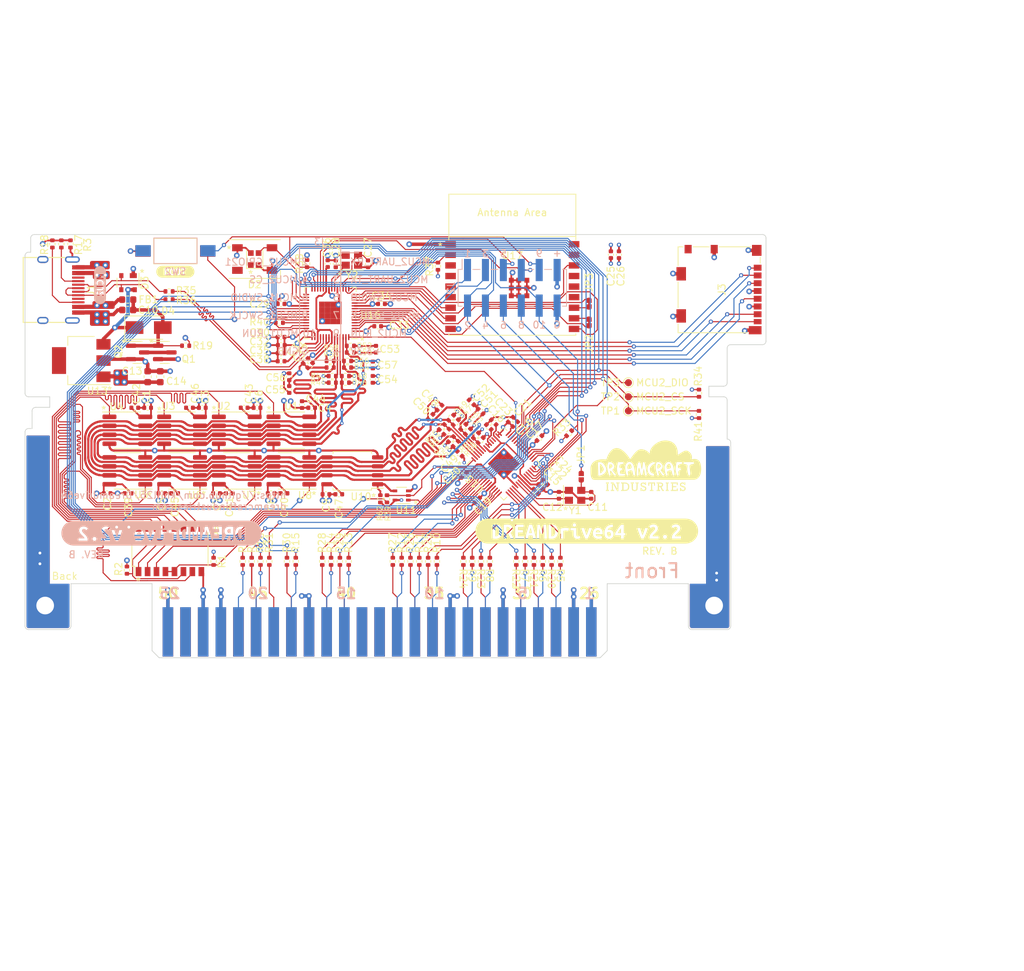
<source format=kicad_pcb>
(kicad_pcb (version 20221018) (generator pcbnew)
  (layers (0 "F.Cu" signal) (1 "In1.Cu" power) (2 "In2.Cu" power) (31 "B.Cu" signal) (34 "B.Paste" user) (35 "F.Paste" user) (36 "B.SilkS" user "B.Silkscreen") (37 "F.SilkS" user "F.Silkscreen") (38 "B.Mask" user) (39 "F.Mask" user) (44 "Edge.Cuts" user))
  (net 0 "")
  (net 1 "GND")
  (net 2 "+3V3")
  (net 3 "VBUS")
  (net 4 "Net-(J1-PadA5)")
  (net 5 "Net-(J1-PadB5)")
  (net 6 "Net-(J1-PadS1)")
  (net 7 "/Mainboard/VBUS'")
  (net 8 "/Mainboard/SD_DAT2")
  (net 9 "/Mainboard/SD_DAT3")
  (net 10 "/Mainboard/SD_CMD")
  (net 11 "/Mainboard/SD_CLK")
  (net 12 "/Mainboard/SD_DAT0")
  (net 13 "/Mainboard/SD_DAT1")
  (net 14 "/Mainboard/SD_DET")
  (net 15 "Net-(Q1-Pad3)")
  (net 16 "/Mainboard/N64_VCC")
  (net 17 "/PSRAM Array/CSBOOT")
  (net 18 "/Mainboard/AD15")
  (net 19 "/Mainboard/AD14")
  (net 20 "/Mainboard/AD13")
  (net 21 "/Mainboard/AD12")
  (net 22 "/Mainboard/AD12'")
  (net 23 "/Mainboard/AD13'")
  (net 24 "/Mainboard/AD14'")
  (net 25 "/Mainboard/AD15'")
  (net 26 "/Mainboard/~{WRITE}")
  (net 27 "/Mainboard/~{READ}")
  (net 28 "/Mainboard/AD11")
  (net 29 "/Mainboard/AD10")
  (net 30 "/Mainboard/AD10'")
  (net 31 "/Mainboard/AD11'")
  (net 32 "/Mainboard/~{READ'}")
  (net 33 "/Mainboard/~{WRITE'}")
  (net 34 "/Mainboard/AD9")
  (net 35 "/Mainboard/AD8")
  (net 36 "/Mainboard/CIC_DIO")
  (net 37 "/Mainboard/~{COLD_RESET}")
  (net 38 "/Mainboard/~{COLD_RESET'}")
  (net 39 "/Mainboard/CIC_DIO'")
  (net 40 "/Mainboard/AD8'")
  (net 41 "/Mainboard/AD9'")
  (net 42 "/Mainboard/AD0'")
  (net 43 "/Mainboard/AD1'")
  (net 44 "/Mainboard/AD2'")
  (net 45 "/Mainboard/AD3'")
  (net 46 "/Mainboard/AD3")
  (net 47 "/Mainboard/AD2")
  (net 48 "/Mainboard/AD1")
  (net 49 "/Mainboard/AD0")
  (net 50 "/Mainboard/ALEL'")
  (net 51 "/Mainboard/ALEH'")
  (net 52 "/Mainboard/AD4'")
  (net 53 "/Mainboard/AD5'")
  (net 54 "/Mainboard/AD5")
  (net 55 "/Mainboard/AD4")
  (net 56 "/Mainboard/ALEH")
  (net 57 "/Mainboard/ALEL")
  (net 58 "/Mainboard/AD6'")
  (net 59 "/Mainboard/AD7'")
  (net 60 "/Mainboard/CIC_DCLK'")
  (net 61 "/Mainboard/~{INT1'}")
  (net 62 "/Mainboard/~{INT1}")
  (net 63 "/Mainboard/CIC_DCLK")
  (net 64 "/Mainboard/AD7")
  (net 65 "/Mainboard/AD6")
  (net 66 "Net-(C22-Pad1)")
  (net 67 "/Mainboard/SSI_SD1")
  (net 68 "/Mainboard/SSI_SD2")
  (net 69 "/Mainboard/SSI_SD0")
  (net 70 "/Mainboard/SSI_SCLK")
  (net 71 "/Mainboard/SSI_SD3")
  (net 72 "/PSRAM Array/CS1")
  (net 73 "/PSRAM Array/CS2")
  (net 74 "/PSRAM Array/CS3")
  (net 75 "/PSRAM Array/CS4")
  (net 76 "/PSRAM Array/CS5")
  (net 77 "/PSRAM Array/CS6")
  (net 78 "/PSRAM Array/CS7")
  (net 79 "/Mainboard/DEMUX_A0")
  (net 80 "/Mainboard/DEMUX_A1")
  (net 81 "/Mainboard/DEMUX_A2")
  (net 82 "/Mainboard/DEMUX_IE")
  (net 83 "/Mainboard/MCU2_USB_D-")
  (net 84 "/Mainboard/MCU2_USB_D+")
  (net 85 "/Mainboard/ESP32_EN")
  (net 86 "/Mainboard/ESP32_CS")
  (net 87 "/Mainboard/ESP32_SCK")
  (net 88 "/Mainboard/ESP32_D2_G9")
  (net 89 "Net-(C36-Pad1)")
  (net 90 "Net-(R35-Pad2)")
  (net 91 "Net-(R36-Pad2)")
  (net 92 "/Mainboard/ESP32_D3")
  (net 93 "/Mainboard/ESP32_D0_TX")
  (net 94 "/Mainboard/ESP32_D1_RX")
  (net 95 "Net-(R39-Pad2)")
  (net 96 "/Mainboard/LED")
  (net 105 "/Mainboard/MCU2_UART_RX")
  (net 106 "/Mainboard/MCU2_UART_TX")
  (net 107 "/Mainboard/MCU2_GPIO21")
  (net 108 "/Mainboard/SI_DAT")
  (net 109 "/Mainboard/SI_DAT'")
  (net 110 "/Mainboard/~{NMI'}")
  (net 111 "/Mainboard/~{NMI}")
  (net 112 "/Mainboard/MCU1_RUN")
  (net 115 "/Mainboard/MCU2_CS")
  (net 116 "/Mainboard/MCU2_RUN")
  (net 119 "/Mainboard/MCU2_DIO")
  (net 120 "/Mainboard/MCU2_SCK")
  (net 121 "/PSRAM Array/CS8")
  (net 132 "/Mainboard/MCU1_SWCLK")
  (net 133 "/Mainboard/MCU1_SWDIO")
  (net 134 "/Mainboard/MCU2_SWCLK")
  (net 135 "/Mainboard/MCU2_SWDIO")
  (net 136 "/Mainboard/MCU1_XIN")
  (net 137 "/Mainboard/MCU1_XOUT")
  (net 138 "/Mainboard/MCU2_XIN")
  (net 139 "/Mainboard/MCU2_XOUT")
  (net 140 "/Mainboard/MCU2_G27")
  (net 141 "Net-(JP2-Pad1)")
  (net 142 "Net-(JP3-Pad1)")
  (net 144 "~{SSI_CS}")
  (net 145 "Net-(D3-Pad4)")
  (footprint "MountingHole:MountingHole_2.5mm_Pad" (layer "F.Cu") (at 102.85 112.6)
    (fp_text reference "REF**" hide)
    (fp_text value "MountingHole_2.5mm_Pad" hide)
  )
  (footprint "MountingHole:MountingHole_2.5mm_Pad" (layer "F.Cu") (at 197.650001 112.6)
    (fp_text reference "REF**" hide)
    (fp_text value "MountingHole_2.5mm_Pad" hide)
  )
  (footprint "Capacitor_SMD:C_0402_1005Metric" (layer "F.Cu") (at 140.400001 78.56 -135)
    (fp_text reference "C37")
    (fp_text value "100n")
  )
  (footprint "Capacitor_SMD:C_0402_1005Metric" (layer "F.Cu") (at 136.7 96.69 180)
    (fp_text reference "C40")
    (fp_text value "1u")
  )
  (footprint "Resistor_SMD:R_0402_1005Metric" (layer "F.Cu") (at 150.35 97.47 -90)
    (fp_text reference "R62")
    (fp_text value "10K")
  )
  (footprint "LOGO" (layer "F.Cu") (at 187.916 93.188)
    (fp_text reference "G***" hide)
    (fp_text value "LOGO" hide)
  )
  (footprint "Resistor_SMD:R_0402_1005Metric" (layer "F.Cu") (at 177.1 88.17 45)
    (fp_text reference "R33")
    (fp_text value "10K")
  )
  (footprint "Capacitor_SMD:C_0402_1005Metric" (layer "F.Cu") (at 140.62 84.56 180)
    (fp_text reference "C4")
    (fp_text value "100n")
  )
  (footprint "Resistor_SMD:R_0402_1005Metric" (layer "F.Cu") (at 162.096744 87.268644 -135)
    (fp_text reference "R45")
    (fp_text value "R")
  )
  (footprint "Capacitor_SMD:C_0402_1005Metric" (layer "F.Cu") (at 125.12 84.56 180)
    (fp_text reference "C3")
    (fp_text value "100n")
  )
  (footprint "kibuzzard-62F8E97D" (layer "F.Cu") (at 121.298 65.265)
    (fp_text reference "kibuzzard-62F8E97D" hide)
    (fp_text value "G***" hide)
  )
  (footprint "TestPoint:TestPoint_Pad_D1.0mm" (layer "F.Cu") (at 185.5 85)
    (fp_text reference "TP1")
    (fp_text value "TP_MCU2_SCK")
  )
  (footprint "Resistor_SMD:R_0402_1005Metric" (layer "F.Cu") (at 144.616001 106.332001 90)
    (fp_text reference "R29")
    (fp_text value "22R")
  )
  (footprint "Package_SO:SOP-8_3.76x4.96mm_P1.27mm" (layer "F.Cu") (at 130 93.5 180)
    (fp_text reference "U7")
    (fp_text value "APS6404L-3SQR")
  )
  (footprint "Capacitor_SMD:C_0402_1005Metric" (layer "F.Cu") (at 119.38 96.69)
    (fp_text reference "C5")
    (fp_text value "100n")
  )
  (footprint "Resistor_SMD:R_0402_1005Metric" (layer "F.Cu") (at 143.539001 80.06 180)
    (fp_text reference "R42")
    (fp_text value "R")
  )
  (footprint "Capacitor_SMD:C_0402_1005Metric" (layer "F.Cu") (at 136.312001 75.675 180)
    (fp_text reference "C32")
    (fp_text value "100n")
  )
  (footprint "Resistor_SMD:R_0402_1005Metric" (layer "F.Cu") (at 105.143601 61.33 90)
    (fp_text reference "R17")
    (fp_text value "5k1")
  )
  (footprint "Capacitor_SMD:C_0402_1005Metric" (layer "F.Cu") (at 165.715 87.295 135)
    (fp_text reference "C16")
    (fp_text value "100n")
  )
  (footprint "Capacitor_SMD:C_0402_1005Metric" (layer "F.Cu") (at 144.031001 64.15 -90)
    (fp_text reference "C28")
    (fp_text value "12p")
  )
  (footprint "Resistor_SMD:R_0402_1005Metric" (layer "F.Cu") (at 172.116001 106.332 90)
    (fp_text reference "R21")
    (fp_text value "22R")
  )
  (footprint "Capacitor_SMD:C_0402_1005Metric" (layer "F.Cu") (at 114.59 96.69 180)
    (fp_text reference "C39")
    (fp_text value "1u")
  )
  (footprint "Resistor_SMD:R_0402_1005Metric" (layer "F.Cu") (at 158.509001 64.487 90)
    (fp_text reference "R37")
    (fp_text value "10k")
  )
  (footprint "Package_SO:SOP-8_3.76x4.96mm_P1.27mm" (layer "F.Cu") (at 137.75 93.5 180)
    (fp_text reference "U8")
    (fp_text value "APS6404L-3SQR")
  )
  (footprint "TestPoint:TestPoint_Pad_D1.0mm" (layer "F.Cu") (at 185.5 83)
    (fp_text reference "TP2")
    (fp_text value "TP_MCU2_CS")
  )
  (footprint "Resistor_SMD:R_0402_1005Metric" (layer "F.Cu") (at 162.116 106.332 90)
    (fp_text reference "R24")
    (fp_text value "22R")
  )
  (footprint "Capacitor_SMD:C_0402_1005Metric" (layer "F.Cu") (at 164.07 97.68 -135)
    (fp_text reference "C19")
    (fp_text value "100n")
  )
  (footprint "Capacitor_SMD:C_0402_1005Metric" (layer "F.Cu") (at 134.88 96.69)
    (fp_text reference "C8")
    (fp_text value "100n")
  )
  (footprint "Resistor_SMD:R_0402_1005Metric" (layer "F.Cu") (at 162.761424 87.933324 45)
    (fp_text reference "R43")
    (fp_text value "R")
  )
  (footprint "Package_SO:SOP-8_3.76x4.96mm_P1.27mm" (layer "F.Cu") (at 137.75 87.75)
    (fp_text reference "U1")
    (fp_text value "APS6404L-3SQR")
  )
  (footprint "Capacitor_SMD:C_0402_1005Metric" (layer "F.Cu") (at 149.28 80.53 90)
    (fp_text reference "C54")
    (fp_text value "100n")
  )
  (footprint "Capacitor_SMD:C_0603_1608Metric" (layer "F.Cu") (at 114.546073 70.69 180)
    (fp_text reference "C10")
    (fp_text value "10u")
  )
  (footprint "Capacitor_SMD:C_0402_1005Metric" (layer "F.Cu") (at 175.659001 96.97 -90)
    (fp_text reference "C12")
    (fp_text value "12p")
  )
  (footprint "LED_SMD_Extra:WS2812B-2020" (layer "F.Cu") (at 132.544001 63.47 90)
    (fp_text reference "D1" hide)
    (fp_text value "WS2812B-2020")
  )
  (footprint "Package_DFN_QFN_Extra:QFN-56_EP_7x7_Pitch0.4mm" (layer "F.Cu") (at 143.269 71.107 180)
    (fp_text reference "U16")
    (fp_text value "RP2040")
  )
  (footprint "picocart64:SolderJumper-2_Small_Closed" (layer "F.Cu") (at 179.9212 72.4278 -90)
    (fp_text reference "JP2")
    (fp_text value "SolderJumper_2_Bridged")
  )
  (footprint "Capacitor_SMD:C_0402_1005Metric" (layer "F.Cu") (at 142.888001 64.122 90)
    (fp_text reference "C36")
    (fp_text value "100n")
  )
  (footprint "Resistor_SMD:R_0402_1005Metric" (layer "F.Cu") (at 137.116 106.332001 90)
    (fp_text reference "R30")
    (fp_text value "22R")
  )
  (footprint "Resistor_SMD:R_0402_1005Metric" (layer "F.Cu") (at 145.699 78.860001)
    (fp_text reference "R54")
    (fp_text value "R")
  )
  (footprint "Package_DFN_QFN_Extra:QFN-56_EP_7x7_Pitch0.4mm" (layer "F.Cu") (at 167.843573 92.492214 45)
    (fp_text reference "U15")
    (fp_text value "RP2040")
  )
  (footprint "Capacitor_SMD:C_0402_1005Metric" (layer "F.Cu") (at 144.46 96.82 180)
    (fp_text reference "C47")
    (fp_text value "1u")
  )
  (footprint "Crystal:Crystal_SMD_2520-4Pin_2.5x2.0mm" (layer "F.Cu") (at 146.317 63.642001)
    (fp_text reference "Y2")
    (fp_text value "12MHz 10ppm")
  )
  (footprint "Inductor_SMD:L_0603_1608Metric" (layer "F.Cu") (at 114.546073 69.2246)
    (fp_text reference "FB1")
    (fp_text value "Ferrite")
  )
  (footprint "Resistor_SMD:R_0402_1005Metric" (layer "F.Cu") (at 145.399 80.06 180)
    (fp_text reference "R48")
    (fp_text value "R")
  )
  (footprint "Capacitor_SMD:C_0402_1005Metric" (layer "F.Cu") (at 136.284001 77.961 180)
    (fp_text reference "C38")
    (fp_text value "1u")
  )
  (footprint "Crystal:Crystal_SMD_2520-4Pin_2.5x2.0mm" (layer "F.Cu") (at 177.945001 96.97)
    (fp_text reference "Y1")
    (fp_text value "12MHz 10ppm")
  )
  (footprint "Resistor_SMD:R_0402_1005Metric" (layer "F.Cu") (at 174.616001 106.332 90)
    (fp_text reference "R20")
    (fp_text value "22R")
  )
  (footprint "Package_SO:SOP-8_3.76x4.96mm_P1.27mm" (layer "F.Cu") (at 122.25 93.5 180)
    (fp_text reference "U6")
    (fp_text value "APS6404L-3SQR")
  )
  (footprint "Package_SO:SOP-8_3.76x4.96mm_P1.27mm" (layer "F.Cu") (at 114.5 93.5 180)
    (fp_text reference "U5")
    (fp_text value "APS6404L-3SQR")
  )
  (footprint "Resistor_SMD:R_0402_1005Metric" (layer "F.Cu") (at 146.099001 76.72)
    (fp_text reference "R50")
    (fp_text value "R")
  )
  (footprint "Resistor_SMD:R_0402_1005Metric" (layer "F.Cu") (at 145.699 77.92 180)
    (fp_text reference "R56")
    (fp_text value "R")
  )
  (footprint "Resistor_SMD:R_0402_1005Metric" (layer "F.Cu") (at 114.440001 107.58 -90)
    (fp_text reference "R2")
    (fp_text value "10K")
  )
  (footprint "Resistor_SMD:R_0402_1005Metric" (layer "F.Cu") (at 154.616 106.332 90)
    (fp_text reference "R26")
    (fp_text value "22R")
  )
  (footprint "Connector_USB_Extra:USB_C_Receptacle_GT-USB-7010" (layer "F.Cu") (at 104.394001 67.8546 -90)
    (fp_text reference "J1")
    (fp_text value "USB_C_Receptacle_USB2.0")
  )
  (footprint "Capacitor_SMD:C_0402_1005Metric" (layer "F.Cu") (at 139.750001 77.91 -135)
    (fp_text reference "C31")
    (fp_text value "100n")
  )
  (footprint "Capacitor_SMD:C_0402_1005Metric" (layer "F.Cu") (at 111.63 96.69)
    (fp_text reference "C2")
    (fp_text value "100n")
  )
  (footprint "Package_SO:SOP-8_3.76x4.96mm_P1.27mm" (layer "F.Cu") (at 130 87.75)
    (fp_text reference "U2")
    (fp_text value "APS6404L-3SQR")
  )
  (footprint "Capacitor_SMD:C_0402_1005Metric" (layer "F.Cu") (at 136.284001 74.532 180)
    (fp_text reference "C30")
    (fp_text value "100n")
  )
  (footprint "Package_SO:SOP-16_4.4x10.4mm_P1.27mm" (layer "F.Cu") (at 120.536 104.635 90)
    (fp_text reference "U9")
    (fp_text value "SN74LVC138AQDRQ1")
  )
  (footprint "Button_Switch_SMD:SW_SPST_FSMSM" (layer "F.Cu") (at 121.298001 62.344001 180)
    (fp_text reference "SW1" hide)
    (fp_text value "BootButton")
  )
  (footprint "Resistor_SMD:R_0402_1005Metric" (layer "F.Cu") (at 195.500001 85.51 90)
    (fp_text reference "R41")
    (fp_text value "10k")
  )
  (footprint "Package_SO:SOIC-8_5.23x5.23mm_P1.27mm" (layer "F.Cu") (at 146.375 93.5 180)
    (fp_text reference "U10")
    (fp_text value "W25Q128JVS")
  )
  (footprint "Resistor_SMD:R_0402_1005Metric" (layer "F.Cu") (at 134.616 106.332001 90)
    (fp_text reference "R31")
    (fp_text value "22R")
  )
  (footprint "Capacitor_SMD:C_0402_1005Metric" (layer "F.Cu") (at 142.640001 96.82)
    (fp_text reference "C9")
    (fp_text value "100n")
  )
  (footprint "Resistor_SMD:R_0402_1005Metric" (layer "F.Cu") (at 158.366 106.332001 -90)
    (fp_text reference "R10")
    (fp_text value "22R")
  )
  (footprint "Capacitor_SMD:C_0402_1005Metric" (layer "F.Cu") (at 163.26 83.79 -45)
    (fp_text reference "C52")
    (fp_text value "100n")
  )
  (footprint "Capacitor_SMD:C_0402_1005Metric" (layer "F.Cu") (at 180.231001 96.97 90)
    (fp_text reference "C11")
    (fp_text value "12p")
  )
  (footprint "Connector_Card:microSD_HC_Molex_104031-0811" (layer "F.Cu") (at 198.3625 67.805 -90)
    (fp_text reference "J3")
    (fp_text value "Micro_SD_Card_Det")
  )
  (footprint "Package_TO_SOT_SMD:SOT-223" (layer "F.Cu") (at 107.963413 77.863783 180)
    (fp_text reference "U13")
    (fp_text value "AZ1117-3.3")
  )
  (footprint "Resistor_SMD:R_0402_1005Metric" (layer "F.Cu") (at 164.557475 89.16369 45)
    (fp_text reference "R59")
    (fp_text value "R")
  )
  (footprint "Resistor_SMD:R_0402_1005Metric" (layer "F.Cu") (at 175.866 106.332 -90)
    (fp_text reference "R5")
    (fp_text value "22R")
  )
  (footprint "Resistor_SMD:R_0402_1005Metric" (layer "F.Cu") (at 161.021941 89.672807 45)
    (fp_text reference "R53")
    (fp_text value "R")
  )
  (footprint "Resistor_SMD:R_0402_1005Metric" (layer "F.Cu") (at 138.366 106.332 -90)
    (fp_text reference "R15")
    (fp_text value "22R")
  )
  (footprint "Capacitor_SMD:C_0402_1005Metric" (layer "F.Cu") (at 139.25 84.11 -90)
    (fp_text reference "C44")
    (fp_text value "1u")
  )
  (footprint "Capacitor_SMD:C_0402_1005Metric" (layer "F.Cu") (at 127.130001 96.69)
    (fp_text reference "C7")
    (fp_text value "100n")
  )
  (footprint "Capacitor_SMD:C_0402_1005Metric" (layer "F.Cu") (at 169.46 86.88 45)
    (fp_text reference "C18")
    (fp_text value "100n")
  )
  (footprint "Capacitor_SMD:C_0402_1005Metric" (layer "F.Cu") (at 173.708148 95.121853 -45)
    (fp_text reference "C24")
    (fp_text value "1u" hide)
  )
  (footprint "Package_TO_SOT_SMD:SOT-23" (layer "F.Cu") (at 115.948067 76.713783)
    (fp_text reference "Q2")
    (fp_text value "FDN340P")
  )
  (footprint "Resistor_SMD:R_0402_1005Metric" (layer "F.Cu") (at 153.366001 106.332 -90)
    (fp_text reference "R12")
    (fp_text value "22R")
  )
  (footprint "Capacitor_SMD:C_0402_1005Metric" (layer "F.Cu") (at 128.95 96.69 180)
    (fp_text reference "C41")
    (fp_text value "1u")
  )
  (footprint "Resistor_SMD:R_0402_1005Metric" (layer "F.Cu") (at 122.758066 75.763784 180)
    (fp_text reference "R19")
    (fp_text value "10k")
  )
  (footprint "TestPoint:TestPoint_Pad_D1.0mm" (layer "F.Cu") (at 185.5 81)
    (fp_text reference "TP3")
    (fp_text value "TP_MCU2_DIO")
  )
  (footprint "Package_TO_SOT_SMD:SOT-353_SC-70-5" (layer "F.Cu") (at 153.365 96.995 180)
    (fp_text reference "U11")
    (fp_text value "74LVC1G125GW")
  )
  (footprint "Resistor_SMD:R_0402_1005Metric" (layer "F.Cu") (at 173.366001 106.332001 -90)
    (fp_text reference "R6")
    (fp_text value "22R")
  )
  (footprint "picocart64:SolderJumper-2_Small_Open" (layer "F.Cu") (at 178.82 94.303 -90)
    (fp_text reference "JP1")
    (fp_text value "SolderJumper_2_Open")
  )
  (footprint "LED_SMD:LED_WS2812B_PLCC4_5.0x5.0mm_P3.2mm" (layer "F.Cu") (at 132.544001 63.47)
    (fp_text reference "D2")
    (fp_text value "WS2812B")
  )
  (footprint "Resistor_SMD:R_0402_1005Metric" (layer "F.Cu") (at 143.539001 81.000001)
    (fp_text reference "R44")
    (fp_text value "R")
  )
  (footprint "Capacitor_SMD:C_0402_1005Metric" (layer "F.Cu") (at 157.45 85.83 45)
    (fp_text reference "C50")
    (fp_text value "100n")
  )
  (footprint "Capacitor_SMD:C_0402_1005Metric" (layer "F.Cu") (at 121.2 96.69 180)
    (fp_text reference "C45")
    (fp_text value "1u")
  )
  (footprint "Resistor_SMD:R_0402_1005Metric" (layer "F.Cu") (at 157.116 106.332 90)
    (fp_text reference "R25")
    (fp_text value "22R")
  )
  (footprint "Package_TO_SOT_SMD:SOT-23" (layer "F.Cu") (at 119.798067 76.713783)
    (fp_text reference "Q1")
    (fp_text value "FDN340P")
  )
  (footprint "Resistor_SMD:R_0402_1005Metric" (layer "F.Cu") (at 151.29 97.47 -90)
    (fp_text reference "R39")
    (fp_text value "1K")
  )
  (footprint "Capacitor_SMD:C_0402_1005Metric" (layer "F.Cu") (at 149.28 78.49 90)
    (fp_text reference "C57")
    (fp_text value "100n")
  )
  (footprint "Espressif:ESP32-C3-WROOM-02" (layer "F.Cu") (at 169.050001 65.525)
    (fp_text reference "U17")
    (fp_text value "ESP32-C3-WROOM-02")
  )
  (footprint "Capacitor_SMD:C_0402_1005Metric" (layer "F.Cu") (at 164.55 85.08 135)
    (fp_text reference "C51")
    (fp_text value "100n")
  )
  (footprint "Resistor_SMD:R_0402_1005Metric" (layer "F.Cu") (at 130.840001 106.332001 -90)
    (fp_text reference "R4")
    (fp_text value "22R")
  )
  (footprint "Capacitor_SMD:C_0402_1005Metric" (layer "F.Cu") (at 162.21 94.08 -135)
    (fp_text reference "C20")
    (fp_text value "100n")
  )
  (footprint "Capacitor_SMD:C_0402_1005Metric" (layer "F.Cu") (at 117.37 84.56 180)
    (fp_text reference "C1")
    (fp_text value "100n")
  )
  (footprint "Resistor_SMD:R_0402_1005Metric" (layer "F.Cu") (at 152.116 106.332 90)
    (fp_text reference "R27")
    (fp_text value "22R")
  )
  (footprint "Capacitor_SMD:C_0402_1005Metric" (layer "F.Cu") (at 132.87 84.56 180)
    (fp_text reference "C6")
    (fp_text value "100n")
  )
  (footprint "Resistor_SMD:R_0402_1005Metric" (layer "F.Cu") (at 126.720001 106.332001 -90)
    (fp_text reference "R1")
    (fp_text value "10K")
  )
  (footprint "Resistor_SMD:R_0402_1005Metric" (layer "F.Cu") (at 143.239001 77.92 180)
    (fp_text reference "R58")
    (fp_text value "R")
  )
  (footprint "Capacitor_SMD:C_0402_1005Metric" (layer "F.Cu") (at 115.55 84.56)
    (fp_text reference "C42")
    (fp_text value "1u")
  )
  (footprint "Capacitor_SMD:C_0603_1608Metric" (layer "F.Cu") (at 117.380066 80.153783 -90)
    (fp_text reference "C13")
    (fp_text value "10u")
  )
  (footprint "Capacitor_SMD:C_0402_1005Metric" (layer "F.Cu") (at 161.59 91.07 135)
    (fp_text reference "C49")
    (fp_text value "100n")
  )
  (footprint "Capacitor_SMD:C_0402_1005Metric" (layer "F.Cu") (at 149.97 73)
    (fp_text reference "C33")
    (fp_text value "100n")
  )
  (footprint "Resistor_SMD:R_0402_1005Metric" (layer "F.Cu") (at 103.8736 61.33 90)
    (fp_text reference "R18")
    (fp_text value "5k1")
  )
  (footprint "Resistor_SMD:R_0402_1005Metric" (layer "F.Cu") (at 120.409 69.202)
    (fp_text reference "R36")
    (fp_text value "22R")
  )
  (footprint "Capacitor_SMD:C_0402_1005Metric" (layer "F.Cu") (at 137.44 80.15 -90)
    (fp_text reference "C56")
    (fp_text value "100n")
  )
  (footprint "Capacitor_SMD:C_0402_1005Metric" (layer "F.Cu") (at 148.603 64.15 90)
    (fp_text reference "C27")
    (fp_text value "12p")
  )
  (footprint "Resistor_SMD:R_0402_1005Metric" (layer "F.Cu") (at 145.866001 106.332 -90)
    (fp_text reference "R13")
    (fp_text value "22R")
  )
  (footprint "kibuzzard-63B14B13" (layer "F.Cu") (at 179.601517 102.041679)
    (fp_text reference "kibuzzard-63B14B13" hide)
    (fp_text value "G***" hide)
  )
  (footprint "Capacitor_SMD:C_0402_1005Metric" (layer "F.Cu") (at 184.163001 62.852 -90)
    (fp_text reference "C26")
    (fp_text value "100n")
  )
  (footprint "Resistor_SMD:R_0402_1005Metric" (layer "F.Cu") (at 195.500001 82.49 90)
    (fp_text reference "R34")
    (fp_text value "10K")
  )
  (footprint "Resistor_SMD:R_0402_1005Metric" (layer "F.Cu") (at 106.439001 61.33 -90)
    (fp_text reference "R3")
    (fp_text value "100k")
  )
  (footprint "Package_TO_SOT_SMD:SOT-143" (layer "F.Cu") (at 114.59 66.82 -90)
    (fp_text reference "D3")
    (fp_text value "DRTR5V0U2SR-7")
  )
  (footprint "Resistor_SMD:R_0402_1005Metric" (layer "F.Cu") (at 142.116001 106.332001 90)
    (fp_text reference "R28")
    (fp_text value "22R")
  )
  (footprint "Resistor_SMD:R_0402_1005Metric" (layer "F.Cu") (at 161.036084 86.632247 45)
    (fp_text reference "R47")
    (fp_text value "R")
  )
  (footprint "Capacitor_SMD:C_0402_1005Metric" (layer "F.Cu") (at 173.05266 95.777341 -45)
    (fp_text reference "C22")
    (fp_text value "100n" hide)
  )
  (footprint "Resistor_SMD:R_0402_1005Metric" (layer "F.Cu") (at 145.399 81)
    (fp_text reference "R46")
    (fp_text value "R")
  )
  (footprint "Resistor_SMD:R_0402_1005Metric" (layer "F.Cu") (at 139.967001 64.122 -90)
    (fp_text reference "R38")
    (fp_text value "10k")
  )
  (footprint "Resistor_SMD:R_0402_1005Metric" (layer "F.Cu") (at 146.099001 75.78 180)
    (fp_text reference "R52")
    (fp_text value "R")
  )
  (footprint "Resistor_SMD:R_0402_1005Metric" (layer "F.Cu") (at 165.866001 106.332001 -90)
    (fp_text reference "R8")
    (fp_text value "22R")
  )
  (footprint "Capacitor_SMD:C_0402_1005Metric" (layer "F.Cu") (at 168.811579 86.23158 45)
    (fp_text reference "C21")
    (fp_text value "1u")
  )
  (footprint "Diode_SMD:D_SMA" (layer "F.Cu") (at 117.52 73.19)
    (fp_text reference "D4")
    (fp_text value "D_Small")
  )
  (footprint "Capacitor_SMD:C_0402_1005Metric" (layer "F.Cu") (at 131.05 84.56)
    (fp_text reference "C43")
    (fp_text value "1u")
  )
  (footprint "Package_SO:SOP-8_3.76x4.96mm_P1.27mm" (layer "F.Cu") (at 122.25 87.75)
    (fp_text reference "U3")
    (fp_text value "APS6404L-3SQR")
  )
  (footprint "Capacitor_SMD:C_0603_1608Metric" (layer "F.Cu") (at 119.158066 80.153783 -90)
    (fp_text reference "C14")
    (fp_text value "10u")
  )
  (footprint "Resistor_SMD:R_0402_1005Metric" (layer "F.Cu") (at 160.357261 89.008126 -135)
    (fp_text reference "R51")
    (fp_text value "R")
  )
  (footprint "Resistor_SMD:R_0402_1005Metric" (layer "F.Cu") (at 132.116 106.332001 90)
    (fp_text reference "R32")
    (fp_text value "22R")
  )
  (footprint "picocart64:SolderJumper-2_Small_Closed" (layer "F.Cu") (at 179.921201 69.837 90)
    (fp_text reference "JP3")
    (fp_text value "SolderJumper_2_Bridged")
  )
  (footprint "Resistor_SMD:R_0402_1005Metric" (layer "F.Cu") (at 163.892795 88.499009 -135)
    (fp_text reference "R61")
    (fp_text value "R")
  )
  (footprint "Capacitor_SMD:C_0402_1005Metric" (layer "F.Cu") (at 136.284 69.837001 180)
    (fp_text reference "C29")
    (fp_text value "100n")
  )
  (footprint "Resistor_SMD:R_0402_1005Metric" (layer "F.Cu") (at 133.366 106.332 -90)
    (fp_text reference "R16")
    (fp_text value "22R")
  )
  (footprint "Capacitor_SMD:C_0402_1005Metric" (layer "F.Cu") (at 136.284001 76.818 180)
    (fp_text reference "C35")
    (fp_text value "1u")
  )
  (footprint "Capacitor_SMD:C_0402_1005Metric" (layer "F.Cu") (at 158.74 84.54 -135)
    (fp_text reference "C48")
    (fp_text value "100n")
  )
  (footprint "Capacitor_SMD:C_0402_1005Metric" (layer "F.Cu") (at 150.508 69.837001)
    (fp_text reference "C34")
    (fp_text value "100n")
  )
  (footprint "Capacitor_SMD:C_0402_1005Metric" (layer "F.Cu") (at 137.44 81.97 90)
    (fp_text reference "C55")
    (fp_text value "100n")
  )
  (footprint "Resistor_SMD:R_0402_1005Metric" (layer "F.Cu") (at 170.866001 106.332001 -90)
    (fp_text reference "R7")
    (fp_text value "22R")
  )
  (footprint "Capacitor_SMD:C_0402_1005Metric" (layer "F.Cu") (at 172.89 88.86 45)
    (fp_text reference "C17")
    (fp_text value "100n")
  )
  (footprint "Resistor_SMD:R_0402_1005Metric" (layer "F.Cu") (at 163.366 106.332001 -90)
    (fp_text reference "R9")
    (fp_text value "22R")
  )
  (footprint "Resistor_SMD:R_0402_1005Metric" (layer "F.Cu") (at 160.371403 85.967567 -135)
    (fp_text reference "R49")
    (fp_text value "R")
  )
  (footprint "Resistor_SMD:R_0402_1005Metric" (layer "F.Cu") (at 159.720865 87.947466 45)
    (fp_text reference "R57")
    (fp_text value "R")
  )
  (footprint "Package_SO:SOP-8_3.76x4.96mm_P1.27mm" (layer "F.Cu") (at 114.5 87.75)
    (fp_text reference "U4")
    (fp_text value "APS6404L-3SQR")
  )
  (footprint "Capacitor_SMD:C_0402_1005Metric" (layer "F.Cu") (at 166.405 86.61 135)
    (fp_text reference "C23")
    (fp_text value "100n")
  )
  (footprint "Resistor_SMD:R_0402_1005Metric" (layer "F.Cu") (at 120.409 68.059)
    (fp_text reference "R35")
    (fp_text value "22R")
  )
  (footprint "Resistor_SMD:R_0402_1005Metric" (layer "F.Cu") (at 143.366001 106.332 -90)
    (fp_text reference "R14")
    (fp_text value "22R")
  )
  (footprint "Resistor_SMD:R_0402_1005Metric" (layer "F.Cu") (at 143.239001 78.86)
    (fp_text reference "R60")
    (fp_text value "R")
  )
  (footprint "Resistor_SMD:R_0402_1005Metric" (layer "F.Cu") (at 136.030001 72.504 180)
    (fp_text reference "R40")
    (fp_text value "470R")
  )
  (footprint "Resistor_SMD:R_0402_1005Metric" (layer "F.Cu") (at 169.616001 106.332 90)
    (fp_text reference "R22")
    (fp_text value "22R")
  )
  (footprint "Capacitor_SMD:C_0402_1005Metric" (layer "F.Cu") (at 183.020001 62.852 -90)
    (fp_text reference "C25")
    (fp_text value "1u")
  )
  (footprint "Capacitor_SMD:C_0402_1005Metric" (layer "F.Cu") (at 123.3 84.56)
    (fp_text reference "C46")
    (fp_text value "1u")
  )
  (footprint "Capacitor_SMD:C_0402_1005Metric" (layer "F.Cu") (at 149.72 76.26 90)
    (fp_text reference "C53")
    (fp_text value "100n")
  )
  (footprint "Capacitor_SMD:C_0402_1005Metric" (layer "F.Cu") (at 172.4 96.43 -45)
    (fp_text reference "C15")
    (fp_text value "100n" hide)
  )
  (footprint "Resistor_SMD:R_0402_1005Metric" (layer "F.Cu") (at 155.866 106.332001 -90)
    (fp_text reference "R11")
    (fp_text value "22R")
  )
  (footprint "Resistor_SMD:R_0402_1005Metric" (layer "F.Cu") (at 159.056185 87.282786 -135)
    (fp_text reference "R55")
    (fp_text value "R")
  )
  (footprint "Resistor_SMD:R_0402_1005Metric" (layer "F.Cu") (at 164.616 106.332 90)
    (fp_text reference "R23")
    (fp_text value "22R")
  )
  (footprint "kibuzzard-62F95F09" (layer "B.Cu") (at 110.63 67.17 -90)
    (fp_text reference "kibuzzard-62F95F09" hide)
    (fp_text value "G***" hide)
  )
  (footprint "picocart64:N64-Connector" (layer "B.Cu") (at 150.241 116.332 180)
    (fp_text reference "U14" hide)
    (fp_text value "N64-Cartridge")
  )
  (footprint "kibuzzard-63B14A32" (layer "B.Cu") (at 119.336 102.332 180)
    (fp_text reference "kibuzzard-63B14A32" hide)
    (fp_text value "G***" hide)
  )
  (footprint "Connector_PinHeader_2.54mm:PinHeader_2x06_P2.54mm_Vertical_SMD" (layer "B.Cu") (at 169.050001 67.551001 -90)
    (fp_text reference "J2")
    (fp_text value "Conn_02x06_Odd_Even")
  )
  (footprint "Button_Switch_SMD:SW_SPST_FSMSM" (layer "B.Cu") (at 121.317944 62.298388 180)
    (fp_text reference "SW2")
    (fp_text value "ResetButton")
  )
  (gr_line (start 138.894 77.821) (end 138.894 61.819) (stroke (width 0.15)) (layer "B.SilkS"))
  (gr_line (start 144.736 61.819) (end 144.736 77.821) (stroke (width 0.15)) (layer "B.SilkS"))
  (gr_line (start 147.276 62.581) (end 144.736 62.581) (stroke (width 0.15)) (layer "B.SilkS"))
  (gr_line (start 144.736 77.821) (end 138.894 77.821) (stroke (width 0.15)) (layer "B.SilkS"))
  (gr_line (start 138.894 61.819) (end 144.736 61.819) (stroke (width 0.15)) (layer "B.SilkS"))
  (gr_line locked (start 182.5 119) (end 182.5 109.5) (stroke (width 0.1)) (layer "Edge.Cuts"))
  (gr_line locked (start 194 109.5) (end 182.5 109.5) (stroke (width 0.1)) (layer "Edge.Cuts"))
  (gr_line locked (start 194 109.5) (end 194 115.5) (stroke (width 0.1)) (layer "Edge.Cuts"))
  (gr_line locked (start 199.5 116) (end 194.5 116) (stroke (width 0.1)) (layer "Edge.Cuts"))
  (gr_line locked (start 200 115.5) (end 200 89.5) (stroke (width 0.1)) (layer "Edge.Cuts"))
  (gr_line locked (start 196.9 83) (end 196.9 81.5) (stroke (width 0.1)) (layer "Edge.Cuts"))
  (gr_line locked (start 199 81.5) (end 196.9 81.5) (stroke (width 0.1)) (layer "Edge.Cuts"))
  (gr_line locked (start 205 60.5) (end 205 75.11) (stroke (width 0.1)) (layer "Edge.Cuts"))
  (gr_line locked (start 118 119) (end 119 120) (stroke (width 0.1)) (layer "Edge.Cuts"))
  (gr_line locked (start 182.5 119) (end 181.5 120) (stroke (width 0.1)) (layer "Edge.Cuts"))
  (gr_arc locked (start 100.8 60.5) (mid 100.946447 60.146447) (end 101.3 60) (stroke (width 0.1)) (layer "Edge.Cuts"))
  (gr_arc locked (start 100 63) (mid 100.146447 62.646447) (end 100.5 62.5) (stroke (width 0.1)) (layer "Edge.Cuts"))
  (gr_arc locked (start 100.5 83) (mid 100.146447 82.853553) (end 100 82.5) (stroke (width 0.1)) (layer "Edge.Cuts"))
  (gr_arc locked (start 101 85) (mid 101.146447 84.646447) (end 101.5 84.5) (stroke (width 0.1)) (layer "Edge.Cuts"))
  (gr_arc locked (start 100 88) (mid 100.146447 87.646447) (end 100.5 87.5) (stroke (width 0.1)) (layer "Edge.Cuts"))
  (gr_arc locked (start 100.5 116) (mid 100.146447 115.853553) (end 100 115.5) (stroke (width 0.1)) (layer "Edge.Cuts"))
  (gr_arc locked (start 106.5 115.5) (mid 106.353553 115.853553) (end 106 116) (stroke (width 0.1)) (layer "Edge.Cuts"))
  (gr_arc locked (start 194.5 116) (mid 194.146447 115.853553) (end 194 115.5) (stroke (width 0.1)) (layer "Edge.Cuts"))
  (gr_arc locked (start 200 115.5) (mid 199.853553 115.853553) (end 199.5 116) (stroke (width 0.1)) (layer "Edge.Cuts"))
  (gr_arc locked (start 199 83) (mid 199.353553 83.146447) (end 199.5 83.5) (stroke (width 0.1)) (layer "Edge.Cuts"))
  (gr_arc locked (start 199.5 81) (mid 199.353553 81.353553) (end 199 81.5) (stroke (width 0.1)) (layer "Edge.Cuts"))
  (gr_arc locked (start 199.5 89) (mid 199.853553 89.146447) (end 200 89.5) (stroke (width 0.1)) (layer "Edge.Cuts"))
  (gr_line locked (start 199.5 83.5) (end 199.5 89) (stroke (width 0.1)) (layer "Edge.Cuts"))
  (gr_line locked (start 118 119) (end 118 109.5) (stroke (width 0.1)) (layer "Edge.Cuts"))
  (gr_line locked (start 106.5 109.5) (end 106.5 115.5) (stroke (width 0.1)) (layer "Edge.Cuts"))
  (gr_arc locked (start 204.5 60) (mid 204.853553 60.146447) (end 205 60.5) (stroke (width 0.1)) (layer "Edge.Cuts"))
  (gr_line locked (start 181.5 120) (end 119 120) (stroke (width 0.1)) (layer "Edge.Cuts"))
  (gr_line locked (start 118 109.5) (end 106.5 109.5) (stroke (width 0.1)) (layer "Edge.Cuts"))
  (gr_line locked (start 103.5 84.5) (end 103.5 83) (stroke (width 0.1)) (layer "Edge.Cuts"))
  (gr_arc (start 205 75.11) (mid 204.853553 75.463553) (end 204.5 75.61) (stroke (width 0.1)) (layer "Edge.Cuts"))
  (gr_line (start 200 75.61) (end 204.5 75.61) (stroke (width 0.1)) (layer "Edge.Cuts"))
  (gr_line locked (start 101.5 84.5) (end 103.5 84.5) (stroke (width 0.1)) (layer "Edge.Cuts"))
  (gr_line locked (start 106 116) (end 100.5 116) (stroke (width 0.1)) (layer "Edge.Cuts"))
  (gr_line locked (start 100.5 62.5) (end 100.8 62.5) (stroke (width 0.1)) (layer "Edge.Cuts"))
  (gr_line locked (start 199.5 76.11) (end 199.5 81) (stroke (width 0.1)) (layer "Edge.Cuts"))
  (gr_line locked (start 100 82.5) (end 100 63) (stroke (width 0.1)) (layer "Edge.Cuts"))
  (gr_line locked (start 100.8 62.5) (end 100.8 60.5) (stroke (width 0.1)) (layer "Edge.Cuts"))
  (gr_arc (start 199.5 76.11) (mid 199.646447 75.756447) (end 200 75.61) (stroke (width 0.1)) (layer "Edge.Cuts"))
  (gr_line locked (start 101.3 60) (end 204.5 60) (stroke (width 0.1)) (layer "Edge.Cuts"))
  (gr_line locked (start 100 115.5) (end 100 88) (stroke (width 0.1)) (layer "Edge.Cuts"))
  (gr_line locked (start 100.5 87.5) (end 101 87.5) (stroke (width 0.1)) (layer "Edge.Cuts"))
  (gr_line locked (start 101 87.5) (end 101 85) (stroke (width 0.1)) (layer "Edge.Cuts"))
  (gr_line locked (start 199 83) (end 196.9 83) (stroke (width 0.1)) (layer "Edge.Cuts"))
  (gr_line locked (start 103.5 83) (end 100.5 83) (stroke (width 0.1)) (layer "Edge.Cuts"))
  (gr_text "5" (at 170.5 110.8834) (layer "B.SilkS") (effects (font (size 1.5 1.5) (thickness 0.3)) (justify mirror)))
  (gr_text "10" (at 158 110.8834) (layer "B.SilkS") (effects (font (size 1.5 1.5) (thickness 0.3)) (justify mirror)))
  (gr_text "15" (at 145.5 110.8834) (layer "B.SilkS") (effects (font (size 1.5 1.5) (thickness 0.3)) (justify mirror)))
  (gr_text "20" (at 133 110.8834) (layer "B.SilkS") (effects (font (size 1.5 1.5) (thickness 0.3)) (justify mirror)))
  (gr_text "25" (at 120.5 110.8834) (layer "B.SilkS") (effects (font (size 1.5 1.5) (thickness 0.3)) (justify mirror)))
  (gr_text "9" (at 144.101 74.011) (layer "B.SilkS") (effects (font (size 1 1)) (justify mirror)))
  (gr_text "1" (at 144.101 63.851) (layer "B.SilkS") (effects (font (size 1 1)) (justify mirror)))
  (gr_text "G" (at 175.415054 72.791943) (layer "B.SilkS") (effects (font (size 1 1)) (justify mirror)))
  (gr_text "https://github.com/khill25/Dreamdrive64\ndreamcraftindustries.com" (at 137.116 97.76) (layer "B.SilkS") (effects (font (size 1 1)) (justify left mirror)))
  (gr_text "GND" (at 138.894 76.551) (layer "B.SilkS") (effects (font (size 1 1)) (justify left mirror)))
  (gr_text "4" (at 139.656 66.391) (layer "B.SilkS") (effects (font (size 1 1)) (justify mirror)))
  (gr_text "REV. B" (at 108.668 105.38) (layer "B.SilkS") (effects (font (size 1 1)) (justify mirror)))
  (gr_text "8" (at 170.335054 72.830944) (layer "B.SilkS") (effects (font (size 1 1)) (justify mirror)))
  (gr_text "+3.3V" (at 146.006 76.551) (layer "B.SilkS") (effects (font (size 1 1)) (justify right mirror)))
  (gr_text "6" (at 167.795054 72.850445) (layer "B.SilkS") (effects (font (size 1 1)) (justify mirror)))
  (gr_text "3" (at 144.101 66.391) (layer "B.SilkS") (effects (font (size 1 1)) (justify mirror)))
  (gr_text "10" (at 140.291 74.011) (layer "B.SilkS") (effects (font (size 1 1)) (justify mirror)))
  (gr_text "2" (at 139.656 63.851) (layer "B.SilkS") (effects (font (size 1 1)) (justify mirror)))
  (gr_text "7" (at 170.32 62.670944) (layer "B.SilkS") (effects (font (size 1 1)) (justify mirror)))
  (gr_text "MCU2_CS" (at 138.717314 66.391) (layer "B.SilkS") (effects (font (size 1 1)) (justify left mirror)))
  (gr_text "MCU2_UART_RX" (at 146.006 63.851) (layer "B.SilkS") (effects (font (size 1 1)) (justify right mirror)))
  (gr_text "MCU2_GPIO21" (at 138.717314 63.891882) (layer "B.SilkS") (effects (font (size 1 1)) (justify left mirror)))
  (gr_text "MCU1_SWCLK" (at 138.796954 71.471) (layer "B.SilkS") (effects (font (size 1 1)) (justify left mirror)))
  (gr_text "+" (at 144.101 76.551) (layer "B.SilkS") (effects (font (size 1 1)) (justify mirror)))
  (gr_text "1" (at 162.7 62.725) (layer "B.SilkS") (effects (font (size 1 1)) (justify mirror)))
  (gr_text "3" (at 165.24 62.709945) (layer "B.SilkS") (effects (font (size 1 1)) (justify mirror)))
  (gr_text "MCU1_SWDIO" (at 138.74843 68.931) (layer "B.SilkS") (effects (font (size 1 1)) (justify left mirror)))
  (gr_text "5" (at 144.101 68.931) (layer "B.SilkS") (effects (font (size 1 1)) (justify mirror)))
  (gr_text "+" (at 175.4 62.631943) (layer "B.SilkS") (effects (font (size 1 1)) (justify mirror)))
  (gr_text "6" (at 139.656 68.931) (layer "B.SilkS") (effects (font (size 1 1)) (justify mirror)))
  (gr_text "MCU2_SWDIO" (at 146.006 68.931) (layer "B.SilkS") (effects (font (size 1 1)) (justify right mirror)))
  (gr_text "10" (at 172.875054 72.811444) (layer "B.SilkS") (effects (font (size 1 1)) (justify mirror)))
  (gr_text "2" (at 162.715054 72.885) (layer "B.SilkS") (effects (font (size 1 1)) (justify mirror)))
  (gr_text "5" (at 167.78 62.690445) (layer "B.SilkS") (effects (font (size 1 1)) (justify mirror)))
  (gr_text "MCU1_RUN" (at 138.845477 74.011) (layer "B.SilkS") (effects (font (size 1 1)) (justify left mirror)))
  (gr_text "MCU2_UART_TX" (at 146.006 66.391) (layer "B.SilkS") (effects (font (size 1 1)) (justify right mirror)))
  (gr_text "J3" (at 141.815 61.057) (layer "B.SilkS") (effects (font (size 1 1)) (justify mirror)))
  (gr_text "9" (at 172.86 62.651444) (layer "B.SilkS") (effects (font (size 1 1)) (justify mirror)))
  (gr_text "1" (at 180 110.8834) (layer "B.SilkS") (effects (font (size 1.5 1.5) (thickness 0.3)) (justify mirror)))
  (gr_text "MCU2_RUN" (at 146.006 74.011) (layer "B.SilkS") (effects (font (size 1 1)) (justify right mirror)))
  (gr_text "8" (at 139.656 71.471) (layer "B.SilkS") (effects (font (size 1 1)) (justify mirror)))
  (gr_text "MCU2_SWCLK" (at 146.006 71.471) (layer "B.SilkS") (effects (font (size 1 1)) (justify right mirror)))
  (gr_text "7" (at 144.101 71.471) (layer "B.SilkS") (effects (font (size 1 1)) (justify mirror)))
  (gr_text "G" (at 139.656 76.551) (layer "B.SilkS") (effects (font (size 1 1)) (justify mirror)))
  (gr_text "4" (at 165.255054 72.869945) (layer "B.SilkS") (effects (font (size 1 1)) (justify mirror)))
  (gr_text "45" (at 132.972 110.8834) (layer "F.SilkS") (effects (font (size 1.5 1.5) (thickness 0.3))))
  (gr_text "40" (at 145.472 110.8834) (layer "F.SilkS") (effects (font (size 1.5 1.5) (thickness 0.3))))
  (gr_text "35" (at 157.972 110.8834) (layer "F.SilkS") (effects (font (size 1.5 1.5) (thickness 0.3))))
  (gr_text "30" (at 170.472 110.8834) (layer "F.SilkS") (effects (font (size 1.5 1.5) (thickness 0.3))))
  (gr_text "26" (at 179.972 110.8834) (layer "F.SilkS") (effects (font (size 1.5 1.5) (thickness 0.3))))
  (gr_text "*" (at 125.31 96.91) (layer "F.SilkS") (effects (font (size 1 1) (thickness 0.125))))
  (gr_text "*" (at 133.1 96.94) (layer "F.SilkS") (effects (font (size 1 1) (thickness 0.125))))
  (gr_text "*" (at 147.79 75.11) (layer "F.SilkS") (effects (font (size 1 1) (thickness 0.125))))
  (gr_text "*" (at 155.37 98.26) (layer "F.SilkS") (effects (font (size 1 1) (thickness 0.125))))
  (gr_text "*" (at 161.57 92.75) (layer "F.SilkS") (effects (font (size 1 1) (thickness 0.125))))
  (gr_text "*" (at 176.6 99.15) (layer "F.SilkS") (effects (font (size 1 1) (thickness 0.125))))
  (gr_text "REV. B" (at 189.948 104.872) (layer "F.SilkS") (effects (font (size 1 1))))
  (gr_text "*" (at 111.99 82.09) (layer "F.SilkS") (effects (font (size 1 1) (thickness 0.125))))
  (gr_text "*" (at 128.9 62.14) (layer "F.SilkS") (effects (font (size 1 1) (thickness 0.125))))
  (gr_text "*" (at 126.77 84.86) (layer "F.SilkS") (effects (font (size 1 1) (thickness 0.125))))
  (gr_text "*" (at 116.034 109.19) (layer "F.SilkS") (effects (font (size 1 1) (thickness 0.125))))
  (gr_text "*" (at 111.15 84.86) (layer "F.SilkS") (effects (font (size 1 1) (thickness 0.125))))
  (gr_text "*" (at 140.94 96.97) (layer "F.SilkS") (effects (font (size 1 1) (thickness 0.125))))
  (gr_text "*" (at 119.02 84.97) (layer "F.SilkS") (effects (font (size 1 1) (thickness 0.125))))
  (gr_text "*" (at 131.97 65.62) (layer "F.SilkS") (effects (font (size 1 1) (thickness 0.125))))
  (gr_text "MCU2_CS" (at 186.5 83) (layer "F.SilkS") (effects (font (size 1 1)) (justify left)))
  (gr_text "*" (at 117.63 97.07) (layer "F.SilkS") (effects (font (size 1 1) (thickness 0.125))))
  (gr_text "MCU2_DIO" (at 186.5 81) (layer "F.SilkS") (effects (font (size 1 1)) (justify left)))
  (gr_text "*" (at 149.4 97.27) (layer "F.SilkS") (effects (font (size 1 1) (thickness 0.125))))
  (gr_text "MCU2_SCK" (at 186.5 85) (layer "F.SilkS") (effects (font (size 1 1)) (justify left)))
  (gr_text "*" (at 158.833 61.692) (layer "F.SilkS") (effects (font (size 1 1) (thickness 0.125))))
  (gr_text "*" (at 114.01 75.4) (layer "F.SilkS") (effects (font (size 1 1) (thickness 0.125))))
  (gr_text "*" (at 117.88 75.39) (layer "F.SilkS") (effects (font (size 1 1) (thickness 0.125))))
  (gr_text "*" (at 134.56 84.87) (layer "F.SilkS") (effects (font (size 1 1) (thickness 0.125))))
  (gr_text "*" (at 116.58 65.48) (layer "F.SilkS") (effects (font (size 1 1) (thickness 0.125))))
  (gr_text "50" (at 120.282 110.875315) (layer "F.SilkS") (effects (font (size 1.5 1.5) (thickness 0.3))))
  (gr_text "*" (at 144.609 65.883) (layer "F.SilkS") (effects (font (size 1 1) (thickness 0.125))))
  (segment (start 112.5086 71.341401) (end 111.4 71.3414) (width 0.5) (layer "F.Cu") (net 1))
  (segment (start 139.41059 78.249411) (end 138.9 78.76) (width 0.25) (layer "F.Cu") (net 1))
  (segment (start 137.640001 83.940001) (end 137.640001 83.619999) (width 0.25) (layer "F.Cu") (net 1))
  (segment (start 149.914453 91.016671) (end 149.94786 91.106239) (width 0.3) (layer "F.Cu") (net 1))
  (segment (start 203.462501 73.56) (end 202.069001 73.56) (width 0.5) (layer "F.Cu") (net 1))
  (segment (start 124.7875 91.595) (end 124.787501 90.625) (width 0.3) (layer "F.Cu") (net 1))
  (segment (start 168.91 65.56) (end 169.08 65.39) (width 0.25) (layer "F.Cu") (net 1))
  (segment (start 112.506599 90.617058) (end 112.607501 90.625) (width 0.3) (layer "F.Cu") (net 1))
  (segment (start 163.73059 98.019411) (end 163.01 98.74) (width 0.25) (layer "F.Cu") (net 1))
  (segment (start 169.96 66.475001) (end 169.960001 68.675) (width 0.25) (layer "F.Cu") (net 1))
  (segment (start 124.640001 84.56) (end 124.640001 83.56) (width 0.25) (layer "F.Cu") (net 1))
  (segment (start 169.15099 85.892169) (end 167.78217 85.892169) (width 0.25) (layer "F.Cu") (net 1))
  (segment (start 114.11 96.69) (end 113.11 96.69) (width 0.25) (layer "F.Cu") (net 1))
  (segment (start 123.268067 75.183783) (end 122.718067 74.633783) (width 0.1524) (layer "F.Cu") (net 1))
  (segment (start 203.6875 62.24) (end 202.513 62.24) (width 0.5) (layer "F.Cu") (net 1))
  (segment (start 144.469 69.907) (end 144.412 69.964) (width 0.25) (layer "F.Cu") (net 1))
  (segment (start 202.635 70.2) (end 203.812501 70.2) (width 0.25) (layer "F.Cu") (net 1))
  (segment (start 127.610001 96.69) (end 127.610001 97.69) (width 0.25) (layer "F.Cu") (net 1))
  (segment (start 115.340001 65.82) (end 115.340001 64.84) (width 0.5) (layer "F.Cu") (net 1))
  (segment (start 143.029001 81) (end 142.279001 81) (width 0.3) (layer "F.Cu") (net 1))
  (segment (start 197.662501 63.2315) (end 197.664001 63.233) (width 0.5) (layer "F.Cu") (net 1))
  (segment (start 113.160001 70.69) (end 112.5086 71.341401) (width 0.5) (layer "F.Cu") (net 1))
  (segment (start 134.994001 63.814) (end 135.084 63.724) (width 0.25) (layer "F.Cu") (net 1))
  (segment (start 136.22 96.69) (end 135.36 96.69) (width 0.25) (layer "F.Cu") (net 1))
  (segment (start 149.667229 90.73136) (end 149.743756 90.788647) (width 0.3) (layer "F.Cu") (net 1))
  (segment (start 169.799411 86.540589) (end 169.15099 85.892169) (width 0.25) (layer "F.Cu") (net 1))
  (segment (start 135.804001 74.532) (end 135.804 76.818) (width 0.25) (layer "F.Cu") (net 1))
  (segment (start 197.662501 62.065) (end 197.662501 63.2315) (width 0.5) (layer "F.Cu") (net 1))
  (segment (start 160.661317 90.033431) (end 160.130987 90.563761) (width 0.3) (layer "F.Cu") (net 1))
  (segment (start 127.741001 110.409) (end 127.750001 110.4) (width 0.5) (layer "F.Cu") (net 1))
  (segment (start 113.771074 70.69) (end 113.160001 70.69) (width 0.5) (layer "F.Cu") (net 1))
  (segment (start 168.91 66.475001) (end 168.91 65.56) (width 0.25) (layer "F.Cu") (net 1))
  (segment (start 168.91 67.575) (end 171.110001 67.575) (width 0.25) (layer "F.Cu") (net 1))
  (segment (start 134.633 77.961) (end 135.804 77.961) (width 0.25) (layer "F.Cu") (net 1))
  (segment (start 137.707576 84.221474) (end 137.75841 84.304427) (width 0.25) (layer "F.Cu") (net 1))
  (segment (start 160.661317 90.141317) (end 161.250589 90.730589) (width 0.25) (layer "F.Cu") (net 1))
  (segment (start 157.789411 85.490589) (end 158.400589 84.879411) (width 0.25) (layer "F.Cu") (net 1))
  (segment (start 180.231001 97.45) (end 179.04 97.45) (width 0.25) (layer "F.Cu") (net 1))
  (segment (start 202.069001 73.56) (end 201.982001 73.647) (width 0.5) (layer "F.Cu") (net 1))
  (segment (start 173.765319 96.49) (end 173.392071 96.116752) (width 0.25) (layer "F.Cu") (net 1))
  (segment (start 175.659 96.49) (end 176.850001 96.490001) (width 0.25) (layer "F.Cu") (net 1))
  (segment (start 149.37 77.92) (end 149.28 78.01) (width 0.25) (layer "F.Cu") (net 1))
  (segment (start 202.513 62.24) (end 202.49 62.217) (width 0.5) (layer "F.Cu") (net 1))
  (segment (start 133.094 64.32) (end 133.844 65.07) (width 0.25) (layer "F.Cu") (net 1))
  (segment (start 168.409258 91.360843) (end 168.280844 91.360843) (width 0.1524) (layer "F.Cu") (net 1))
  (segment (start 116.03 84.56) (end 116.89 84.56) (width 0.25) (layer "F.Cu") (net 1))
  (segment (start 125.241001 116.332) (end 125.241 110.247001) (width 0.5) (layer "F.Cu") (net 1))
  (segment (start 144.269001 67.6695) (end 144.269001 68.367001) (width 0.25) (layer "F.Cu") (net 1))
  (segment (start 150.03 77.92) (end 149.37 77.92) (width 0.25) (layer "F.Cu") (net 1))
  (segment (start 135.832001 75.675) (end 134.506001 75.675) (width 0.25) (layer "F.Cu") (net 1))
  (segment (start 149.975 91.295) (end 149.975 91.595) (width 0.3) (layer "F.Cu") (net 1))
  (segment (start 151.410001 73) (end 151.58 73.17) (width 0.2) (layer "F.Cu") (net 1))
  (segment (start 140.140001 84.56) (end 138.26 84.56) (width 0.25) (layer "F.Cu") (net 1))
  (segment (start 158.400589 84.879411) (end 157.870259 84.349081) (width 0.25) (layer "F.Cu") (net 1))
  (segment (start 148.603 64.63) (end 148.81 64.63) (width 0.25) (layer "F.Cu") (net 1))
  (segment (start 165.375589 86.955589) (end 165.380589 86.955589) (width 0.25) (layer "F.Cu") (net 1))
  (segment (start 125.250001 108.049) (end 125.250001 110.238) (width 0.25) (layer "F.Cu") (net 1))
  (segment (start 140.06059 78.899411) (end 139.41059 78.249411) (width 0.25) (layer "F.Cu") (net 1))
  (segment (start 144.031001 62.979) (end 144.068001 62.942) (width 0.25) (layer "F.Cu") (net 1))
  (segment (start 120.72 96.69) (end 119.86 96.69) (width 0.25) (layer "F.Cu") (net 1))
  (segment (start 112.0328 90.272824) (end 112.085684 90.359121) (width 0.3) (layer "F.Cu") (net 1))
  (segment (start 128.47 96.69) (end 127.610001 96.69) (width 0.25) (layer "F.Cu") (net 1))
  (segment (start 137.640001 83.940001) (end 137.647634 84.03699) (width 0.25) (layer "F.Cu") (net 1))
  (segment (start 134.506 77.834) (end 134.633 77.961) (width 0.25) (layer "F.Cu") (net 1))
  (segment (start 172.074001 67.575) (end 172.098001 67.551) (width 0.25) (layer "F.Cu") (net 1))
  (segment (start 177.241978 96.27) (end 177.070001 96.27) (width 0.25) (layer "F.Cu") (net 1))
  (segment (start 119.7125 89.655) (end 119.712501 90.625) (width 0.3) (layer "F.Cu") (net 1))
  (segment (start 147.48 64.63) (end 147.192001 64.342) (width 0.25) (layer "F.Cu") (net 1))
  (segment (start 160.661317 90.033431) (end 160.661317 90.141317) (width 0.25) (layer "F.Cu") (net 1))
  (segment (start 132.390001 84.56) (end 132.39 83.56) (width 0.25) (layer "F.Cu") (net 1))
  (segment (start 144.068001 62.942) (end 145.442001 62.942) (width 0.25) (layer "F.Cu") (net 1))
  (segment (start 142.729001 78.860001) (end 140.1 78.860001) (width 0.3) (layer "F.Cu") (net 1))
  (segment (start 162.987698 85.96348) (end 164.210589 84.740589) (width 0.25) (layer "F.Cu") (net 1))
  (segment (start 192.9875 71.535) (end 191.902001 71.535) (width 0.5) (layer "F.Cu") (net 1))
  (segment (start 137.895574 84.44159) (end 137.978526 84.492424) (width 0.25) (layer "F.Cu") (net 1))
  (segment (start 161.412001 73.375) (end 160.3 73.375) (width 0.25) (layer "F.Cu") (net 1))
  (segment (start 159.360241 88.308091) (end 158.829911 88.838421) (width 0.3) (layer "F.Cu") (net 1))
  (segment (start 135.804001 69.837001) (end 135.804001 69.316) (width 0.25) (layer "F.Cu") (net 1))
  (segment (start 138.9 79.61) (end 138.46 79.61) (width 0.25) (layer "F.Cu") (net 1))
  (segment (start 106.439001 60.818) (end 105.169 60.818) (width 0.25) (layer "F.Cu") (net 1))
  (segment (start 202.617 70.218) (end 202.635 70.2) (width 0.25) (layer "F.Cu") (net 1))
  (segment (start 137.647634 84.03699) (end 137.670345 84.131591) (width 0.25) (layer "F.Cu") (net 1))
  (segment (start 180.241001 110.409) (end 180.250001 110.4) (width 0.5) (layer "F.Cu") (net 1))
  (segment (start 137.978526 84.492424) (end 138.06841 84.529656) (width 0.25) (layer "F.Cu") (net 1))
  (segment (start 135.36 96.690001) (end 135.36 97.69) (width 0.25) (layer "F.Cu") (net 1))
  (segment (start 111.9625 89.98) (end 111.970441 90.0809) (width 0.3) (layer "F.Cu") (net 1))
  (segment (start 148.603 64.63) (end 147.48 64.63) (width 0.25) (layer "F.Cu") (net 1))
  (segment (start 179.04 97.45) (end 178.82 97.670001) (width 0.25) (layer "F.Cu") (net 1))
  (segment (start 171.110001 68.675001) (end 168.91 68.675001) (width 0.25) (layer "F.Cu") (net 1))
  (segment (start 111.994068 90.179315) (end 112.0328 90.272824) (width 0.3) (layer "F.Cu") (net 1))
  (segment (start 149.72 75.78) (end 147.359 75.78) (width 0.25) (layer "F.Cu") (net 1))
  (segment (start 144.269001 68.367001) (end 144.469 68.567) (width 0.25) (layer "F.Cu") (net 1))
  (segment (start 127.741 116.332) (end 127.741001 110.409) (width 0.5) (layer "F.Cu") (net 1))
  (segment (start 112.085684 90.359121) (end 112.151416 90.436083) (width 0.3) (layer "F.Cu") (net 1))
  (segment (start 119.860001 96.690001) (end 119.860001 97.69) (width 0.25) (layer "F.Cu") (net 1))
  (segment (start 120.241 110.4004) (end 120.231201 110.3906) (width 0.5) (layer "F.Cu") (net 1))
  (segment (start 166.712202 93.057899) (end 167.277888 92.492214) (width 0.1524) (layer "F.Cu") (net 1))
  (segment (start 120.241001 116.332) (end 120.241 110.4004) (width 0.5) (layer "F.Cu") (net 1))
  (segment (start 102.986601 60.8434) (end 102.502001 61.328) (width 0.25) (layer "F.Cu") (net 1))
  (segment (start 114.948001 62.344001) (end 116.708 62.344) (width 0.25) (layer "F.Cu") (net 1))
  (segment (start 149.743756 90.788647) (end 149.811352 90.856243) (width 0.3) (layer "F.Cu") (net 1))
  (segment (start 140.1 78.860001) (end 140.06059 78.899411) (width 0.3) (layer "F.Cu") (net 1))
  (segment (start 168.409258 93.623585) (end 168.974944 93.057899) (width 0.2) (layer "F.Cu") (net 1))
  (segment (start 135.2125 89.655) (end 135.212501 90.625) (width 0.3) (layer "F.Cu") (net 1))
  (segment (start 160.732027 85.606943) (end 161.262357 85.076613) (width 0.3) (layer "F.Cu") (net 1))
  (segment (start 174.430001 96.49) (end 173.765319 96.49) (width 0.25) (layer "F.Cu") (net 1))
  (segment (start 162.457368 86.90802) (end 162.987698 86.37769) (width 0.3) (layer "F.Cu") (net 1))
  (segment (start 105.1436 60.8434) (end 103.8736 60.843401) (width 0.25) (layer "F.Cu") (net 1))
  (segment (start 138.163011 84.552366) (end 138.26 84.56) (width 0.25) (layer "F.Cu") (net 1))
  (segment (start 163.599411 84.129411) (end 164.210589 84.740589) (width 0.25) (layer "F.Cu") (net 1))
  (segment (start 143.12 96.82) (end 143.12 97.69) (width 0.25) (layer "F.Cu") (net 1))
  (segment (start 111.970441 90.0809) (end 111.994068 90.179315) (width 0.3) (layer "F.Cu") (net 1))
  (segment (start 112.11 96.69) (end 113.11 96.69) (width 0.25) (layer "F.Cu") (net 1))
  (segment (start 131.53 84.56) (end 132.39 84.56) (width 0.25) (layer "F.Cu") (net 1))
  (segment (start 168.91 68.675001) (end 168.91 66.475001) (width 0.25) (layer "F.Cu") (net 1))
  (segment (start 167.741001 116.332) (end 167.741 110.409) (width 0.5) (layer "F.Cu") (net 1))
  (segment (start 183.020001 63.332) (end 183.02 64.122) (width 0.25) (layer "F.Cu") (net 1))
  (segment (start 112.408185 90.593431) (end 112.506599 90.617058) (width 0.3) (layer "F.Cu") (net 1))
  (segment (start 144.031001 63.670001) (end 144.031001 62.979) (width 0.25) (layer "F.Cu") (net 1))
  (segment (start 140.2875 91.595) (end 140.287501 90.625) (width 0.3) (layer "F.Cu") (net 1))
  (segment (start 112.151416 90.436083) (end 112.228378 90.501815) (width 0.3) (layer "F.Cu") (net 1))
  (segment (start 145.909001 80.06) (end 146.659 80.06) (width 0.3) (layer "F.Cu") (net 1))
  (segment (start 149.28 80.05) (end 150.03 80.05) (width 0.25) (layer "F.Cu") (net 1))
  (segment (start 149.868639 90.93277) (end 149.914453 91.016671) (width 0.3) (layer "F.Cu") (net 1))
  (segment (start 192.987501 65.565) (end 191.868001 65.565) (width 0.5) (layer "F.Cu") (net 1))
  (segment (start 142.888001 62.979) (end 142.888001 63.642001) (width 0.25) (layer "F.Cu") (net 1))
  (segment (start 164.253419 88.138385) (end 164.783749 87.608055) (width 0.3) (layer "F.Cu") (net 1))
  (segment (start 125.250001 110.238) (end 125.250001 110.4) (width 0.25) (layer "F.Cu") (net 1))
  (segment (start 137.75841 84.304427) (end 137.821593 84.378406) (width 0.25) (layer "F.Cu") (net 1))
  (segment (start 149.49376 90.652139) (end 149.583328 90.685546) (width 0.3) (layer "F.Cu") (net 1))
  (segment (start 127.462501 89.655) (end 127.4625 90.625) (width 0.3) (layer "F.Cu") (net 1))
  (segment (start 137.821593 84.378406) (end 137.895574 84.44159) (width 0.25) (layer "F.Cu") (net 1))
  (segment (start 167.277888 91.482113) (end 167.840001 90.92) (width 0.1524) (layer "F.Cu") (net 1))
  (segment (start 135.804 76.818) (end 135.804 77.961) (width 0.25) (layer "F.Cu") (net 1))
  (segment (start 119.158066 80.928784) (end 114.081733 80.928783) (width 0.5) (layer "F.Cu") (net 1))
  (segment (start 132.537501 91.595) (end 132.5375 90.625) (width 0.3) (layer "F.Cu") (net 1))
  (segment (start 166.065589 86.270589) (end 166.444009 85.892169) (width 0.25) (layer "F.Cu") (net 1))
  (segment (start 111.9625 89.98) (end 111.962501 89.655) (width 0.3) (layer "F.Cu") (net 1))
  (segment (start 133.844 65.07) (end 134.994001 65.07) (width 0.25) (layer "F.Cu") (net 1))
  (segment (start 167.277888 92.492214) (end 167.277888 91.482113) (width 0.1524) (layer "F.Cu") (net 1))
  (segment (start 116.89 84.56) (end 116.89 83.56) (width 0.25) (layer "F.Cu") (net 1))
  (segment (start 114.081733 80.928783) (end 114.064734 80.911783) (width 0.5) (layer "F.Cu") (net 1))
  (segment (start 150.45 73) (end 151.410001 73) (width 0.2) (layer "F.Cu") (net 1))
  (segment (start 178.641978 97.67) (end 177.241978 96.27) (width 0.25) (layer "F.Cu") (net 1))
  (segment (start 134.994001 65.07) (end 134.994001 63.814) (width 0.25) (layer "F.Cu") (net 1))
  (segment (start 151.778 69.837) (end 150.988001 69.837) (width 0.25) (layer "F.Cu") (net 1))
  (segment (start 124.986001 107.785) (end 125.250001 108.049) (width 0.25) (layer "F.Cu") (net 1))
  (segment (start 138.06841 84.529656) (end 138.163011 84.552366) (width 0.25) (layer "F.Cu") (net 1))
  (segment (start 172.739411 96.769412) (end 174.047559 95.461264) (width 0.25) (layer "F.Cu") (net 1))
  (segment (start 161.316174 95.266174) (end 161.316174 94.973826) (width 0.25) (layer "F.Cu") (net 1))
  (segment (start 177.741 110.409) (end 177.750001 110.4) (width 0.5) (layer "F.Cu") (net 1))
  (segment (start 161.430001 73.393) (end 161.412001 73.375) (width 0.25) (layer "F.Cu") (net 1))
  (segment (start 149.96818 91.199649) (end 149.975 91.294999) (width 0.3) (layer "F.Cu") (net 1))
  (segment (start 144.003001 63.642001) (end 144.031001 63.670001) (width 0.25) (layer "F.Cu") (net 1))
  (segment (start 112.228378 90.501815) (end 112.314676 90.5547) (width 0.3) (layer "F.Cu") (net 1))
  (segment (start 177.741001 116.332) (end 177.741 110.409) (width 0.5) (layer "F.Cu") (net 1))
  (segment (start 184.163001 63.332) (end 184.163 64.122) (width 0.25) (layer "F.Cu") (net 1))
  (segment (start 176.739377 88.530624) (end 176 89.27) (width 0.1524) (layer "F.Cu") (net 1))
  (segment (start 137.44 81.49) (end 137.44 80.63) (width 0.25) (layer "F.Cu") (net 1))
  (segment (start 117.0375 91.595001) (end 117.0375 90.625) (width 0.3) (layer "F.Cu") (net 1))
  (segment (start 138.46 79.61) (end 137.44 80.63) (width 0.25) (layer "F.Cu") (net 1))
  (segment (start 105.169 60.818) (end 105.1436 60.8434) (width 0.25) (layer "F.Cu") (net 1))
  (segment (start 146.209001 77.92) (end 146.959 77.92) (width 0.3) (layer "F.Cu") (net 1))
  (segment (start 178.82 97.670001) (end 178.641978 97.67) (width 0.25) (layer "F.Cu") (net 1))
  (segment (start 144.469 68.567) (end 144.469 69.907) (width 0.25) (layer "F.Cu") (net 1))
  (segment (start 142.888001 63.642001) (end 144.003001 63.642001) (width 0.25) (layer "F.Cu") (net 1))
  (segment (start 112.607501 90.625) (end 149.305 90.625) (width 0.3) (layer "F.Cu") (net 1))
  (segment (start 138.9 78.76) (end 138.9 79.61) (width 0.25) (layer "F.Cu") (net 1))
  (segment (start 149.583328 90.685546) (end 149.667229 90.73136) (width 0.3) (layer "F.Cu") (net 1))
  (segment (start 135.804 76.818) (end 134.506001 76.818) (width 0.25) (layer "F.Cu") (net 1))
  (segment (start 175.659 96.49) (end 174.430001 96.49) (width 0.25) (layer "F.Cu") (net 1))
  (segment (start 191.902001 71.535) (end 191.822001 71.615) (width 0.5) (layer "F.Cu") (net 1))
  (segment (start 158.509001 64.997) (end 158.509001 65.909) (width 0.1524) (layer "F.Cu") (net 1))
  (segment (start 180.241 116.332) (end 180.241001 110.409) (width 0.5) (layer "F.Cu") (net 1))
  (segment (start 171.110001 67.575) (end 172.074001 67.575) (width 0.25) (layer "F.Cu") (net 1))
  (segment (start 135.804001 69.316) (end 136.41 68.71) (width 0.25) (layer "F.Cu") (net 1))
  (segment (start 143.98 96.82) (end 143.120001 96.82) (width 0.25) (layer "F.Cu") (net 1))
  (segment (start 149.305 90.625) (end 149.40035 90.631819) (width 0.3) (layer "F.Cu") (net 1))
  (segment (start 146.609 75.78) (end 147.359 75.78) (width 0.3) (layer "F.Cu") (net 1))
  (segment (start 154.665 96.345) (end 155.24 95.77) (width 0.3) (layer "F.Cu") (net 1))
  (segment (start 112.314676 90.5547) (end 112.408185 90.593431) (width 0.3) (layer "F.Cu") (net 1))
  (segment (start 163.905 84.435) (end 164.43533 83.90467) (width 0.25) (layer "F.Cu") (net 1))
  (segment (start 103.8736 60.843401) (end 102.986601 60.8434) (width 0.25) (layer "F.Cu") (net 1))
  (segment (start 176.850001 96.490001) (end 177.070001 96.27) (width 0.25) (layer "F.Cu") (net 1))
  (segment (start 149.40035 90.631819) (end 149.49376 90.652139) (width 0.3) (layer "F.Cu") (net 1))
  (segment (start 137.670345 84.131591) (end 137.707576 84.221474) (width 0.25) (layer "F.Cu") (net 1))
  (segment (start 168.280844 91.360843) (end 167.840001 90.92) (width 0.1524) (layer "F.Cu") (net 1))
  (segment (start 173.229412 88.520589) (end 173.890001 87.86) (width 0.25) (layer "F.Cu") (net 1))
  (segment (start 169.567147 95.63) (end 167.852766 93.915618) (width 0.25) (layer "F.Cu") (net 1))
  (segment (start 114.44 107.07) (end 114.44 106.19) (width 0.1524) (layer "F.Cu") (net 1))
  (segment (start 167.741 110.409) (end 167.75 110.4) (width 0.5) (layer "F.Cu") (net 1))
  (segment (start 149.94786 91.106239) (end 149.96818 91.199649) (width 0.3) (layer "F.Cu") (net 1))
  (segment (start 171.110001 66.475001) (end 171.110001 68.675001) (width 0.25) (layer "F.Cu") (net 1))
  (segment (start 168.91 66.475001) (end 171.110001 66.475001) (width 0.25) (layer "F.Cu") (net 1))
  (segment (start 165.380589 86.955589) (end 166.065589 86.270589) (width 0.25) (layer "F.Cu") (net 1))
  (segment (start 123.78 84.56) (end 124.64 84.56) (width 0.25) (layer "F.Cu") (net 1))
  (segment (start 191.868001 65.565) (end 191.822001 65.519) (width 0.5) (layer "F.Cu") (net 1))
  (segment (start 154.315 96.345) (end 154.665 96.345) (width 0.3) (layer "F.Cu") (net 1))
  (segment (start 125.241 110.247001) (end 125.250001 110.238) (width 0.5) (layer "F.Cu") (net 1))
  (segment (start 135.804001 74.532) (end 134.506001 74.532) (width 0.25) (layer "F.Cu") (net 1))
  (segment (start 166.444009 85.892169) (end 167.78217 85.892169) (width 0.25) (layer "F.Cu") (net 1))
  (segment (start 148.81 64.63) (end 149.730001 63.709999) (width 0.25) (layer "F.Cu") (net 1))
  (segment (start 149.811352 90.856243) (end 149.868639 90.93277) (width 0.3) (layer "F.Cu") (net 1))
  (segment (start 123.268067 75.763783) (end 123.268067 75.183783) (width 0.1524) (layer "F.Cu") (net 1))
  (segment (start 161.316174 94.973826) (end 161.87059 94.419411) (width 0.25) (layer "F.Cu") (net 1))
  (segment (start 162.987698 86.37769) (end 162.987698 85.96348) (width 0.25) (layer "F.Cu") (net 1))
  (via (at 110.200001 72.3414) (size 0.8) (drill 0.4) (layers "F.Cu" "B.Cu") (net 1))
  (via (at 110.200001 71.3414) (size 0.8) (drill 0.4) (layers "F.Cu" "B.Cu") (net 1))
  (via (at 111.4 71.3414) (size 0.8) (drill 0.4) (layers "F.Cu" "B.Cu") (net 1))
  (via (at 111.4 72.3414) (size 0.8) (drill 0.4) (layers "F.Cu" "B.Cu") (net 1))
  (via (at 102.108001 105.156) (size 0.8) (drill 0.4) (layers "F.Cu" "B.Cu") (net 1))
  (via (at 180.25 111.35) (size 0.8) (drill 0.4) (layers "F.Cu" "B.Cu") (net 1))
  (via (at 180.250001 110.4) (size 0.8) (drill 0.4) (layers "F.Cu" "B.Cu") (net 1))
  (via (at 177.75 111.35) (size 0.8) (drill 0.4) (layers "F.Cu" "B.Cu") (net 1))
  (via (at 177.750001 110.4) (size 0.8) (drill 0.4) (layers "F.Cu" "B.Cu") (net 1))
  (via (at 167.75 110.4) (size 0.8) (drill 0.4) (layers "F.Cu" "B.Cu") (net 1))
  (via (at 167.750001 111.35) (size 0.8) (drill 0.4) (layers "F.Cu" "B.Cu") (net 1))
  (via (at 127.75 111.35) (size 0.8) (drill 0.4) (layers "F.Cu" "B.Cu") (net 1))
  (via (at 127.750001 110.4) (size 0.8) (drill 0.4) (layers "F.Cu" "B.Cu") (net 1))
  (via (at 151.58 73.17) (size 0.8) (drill 0.4) (layers "F.Cu" "B.Cu") (net 1))
  (via (at 142.126 72.25) (size 0.8) (drill 0.4) (layers "F.Cu" "B.Cu") (net 1))
  (via (at 115.340001 64.84) (size 0.8) (drill 0.4) (layers "F.Cu" "B.Cu") (net 1))
  (via (at 114.064734 80.911783) (size 0.8) (drill 0.4) (layers "F.Cu" "B.Cu") (net 1))
  (via (at 125.235001 110.395917) (size 0.8) (drill 0.4) (layers "F.Cu" "B.Cu") (net 1))
  (via (at 135.36 97.69) (size 0.8) (drill 0.4) (layers "F.Cu" "B.Cu") (net 1))
  (via (at 114.948001 62.344001) (size 0.8) (drill 0.4) (layers "F.Cu" "B.Cu") (net 1))
  (via (at 102.502001 61.328) (size 0.8) (drill 0.4) (layers "F.Cu" "B.Cu") (net 1))
  (via (at 198.000001 108) (size 0.8) (drill 0.4) (layers "F.Cu" "B.Cu") (net 1))
  (via (at 144.412 69.964) (size 0.8) (drill 0.4) (layers "F.Cu" "B.Cu") (net 1))
  (via (at 161.262357 85.076613) (size 0.5) (drill 0.25) (layers "F.Cu" "B.Cu") (net 1))
  (via (at 150.03 80.05) (size 0.6) (drill 0.3) (layers "F.Cu" "B.Cu") (net 1))
  (via (at 110.179 64.3414) (size 0.8) (drill 0.4) (layers "F.Cu" "B.Cu") (net 1))
  (via (at 127.610001 97.69) (size 0.8) (drill 0.4) (layers "F.Cu" "B.Cu") (net 1))
  (via (at 132.39 83.56) (size 0.8) (drill 0.4) (layers "F.Cu" "B.Cu") (net 1))
  (via (at 124.640001 83.56) (size 0.8) (drill 0.4) (layers "F.Cu" "B.Cu") (net 1))
  (via (at 114.064734 79.641783) (size 0.8) (drill 0.4) (layers "F.Cu" "B.Cu") (net 1))
  (via (at 155.24 95.77) (size 0.8) (drill 0.4) (layers "F.Cu" "B.Cu") (net 1))
  (via (at 133.875 90.625) (size 0.8) (drill 0.4) (layers "F.Cu" "B.Cu") (net 1))
  (via (at 135.084 63.724) (size 0.8) (drill 0.4) (layers "F.Cu" "B.Cu") (net 1))
  (via (at 161.430001 73.393) (size 0.8) (drill 0.4) (layers "F.Cu" "B.Cu") (net 1))
  (via (at 151.778 69.837) (size 0.8) (drill 0.4) (layers "F.Cu" "B.Cu") (net 1))
  (via (at 172.098001 67.551) (size 0.8) (drill 0.4) (layers "F.Cu" "B.Cu") (net 1))
  (via (at 125.235001 111.345916) (size 0.8) (drill 0.4) (layers "F.Cu" "B.Cu") (net 1))
  (via (at 126.125 90.625) (size 0.8) (drill 0.4) (layers "F.Cu" "B.Cu") (net 1))
  (via (at 158.829911 88.838421) (size 0.5) (drill 0.25) (layers "F.Cu" "B.Cu") (net 1))
  (via (at 111.379 64.3414) (size 0.8) (drill 0.4) (layers "F.Cu" "B.Cu") (net 1))
  (via (at 138.9 79.61) (size 0.8) (drill 0.4) (layers "F.Cu" "B.Cu") (net 1))
  (via (at 164.783749 87.608055) (size 0.5) (drill 0.25) (layers "F.Cu" "B.Cu") (net 1))
  (via (at 202.617 70.218) (size 0.8) (drill 0.4) (layers "F.Cu" "B.Cu") (net 1))
  (via (at 160.130987 90.563761) (size 0.5) (drill 0.25) (layers "F.Cu" "B.Cu") (net 1))
  (via (at 118.375 90.625) (size 0.8) (drill 0.4) (layers "F.Cu" "B.Cu") (net 1))
  (via (at 169.08 65.39) (size 0.8) (drill 0.4) (layers "F.Cu" "B.Cu") (net 1))
  (via (at 134.506 77.834) (size 0.8) (drill 0.4) (layers "F.Cu" "B.Cu") (net 1))
  (via (at 150.03 77.92) (size 0.6) (drill 0.3) (layers "F.Cu" "B.Cu") (net 1))
  (via (at 113.048733 80.911783) (size 0.8) (drill 0.4) (layers "F.Cu" "B.Cu") (net 1))
  (via (at 119.860001 97.69) (size 0.8) (drill 0.4) (layers "F.Cu" "B.Cu") (net 1))
  (via (at 174.430001 96.49) (size 0.8) (drill 0.4) (layers "F.Cu" "B.Cu") (net 1))
  (via (at 142.279001 81) (size 0.5) (drill 0.25) (layers "F.Cu" "B.Cu") (net 1))
  (via (at 162.987698 86.37769) (size 0.5) (drill 0.25) (layers "F.Cu" "B.Cu") (net 1))
  (via (at 167.84 94.07) (size 0.8) (drill 0.4) (layers "F.Cu" "B.Cu") (net 1))
  (via (at 149.730001 63.709999) (size 0.8) (drill 0.4) (layers "F.Cu" "B.Cu") (net 1))
  (via (at 120.231201 110.3906) (size 0.8) (drill 0.4) (layers "F.Cu" "B.Cu") (net 1))
  (via (at 120.231201 111.3406) (size 0.8) (drill 0.4) (layers "F.Cu" "B.Cu") (net 1))
  (via (at 136.41 68.71) (size 0.8) (drill 0.4) (layers "F.Cu" "B.Cu") (net 1))
  (via (at 143.12 97.69) (size 0.8) (drill 0.4) (layers "F.Cu" "B.Cu") (net 1))
  (via (at 184.163 64.122) (size 0.6) (drill 0.3) (layers "F.Cu" "B.Cu") (net 1))
  (via (at 191.822001 71.615) (size 0.8) (drill 0.4) (layers "F.Cu" "B.Cu") (net 1))
  (via (at 176 89.27) (size 0.6) (drill 0.3) (layers "F.Cu" "B.Cu") (net 1))
  (via (at 191.822001 65.519) (size 0.8) (drill 0.4) (layers "F.Cu" "B.Cu") (net 1))
  (via (at 201.982001 73.647) (size 0.8) (drill 0.4) (layers "F.Cu" "B.Cu") (net 1))
  (via (at 122.718067 74.633783) (size 0.8) (drill 0.4) (layers "F.Cu" "B.Cu") (net 1))
  (via (at 163.01 98.74) (size 0.8) (drill 0.4) (layers "F.Cu" "B.Cu") (net 1))
  (via (at 175.4 72.631) (size 0.8) (drill 0.4) (layers "F.Cu" "B.Cu") (net 1))
  (via (at 113.048734 79.641783) (size 0.8) (drill 0.4) (layers "F.Cu" "B.Cu") (net 1))
  (via (at 146.659 80.06) (size 0.5) (drill 0.25) (layers "F.Cu" "B.Cu") (net 1))
  (via (at 164.43533 83.90467) (size 0.6) (drill 0.3) (layers "F.Cu" "B.Cu") (net 1))
  (via (at 167.78217 85.892169) (size 0.6) (drill 0.3) (layers "F.Cu" "B.Cu") (net 1))
  (via (at 134.506001 75.675) (size 0.8) (drill 0.4) (layers "F.Cu" "B.Cu") (net 1))
  (via (at 134.506001 74.532) (size 0.8) (drill 0.4) (layers "F.Cu" "B.Cu") (net 1))
  (via (at 198.000001 109) (size 0.8) (drill 0.4) (layers "F.Cu" "B.Cu") (net 1))
  (via (at 197.664001 63.233) (size 0.8) (drill 0.4) (layers "F.Cu" "B.Cu") (net 1))
  (via (at 146.959 77.92) (size 0.5) (drill 0.25) (layers "F.Cu" "B.Cu") (net 1))
  (via (at 137.640001 83.619999) (size 0.8) (drill 0.4) (layers "F.Cu" "B.Cu") (net 1))
  (via (at 183.02 64.122) (size 0.6) (drill 0.3) (layers "F.Cu" "B.Cu") (net 1))
  (via (at 157.870259 84.349081) (size 0.5) (drill 0.25) (layers "F.Cu" "B.Cu") (net 1))
  (via (at 158.509001 65.909) (size 0.6) (drill 0.3) (layers "F.Cu" "B.Cu") (net 1))
  (via (at 144.031001 62.979) (size 0.8) (drill 0.4) (layers "F.Cu" "B.Cu") (net 1))
  (via (at 116.89 83.56) (size 0.8) (drill 0.4) (layers "F.Cu" "B.Cu") (net 1))
  (via (at 113.11 96.69) (size 0.8) (drill 0.4) (layers "F.Cu" "B.Cu") (net 1))
  (via (at 134.506001 76.818) (size 0.8) (drill 0.4) (layers "F.Cu" "B.Cu") (net 1))
  (via (at 141.625 90.625) (size 0.8) (drill 0.4) (layers "F.Cu" "B.Cu") (net 1))
  (via (at 167.840001 90.92) (size 0.8) (drill 0.4) (layers "F.Cu" "B.Cu") (net 1))
  (via (at 161.316174 95.266174) (size 0.8) (drill 0.4) (layers "F.Cu" "B.Cu") (net 1))
  (via (at 173.890001 87.86) (size 0.8) (drill 0.4) (layers "F.Cu" "B.Cu") (net 1))
  (via (at 102.108001 106.68) (size 0.8) (drill 0.4) (layers "F.Cu" "B.Cu") (net 1))
  (via (at 114.44 106.19) (size 0.8) (drill 0.4) (layers "F.Cu" "B.Cu") (net 1))
  (via (at 147.359 75.78) (size 0.5) (drill 0.25) (layers "F.Cu" "B.Cu") (net 1))
  (via (at 202.49 62.217) (size 0.8) (drill 0.4) (layers "F.Cu" "B.Cu") (net 1))
  (via (at 142.888001 62.979) (size 0.8) (drill 0.4) (layers "F.Cu" "B.Cu") (net 1))
  (segment (start 127.741 116.332) (end 127.741001 110.409) (width 0.5) (layer "B.Cu") (net 1))
  (segment (start 127.741001 110.409) (end 127.750001 110.4) (width 0.5) (layer "B.Cu") (net 1))
  (segment (start 177.741 110.409) (end 177.750001 110.4) (width 0.5) (layer "B.Cu") (net 1))
  (segment (start 125.241001 116.332) (end 125.241 110.401916) (width 0.5) (layer "B.Cu") (net 1))
  (segment (start 180.241 116.332) (end 180.241001 110.409) (width 0.5) (layer "B.Cu") (net 1))
  (segment (start 180.241001 110.409) (end 180.250001 110.4) (width 0.5) (layer "B.Cu") (net 1))
  (segment (start 167.741001 116.332) (end 167.741 110.409) (width 0.5) (layer "B.Cu") (net 1))
  (segment (start 125.241 110.401916) (end 125.235001 110.395917) (width 0.5) (layer "B.Cu") (net 1))
  (segment (start 120.241 110.4004) (end 120.231201 110.3906) (width 0.5) (layer "B.Cu") (net 1))
  (segment (start 120.241001 116.332) (end 120.241 110.4004) (width 0.5) (layer "B.Cu") (net 1))
  (segment (start 146.959 77.92) (end 150.03 77.92) (width 0.25) (layer "B.Cu") (net 1))
  (segment (start 167.741 110.409) (end 167.75 110.4) (width 0.5) (layer "B.Cu") (net 1))
  (segment (start 116.727944 62.298388) (end 114.993613 62.298389) (width 0.1524) (layer "B.Cu") (net 1))
  (segment (start 177.741001 116.332) (end 177.741 110.409) (width 0.5) (layer "B.Cu") (net 1))
  (segment (start 175.4 70.076) (end 175.4 72.631) (width 0.5) (layer "B.Cu") (net 1))
  (segment (start 114.993613 62.298389) (end 114.948001 62.344001) (width 0.1524) (layer "B.Cu") (net 1))
  (segment (start 134.4 96.69) (end 134.4 95.405) (width 0.25) (layer "F.Cu") (net 2))
  (segment (start 137.003739 85.449669) (end 137.07533 85.521261) (width 0.25) (layer "F.Cu") (net 2))
  (segment (start 158.149411 83.270589) (end 157.110589 84.309411) (width 0.25) (layer "F.Cu") (net 2))
  (segment (start 142.160001 96.82) (end 142.160001 97.69) (width 0.25) (layer "F.Cu") (net 2))
  (segment (start 137.44 82.45) (end 136.69 81.7) (width 0.25) (layer "F.Cu") (net 2))
  (segment (start 119.158066 79.378783) (end 120.563066 79.378783) (width 0.5) (layer "F.Cu") (net 2))
  (segment (start 162.549412 93.740589) (end 162.835585 93.454416) (width 0.25) (layer "F.Cu") (net 2))
  (segment (start 137.07533 85.521261) (end 137.15259 85.586697) (width 0.25) (layer "F.Cu") (net 2))
  (segment (start 143.029001 80.06) (end 142.279001 80.06) (width 0.3) (layer "F.Cu") (net 2))
  (segment (start 143.525 95.405) (end 142.775 95.405) (width 0.25) (layer "F.Cu") (net 2))
  (segment (start 125.6 84.56) (end 125.6 85.845) (width 0.25) (layer "F.Cu") (net 2))
  (segment (start 165.554831 88.980529) (end 165.85268 88.68268) (width 0.2) (layer "F.Cu") (net 2))
  (segment (start 142.729001 77.92) (end 142.729 77.181) (width 0.3) (layer "F.Cu") (net 2))
  (segment (start 136.879471 85.290011) (end 136.938302 85.37241) (width 0.25) (layer "F.Cu") (net 2))
  (segment (start 126.650001 96.690001) (end 126.650001 97.69) (width 0.25) (layer "F.Cu") (net 2))
  (segment (start 140.560001 77.1) (end 140.76 77.1) (width 0.2) (layer "F.Cu") (net 2))
  (segment (start 137.427001 69.837) (end 136.764001 69.837) (width 0.25) (layer "F.Cu") (net 2))
  (segment (start 118.900001 96.69) (end 118.900001 95.405) (width 0.25) (layer "F.Cu") (net 2))
  (segment (start 172.060589 96.090589) (end 171.724791 96.090589) (width 0.25) (layer "F.Cu") (net 2))
  (segment (start 139.967001 62.918099) (end 139.960801 62.911899) (width 0.25) (layer "F.Cu") (net 2))
  (segment (start 165.448429 88.272736) (end 165.85268 88.676987) (width 0.2) (layer "F.Cu") (net 2))
  (segment (start 137.60428 85.807515) (end 137.703371 85.828293) (width 0.25) (layer "F.Cu") (net 2))
  (segment (start 137.803841 85.840816) (end 137.905 85.845) (width 0.25) (layer "F.Cu") (net 2))
  (segment (start 115.07 84.56) (end 116.355 85.845) (width 0.25) (layer "F.Cu") (net 2))
  (segment (start 115.07 96.69) (end 113.785 95.405) (width 0.25) (layer "F.Cu") (net 2))
  (segment (start 149.72 76.74) (end 147.379 76.74) (width 0.25) (layer "F.Cu") (net 2))
  (segment (start 131.994 62.62) (end 131.244 61.87) (width 0.25) (layer "F.Cu") (net 2))
  (segment (start 144.94 96.82) (end 143.525 95.405) (width 0.25) (layer "F.Cu") (net 2))
  (segment (start 163.652378 86.656444) (end 164.889411 85.419411) (width 0.25) (layer "F.Cu") (net 2))
  (segment (start 161.396707 86.271623) (end 161.927037 85.741293) (width 0.3) (layer "F.Cu") (net 2))
  (segment (start 165.554831 89.354943) (end 165.554831 88.980529) (width 0.2) (layer "F.Cu") (net 2))
  (segment (start 116.688066 77.663783) (end 117.048066 78.023783) (width 0.5) (layer "F.Cu") (net 2))
  (segment (start 143.523001 68.694) (end 143.069001 68.24) (width 0.25) (layer "F.Cu") (net 2))
  (segment (start 164.409411 97.340589) (end 164.439411 97.340589) (width 0.25) (layer "F.Cu") (net 2))
  (segment (start 163.122048 87.5727) (end 163.652378 87.04237) (width 0.3) (layer "F.Cu") (net 2))
  (segment (start 164.889411 85.419411) (end 165.419741 84.889081) (width 0.25) (layer "F.Cu") (net 2))
  (segment (start 142.729 77.181) (end 143.11 76.8) (width 0.3) (layer "F.Cu") (net 2))
  (segment (start 166.12 95.63) (end 166.63 95.12) (width 0.25) (layer "F.Cu") (net 2))
  (segment (start 142.160001 96.82) (end 142.160001 95.405) (width 0.25) (layer "F.Cu") (net 2))
  (segment (start 165.554315 89.920113) (end 165.837158 89.63727) (width 0.2) (layer "F.Cu") (net 2))
  (segment (start 131.855 85.845) (end 132.5375 85.845) (width 0.25) (layer "F.Cu") (net 2))
  (segment (start 162.835585 93.454416) (end 163.204417 93.454417) (width 0.25) (layer "F.Cu") (net 2))
  (segment (start 150.423379 97.98) (end 150.35 97.98) (width 0.25) (layer "F.Cu") (net 2))
  (segment (start 122.82 84.56) (end 124.105 85.845) (width 0.25) (layer "F.Cu") (net 2))
  (segment (start 171.920001 89.83) (end 172.550589 89.199411) (width 0.25) (layer "F.Cu") (net 2))
  (segment (start 152.415 97.645) (end 153.34 97.645) (width 0.3) (layer "F.Cu") (net 2))
  (segment (start 159.079411 84.200589) (end 158.149411 83.270589) (width 0.25) (layer "F.Cu") (net 2))
  (segment (start 136.783177 85.112076) (end 136.827644 85.203035) (width 0.25) (layer "F.Cu") (net 2))
  (segment (start 137.935001 74.536) (end 138.443 74.536) (width 0.2) (layer "F.Cu") (net 2))
  (segment (start 141.14 77.1) (end 140.76 77.1) (width 0.2) (layer "F.Cu") (net 2))
  (segment (start 127.462501 95.405) (end 126.650001 95.405) (width 0.25) (layer "F.Cu") (net 2))
  (segment (start 136.717484 84.920719) (end 136.746373 85.017756) (width 0.25) (layer "F.Cu") (net 2))
  (segment (start 162.920589 83.450589) (end 163.450919 82.920259) (width 0.25) (layer "F.Cu") (net 2))
  (segment (start 117.0375 85.845001) (end 117.850001 85.845) (width 0.25) (layer "F.Cu") (net 2))
  (segment (start 143.069001 68.24) (end 143.069 67.6695) (width 0.25) (layer "F.Cu") (net 2))
  (segment (start 141.069 74.5445) (end 141.069 74.027) (width 0.2) (layer "F.Cu") (net 2))
  (segment (start 130.094 61.87) (end 130.094 62.872) (width 0.25) (layer "F.Cu") (net 2))
  (segment (start 164.068833 92.59) (end 163.574417 93.084417) (width 0.25) (layer "F.Cu") (net 2))
  (segment (start 169.844202 94.21) (end 169.36 94.21) (width 0.25) (layer "F.Cu") (net 2))
  (segment (start 111.962501 95.405) (end 111.15 95.405) (width 0.25) (layer "F.Cu") (net 2))
  (segment (start 130.094 62.872) (end 130.004 62.962) (width 0.25) (layer "F.Cu") (net 2))
  (segment (start 170.981359 90.768641) (end 171.920001 89.83) (width 0.25) (layer "F.Cu") (net 2))
  (segment (start 168.472168 86.570991) (end 168.47217 86.570991) (width 0.25) (layer "F.Cu") (net 2))
  (segment (start 136.69 81.7) (end 136.69 79.67) (width 0.25) (layer "F.Cu") (net 2))
  (segment (start 111.313414 77.663783) (end 111.113414 77.863783) (width 0.5) (layer "F.Cu") (net 2))
  (segment (start 140.749001 73.707) (end 139.831501 73.707) (width 0.2) (layer "F.Cu") (net 2))
  (segment (start 149.28 81.01) (end 150.03 81.01) (width 0.25) (layer "F.Cu") (net 2))
  (segment (start 120.395 95.405) (end 119.7125 95.405) (width 0.25) (layer "F.Cu") (net 2))
  (segment (start 137.15259 85.586697) (end 137.234988 85.645528) (width 0.25) (layer "F.Cu") (net 2))
  (segment (start 164.439411 97.340589) (end 165.08 96.7) (width 0.25) (layer "F.Cu") (net 2))
  (segment (start 126.720001 105.822) (end 126.720001 104.97) (width 0.1524) (layer "F.Cu") (net 2))
  (segment (start 146.706501 73.707) (end 148.313001 73.707) (width 0.2) (layer "F.Cu") (net 2))
  (segment (start 166.63 95.12) (end 166.630001 94.62) (width 0.25) (layer "F.Cu") (net 2))
  (segment (start 133.350001 84.56) (end 133.350001 83.56) (width 0.25) (layer "F.Cu") (net 2))
  (segment (start 137.44 79.67) (end 136.69 79.67) (width 0.25) (layer "F.Cu") (net 2))
  (segment (start 125.6 84.56) (end 125.6 83.56) (width 0.25) (layer "F.Cu") (net 2))
  (segment (start 136.764001 74.532) (end 136.764001 76.818) (width 0.25) (layer "F.Cu") (net 2))
  (segment (start 195.500001 86.02) (end 194.5 86.02) (width 0.1524) (layer "F.Cu") (net 2))
  (segment (start 202.676001 68) (end 203.812501 68) (width 0.25) (layer "F.Cu") (net 2))
  (segment (start 184.163 62.372) (end 184.163 61.455) (width 0.25) (layer "F.Cu") (net 2))
  (segment (start 151.635101 98.50152) (end 150.944899 98.50152) (width 0.25) (layer "F.Cu") (net 2))
  (segment (start 158.695561 87.64341) (end 158.165231 88.17374) (width 0.3) (layer "F.Cu") (net 2))
  (segment (start 141.069 74.027) (end 140.749001 73.707) (width 0.2) (layer "F.Cu") (net 2))
  (segment (start 165.85268 88.676987) (end 165.85268 88.68268) (width 0.2) (layer "F.Cu") (net 2))
  (segment (start 168.809417 87.849417) (end 168.435776 88.223057) (width 0.2) (layer "F.Cu") (net 2))
  (segment (start 134.4 96.69) (end 134.4 97.69) (width 0.25) (layer "F.Cu") (net 2))
  (segment (start 140.089411 77.570589) (end 140.560001 77.1) (width 0.2) (layer "F.Cu") (net 2))
  (segment (start 165.08 96.67) (end 166.12 95.63) (width 0.25) (layer "F.Cu") (net 2))
  (segment (start 148.968 70.107) (end 146.7065 70.107) (width 0.25) (layer "F.Cu") (net 2))
  (segment (start 140.2875 85.845) (end 137.905 85.845) (width 0.25) (layer "F.Cu") (net 2))
  (segment (start 116.086001 101.485001) (end 114.705001 101.485) (width 0.25) (layer "F.Cu") (net 2))
  (segment (start 136.680001 84.62) (end 136.680001 83.560001) (width 0.25) (layer "F.Cu") (net 2))
  (segment (start 160.300001 61.375) (end 154.435001 61.375001) (width 0.5) (layer "F.Cu") (net 2))
  (segment (start 137.697001 70.107) (end 137.427001 69.837) (width 0.25) (layer "F.Cu") (net 2))
  (segment (start 137.931001 74.532) (end 137.935001 74.536) (width 0.25) (layer "F.Cu") (net 2))
  (segment (start 118.900001 96.69) (end 118.900001 97.69) (width 0.25) (layer "F.Cu") (net 2))
  (segment (start 136.746373 85.017756) (end 136.783177 85.112076) (width 0.25) (layer "F.Cu") (net 2))
  (segment (start 146.209001 78.86) (end 146.959 78.86) (width 0.3) (layer "F.Cu") (net 2))
  (segment (start 147.379 76.74) (end 147.359 76.72) (width 0.25) (layer "F.Cu") (net 2))
  (segment (start 169.12059 87.219411) (end 168.809416 87.530584) (width 0.2) (layer "F.Cu") (net 2))
  (segment (start 115.010567 77.663783) (end 111.313414 77.663783) (width 0.5) (layer "F.Cu") (net 2))
  (segment (start 117.048066 78.023783) (end 117.380066 78.355783) (width 0.5) (layer "F.Cu") (net 2))
  (segment (start 163.204417 93.454417) (end 163.574417 93.084417) (width 0.25) (layer "F.Cu") (net 2))
  (segment (start 164.918099 88.803066) (end 165.448429 88.272736) (width 0.3) (layer "F.Cu") (net 2))
  (segment (start 149.39 78.86) (end 149.28 78.97) (width 0.25) (layer "F.Cu") (net 2))
  (segment (start 138.443 74.536) (end 139.272 73.707) (width 0.2) (layer "F.Cu") (net 2))
  (segment (start 149.238001 69.837) (end 150.028001 69.837001) (width 0.25) (layer "F.Cu") (net 2))
  (segment (start 136.827644 85.203035) (end 136.879471 85.290011) (width 0.25) (layer "F.Cu") (net 2))
  (segment (start 136.792001 75.675) (end 138.320001 75.675) (width 0.25) (layer "F.Cu") (net 2))
  (segment (start 130.57 84.56) (end 131.855 85.845) (width 0.25) (layer "F.Cu") (net 2))
  (segment (start 128.145 95.405) (end 127.4625 95.405) (width 0.25) (layer "F.Cu") (net 2))
  (segment (start 166.968529 88.5059) (end 167.730001 87.744428) (width 0.2) (layer "F.Cu") (net 2))
  (segment (start 170.415674 94.781472) (end 169.844202 94.21) (width 0.25) (layer "F.Cu") (net 2))
  (segment (start 138.320001 75.675) (end 138.570001 75.425) (width 0.25) (layer "F.Cu") (net 2))
  (segment (start 152.415 97.645) (end 152.415 97.721621) (width 0.25) (layer "F.Cu") (net 2))
  (segment (start 150.03 78.86) (end 149.39 78.86) (width 0.25) (layer "F.Cu") (net 2))
  (segment (start 135.2125 95.405) (end 134.4 95.405) (width 0.25) (layer "F.Cu") (net 2))
  (segment (start 139.831501 70.107) (end 137.697001 70.107) (width 0.25) (layer "F.Cu") (net 2))
  (segment (start 140.669001 73.787) (end 140.749001 73.707) (width 0.2) (layer "F.Cu") (net 2))
  (segment (start 113.785 95.405) (end 111.9625 95.405) (width 0.25) (layer "F.Cu") (net 2))
  (segment (start 136.938302 85.37241) (end 137.003739 85.449669) (width 0.25) (layer "F.Cu") (net 2))
  (segment (start 119.7125 95.405) (end 118.900001 95.405) (width 0.25) (layer "F.Cu") (net 2))
  (segment (start 136.764001 74.532) (end 137.931001 74.532) (width 0.25) (layer "F.Cu") (net 2))
  (segment (start 137.412923 85.741822) (end 137.507243 85.778626) (width 0.25) (layer "F.Cu") (net 2))
  (segment (start 115.010567 77.663783) (end 116.688066 77.663783) (width 0.5) (layer "F.Cu") (net 2))
  (segment (start 146.609 76.72) (end 147.359 76.72) (width 0.3) (layer "F.Cu") (net 2))
  (segment (start 149.020001 73) (end 149.490001 73) (width 0.2) (layer "F.Cu") (net 2))
  (segment (start 157.110589 84.309411) (end 157.110589 86.169411) (width 0.25) (layer "F.Cu") (net 2))
  (segment (start 136.680001 84.62) (end 136.684184 84.721159) (width 0.25) (layer "F.Cu") (net 2))
  (segment (start 124.7875 85.845) (end 125.6 85.845) (width 0.25) (layer "F.Cu") (net 2))
  (segment (start 166.630001 94.62) (end 164.600001 92.59) (width 0.25) (layer "F.Cu") (net 2))
  (segment (start 116.355 85.845) (end 117.0375 85.845) (width 0.25) (layer "F.Cu") (net 2))
  (segment (start 137.507243 85.778626) (end 137.60428 85.807515) (width 0.25) (layer "F.Cu") (net 2))
  (segment (start 121.68 96.69) (end 120.395 95.405) (width 0.25) (layer "F.Cu") (net 2))
  (segment (start 137.703371 85.828293) (end 137.803841 85.840816) (width 0.25) (layer "F.Cu") (net 2))
  (segment (start 165.85268 88.68268) (end 166.054411 88.480949) (width 0.2) (layer "F.Cu") (net 2))
  (segment (start 168.809416 87.530584) (end 168.809417 87.849417) (width 0.2) (layer "F.Cu") (net 2))
  (segment (start 132.537501 85.845) (end 133.350001 85.845) (width 0.25) (layer "F.Cu") (net 2))
  (segment (start 111.150001 96.69) (end 110.150001 96.69) (width 0.25) (layer "F.Cu") (net 2))
  (segment (start 136.696707 84.821628) (end 136.717484 84.920719) (width 0.25) (layer "F.Cu") (net 2))
  (segment (start 117.850001 84.56) (end 117.850001 85.845) (width 0.25) (layer "F.Cu") (net 2))
  (segment (start 139.967 63.612) (end 139.967001 62.918099) (width 0.25) (layer "F.Cu") (net 2))
  (segment (start 140.669001 74.5445) (end 139.450501 74.5445) (width 0.2) (layer "F.Cu") (net 2))
  (segment (start 195.500001 81.98) (end 194.5 81.98) (width 0.1524) (layer "F.Cu") (net 2))
  (segment (start 139.450501 74.5445) (end 138.570001 75.425) (width 0.2) (layer "F.Cu") (net 2))
  (segment (start 137.321964 85.697355) (end 137.412923 85.741822) (width 0.25) (layer "F.Cu") (net 2))
  (segment (start 131.244 61.87) (end 130.094 61.87) (width 0.25) (layer "F.Cu") (net 2))
  (segment (start 139.272 73.707) (end 139.831501 73.707) (width 0.2) (layer "F.Cu") (net 2))
  (segment (start 133.350001 84.56) (end 133.350001 85.845) (width 0.25) (layer "F.Cu") (net 2))
  (segment (start 140.669001 74.5445) (end 140.669001 73.787) (width 0.2) (layer "F.Cu") (net 2))
  (segment (start 145.909001 81.000001) (end 146.659 81.000001) (width 0.3) (layer "F.Cu") (net 2))
  (segment (start 149.238001 69.837) (end 148.968 70.107) (width 0.25) (layer "F.Cu") (net 2))
  (segment (start 165.08 96.7) (end 165.08 96.67) (width 0.25) (layer "F.Cu") (net 2))
  (segment (start 135.895 95.405) (end 135.2125 95.405) (width 0.25) (layer "F.Cu") (net 2))
  (segment (start 117.380066 78.355783) (end 117.380066 79.378783) (width 0.5) (layer "F.Cu") (net 2))
  (segment (start 140.17 83.63) (end 139.25 83.63) (width 0.25) (layer "F.Cu") (net 2))
  (segment (start 129.43 96.69) (end 128.145 95.405) (width 0.25) (layer "F.Cu") (net 2))
  (segment (start 140.2875 85.845) (end 141.100001 85.845001) (width 0.25) (layer "F.Cu") (net 2))
  (segment (start 162.24 91.72) (end 161.929411 91.409411) (width 0.25) (layer "F.Cu") (net 2))
  (segment (start 143.069 75.171) (end 142.76 75.48) (width 0.2) (layer "F.Cu") (net 2))
  (segment (start 148.313001 73.707) (end 149.020001 73) (width 0.2) (layer "F.Cu") (net 2))
  (segment (start 117.850001 84.56) (end 117.850001 83.56) (width 0.25) (layer "F.Cu") (net 2))
  (segment (start 142.76 75.48) (end 142.669001 75.571) (width 0.2) (layer "F.Cu") (net 2))
  (segment (start 171.724791 96.090589) (end 170.415674 94.781472) (width 0.25) (layer "F.Cu") (net 2))
  (segment (start 141.100001 84.56) (end 141.100001 85.845001) (width 0.25) (layer "F.Cu") (net 2))
  (segment (start 183.02 62.372) (end 183.02 61.455) (width 0.25) (layer "F.Cu") (net 2))
  (segment (start 111.15 96.69) (end 111.15 95.405) (width 0.25) (layer "F.Cu") (net 2))
  (segment (start 142.669001 75.571) (end 141.14 77.1) (width 0.2) (layer "F.Cu") (net 2))
  (segment (start 119.158066 79.378783) (end 117.380066 79.378783) (width 0.5) (layer "F.Cu") (net 2))
  (segment (start 141.1 84.56) (end 140.17 83.63) (width 0.25) (layer "F.Cu") (net 2))
  (segment (start 136.684184 84.721159) (end 136.696707 84.821628) (width 0.25) (layer "F.Cu") (net 2))
  (segment (start 167.730001 87.744428) (end 167.73 87.313159) (width 0.2) (layer "F.Cu") (net 2))
  (segment (start 126.650001 96.690001) (end 126.650001 95.405) (width 0.25) (layer "F.Cu") (net 2))
  (segment (start 137.234988 85.645528) (end 137.321964 85.697355) (width 0.25) (layer "F.Cu") (net 2))
  (segment (start 163.652378 87.04237) (end 163.652378 86.656444) (width 0.25) (layer "F.Cu") (net 2))
  (segment (start 166.054411 88.480949) (end 166.054411 87.634411) (width 0.2) (layer "F.Cu") (net 2))
  (segment (start 152.415 97.721621) (end 151.635101 98.50152) (width 0.25) (layer "F.Cu") (net 2))
  (segment (start 164.600001 92.59) (end 164.068833 92.59) (width 0.25) (layer "F.Cu") (net 2))
  (segment (start 162.24 92.34) (end 162.24 91.72) (width 0.25) (layer "F.Cu") (net 2))
  (segment (start 167.73 87.313159) (end 168.472168 86.570991) (width 0.25) (layer "F.Cu") (net 2))
  (segment (start 165.837158 89.63727) (end 165.554831 89.354943) (width 0.2) (layer "F.Cu") (net 2))
  (segment (start 159.996637 89.36875) (end 159.466307 89.89908) (width 0.3) (layer "F.Cu") (net 2))
  (segment (start 202.617 68.059) (end 202.676001 68) (width 0.25) (layer "F.Cu") (net 2))
  (segment (start 142.669001 75.571) (end 142.669001 74.5445) (width 0.2) (layer "F.Cu") (net 2))
  (segment (start 124.105 85.845) (end 124.7875 85.845) (width 0.25) (layer "F.Cu") (net 2))
  (segment (start 143.069001 74.5445) (end 143.069 75.171) (width 0.2) (layer "F.Cu") (net 2))
  (segment (start 150.944899 98.50152) (end 150.423379 97.98) (width 0.25) (layer "F.Cu") (net 2))
  (segment (start 168.47217 86.570991) (end 169.12059 87.219411) (width 0.25) (layer "F.Cu") (net 2))
  (segment (start 137.18 96.69) (end 135.895 95.405) (width 0.25) (layer "F.Cu") (net 2))
  (via (at 158.165231 88.17374) (size 0.5) (drill 0.25) (layers "F.Cu" "B.Cu") (net 2))
  (via (at 138.570001 75.425) (size 0.8) (drill 0.4) (layers "F.Cu" "B.Cu") (net 2))
  (via (at 150.03 78.86) (size 0.6) (drill 0.3) (layers "F.Cu" "B.Cu") (net 2))
  (via (at 142.279001 80.06) (size 0.5) (drill 0.25) (layers "F.Cu" "B.Cu") (net 2))
  (via (at 150.03 81.01) (size 0.6) (drill 0.3) (layers "F.Cu" "B.Cu") (net 2))
  (via (at 126.720001 104.97) (size 0.6) (drill 0.3) (layers "F.Cu" "B.Cu") (net 2))
  (via (at 184.163 61.455) (size 0.6) (drill 0.3) (layers "F.Cu" "B.Cu") (net 2))
  (via (at 148.313001 73.707) (size 0.8) (drill 0.4) (layers "F.Cu" "B.Cu") (net 2))
  (via (at 114.705001 101.485) (size 0.8) (drill 0.4) (layers "F.Cu" "B.Cu") (net 2))
  (via (at 165.08 96.7) (size 0.8) (drill 0.4) (layers "F.Cu" "B.Cu") (net 2))
  (via (at 140.76 77.1) (size 0.8) (drill 0.4) (layers "F.Cu" "B.Cu") (net 2))
  (via (at 136.69 79.67) (size 0.6) (drill 0.3) (layers "F.Cu" "B.Cu") (net 2))
  (via (at 117.850001 83.56) (size 0.8) (drill 0.4) (layers "F.Cu" "B.Cu") (net 2))
  (via (at 130.004 62.962) (size 0.8) (drill 0.4) (layers "F.Cu" "B.Cu") (net 2))
  (via (at 143.11 76.8) (size 0.8) (drill 0.4) (layers "F.Cu" "B.Cu") (net 2))
  (via (at 165.448429 88.272736) (size 0.5) (drill 0.25) (layers "F.Cu" "B.Cu") (net 2))
  (via (at 146.659 81.000001) (size 0.5) (drill 0.25) (layers "F.Cu" "B.Cu") (net 2))
  (via (at 194.5 81.98) (size 0.6) (drill 0.3) (layers "F.Cu" "B.Cu") (net 2))
  (via (at 194.5 86.02) (size 0.6) (drill 0.3) (layers "F.Cu" "B.Cu") (net 2))
  (via (at 137.427001 69.837) (size 0.8) (drill 0.4) (layers "F.Cu" "B.Cu") (net 2))
  (via (at 126.650001 97.69) (size 0.8) (drill 0.4) (layers "F.Cu" "B.Cu") (net 2))
  (via (at 149.238001 69.837) (size 0.8) (drill 0.4) (layers "F.Cu" "B.Cu") (net 2))
  (via (at 134.4 97.69) (size 0.8) (drill 0.4) (layers "F.Cu" "B.Cu") (net 2))
  (via (at 163.652378 87.04237) (size 0.5) (drill 0.25) (layers "F.Cu" "B.Cu") (net 2))
  (via (at 110.150001 96.69) (size 0.8) (drill 0.4) (layers "F.Cu" "B.Cu") (net 2))
  (via (at 171.920001 89.83) (size 0.8) (drill 0.4) (layers "F.Cu" "B.Cu") (net 2))
  (via (at 147.359 76.72) (size 0.5) (drill 0.25) (layers "F.Cu" "B.Cu") (net 2))
  (via (at 125.6 83.56) (size 0.8) (drill 0.4) (layers "F.Cu" "B.Cu") (net 2))
  (via (at 158.149411 83.270589) (size 0.5) (drill 0.25) (layers "F.Cu" "B.Cu") (net 2))
  (via (at 154.435001 61.375001) (size 0.8) (drill 0.4) (layers "F.Cu" "B.Cu") (net 2))
  (via (at 143.523001 68.694) (size 0.8) (drill 0.4) (layers "F.Cu" "B.Cu") (net 2))
  (via (at 142.160001 97.69) (size 0.8) (drill 0.4) (layers "F.Cu" "B.Cu") (net 2))
  (via (at 139.960801 62.911899) (size 0.8) (drill 0.4) (layers "F.Cu" "B.Cu") (net 2))
  (via (at 167.73 87.313159) (size 0.6) (drill 0.3) (layers "F.Cu" "B.Cu") (net 2))
  (via (at 163.450919 82.920259) (size 0.6) (drill 0.3) (layers "F.Cu" "B.Cu") (net 2))
  (via (at 161.927037 85.741293) (size 0.5) (drill 0.25) (layers "F.Cu" "B.Cu") (net 2))
  (via (at 153.34 97.645) (size 0.5) (drill 0.25) (layers "F.Cu" "B.Cu") (net 2))
  (via (at 117.048066 78.023783) (size 0.8) (drill 0.4) (layers "F.Cu" "B.Cu") (net 2))
  (via (at 169.36 94.21) (size 0.8) (drill 0.4) (layers "F.Cu" "B.Cu") (net 2))
  (via (at 159.466307 89.89908) (size 0.5) (drill 0.25) (layers "F.Cu" "B.Cu") (net 2))
  (via (at 118.900001 97.69) (size 0.8) (drill 0.4) (layers "F.Cu" "B.Cu") (net 2))
  (via (at 136.680001 83.560001) (size 0.8) (drill 0.4) (layers "F.Cu" "B.Cu") (net 2))
  (via (at 162.24 92.34) (size 0.5) (drill 0.25) (layers "F.Cu" "B.Cu") (net 2))
  (via (at 137.935001 74.536) (size 0.8) (drill 0.4) (layers "F.Cu" "B.Cu") (net 2))
  (via (at 146.959 78.86) (size 0.5) (drill 0.25) (layers "F.Cu" "B.Cu") (net 2))
  (via (at 183.02 61.455) (size 0.6) (drill 0.3) (layers "F.Cu" "B.Cu") (net 2))
  (via (at 120.563066 79.378783) (size 0.8) (drill 0.4) (layers "F.Cu" "B.Cu") (net 2))
  (via (at 202.617 68.059) (size 0.8) (drill 0.4) (layers "F.Cu" "B.Cu") (net 2))
  (via (at 165.419741 84.889081) (size 0.6) (drill 0.3) (layers "F.Cu" "B.Cu") (net 2))
  (via (at 175.400001 67.4) (size 0.8) (drill 0.4) (layers "F.Cu" "B.Cu") (net 2))
  (via (at 133.350001 83.56) (size 0.8) (drill 0.4) (layers "F.Cu" "B.Cu") (net 2))
  (segment (start 175.4 65.026) (end 175.400001 67.4) (width 0.5) (layer "B.Cu") (net 2))
  (segment (start 146.959 78.86) (end 150.03 78.86) (width 0.25) (layer "B.Cu") (net 2))
  (segment (start 119.520001 71.68) (end 119.52 73.190001) (width 0.5) (layer "F.Cu") (net 3))
  (segment (start 122.248066 75.763783) (end 118.860567 75.763783) (width 0.1524) (layer "F.Cu") (net 3))
  (segment (start 115.333573 70.6775) (end 115.321074 70.69) (width 0.5) (layer "F.Cu") (net 3))
  (segment (start 118.860567 75.763783) (end 115.010567 75.763783) (width 0.5) (layer "F.Cu") (net 3))
  (segment (start 115.333574 69.2246) (end 115.333573 70.6775) (width 0.5) (layer "F.Cu") (net 3))
  (segment (start 118.530001 70.69) (end 119.520001 71.68) (width 0.5) (layer "F.Cu") (net 3))
  (segment (start 118.860567 73.849434) (end 119.52 73.190001) (width 0.5) (layer "F.Cu") (net 3))
  (segment (start 115.321074 70.69) (end 118.530001 70.69) (width 0.5) (layer "F.Cu") (net 3))
  (segment (start 118.860567 75.763783) (end 118.860567 73.849434) (width 0.5) (layer "F.Cu") (net 3))
  (segment (start 105.1436 61.8634) (end 105.1436 66.1286) (width 0.15) (layer "F.Cu") (net 4))
  (segment (start 105.1436 66.1286) (end 105.6196 66.604601) (width 0.15) (layer "F.Cu") (net 4))
  (segment (start 105.6196 66.604601) (end 107.544001 66.6046) (width 0.15) (layer "F.Cu") (net 4))
  (segment (start 104.8604 69.604601) (end 107.544 69.6046) (width 0.15) (layer "F.Cu") (net 5))
  (segment (start 103.8736 68.617801) (end 104.8604 69.604601) (width 0.15) (layer "F.Cu") (net 5))
  (segment (start 103.8736 61.863401) (end 103.8736 68.617801) (width 0.15) (layer "F.Cu") (net 5))
  (segment (start 106.439001 61.84) (end 106.439 62.469) (width 0.25) (layer "F.Cu") (net 6))
  (segment (start 106.704 62.734001) (end 106.704001 63.5346) (width 0.25) (layer "F.Cu") (net 6))
  (segment (start 106.439 62.469) (end 106.704 62.734001) (width 0.25) (layer "F.Cu") (net 6))
  (segment (start 111.5268 69.9146) (end 111.4 70.0414) (width 0.25) (layer "F.Cu") (net 7))
  (segment (start 113.758573 69.224601) (end 113.2354 69.2246) (width 0.5) (layer "F.Cu") (net 7))
  (segment (start 113.2354 69.2246) (end 112.4186 70.0414) (width 0.5) (layer "F.Cu") (net 7))
  (segment (start 112.4186 70.0414) (end 111.4 70.0414) (width 0.5) (layer "F.Cu") (net 7))
  (via (at 110.200001 65.7414) (size 0.8) (drill 0.4) (layers "F.Cu" "B.Cu") (net 7))
  (via (at 111.4 70.0414) (size 0.8) (drill 0.4) (layers "F.Cu" "B.Cu") (net 7))
  (via (at 110.200001 70.0414) (size 0.8) (drill 0.4) (layers "F.Cu" "B.Cu") (net 7))
  (via (at 111.4 65.7414) (size 0.8) (drill 0.4) (layers "F.Cu" "B.Cu") (net 7))
  (segment (start 147.403001 70.906999) (end 147.524081 70.785919) (width 0.1524) (layer "F.Cu") (net 8))
  (segment (start 146.706501 70.907) (end 147.403001 70.906999) (width 0.1524) (layer "F.Cu") (net 8))
  (segment (start 202.617 64.757) (end 203.7555 64.757) (width 0.1524) (layer "F.Cu") (net 8))
  (segment (start 159.869956 75.8726) (end 186.268 75.8726) (width 0.1524) (layer "F.Cu") (net 8))
  (segment (start 203.7555 64.757) (end 203.8125 64.7) (width 0.1524) (layer "F.Cu") (net 8))
  (segment (start 154.783276 70.78592) (end 159.869956 75.8726) (width 0.1524) (layer "F.Cu") (net 8))
  (segment (start 147.524081 70.785919) (end 154.783276 70.78592) (width 0.1524) (layer "F.Cu") (net 8))
  (via (at 202.617 64.757) (size 0.6) (drill 0.3) (layers "F.Cu" "B.Cu") (net 8))
  (via (at 186.268 75.8726) (size 0.6) (drill 0.3) (layers "F.Cu" "B.Cu") (net 8))
  (segment (start 202.617 65.773001) (end 202.617 64.757) (width 0.1524) (layer "B.Cu") (net 8))
  (segment (start 186.268 75.8726) (end 192.517401 75.8726) (width 0.1524) (layer "B.Cu") (net 8))
  (segment (start 192.517401 75.8726) (end 202.617 65.773001) (width 0.1524) (layer "B.Cu") (net 8))
  (segment (start 201.474001 65.773001) (end 203.785501 65.773) (width 0.1524) (layer "F.Cu") (net 9))
  (segment (start 146.7065 70.507001) (end 155.098808 70.507001) (width 0.1524) (layer "F.Cu") (net 9))
  (segment (start 159.864408 75.2726) (end 185.668001 75.2726) (width 0.1524) (layer "F.Cu") (net 9))
  (segment (start 155.098808 70.507001) (end 159.864408 75.2726) (width 0.1524) (layer "F.Cu") (net 9))
  (segment (start 203.785501 65.773) (end 203.812501 65.8) (width 0.1524) (layer "F.Cu") (net 9))
  (via (at 201.474001 65.773001) (size 0.6) (drill 0.3) (layers "F.Cu" "B.Cu") (net 9))
  (via (at 185.668001 75.2726) (size 0.6) (drill 0.3) (layers "F.Cu" "B.Cu") (net 9))
  (segment (start 191.974401 75.2726) (end 185.668001 75.2726) (width 0.1524) (layer "B.Cu") (net 9))
  (segment (start 201.474001 65.773001) (end 191.974401 75.2726) (width 0.1524) (layer "B.Cu") (net 9))
  (segment (start 159.8866 77.6726) (end 185.668001 77.6726) (width 0.1524) (layer "F.Cu") (net 10))
  (segment (start 147.386357 72.107001) (end 147.870677 71.622681) (width 0.1524) (layer "F.Cu") (net 10))
  (segment (start 147.870677 71.622681) (end 153.83668 71.62268) (width 0.1524) (layer "F.Cu") (net 10))
  (segment (start 153.83668 71.62268) (end 159.8866 77.6726) (width 0.1524) (layer "F.Cu") (net 10))
  (segment (start 146.706501 72.107) (end 147.386357 72.107001) (width 0.1524) (layer "F.Cu") (net 10))
  (segment (start 203.796501 66.916) (end 203.8125 66.9) (width 0.1524) (layer "F.Cu") (net 10))
  (segment (start 202.617 66.916) (end 203.796501 66.916) (width 0.1524) (layer "F.Cu") (net 10))
  (via (at 202.617 66.916) (size 0.6) (drill 0.3) (layers "F.Cu" "B.Cu") (net 10))
  (via (at 185.668001 77.6726) (size 0.6) (drill 0.3) (layers "F.Cu" "B.Cu") (net 10))
  (segment (start 200.458001 69.075) (end 200.458001 71.615) (width 0.1524) (layer "B.Cu") (net 10))
  (segment (start 194.400401 77.6726) (end 185.668001 77.6726) (width 0.1524) (layer "B.Cu") (net 10))
  (segment (start 200.458001 71.615) (end 194.400401 77.6726) (width 0.1524) (layer "B.Cu") (net 10))
  (segment (start 202.617 66.916) (end 200.458001 69.075) (width 0.1524) (layer "B.Cu") (net 10))
  (segment (start 159.892148 78.2726) (end 186.268 78.2726) (width 0.1524) (layer "F.Cu") (net 11))
  (segment (start 153.521149 71.9016) (end 159.892148 78.2726) (width 0.1524) (layer "F.Cu") (net 11))
  (segment (start 147.380809 72.507) (end 147.986208 71.9016) (width 0.1524) (layer "F.Cu") (net 11))
  (segment (start 146.7065 72.507) (end 147.380809 72.507) (width 0.1524) (layer "F.Cu") (net 11))
  (segment (start 201.957001 69.1) (end 203.8125 69.1) (width 0.1524) (layer "F.Cu") (net 11))
  (segment (start 147.986208 71.9016) (end 153.521149 71.9016) (width 0.1524) (layer "F.Cu") (net 11))
  (segment (start 201.601001 69.456) (end 201.957001 69.1) (width 0.1524) (layer "F.Cu") (net 11))
  (via (at 201.601001 69.456) (size 0.6) (drill 0.3) (layers "F.Cu" "B.Cu") (net 11))
  (via (at 186.268 78.2726) (size 0.6) (drill 0.3) (layers "F.Cu" "B.Cu") (net 11))
  (segment (start 186.268 78.2726) (end 194.943401 78.2726) (width 0.1524) (layer "B.Cu") (net 11))
  (segment (start 201.220001 71.996) (end 201.220001 69.837001) (width 0.1524) (layer "B.Cu") (net 11))
  (segment (start 194.943401 78.2726) (end 201.220001 71.996) (width 0.1524) (layer "B.Cu") (net 11))
  (segment (start 201.220001 69.837001) (end 201.601001 69.456) (width 0.1524) (layer "B.Cu") (net 11))
  (segment (start 159.881052 77.0726) (end 186.268 77.0726) (width 0.1524) (layer "F.Cu") (net 12))
  (segment (start 154.152212 71.34376) (end 159.881052 77.0726) (width 0.1524) (layer "F.Cu") (net 12))
  (segment (start 147.391905 71.707) (end 147.755145 71.34376) (width 0.1524) (layer "F.Cu") (net 12))
  (segment (start 147.755145 71.34376) (end 154.152212 71.34376) (width 0.1524) (layer "F.Cu") (net 12))
  (segment (start 199.503001 71.3) (end 203.8125 71.3) (width 0.1524) (layer "F.Cu") (net 12))
  (segment (start 146.7065 71.707) (end 147.391905 71.707) (width 0.1524) (layer "F.Cu") (net 12))
  (via (at 199.503001 71.3) (size 0.6) (drill 0.3) (layers "F.Cu" "B.Cu") (net 12))
  (via (at 186.268 77.0726) (size 0.6) (drill 0.3) (layers "F.Cu" "B.Cu") (net 12))
  (segment (start 186.268 77.0726) (end 193.7304 77.0726) (width 0.1524) (layer "B.Cu") (net 12))
  (segment (start 193.7304 77.0726) (end 199.503001 71.3) (width 0.1524) (layer "B.Cu") (net 12))
  (segment (start 147.397453 71.307) (end 147.639613 71.06484) (width 0.1524) (layer "F.Cu") (net 13))
  (segment (start 197.183001 72.35) (end 203.8125 72.35) (width 0.1524) (layer "F.Cu") (net 13))
  (segment (start 147.639613 71.06484) (end 154.467745 71.064841) (width 0.1524) (layer "F.Cu") (net 13))
  (segment (start 154.467745 71.064841) (end 159.875504 76.4726) (width 0.1524) (layer "F.Cu") (net 13))
  (segment (start 159.875504 76.4726) (end 185.668001 76.4726) (width 0.1524) (layer "F.Cu") (net 13))
  (segment (start 146.7065 71.307) (end 147.397453 71.307) (width 0.1524) (layer "F.Cu") (net 13))
  (via (at 197.183001 72.35) (size 0.6) (drill 0.3) (layers "F.Cu" "B.Cu") (net 13))
  (via (at 185.668001 76.4726) (size 0.6) (drill 0.3) (layers "F.Cu" "B.Cu") (net 13))
  (segment (start 193.060401 76.4726) (end 185.668001 76.4726) (width 0.1524) (layer "B.Cu") (net 13))
  (segment (start 197.183001 72.35) (end 193.060401 76.4726) (width 0.1524) (layer "B.Cu") (net 13))
  (segment (start 116.885567 76.713784) (end 120.735566 76.713784) (width 0.5) (layer "F.Cu") (net 15))
  (segment (start 160.241001 116.332) (end 160.241 111.252) (width 0.5) (layer "F.Cu") (net 16))
  (segment (start 140.241001 111.259) (end 140.221 111.239) (width 0.5) (layer "F.Cu") (net 16))
  (segment (start 140.221 111.239) (end 139.205 111.239001) (width 0.5) (layer "F.Cu") (net 16))
  (segment (start 118.860567 77.663783) (end 121.698066 77.663783) (width 0.5) (layer "F.Cu") (net 16))
  (segment (start 140.241 116.332) (end 140.241001 111.259) (width 0.5) (layer "F.Cu") (net 16))
  (segment (start 160.241001 111.239) (end 161.241 111.239001) (width 0.5) (layer "F.Cu") (net 16))
  (via (at 161.241 111.239001) (size 0.8) (drill 0.4) (layers "F.Cu" "B.Cu") (net 16))
  (via (at 139.205 111.239001) (size 0.8) (drill 0.4) (layers "F.Cu" "B.Cu") (net 16))
  (via (at 121.698066 77.663783) (size 0.8) (drill 0.4) (layers "F.Cu" "B.Cu") (net 16))
  (via (at 140.221 111.239) (size 0.8) (drill 0.4) (layers "F.Cu" "B.Cu") (net 16))
  (via (at 160.241001 111.239) (size 0.8) (drill 0.4) (layers "F.Cu" "B.Cu") (net 16))
  (segment (start 140.221 111.239) (end 139.205 111.239001) (width 0.5) (layer "B.Cu") (net 16))
  (segment (start 160.241001 116.332) (end 160.241 111.252) (width 0.5) (layer "B.Cu") (net 16))
  (segment (start 160.241001 111.239) (end 161.241 111.239001) (width 0.5) (layer "B.Cu") (net 16))
  (segment (start 140.241 116.332) (end 140.241001 111.259) (width 0.5) (layer "B.Cu") (net 16))
  (segment (start 150.35 96.96) (end 150.35 96.38) (width 0.25) (layer "F.Cu") (net 17))
  (segment (start 151.865 96.345) (end 152.415 96.345) (width 0.3) (layer "F.Cu") (net 17))
  (segment (start 150.925 95.405) (end 151.865 96.345) (width 0.3) (layer "F.Cu") (net 17))
  (segment (start 149.975 96.005) (end 149.975 95.405) (width 0.25) (layer "F.Cu") (net 17))
  (segment (start 149.975 95.405) (end 150.925 95.405) (width 0.3) (layer "F.Cu") (net 17))
  (segment (start 150.35 96.38) (end 149.975 96.005) (width 0.25) (layer "F.Cu") (net 17))
  (segment (start 169.284303 95.912843) (end 175.866001 102.494541) (width 0.1524) (layer "F.Cu") (net 18))
  (segment (start 175.866001 102.494541) (end 175.866001 105.822) (width 0.1524) (layer "F.Cu") (net 18))
  (segment (start 169.00146 96.195686) (end 173.366001 100.560226) (width 0.1524) (layer "F.Cu") (net 19))
  (segment (start 173.366001 100.560226) (end 173.366001 105.822) (width 0.1524) (layer "F.Cu") (net 19))
  (segment (start 170.866001 98.62591) (end 170.866001 105.822) (width 0.1524) (layer "F.Cu") (net 20))
  (segment (start 168.718618 96.478528) (end 170.866001 98.62591) (width 0.1524) (layer "F.Cu") (net 20))
  (segment (start 169.967203 100.722798) (end 165.866001 104.824001) (width 0.1524) (layer "F.Cu") (net 21))
  (segment (start 168.435775 96.761371) (end 169.967202 98.292798) (width 0.1524) (layer "F.Cu") (net 21))
  (segment (start 165.866001 104.824001) (end 165.866001 105.822) (width 0.1524) (layer "F.Cu") (net 21))
  (segment (start 169.967202 98.292798) (end 169.967203 100.722798) (width 0.1524) (layer "F.Cu") (net 21))
  (segment (start 165.866001 106.842) (end 165.866001 108) (width 0.1524) (layer "F.Cu") (net 22))
  (via (at 165.866001 108) (size 0.6) (drill 0.3) (layers "F.Cu" "B.Cu") (net 22))
  (segment (start 165.866001 108) (end 165.866001 110.806) (width 0.1524) (layer "B.Cu") (net 22))
  (segment (start 165.241 111.431) (end 165.241001 116.332) (width 0.1524) (layer "B.Cu") (net 22))
  (segment (start 165.866001 110.806) (end 165.241 111.431) (width 0.1524) (layer "B.Cu") (net 22))
  (segment (start 170.866001 106.842) (end 170.866001 108) (width 0.1524) (layer "F.Cu") (net 23))
  (via (at 170.866001 108) (size 0.6) (drill 0.3) (layers "F.Cu" "B.Cu") (net 23))
  (segment (start 170.241 111.431) (end 170.241001 116.332) (width 0.1524) (layer "B.Cu") (net 23))
  (segment (start 170.866 110.806) (end 170.241 111.431) (width 0.1524) (layer "B.Cu") (net 23))
  (segment (start 170.866001 108) (end 170.866 110.806) (width 0.1524) (layer "B.Cu") (net 23))
  (segment (start 173.366001 106.842) (end 173.366001 108) (width 0.1524) (layer "F.Cu") (net 24))
  (via (at 173.366001 108) (size 0.6) (drill 0.3) (layers "F.Cu" "B.Cu") (net 24))
  (segment (start 172.741 111.431) (end 172.741001 116.332) (width 0.1524) (layer "B.Cu") (net 24))
  (segment (start 173.366001 108) (end 173.366 110.806) (width 0.1524) (layer "B.Cu") (net 24))
  (segment (start 173.366 110.806) (end 172.741 111.431) (width 0.1524) (layer "B.Cu") (net 24))
  (segment (start 175.866001 106.842) (end 175.866001 108) (width 0.1524) (layer "F.Cu") (net 25))
  (via (at 175.866001 108) (size 0.6) (drill 0.3) (layers "F.Cu" "B.Cu") (net 25))
  (segment (start 175.866 110.806) (end 175.241 111.431) (width 0.1524) (layer "B.Cu") (net 25))
  (segment (start 175.241 111.431) (end 175.241001 116.332) (width 0.1524) (layer "B.Cu") (net 25))
  (segment (start 175.866001 108) (end 175.866 110.806) (width 0.1524) (layer "B.Cu") (net 25))
  (segment (start 169.000001 100.5) (end 167.47 100.5) (width 0.1524) (layer "F.Cu") (net 26))
  (segment (start 172.11273 91.900012) (end 172.696371 91.316371) (width 0.1524) (layer "F.Cu") (net 26))
  (segment (start 163.366 104.604) (end 163.366 105.822) (width 0.1524) (layer "F.Cu") (net 26))
  (segment (start 167.47 100.5) (end 163.366 104.604) (width 0.1524) (layer "F.Cu") (net 26))
  (segment (start 173.476372 91.316372) (end 174 91.840001) (width 0.1524) (layer "F.Cu") (net 26))
  (segment (start 172.696371 91.316371) (end 173.476372 91.316372) (width 0.1524) (layer "F.Cu") (net 26))
  (via (at 169.000001 100.5) (size 0.6) (drill 0.3) (layers "F.Cu" "B.Cu") (net 26))
  (via (at 174 91.840001) (size 0.6) (drill 0.3) (layers "F.Cu" "B.Cu") (net 26))
  (segment (start 174.000001 95.5) (end 169.000001 100.5) (width 0.1524) (layer "B.Cu") (net 26))
  (segment (start 174 91.840001) (end 174.000001 95.5) (width 0.1524) (layer "B.Cu") (net 26))
  (segment (start 169 99) (end 167.540001 99) (width 0.1524) (layer "F.Cu") (net 27))
  (segment (start 161.920001 104.62) (end 159.04 104.62) (width 0.1524) (layer "F.Cu") (net 27))
  (segment (start 159.04 104.62) (end 158.366 105.294) (width 0.1524) (layer "F.Cu") (net 27))
  (segment (start 174.397452 91.037453) (end 174.6 91.240001) (width 0.1524) (layer "F.Cu") (net 27))
  (segment (start 167.540001 99) (end 161.920001 104.62) (width 0.1524) (layer "F.Cu") (net 27))
  (segment (start 158.366 105.294) (end 158.366 105.822) (width 0.1524) (layer "F.Cu") (net 27))
  (segment (start 171.829888 91.617169) (end 172.409605 91.037452) (width 0.1524) (layer "F.Cu") (net 27))
  (segment (start 172.409605 91.037452) (end 174.397452 91.037453) (width 0.1524) (layer "F.Cu") (net 27))
  (via (at 174.6 91.240001) (size 0.6) (drill 0.3) (layers "F.Cu" "B.Cu") (net 27))
  (via (at 169 99) (size 0.6) (drill 0.3) (layers "F.Cu" "B.Cu") (net 27))
  (segment (start 172.897289 92.657289) (end 173.44216 93.20216) (width 0.1524) (layer "B.Cu") (net 27))
  (segment (start 173.44216 93.20216) (end 173.44216 95.268936) (width 0.1524) (layer "B.Cu") (net 27))
  (segment (start 173.889059 91.24) (end 172.897289 92.23177) (width 0.1524) (layer "B.Cu") (net 27))
  (segment (start 173.44216 95.268936) (end 169.711097 99) (width 0.1524) (layer "B.Cu") (net 27))
  (segment (start 172.897289 92.23177) (end 172.897289 92.657289) (width 0.1524) (layer "B.Cu") (net 27))
  (segment (start 169.711097 99) (end 169 99) (width 0.1524) (layer "B.Cu") (net 27))
  (segment (start 174.6 91.240001) (end 173.889059 91.24) (width 0.1524) (layer "B.Cu") (net 27))
  (segment (start 155.866001 104.644) (end 155.866 105.822) (width 0.1524) (layer "F.Cu") (net 28))
  (segment (start 157.610001 102.900001) (end 155.866001 104.644) (width 0.1524) (layer "F.Cu") (net 28))
  (segment (start 161.112742 102.9) (end 157.610001 102.900001) (width 0.1524) (layer "F.Cu") (net 28))
  (segment (start 167.251371 96.761371) (end 161.112742 102.9) (width 0.1524) (layer "F.Cu") (net 28))
  (segment (start 153.366001 104.644) (end 153.366 105.822) (width 0.1524) (layer "F.Cu") (net 29))
  (segment (start 166.433529 97.184763) (end 160.997211 102.62108) (width 0.1524) (layer "F.Cu") (net 29))
  (segment (start 166.968528 96.478528) (end 166.433529 97.013528) (width 0.1524) (layer "F.Cu") (net 29))
  (segment (start 155.388921 102.62108) (end 153.366001 104.644) (width 0.1524) (layer "F.Cu") (net 29))
  (segment (start 160.997211 102.62108) (end 155.388921 102.62108) (width 0.1524) (layer "F.Cu") (net 29))
  (segment (start 166.433529 97.013528) (end 166.433529 97.184763) (width 0.1524) (layer "F.Cu") (net 29))
  (segment (start 153.366 106.842) (end 153.366 108) (width 0.1524) (layer "F.Cu") (net 30))
  (via (at 153.366 108) (size 0.6) (drill 0.3) (layers "F.Cu" "B.Cu") (net 30))
  (segment (start 153.366001 110.806) (end 152.741001 111.431001) (width 0.1524) (layer "B.Cu") (net 30))
  (segment (start 153.366 108) (end 153.366001 110.806) (width 0.1524) (layer "B.Cu") (net 30))
  (segment (start 152.741001 111.431001) (end 152.741001 116.332) (width 0.1524) (layer "B.Cu") (net 30))
  (segment (start 155.866 106.842) (end 155.866 108) (width 0.1524) (layer "F.Cu") (net 31))
  (via (at 155.866 108) (size 0.6) (drill 0.3) (layers "F.Cu" "B.Cu") (net 31))
  (segment (start 155.866 108) (end 155.866001 110.806) (width 0.1524) (layer "B.Cu") (net 31))
  (segment (start 155.241001 111.431001) (end 155.241001 116.332) (width 0.1524) (layer "B.Cu") (net 31))
  (segment (start 155.866001 110.806) (end 155.241001 111.431001) (width 0.1524) (layer "B.Cu") (net 31))
  (segment (start 158.366 106.842) (end 158.366 108) (width 0.1524) (layer "F.Cu") (net 32))
  (via (at 158.366 108) (size 0.6) (drill 0.3) (layers "F.Cu" "B.Cu") (net 32))
  (segment (start 157.741001 111.431001) (end 157.741001 116.332) (width 0.1524) (layer "B.Cu") (net 32))
  (segment (start 158.366 108) (end 158.366001 110.806) (width 0.1524) (layer "B.Cu") (net 32))
  (segment (start 158.366001 110.806) (end 157.741001 111.431001) (width 0.1524) (layer "B.Cu") (net 32))
  (segment (start 163.366 106.842) (end 163.366 108) (width 0.1524) (layer "F.Cu") (net 33))
  (via (at 163.366 108) (size 0.6) (drill 0.3) (layers "F.Cu" "B.Cu") (net 33))
  (segment (start 163.366 110.806) (end 162.741 111.431) (width 0.1524) (layer "B.Cu") (net 33))
  (segment (start 163.366 108) (end 163.366 110.806) (width 0.1524) (layer "B.Cu") (net 33))
  (segment (start 162.741 111.431) (end 162.741001 116.332) (width 0.1524) (layer "B.Cu") (net 33))
  (segment (start 160.881678 102.34216) (end 148.16784 102.34216) (width 0.1524) (layer "F.Cu") (net 34))
  (segment (start 145.866001 104.644) (end 145.866001 105.822001) (width 0.1524) (layer "F.Cu") (net 34))
  (segment (start 166.15461 96.726763) (end 166.15461 97.069229) (width 0.1524) (layer "F.Cu") (net 34))
  (segment (start 166.685686 96.195686) (end 166.15461 96.726763) (width 0.1524) (layer "F.Cu") (net 34))
  (segment (start 148.16784 102.34216) (end 145.866001 104.644) (width 0.1524) (layer "F.Cu") (net 34))
  (segment (start 166.15461 97.069229) (end 160.881678 102.34216) (width 0.1524) (layer "F.Cu") (net 34))
  (segment (start 165.875689 96.953697) (end 160.766146 102.06324) (width 0.1524) (layer "F.Cu") (net 35))
  (segment (start 143.366001 104.644) (end 143.366001 105.822001) (width 0.1524) (layer "F.Cu") (net 35))
  (segment (start 145.946761 102.06324) (end 143.366001 104.644) (width 0.1524) (layer "F.Cu") (net 35))
  (segment (start 166.402843 95.912843) (end 165.875689 96.439997) (width 0.1524) (layer "F.Cu") (net 35))
  (segment (start 165.875689 96.439997) (end 165.875689 96.953697) (width 0.1524) (layer "F.Cu") (net 35))
  (segment (start 160.766146 102.06324) (end 145.946761 102.06324) (width 0.1524) (layer "F.Cu") (net 35))
  (segment (start 135.557 71.307) (end 134.500001 70.25) (width 0.1524) (layer "F.Cu") (net 36))
  (segment (start 139.831501 71.307) (end 135.557 71.307) (width 0.1524) (layer "F.Cu") (net 36))
  (segment (start 138.366 104.822) (end 138.366 105.822001) (width 0.1524) (layer "F.Cu") (net 36))
  (via (at 138.366 104.822) (size 0.6) (drill 0.3) (layers "F.Cu" "B.Cu") (net 36))
  (via (at 134.500001 70.25) (size 0.6) (drill 0.3) (layers "F.Cu" "B.Cu") (net 36))
  (segment (start 118.873904 70.25) (end 134.500001 70.25) (width 0.1524) (layer "B.Cu") (net 36))
  (segment (start 133.25616 103.21216) (end 111.446064 103.21216) (width 0.1524) (layer "B.Cu") (net 36))
  (segment (start 111.446064 103.21216) (end 106.55716 98.323256) (width 0.1524) (layer "B.Cu") (net 36))
  (segment (start 106.55716 98.323256) (end 106.55716 82.566744) (width 0.1524) (layer "B.Cu") (net 36))
  (segment (start 138.366 104.822) (end 134.866 104.822) (width 0.1524) (layer "B.Cu") (net 36))
  (segment (start 106.55716 82.566744) (end 118.873904 70.25) (width 0.1524) (layer "B.Cu") (net 36))
  (segment (start 134.866 104.822) (end 133.25616 103.21216) (width 0.1524) (layer "B.Cu") (net 36))
  (segment (start 175.06 88.95) (end 175.06 87.32) (width 0.1524) (layer "F.Cu") (net 37))
  (segment (start 178.125 84.255) (end 181.095 84.255) (width 0.1524) (layer "F.Cu") (net 37))
  (segment (start 171.547046 91.334327) (end 172.122841 90.758532) (width 0.1524) (layer "F.Cu") (net 37))
  (segment (start 135.3 70.15) (end 135.3 69.55) (width 0.1524) (layer "F.Cu") (net 37))
  (segment (start 135.657 70.507) (end 135.3 70.15) (width 0.1524) (layer "F.Cu") (net 37))
  (segment (start 173.251467 90.758533) (end 175.06 88.95) (width 0.1524) (layer "F.Cu") (net 37))
  (segment (start 172.525137 90.758533) (end 173.251467 90.758533) (width 0.1524) (layer "F.Cu") (net 37))
  (segment (start 175.06 87.32) (end 178.125 84.255) (width 0.1524) (layer "F.Cu") (net 37))
  (segment (start 172.122841 90.758532) (end 172.525137 90.758533) (width 0.1524) (layer "F.Cu") (net 37))
  (segment (start 135.3 69.55) (end 134.5 68.75) (width 0.1524) (layer "F.Cu") (net 37))
  (segment (start 181.095 84.255) (end 182.5 82.85) (width 0.1524) (layer "F.Cu") (net 37))
  (segment (start 133.366 105.822001) (end 133.366 104.822) (width 0.1524) (layer "F.Cu") (net 37))
  (segment (start 139.831501 70.507001) (end 135.657 70.507) (width 0.1524) (layer "F.Cu") (net 37))
  (via (at 182.5 82.85) (size 0.6) (drill 0.3) (layers "F.Cu" "B.Cu") (net 37))
  (via (at 134.5 68.75) (size 0.6) (drill 0.3) (layers "F.Cu" "B.Cu") (net 37))
  (via (at 133.366 104.822) (size 0.6) (drill 0.3) (layers "F.Cu" "B.Cu") (net 37))
  (segment (start 155.708852 62.45108) (end 151.304437 62.45108) (width 0.1524) (layer "B.Cu") (net 37))
  (segment (start 182.5 66.13329) (end 176.904723 60.538011) (width 0.1524) (layer "B.Cu") (net 37))
  (segment (start 182.5 82.85) (end 182.5 66.13329) (width 0.1524) (layer "B.Cu") (net 37))
  (segment (start 132.314 103.77) (end 111.215 103.77) (width 0.1524) (layer "B.Cu") (net 37))
  (segment (start 105.999322 82.335678) (end 119.585 68.75) (width 0.1524) (layer "B.Cu") (net 37))
  (segment (start 119.585 68.75) (end 134.5 68.75) (width 0.1524) (layer "B.Cu") (net 37))
  (segment (start 134.500001 65.39) (end 134.5 68.75) (width 0.1524) (layer "B.Cu") (net 37))
  (segment (start 111.215 103.77) (end 105.999322 98.554322) (width 0.1524) (layer "B.Cu") (net 37))
  (segment (start 150.236599 61.383243) (end 138.50676 61.383241) (width 0.1524) (layer "B.Cu") (net 37))
  (segment (start 157.62192 60.538012) (end 155.708852 62.45108) (width 0.1524) (layer "B.Cu") (net 37))
  (segment (start 105.999322 98.554322) (end 105.999322 82.335678) (width 0.1524) (layer "B.Cu") (net 37))
  (segment (start 138.50676 61.383241) (end 134.500001 65.39) (width 0.1524) (layer "B.Cu") (net 37))
  (segment (start 151.304437 62.45108) (end 150.236599 61.383243) (width 0.1524) (layer "B.Cu") (net 37))
  (segment (start 176.904723 60.538011) (end 157.62192 60.538012) (width 0.1524) (layer "B.Cu") (net 37))
  (segment (start 133.366 104.822) (end 132.314 103.77) (width 0.1524) (layer "B.Cu") (net 37))
  (segment (start 133.366 106.842001) (end 133.366 108) (width 0.1524) (layer "F.Cu") (net 38))
  (via (at 133.366 108) (size 0.6) (drill 0.3) (layers "F.Cu" "B.Cu") (net 38))
  (segment (start 132.741001 111.431) (end 132.741 116.332) (width 0.1524) (layer "B.Cu") (net 38))
  (segment (start 133.366 108) (end 133.366 110.806) (width 0.1524) (layer "B.Cu") (net 38))
  (segment (start 133.366 110.806) (end 132.741001 111.431) (width 0.1524) (layer "B.Cu") (net 38))
  (segment (start 138.366 106.842001) (end 138.366 108) (width 0.1524) (layer "F.Cu") (net 39))
  (via (at 138.366 108) (size 0.6) (drill 0.3) (layers "F.Cu" "B.Cu") (net 39))
  (segment (start 137.741001 111.431) (end 137.741 116.332) (width 0.1524) (layer "B.Cu") (net 39))
  (segment (start 138.366 108) (end 138.366 110.806) (width 0.1524) (layer "B.Cu") (net 39))
  (segment (start 138.366 110.806) (end 137.741001 111.431) (width 0.1524) (layer "B.Cu") (net 39))
  (segment (start 143.366001 106.842001) (end 143.366001 108) (width 0.1524) (layer "F.Cu") (net 40))
  (via (at 143.366001 108) (size 0.6) (drill 0.3) (layers "F.Cu" "B.Cu") (net 40))
  (segment (start 143.366001 108) (end 143.366001 110.806) (width 0.1524) (layer "B.Cu") (net 40))
  (segment (start 143.366001 110.806) (end 142.741001 111.431) (width 0.1524) (layer "B.Cu") (net 40))
  (segment (start 142.741001 111.431) (end 142.741 116.332) (width 0.1524) (layer "B.Cu") (net 40))
  (segment (start 145.866001 106.842001) (end 145.866001 108) (width 0.1524) (layer "F.Cu") (net 41))
  (via (at 145.866001 108) (size 0.6) (drill 0.3) (layers "F.Cu" "B.Cu") (net 41))
  (segment (start 145.241 111.431001) (end 145.241 116.332) (width 0.1524) (layer "B.Cu") (net 41))
  (segment (start 145.866001 108) (end 145.866001 110.806) (width 0.1524) (layer "B.Cu") (net 41))
  (segment (start 145.866001 110.806) (end 145.241 111.431001) (width 0.1524) (layer "B.Cu") (net 41))
  (segment (start 175.241 111.431) (end 175.241001 116.332) (width 0.1524) (layer "F.Cu") (net 42))
  (segment (start 174.616 106.842) (end 174.616001 110.806) (width 0.1524) (layer "F.Cu") (net 42))
  (segment (start 174.616001 110.806) (end 175.241 111.431) (width 0.1524) (layer "F.Cu") (net 42))
  (segment (start 172.116001 110.806) (end 172.741 111.431) (width 0.1524) (layer "F.Cu") (net 43))
  (segment (start 172.116001 106.842001) (end 172.116001 110.806) (width 0.1524) (layer "F.Cu") (net 43))
  (segment (start 172.741 111.431) (end 172.741001 116.332) (width 0.1524) (layer "F.Cu") (net 43))
  (segment (start 169.616001 106.842001) (end 169.616001 110.806) (width 0.1524) (layer "F.Cu") (net 44))
  (segment (start 169.616001 110.806) (end 170.241 111.431) (width 0.1524) (layer "F.Cu") (net 44))
  (segment (start 170.241 111.431) (end 170.241001 116.332) (width 0.1524) (layer "F.Cu") (net 44))
  (segment (start 164.616 106.842001) (end 164.616 110.806) (width 0.1524) (layer "F.Cu") (net 45))
  (segment (start 165.241 111.431) (end 165.241001 116.332) (width 0.1524) (layer "F.Cu") (net 45))
  (segment (start 164.616 110.806) (end 165.241 111.431) (width 0.1524) (layer "F.Cu") (net 45))
  (segment (start 164.616 105.822001) (end 164.616 104.822) (width 0.1524) (layer "F.Cu") (net 46))
  (segment (start 164.146404 94.775171) (end 164.146403 94.946403) (width 0.1524) (layer "F.Cu") (net 46))
  (segment (start 161.092806 98) (end 159.400001 98) (width 0.1524) (layer "F.Cu") (net 46))
  (segment (start 164.705787 94.215787) (end 164.146404 94.775171) (width 0.1524) (layer "F.Cu") (net 46))
  (segment (start 164.146403 94.946403) (end 161.092806 98) (width 0.1524) (layer "F.Cu") (net 46))
  (via (at 159.400001 98) (size 0.6) (drill 0.3) (layers "F.Cu" "B.Cu") (net 46))
  (via (at 164.616 104.822) (size 0.6) (drill 0.3) (layers "F.Cu" "B.Cu") (net 46))
  (segment (start 164.616 99.046) (end 164.616 104.822) (width 0.1524) (layer "B.Cu") (net 46))
  (segment (start 159.400001 98) (end 163.570001 98) (width 0.1524) (layer "B.Cu") (net 46))
  (segment (start 163.570001 98) (end 164.616 99.046) (width 0.1524) (layer "B.Cu") (net 46))
  (segment (start 164.422944 93.932944) (end 163.867484 94.488404) (width 0.1524) (layer "F.Cu") (net 47))
  (segment (start 163.867484 94.488404) (end 163.867484 94.83087) (width 0.1524) (layer "F.Cu") (net 47))
  (segment (start 169.616001 105.822001) (end 169.616001 104.822) (width 0.1524) (layer "F.Cu") (net 47))
  (segment (start 163.867484 94.83087) (end 161.298354 97.4) (width 0.1524) (layer "F.Cu") (net 47))
  (segment (start 161.298354 97.4) (end 160.000001 97.4) (width 0.1524) (layer "F.Cu") (net 47))
  (via (at 169.616001 104.822) (size 0.6) (drill 0.3) (layers "F.Cu" "B.Cu") (net 47))
  (via (at 160.000001 97.4) (size 0.6) (drill 0.3) (layers "F.Cu" "B.Cu") (net 47))
  (segment (start 164.894921 100.10092) (end 164.894921 98.930469) (width 0.1524) (layer "B.Cu") (net 47))
  (segment (start 160.321082 97.721081) (end 160.000001 97.4) (width 0.1524) (layer "B.Cu") (net 47))
  (segment (start 163.454467 97.721081) (end 160.321082 97.721081) (width 0.1524) (layer "B.Cu") (net 47))
  (segment (start 163.685533 97.72108) (end 163.454467 97.721081) (width 0.1524) (layer "B.Cu") (net 47))
  (segment (start 164.894921 98.930469) (end 163.685533 97.72108) (width 0.1524) (layer "B.Cu") (net 47))
  (segment (start 169.616001 104.822) (end 164.894921 100.10092) (width 0.1524) (layer "B.Cu") (net 47))
  (segment (start 163.588566 94.715337) (end 161.503903 96.8) (width 0.1524) (layer "F.Cu") (net 48))
  (segment (start 163.588566 94.201637) (end 163.588566 94.715337) (width 0.1524) (layer "F.Cu") (net 48))
  (segment (start 172.116001 105.822001) (end 172.116001 104.822) (width 0.1524) (layer "F.Cu") (net 48))
  (segment (start 161.503903 96.8) (end 160.600001 96.8) (width 0.1524) (layer "F.Cu") (net 48))
  (segment (start 164.140101 93.650101) (end 163.588566 94.201637) (width 0.1524) (layer "F.Cu") (net 48))
  (via (at 160.600001 96.8) (size 0.6) (drill 0.3) (layers "F.Cu" "B.Cu") (net 48))
  (via (at 172.116001 104.822) (size 0.6) (drill 0.3) (layers "F.Cu" "B.Cu") (net 48))
  (segment (start 165.173841 99.985388) (end 165.173841 98.814936) (width 0.1524) (layer "B.Cu") (net 48))
  (segment (start 168.591453 103.403) (end 165.173841 99.985388) (width 0.1524) (layer "B.Cu") (net 48))
  (segment (start 163.569999 97.442161) (end 161.242161 97.442161) (width 0.1524) (layer "B.Cu") (net 48))
  (segment (start 170.697001 103.403) (end 168.591453 103.403) (width 0.1524) (layer "B.Cu") (net 48))
  (segment (start 165.173841 98.814936) (end 163.801064 97.44216) (width 0.1524) (layer "B.Cu") (net 48))
  (segment (start 163.801064 97.44216) (end 163.569999 97.442161) (width 0.1524) (layer "B.Cu") (net 48))
  (segment (start 172.116001 104.822) (end 170.697001 103.403) (width 0.1524) (layer "B.Cu") (net 48))
  (segment (start 161.242161 97.442161) (end 160.600001 96.8) (width 0.1524) (layer "B.Cu") (net 48))
  (segment (start 163.857259 93.367259) (end 163.309646 93.914872) (width 0.1524) (layer "F.Cu") (net 49))
  (segment (start 163.309646 94.599804) (end 161.709451 96.2) (width 0.1524) (layer "F.Cu") (net 49))
  (segment (start 161.709451 96.2) (end 161.200001 96.2) (width 0.1524) (layer "F.Cu") (net 49))
  (segment (start 163.309646 93.914872) (end 163.309646 94.599804) (width 0.1524) (layer "F.Cu") (net 49))
  (segment (start 174.616001 105.822001) (end 174.616001 104.822) (width 0.1524) (layer "F.Cu") (net 49))
  (via (at 161.200001 96.2) (size 0.6) (drill 0.3) (layers "F.Cu" "B.Cu") (net 49))
  (via (at 174.616001 104.822) (size 0.6) (drill 0.3) (layers "F.Cu" "B.Cu") (net 49))
  (segment (start 174.616001 104.822) (end 172.918082 103.124081) (width 0.1524) (layer "B.Cu") (net 49))
  (segment (start 165.45276 99.869856) (end 165.45276 98.699404) (width 0.1524) (layer "B.Cu") (net 49))
  (segment (start 163.916598 97.163241) (end 162.163242 97.163241) (width 0.1524) (layer "B.Cu") (net 49))
  (segment (start 168.706985 103.124081) (end 165.45276 99.869856) (width 0.1524) (layer "B.Cu") (net 49))
  (segment (start 165.45276 98.699404) (end 163.916598 97.163241) (width 0.1524) (layer "B.Cu") (net 49))
  (segment (start 162.163242 97.163241) (end 161.200001 96.2) (width 0.1524) (layer "B.Cu") (net 49))
  (segment (start 172.918082 103.124081) (end 168.706985 103.124081) (width 0.1524) (layer "B.Cu") (net 49))
  (segment (start 162.116 110.806) (end 162.741 111.431) (width 0.1524) (layer "F.Cu") (net 50))
  (segment (start 162.116 106.842001) (end 162.116 110.806) (width 0.1524) (layer "F.Cu") (net 50))
  (segment (start 162.741 111.431) (end 162.741001 116.332) (width 0.1524) (layer "F.Cu") (net 50))
  (segment (start 157.116 110.806) (end 157.741001 111.431001) (width 0.1524) (layer "F.Cu") (net 51))
  (segment (start 157.741001 111.431001) (end 157.741001 116.332) (width 0.1524) (layer "F.Cu") (net 51))
  (segment (start 157.116001 106.842) (end 157.116 110.806) (width 0.1524) (layer "F.Cu") (net 51))
  (segment (start 154.616 110.806) (end 155.241001 111.431001) (width 0.1524) (layer "F.Cu") (net 52))
  (segment (start 155.241001 111.431001) (end 155.241001 116.332) (width 0.1524) (layer "F.Cu") (net 52))
  (segment (start 154.616001 106.842) (end 154.616 110.806) (width 0.1524) (layer "F.Cu") (net 52))
  (segment (start 152.741001 111.431001) (end 152.741001 116.332) (width 0.1524) (layer "F.Cu") (net 53))
  (segment (start 152.116 110.806) (end 152.741001 111.431001) (width 0.1524) (layer "F.Cu") (net 53))
  (segment (start 152.116001 106.842) (end 152.116 110.806) (width 0.1524) (layer "F.Cu") (net 53))
  (segment (start 161.150001 98.902944) (end 161.15 100.35) (width 0.1524) (layer "F.Cu") (net 54))
  (segment (start 152.116001 105.822) (end 152.116 104.822) (width 0.1524) (layer "F.Cu") (net 54))
  (segment (start 165.271472 94.781472) (end 161.150001 98.902944) (width 0.1524) (layer "F.Cu") (net 54))
  (via (at 152.116 104.822) (size 0.6) (drill 0.3) (layers "F.Cu" "B.Cu") (net 54))
  (via (at 161.15 100.35) (size 0.6) (drill 0.3) (layers "F.Cu" "B.Cu") (net 54))
  (segment (start 156.588 100.35) (end 152.116 104.822) (width 0.1524) (layer "B.Cu") (net 54))
  (segment (start 161.15 100.35) (end 156.588 100.35) (width 0.1524) (layer "B.Cu") (net 54))
  (segment (start 160.55 100.95) (end 160.550001 98.937258) (width 0.1524) (layer "F.Cu") (net 55))
  (segment (start 160.550001 98.937258) (end 164.988629 94.498629) (width 0.1524) (layer "F.Cu") (net 55))
  (segment (start 154.616 105.822001) (end 154.616 104.822) (width 0.1524) (layer "F.Cu") (net 55))
  (via (at 154.616 104.822) (size 0.6) (drill 0.3) (layers "F.Cu" "B.Cu") (net 55))
  (via (at 160.55 100.95) (size 0.6) (drill 0.3) (layers "F.Cu" "B.Cu") (net 55))
  (segment (start 158.46 100.95) (end 154.616 104.794) (width 0.1524) (layer "B.Cu") (net 55))
  (segment (start 160.55 100.95) (end 158.46 100.95) (width 0.1524) (layer "B.Cu") (net 55))
  (segment (start 154.616 104.794) (end 154.616 104.822) (width 0.1524) (layer "B.Cu") (net 55))
  (segment (start 157.116001 105.164) (end 157.116 105.822001) (width 0.1524) (layer "F.Cu") (net 56))
  (segment (start 167.640001 98.25) (end 161.76 104.13) (width 0.1524) (layer "F.Cu") (net 56))
  (segment (start 172.11273 93.084416) (end 172.39 92.807146) (width 0.1524) (layer "F.Cu") (net 56))
  (segment (start 161.76 104.13) (end 158.150001 104.13) (width 0.1524) (layer "F.Cu") (net 56))
  (segment (start 169 98.25) (end 167.640001 98.25) (width 0.1524) (layer "F.Cu") (net 56))
  (segment (start 158.150001 104.13) (end 157.116001 105.164) (width 0.1524) (layer "F.Cu") (net 56))
  (segment (start 172.39 92.807146) (end 172.39 92.44) (width 0.1524) (layer "F.Cu") (net 56))
  (via (at 172.39 92.44) (size 0.6) (drill 0.3) (layers "F.Cu" "B.Cu") (net 56))
  (via (at 169 98.25) (size 0.6) (drill 0.3) (layers "F.Cu" "B.Cu") (net 56))
  (segment (start 173.163241 95.153405) (end 170.066645 98.250001) (width 0.1524) (layer "B.Cu") (net 56))
  (segment (start 173.163241 93.317692) (end 173.163241 95.153405) (width 0.1524) (layer "B.Cu") (net 56))
  (segment (start 172.39 92.44) (end 172.390001 92.544452) (width 0.1524) (layer "B.Cu") (net 56))
  (segment (start 172.390001 92.544452) (end 173.163241 93.317692) (width 0.1524) (layer "B.Cu") (net 56))
  (segment (start 170.066645 98.250001) (end 169 98.25) (width 0.1524) (layer "B.Cu") (net 56))
  (segment (start 172.570861 93.625784) (end 172.813323 93.383322) (width 0.1524) (layer "F.Cu") (net 57))
  (segment (start 172.813323 93.383322) (end 173.400001 92.796644) (width 0.1524) (layer "F.Cu") (net 57))
  (segment (start 173.400001 92.796644) (end 173.400001 92.44) (width 0.1524) (layer "F.Cu") (net 57))
  (segment (start 162.116 105.104) (end 162.116 105.822001) (width 0.1524) (layer "F.Cu") (net 57))
  (segment (start 171.829888 93.367259) (end 172.088413 93.625784) (width 0.1524) (layer "F.Cu") (net 57))
  (segment (start 169 99.75) (end 167.47 99.75) (width 0.1524) (layer "F.Cu") (net 57))
  (segment (start 172.088413 93.625784) (end 172.570861 93.625784) (width 0.1524) (layer "F.Cu") (net 57))
  (segment (start 167.47 99.75) (end 162.116 105.104) (width 0.1524) (layer "F.Cu") (net 57))
  (via (at 169 99.75) (size 0.6) (drill 0.3) (layers "F.Cu" "B.Cu") (net 57))
  (via (at 173.400001 92.44) (size 0.6) (drill 0.3) (layers "F.Cu" "B.Cu") (net 57))
  (segment (start 173.41 92.44) (end 173.72108 92.75108) (width 0.1524) (layer "B.Cu") (net 57))
  (segment (start 169.355548 99.75) (end 169 99.75) (width 0.1524) (layer "B.Cu") (net 57))
  (segment (start 173.721081 95.384468) (end 169.355548 99.75) (width 0.1524) (layer "B.Cu") (net 57))
  (segment (start 173.400001 92.44) (end 173.41 92.44) (width 0.1524) (layer "B.Cu") (net 57))
  (segment (start 173.72108 92.75108) (end 173.721081 95.384468) (width 0.1524) (layer "B.Cu") (net 57))
  (segment (start 144.616 110.806) (end 145.241 111.431001) (width 0.1524) (layer "F.Cu") (net 58))
  (segment (start 144.616001 106.842) (end 144.616 110.806) (width 0.1524) (layer "F.Cu") (net 58))
  (segment (start 145.241 111.431001) (end 145.241 116.332) (width 0.1524) (layer "F.Cu") (net 58))
  (segment (start 142.741001 111.431) (end 142.741 116.332) (width 0.1524) (layer "F.Cu") (net 59))
  (segment (start 142.116001 106.842) (end 142.116001 110.806) (width 0.1524) (layer "F.Cu") (net 59))
  (segment (start 142.116001 110.806) (end 142.741001 111.431) (width 0.1524) (layer "F.Cu") (net 59))
  (segment (start 137.741001 111.431) (end 137.741 116.332) (width 0.1524) (layer "F.Cu") (net 60))
  (segment (start 137.116 110.806) (end 137.741001 111.431) (width 0.1524) (layer "F.Cu") (net 60))
  (segment (start 137.116 106.842) (end 137.116 110.806) (width 0.1524) (layer "F.Cu") (net 60))
  (segment (start 134.616 106.842) (end 134.616001 110.806) (width 0.1524) (layer "F.Cu") (net 61))
  (segment (start 135.241001 111.431) (end 135.241 116.332) (width 0.1524) (layer "F.Cu") (net 61))
  (segment (start 134.616001 110.806) (end 135.241001 111.431) (width 0.1524) (layer "F.Cu") (net 61))
  (segment (start 134.616 105.822) (end 134.616001 102.284) (width 0.1524) (layer "F.Cu") (net 62))
  (segment (start 171.150387 89.348996) (end 174.370001 86.129382) (width 0.1524) (layer "F.Cu") (net 62))
  (segment (start 171.150386 90.03393) (end 171.150387 89.348996) (width 0.1524) (layer "F.Cu") (net 62))
  (segment (start 135.160001 101.74) (end 136.090001 100.810001) (width 0.1524) (layer "F.Cu") (net 62))
  (segment (start 134.616001 102.284) (end 135.160001 101.74) (width 0.1524) (layer "F.Cu") (net 62))
  (segment (start 170.698517 90.485799) (end 171.150386 90.03393) (width 0.1524) (layer "F.Cu") (net 62))
  (segment (start 174.370001 86.129382) (end 174.37 85.79) (width 0.1524) (layer "F.Cu") (net 62))
  (via (at 174.37 85.79) (size 0.6) (drill 0.3) (layers "F.Cu" "B.Cu") (net 62))
  (via (at 136.090001 100.810001) (size 0.6) (drill 0.3) (layers "F.Cu" "B.Cu") (net 62))
  (segment (start 169.494468 93.081081) (end 170.92323 91.65232) (width 0.1524) (layer "B.Cu") (net 62))
  (segment (start 161.099469 94.236081) (end 166.049467 94.236081) (width 0.1524) (layer "B.Cu") (net 62))
  (segment (start 156.865549 98.470001) (end 161.099469 94.236081) (width 0.1524) (layer "B.Cu") (net 62))
  (segment (start 174.369846 85.79) (end 174.37 85.79) (width 0.1524) (layer "B.Cu") (net 62))
  (segment (start 170.923229 89.236617) (end 174.369846 85.79) (width 0.1524) (layer "B.Cu") (net 62))
  (segment (start 136.090001 100.810001) (end 146.080547 100.810001) (width 0.1524) (layer "B.Cu") (net 62))
  (segment (start 146.080547 100.810001) (end 148.420547 98.470001) (width 0.1524) (layer "B.Cu") (net 62))
  (segment (start 166.049467 94.236081) (end 167.204468 93.08108) (width 0.1524) (layer "B.Cu") (net 62))
  (segment (start 148.420547 98.470001) (end 156.865549 98.470001) (width 0.1524) (layer "B.Cu") (net 62))
  (segment (start 170.92323 91.65232) (end 170.923229 89.236617) (width 0.1524) (layer "B.Cu") (net 62))
  (segment (start 167.435533 93.081081) (end 169.494468 93.081081) (width 0.1524) (layer "B.Cu") (net 62))
  (segment (start 167.204468 93.08108) (end 167.435533 93.081081) (width 0.1524) (layer "B.Cu") (net 62))
  (segment (start 137.116 105.822) (end 137.116 104.072) (width 0.1524) (layer "F.Cu") (net 63))
  (segment (start 135.202361 71.70236) (end 134.500001 71) (width 0.1524) (layer "F.Cu") (net 63))
  (segment (start 139.831501 71.707) (end 136.935061 71.707) (width 0.1524) (layer "F.Cu") (net 63))
  (segment (start 136.930421 71.70236) (end 135.202361 71.70236) (width 0.1524) (layer "F.Cu") (net 63))
  (segment (start 136.935061 71.707) (end 136.930421 71.70236) (width 0.1524) (layer "F.Cu") (net 63))
  (via (at 134.500001 71) (size 0.6) (drill 0.3) (layers "F.Cu" "B.Cu") (net 63))
  (via (at 137.116 104.072) (size 0.6) (drill 0.3) (layers "F.Cu" "B.Cu") (net 63))
  (segment (start 106.83608 98.207724) (end 111.561596 102.93324) (width 0.1524) (layer "B.Cu") (net 63))
  (segment (start 111.561596 102.93324) (end 133.72724 102.93324) (width 0.1524) (layer "B.Cu") (net 63))
  (segment (start 106.83608 82.682276) (end 106.83608 98.207724) (width 0.1524) (layer "B.Cu") (net 63))
  (segment (start 118.518356 71) (end 106.83608 82.682276) (width 0.1524) (layer "B.Cu") (net 63))
  (segment (start 134.500001 71) (end 118.518356 71) (width 0.1524) (layer "B.Cu") (net 63))
  (segment (start 133.72724 102.93324) (end 134.866 104.072) (width 0.1524) (layer "B.Cu") (net 63))
  (segment (start 134.866 104.072) (end 137.116 104.072) (width 0.1524) (layer "B.Cu") (net 63))
  (segment (start 142.116001 104.644) (end 142.116001 105.822) (width 0.1524) (layer "F.Cu") (net 64))
  (segment (start 164.818971 96.078666) (end 162.33882 98.558819) (width 0.1524) (layer "F.Cu") (net 64))
  (segment (start 160.650615 101.78432) (end 144.97568 101.78432) (width 0.1524) (layer "F.Cu") (net 64))
  (segment (start 165.837158 95.347158) (end 165.105651 96.078666) (width 0.1524) (layer "F.Cu") (net 64))
  (segment (start 144.97568 101.78432) (end 142.116001 104.644) (width 0.1524) (layer "F.Cu") (net 64))
  (segment (start 165.105651 96.078666) (end 164.818971 96.078666) (width 0.1524) (layer "F.Cu") (net 64))
  (segment (start 162.33882 98.558819) (end 162.33882 100.096116) (width 0.1524) (layer "F.Cu") (net 64))
  (segment (start 162.33882 100.096116) (end 160.650615 101.78432) (width 0.1524) (layer "F.Cu") (net 64))
  (segment (start 164.70344 95.799746) (end 161.750001 98.753186) (width 0.1524) (layer "F.Cu") (net 65))
  (segment (start 164.818885 95.799746) (end 164.70344 95.799746) (width 0.1524) (layer "F.Cu") (net 65))
  (segment (start 144.616001 105.822) (end 144.616 104.822) (width 0.1524) (layer "F.Cu") (net 65))
  (segment (start 165.554316 95.064316) (end 164.818885 95.799746) (width 0.1524) (layer "F.Cu") (net 65))
  (segment (start 161.750001 98.753186) (end 161.750001 99.75) (width 0.1524) (layer "F.Cu") (net 65))
  (via (at 144.616 104.822) (size 0.6) (drill 0.3) (layers "F.Cu" "B.Cu") (net 65))
  (via (at 161.750001 99.75) (size 0.6) (drill 0.3) (layers "F.Cu" "B.Cu") (net 65))
  (segment (start 144.616 104.822) (end 149.688001 99.75) (width 0.1524) (layer "B.Cu") (net 65))
  (segment (start 149.688001 99.75) (end 161.750001 99.75) (width 0.1524) (layer "B.Cu") (net 65))
  (segment (start 166.685687 88.788742) (end 167.459615 89.56267) (width 0.2) (layer "F.Cu") (net 66))
  (segment (start 166.236319 90.785965) (end 167.441936 89.580348) (width 0.25) (layer "F.Cu") (net 66))
  (segment (start 166.403359 88.506415) (end 166.403359 88.132001) (width 0.2) (layer "F.Cu") (net 66))
  (segment (start 166.403359 88.132001) (end 166.744411 87.790949) (width 0.2) (layer "F.Cu") (net 66))
  (segment (start 170.62 92.130001) (end 168.070348 89.580348) (width 0.2) (layer "F.Cu") (net 66))
  (segment (start 165.271473 90.202955) (end 165.854482 90.785965) (width 0.25) (layer "F.Cu") (net 66))
  (segment (start 170.620001 92.84) (end 170.62 92.130001) (width 0.2) (layer "F.Cu") (net 66))
  (segment (start 170.698517 94.498629) (end 170.162172 93.962283) (width 0.2) (layer "F.Cu") (net 66))
  (segment (start 166.744411 87.790949) (end 166.744411 86.949411) (width 0.2) (layer "F.Cu") (net 66))
  (segment (start 165.854482 90.785965) (end 166.236319 90.785965) (width 0.25) (layer "F.Cu") (net 66))
  (segment (start 170.162172 93.297829) (end 170.620001 92.84) (width 0.2) (layer "F.Cu") (net 66))
  (segment (start 168.070348 89.580348) (end 167.441936 89.580348) (width 0.2) (layer "F.Cu") (net 66))
  (segment (start 172.713249 95.43793) (end 173.368737 94.782442) (width 0.25) (layer "F.Cu") (net 66))
  (segment (start 171.637819 95.43793) (end 170.698517 94.498629) (width 0.25) (layer "F.Cu") (net 66))
  (segment (start 166.685686 88.788742) (end 166.403359 88.506415) (width 0.2) (layer "F.Cu") (net 66))
  (segment (start 172.713249 95.43793) (end 171.637819 95.43793) (width 0.25) (layer "F.Cu") (net 66))
  (segment (start 170.162172 93.962283) (end 170.162172 93.297829) (width 0.2) (layer "F.Cu") (net 66))
  (segment (start 137.730254 93.990232) (end 137.81989 94.033838) (width 0.3) (layer "F.Cu") (net 67))
  (segment (start 114.241619 87.151749) (end 114.144042 87.131379) (width 0.3) (layer "F.Cu") (net 67))
  (segment (start 113.811138 93.565075) (end 113.904058 93.601161) (width 0.3) (layer "F.Cu") (net 67))
  (segment (start 147.126521 77.31652) (end 146.18552 77.31652) (width 0.3) (layer "F.Cu") (net 67))
  (segment (start 122.063231 93.881695) (end 122.144508 93.939403) (width 0.3) (layer "F.Cu") (net 67))
  (segment (start 108.963004 91.618349) (end 108.97063 91.718481) (width 0.3) (layer "F.Cu") (net 67))
  (segment (start 110.445696 87.178273) (end 110.34915 87.205897) (width 0.3) (layer "F.Cu") (net 67))
  (segment (start 121.561138 93.565074) (end 121.654057 93.601161) (width 0.3) (layer "F.Cu") (net 67))
  (segment (start 114.686769 87.368304) (end 114.605492 87.310596) (width 0.3) (layer "F.Cu") (net 67))
  (segment (start 110.445697 93.436727) (end 110.543519 93.459427) (width 0.3) (layer "F.Cu") (net 67))
  (segment (start 108.983317 88.796904) (end 108.97063 88.896519) (width 0.3) (layer "F.Cu") (net 67))
  (segment (start 159.874278 88.647502) (end 158.92089 89.60089) (width 0.3) (layer "F.Cu") (net 67))
  (segment (start 109.209511 92.479848) (end 109.260454 92.566388) (width 0.3) (layer "F.Cu") (net 67))
  (segment (start 122.756306 87.605232) (end 122.670559 87.554403) (width 0.3) (layer "F.Cu") (net 67))
  (segment (start 114.480254 93.990232) (end 114.569891 94.033838) (width 0.3) (layer "F.Cu") (net 67))
  (segment (start 122.087191 87.180074) (end 121.99162 87.151749) (width 0.3) (layer "F.Cu") (net 67))
  (segment (start 109.438611 87.805993) (end 109.375151 87.883822) (width 0.3) (layer "F.Cu") (net 67))
  (segment (start 118.057501 87.75) (end 115.580527 87.75) (width 0.3) (layer "F.Cu") (net 67))
  (segment (start 122.43677 87.368304) (end 122.355493 87.310596) (width 0.3) (layer "F.Cu") (net 67))
  (segment (start 110.9425 93.5) (end 113.419474 93.5) (width 0.3) (layer "F.Cu") (net 67))
  (segment (start 109.023734 92.014764) (end 109.051359 92.11131) (width 0.3) (layer "F.Cu") (net 67))
  (segment (start 108.963005 88.99665) (end 108.960462 89.097039) (width 0.3) (layer "F.Cu") (net 67))
  (segment (start 128.919474 93.5) (end 129.01907 93.504101) (width 0.3) (layer "F.Cu") (net 67))
  (segment (start 109.505932 92.88352) (end 109.57694 92.954528) (width 0.3) (layer "F.Cu") (net 67))
  (segment (start 155.951041 92.146476) (end 155.951041 92.146475) (width 0.3) (layer "F.Cu") (net 67))
  (segment (start 110.74198 87.12517) (end 110.642365 87.137856) (width 0.3) (layer "F.Cu") (net 67))
  (segment (start 156.877026 89.678347) (end 156.877026 89.678348) (width 0.3) (layer "F.Cu") (net 67))
  (segment (start 113.993694 93.644767) (end 114.079441 93.695596) (width 0.3) (layer "F.Cu") (net 67))
  (segment (start 154.67825 93.843531) (end 154.386782 94.135) (width 0.3) (layer "F.Cu") (net 67))
  (segment (start 136.965568 93.536749) (end 137.061138 93.565074) (width 0.3) (layer "F.Cu") (net 67))
  (segment (start 115.188862 87.684925) (end 115.095943 87.648838) (width 0.3) (layer "F.Cu") (net 67))
  (segment (start 113.419474 93.5) (end 113.519069 93.504101) (width 0.3) (layer "F.Cu") (net 67))
  (segment (start 109.505933 87.731479) (end 109.438611 87.805993) (width 0.3) (layer "F.Cu") (net 67))
  (segment (start 153.907178 92.648194) (end 153.907177 92.648195) (width 0.3) (layer "F.Cu") (net 67))
  (segment (start 109.051359 92.11131) (end 109.083838 92.206333) (width 0.3) (layer "F.Cu") (net 67))
  (segment (start 158.496625 89.600891) (end 158.496625 89.60089) (width 0.3) (layer "F.Cu") (net 67))
  (segment (start 130.506307 87.605232) (end 130.42056 87.554403) (width 0.3) (layer "F.Cu") (net 67))
  (segment (start 129.894508 93.939403) (end 129.980254 93.990232) (width 0.3) (layer "F.Cu") (net 67))
  (segment (start 130.980931 87.745898) (end 130.88201 87.73362) (width 0.3) (layer "F.Cu") (net 67))
  (segment (start 130.42056 87.554403) (end 130.339283 87.496695) (width 0.3) (layer "F.Cu") (net 67))
  (segment (start 109.57694 92.954528) (end 109.651455 93.021849) (width 0.3) (layer "F.Cu") (net 67))
  (segment (start 110.069621 87.317556) (end 109.980612 87.364049) (width 0.3) (layer "F.Cu") (net 67))
  (segment (start 136.867991 93.51638) (end 136.965568 93.536749) (width 0.3) (layer "F.Cu") (net 67))
  (segment (start 129.117991 93.516379) (end 129.215567 93.536749) (width 0.3) (layer "F.Cu") (net 67))
  (segment (start 113.945526 87.115) (end 110.9425 87.115) (width 0.3) (layer "F.Cu") (net 67))
  (segment (start 156.452762 90.102611) (end 157.223833 90.873682) (width 0.3) (layer "F.Cu") (net 67))
  (segment (start 121.910718 93.753304) (end 122.063231 93.881695) (width 0.3) (layer "F.Cu") (net 67))
  (segment (start 118.057501 94.135) (end 118.692501 93.5) (width 0.3) (layer "F.Cu") (net 67))
  (segment (start 109.121089 88.31541) (end 109.083839 88.408666) (width 0.3) (layer "F.Cu") (net 67))
  (segment (start 130.105492 87.310596) (end 130.019745 87.259767) (width 0.3) (layer "F.Cu") (net 67))
  (segment (start 146.18552 77.31652) (end 145.589 76.72) (width 0.3) (layer "F.Cu") (net 67))
  (segment (start 110.34915 87.205897) (end 110.254128 87.238377) (width 0.3) (layer "F.Cu") (net 67))
  (segment (start 129.404058 93.601161) (end 129.493693 93.644767) (width 0.3) (layer "F.Cu") (net 67))
  (segment (start 145.954441 93.695597) (end 146.035718 93.753304) (width 0.3) (layer "F.Cu") (net 67))
  (segment (start 157.30129 89.254081) (end 158.419185 90.371977) (width 0.3) (layer "F.Cu") (net 67))
  (segment (start 114.569891 94.033838) (end 114.66281 94.069925) (width 0.3) (layer "F.Cu") (net 67))
  (segment (start 110.069621 93.297445) (end 110.160871 93.339371) (width 0.3) (layer "F.Cu") (net 67))
  (segment (start 138.345943 87.648839) (end 138.256306 87.605232) (width 0.3) (layer "F.Cu") (net 67))
  (segment (start 109.729282 87.52969) (end 109.651455 87.59315) (width 0.3) (layer "F.Cu") (net 67))
  (segment (start 114.855958 94.11862) (end 114.954879 94.130898) (width 0.3) (layer "F.Cu") (net 67))
  (segment (start 130.339283 87.496695) (end 130.186769 87.368304) (width 0.3) (layer "F.Cu") (net 67))
  (segment (start 146.829878 94.130899) (end 146.929474 94.135) (width 0.3) (layer "F.Cu") (net 67))
  (segment (start 136.669475 93.5) (end 136.769069 93.504101) (width 0.3) (layer "F.Cu") (net 67))
  (segment (start 122.31989 94.033838) (end 122.41281 94.069925) (width 0.3) (layer "F.Cu") (net 67))
  (segment (start 156.452763 90.10261) (end 156.452762 90.102611) (width 0.3) (layer "F.Cu") (net 67))
  (segment (start 137.644508 93.939403) (end 137.730254 93.990232) (width 0.3) (layer "F.Cu") (net 67))
  (segment (start 138.089283 87.496695) (end 137.93677 87.368304) (width 0.3) (layer "F.Cu") (net 67))
  (segment (start 109.163017 92.39084) (end 109.209511 92.479848) (width 0.3) (layer "F.Cu") (net 67))
  (segment (start 109.121089 92.299589) (end 109.163017 92.39084) (width 0.3) (layer "F.Cu") (net 67))
  (segment (start 121.169475 93.5) (end 121.269069 93.504101) (width 0.3) (layer "F.Cu") (net 67))
  (segment (start 122.589282 87.496695) (end 122.43677 87.368304) (width 0.3) (layer "F.Cu") (net 67))
  (segment (start 121.795121 87.119101) (end 121.695527 87.115) (width 0.3) (layer "F.Cu") (net 67))
  (segment (start 126.4425 93.5) (end 128.919474 93.5) (width 0.3) (layer "F.Cu") (net 67))
  (segment (start 129.81323 93.881695) (end 129.894508 93.939403) (width 0.3) (layer "F.Cu") (net 67))
  (segment (start 114.079441 93.695596) (end 114.160717 93.753304) (width 0.3) (layer "F.Cu") (net 67))
  (segment (start 138.304474 94.135) (end 141.3075 94.135) (width 0.3) (layer "F.Cu") (net 67))
  (segment (start 145.469 75.66) (end 145.589 75.78) (width 0.2) (layer "F.Cu") (net 67))
  (segment (start 145.686138 93.565074) (end 145.779057 93.601161) (width 0.3) (layer "F.Cu") (net 67))
  (segment (start 137.81989 94.033838) (end 137.912809 94.069925) (width 0.3) (layer "F.Cu") (net 67))
  (segment (start 129.83719 87.180074) (end 129.741619 87.151749) (width 0.3) (layer "F.Cu") (net 67))
  (segment (start 134.192501 93.5) (end 136.669475 93.5) (width 0.3) (layer "F.Cu") (net 67))
  (segment (start 109.810225 93.144746) (end 109.894073 93.200007) (width 0.3) (layer "F.Cu") (net 67))
  (segment (start 138.730931 87.745898) (end 138.632009 87.73362) (width 0.3) (layer "F.Cu") (net 67))
  (segment (start 125.807501 87.749999) (end 123.330526 87.75) (width 0.3) (layer "F.Cu") (net 67))
  (segment (start 129.01907 93.504101) (end 129.117991 93.516379) (width 0.3) (layer "F.Cu") (net 67))
  (segment (start 115.095943 87.648838) (end 115.006307 87.605233) (width 0.3) (layer "F.Cu") (net 67))
  (segment (start 110.254128 93.376623) (end 110.349151 93.409102) (width 0.3) (layer "F.Cu") (net 67))
  (segment (start 109.001034 91.916942) (end 109.023734 92.014764) (width 0.3) (layer "F.Cu") (net 67))
  (segment (start 158.496625 89.60089) (end 157.725553 88.829818) (width 0.3) (layer "F.Cu") (net 67))
  (segment (start 145.492991 93.51638) (end 145.590568 93.536749) (width 0.3) (layer "F.Cu") (net 67))
  (segment (start 122.355493 87.310596) (end 122.269746 87.259767) (width 0.3) (layer "F.Cu") (net 67))
  (segment (start 130.554474 94.135) (end 133.5575 94.135) (width 0.3) (layer "F.Cu") (net 67))
  (segment (start 138.204878 94.130899) (end 138.304474 94.135) (width 0.3) (layer "F.Cu") (net 67))
  (segment (start 121.695527 87.115) (end 119.7125 87.115001) (width 0.3) (layer "F.Cu") (net 67))
  (segment (start 138.438862 87.684925) (end 138.345943 87.648839) (width 0.3) (layer "F.Cu") (net 67))
  (segment (start 146.188231 93.881695) (end 146.269508 93.939403) (width 0.3) (layer "F.Cu") (net 67))
  (segment (start 125.807501 94.135) (end 126.4425 93.5) (width 0.3) (layer "F.Cu") (net 67))
  (segment (start 130.454879 94.130898) (end 130.554474 94.135) (width 0.3) (layer "F.Cu") (net 67))
  (segment (start 123.330526 87.75) (end 123.230931 87.745898) (width 0.3) (layer "F.Cu") (net 67))
  (segment (start 145.779057 93.601161) (end 145.868693 93.644768) (width 0.3) (layer "F.Cu") (net 67))
  (segment (start 122.845942 87.648838) (end 122.756306 87.605232) (width 0.3) (layer "F.Cu") (net 67))
  (segment (start 115.284433 87.71325) (end 115.188862 87.684925) (width 0.3) (layer "F.Cu") (net 67))
  (segment (start 146.035718 93.753304) (end 146.188231 93.881695) (width 0.3) (layer "F.Cu") (net 67))
  (segment (start 122.144508 93.939403) (end 122.230254 93.990232) (width 0.3) (layer "F.Cu") (net 67))
  (segment (start 129.545122 87.119101) (end 129.445527 87.115001) (width 0.3) (layer "F.Cu") (net 67))
  (segment (start 122.938861 87.684925) (end 122.845942 87.648838) (width 0.3) (layer "F.Cu") (net 67))
  (segment (start 156.799569 91.297947) (end 156.028497 90.526875) (width 0.3) (layer "F.Cu") (net 67))
  (segment (start 138.830527 87.749999) (end 138.730931 87.745898) (width 0.3) (layer "F.Cu") (net 67))
  (segment (start 122.18011 87.216161) (end 122.087191 87.180074) (width 0.3) (layer "F.Cu") (net 67))
  (segment (start 109.576941 87.660471) (end 109.505933 87.731479) (width 0.3) (layer "F.Cu") (net 67))
  (segment (start 141.3075 94.135) (end 141.9425 93.5) (width 0.3) (layer "F.Cu") (net 67))
  (segment (start 129.215567 93.536749) (end 129.311138 93.565075) (width 0.3) (layer "F.Cu") (net 67))
  (segment (start 137.49162 87.151749) (end 137.394043 87.131379) (width 0.3) (layer "F.Cu") (net 67))
  (segment (start 154.755706 91.799666) (end 154.755705 91.799667) (width 0.3) (layer "F.Cu") (net 67))
  (segment (start 155.604233 90.951139) (end 156.375304 91.72221) (width 0.3) (layer "F.Cu") (net 67))
  (segment (start 121.829441 93.695597) (end 121.910718 93.753304) (width 0.3) (layer "F.Cu") (net 67))
  (segment (start 142.995751 85.64425) (end 142.99575 86.19425) (width 0.3) (layer "F.Cu") (net 67))
  (segment (start 136.769069 93.504101) (end 136.867991 93.51638) (width 0.3) (layer "F.Cu") (net 67))
  (segment (start 129.445527 87.115001) (end 126.4425 87.115) (width 0.3) (layer "F.Cu") (net 67))
  (segment (start 114.430109 87.216161) (end 114.33719 87.180074) (width 0.3) (layer "F.Cu") (net 67))
  (segment (start 110.9425 87.115) (end 110.842112 87.117543) (width 0.3) (layer "F.Cu") (net 67))
  (segment (start 142.99575 86.19425) (end 141.44 87.75) (width 0.3) (layer "F.Cu") (net 67))
  (segment (start 130.162809 94.069925) (end 130.258381 94.098251) (width 0.3) (layer "F.Cu") (net 67))
  (segment (start 129.741619 87.151749) (end 129.644042 87.131379) (width 0.3) (layer "F.Cu") (net 67))
  (segment (start 138.632009 87.73362) (end 138.534433 87.71325) (width 0.3) (layer "F.Cu") (net 67))
  (segment (start 163.857259 91.617169) (end 161.552272 89.312182) (width 0.2) (layer "F.Cu") (net 67))
  (segment (start 137.154057 93.601161) (end 137.243693 93.644768) (width 0.3) (layer "F.Cu") (net 67))
  (segment (start 114.519745 87.259767) (end 114.430109 87.216161) (width 0.3) (layer "F.Cu") (net 67))
  (segment (start 109.051358 88.503689) (end 109.023733 88.600235) (width 0.3) (layer "F.Cu") (net 67))
  (segment (start 108.960462 89.097039) (end 108.960462 91.517961) (width 0.3) (layer "F.Cu") (net 67))
  (segment (start 123.230931 87.745898) (end 123.132009 87.73362) (width 0.3) (layer "F.Cu") (net 67))
  (segment (start 156.877026 89.678348) (end 157.994921 90.796243) (width 0.3) (layer "F.Cu") (net 67))
  (segment (start 145.589 75.78) (end 145.589 76.72) (width 0.2) (layer "F.Cu") (net 67))
  (segment (start 146.44489 94.033838) (end 146.537809 94.069925) (width 0.3) (layer "F.Cu") (net 67))
  (segment (start 141.9425 93.5) (end 145.294475 93.5) (width 0.3) (layer "F.Cu") (net 67))
  (segment (start 109.083838 92.206333) (end 109.121089 92.299589) (width 0.3) (layer "F.Cu") (net 67))
  (segment (start 137.329441 93.695597) (end 137.410718 93.753304) (width 0.3) (layer "F.Cu") (net 67))
  (segment (start 109.260454 88.048611) (end 109.20951 88.135151) (width 0.3) (layer "F.Cu") (net 67))
  (segment (start 145.469001 74.5445) (end 145.469 75.66) (width 0.2) (layer "F.Cu") (net 67))
  (segment (start 123.132009 87.73362) (end 123.034433 87.71325) (width 0.3) (layer "F.Cu") (net 67))
  (segment (start 130.595943 87.648838) (end 130.506307 87.605232) (width 0.3) (layer "F.Cu") (net 67))
  (segment (start 122.41281 94.069925) (end 122.508381 94.09825) (width 0.3) (layer "F.Cu") (net 67))
  (segment (start 108.983317 91.818097) (end 109.001034 91.916942) (width 0.3) (layer "F.Cu") (net 67))
  (segment (start 122.269746 87.259767) (end 122.18011 87.216161) (width 0.3) (layer "F.Cu") (net 67))
  (segment (start 141.44 87.75) (end 138.830527 87.749999) (width 0.3) (layer "F.Cu") (net 67))
  (segment (start 110.160871 87.275628) (end 110.069621 87.317556) (width 0.3) (layer "F.Cu") (net 67))
  (segment (start 109.20951 88.135151) (end 109.163017 88.224161) (width 0.3) (layer "F.Cu") (net 67))
  (segment (start 155.102513 92.995003) (end 154.331441 92.223931) (width 0.3) (layer "F.Cu") (net 67))
  (segment (start 110.254128 87.238377) (end 110.160871 87.275628) (width 0.3) (layer "F.Cu") (net 67))
  (segment (start 137.061138 93.565074) (end 137.154057 93.601161) (width 0.3) (layer "F.Cu") (net 67))
  (segment (start 122.508381 94.09825) (end 122.605957 94.11862) (width 0.3) (layer "F.Cu") (net 67))
  (segment (start 122.670559 87.554403) (end 122.589282 87.496695) (width 0.3) (layer "F.Cu") (net 67))
  (segment (start 114.92056 87.554403) (end 114.839282 87.496695) (width 0.3) (layer "F.Cu") (net 67))
  (segment (start 147.92 79.68) (end 147.920001 78.11) (width 0.3) (layer "F.Cu") (net 67))
  (segment (start 115.006307 87.605233) (end 114.92056 87.554403) (width 0.3) (layer "F.Cu") (net 67))
  (segment (start 146.730957 94.11862) (end 146.829878 94.130899) (width 0.3) (layer "F.Cu") (net 67))
  (segment (start 109.163017 88.224161) (end 109.121089 88.31541) (width 0.3) (layer "F.Cu") (net 67))
  (segment (start 121.654057 93.601161) (end 121.743693 93.644768) (width 0.3) (layer "F.Cu") (net 67))
  (segment (start 137.243693 93.644768) (end 137.329441 93.695597) (width 0.3) (layer "F.Cu") (net 67))
  (segment (start 137.68011 87.216161) (end 137.587191 87.180074) (width 0.3) (layer "F.Cu") (net 67))
  (segment (start 130.688862 87.684925) (end 130.595943 87.648838) (width 0.3) (layer "F.Cu") (net 67))
  (segment (start 156.799569 91.297948) (end 156.799569 91.297947) (width 0.3) (layer "F.Cu") (net 67))
  (segment (start 115.054475 94.135) (end 118.057501 94.135) (width 0.3) (layer "F.Cu") (net 67))
  (segment (start 131.080527 87.75) (end 130.980931 87.745898) (width 0.3) (layer "F.Cu") (net 67))
  (segment (start 145.294475 93.5) (end 145.394069 93.504101) (width 0.3) (layer "F.Cu") (net 67))
  (segment (start 130.784433 87.71325) (end 130.688862 87.684925) (width 0.3) (layer "F.Cu") (net 67))
  (segment (start 110.842112 87.117543) (end 110.74198 87.12517) (width 0.3) (layer "F.Cu") (net 67))
  (segment (start 154.386782 94.135) (end 149.975 94.135) (width 0.3) (layer "F.Cu") (net 67))
  (segment (start 109.810224 87.470253) (end 109.729282 87.52969) (width 0.3) (layer "F.Cu") (net 67))
  (segment (start 109.023733 88.600235) (end 109.001033 88.698057) (width 0.3) (layer "F.Cu") (net 67))
  (segment (start 114.394508 93.939403) (end 114.480254 93.990232) (width 0.3) (layer "F.Cu") (net 67))
  (segment (start 137.563231 93.881695) (end 137.644508 93.939403) (width 0.3) (layer "F.Cu") (net 67))
  (segment (start 138.008381 94.09825) (end 138.105957 94.11862) (width 0.3) (layer "F.Cu") (net 67))
  (segment (start 109.894072 87.414992) (end 109.810224 87.470253) (width 0.3) (layer "F.Cu") (net 67))
  (segment (start 109.315714 87.964763) (end 109.260454 88.048611) (width 0.3) (layer "F.Cu") (net 67))
  (segment (start 155.951041 92.146475) (end 155.179969 91.375403) (width 0.3) (layer "F.Cu") (net 67))
  (segment (start 137.394043 87.131379) (end 137.295121 87.119101) (width 0.3) (layer "F.Cu") (net 67))
  (segment (start 155.526776 92.995002) (end 155.526778 92.995003) (width 0.3) (layer "F.Cu") (net 67))
  (segment (start 109.729282 93.08531) (end 109.810225 93.144746) (width 0.3) (layer "F.Cu") (net 67))
  (segment (start 114.31323 93.881695) (end 114.394508 93.939403) (width 0.3) (layer "F.Cu") (net 67))
  (segment (start 108.97063 91.718481) (end 108.983317 91.818097) (width 0.3) (layer "F.Cu") (net 67))
  (segment (start 153.907177 92.648195) (end 154.678248 93.419266) (width 0.3) (layer "F.Cu") (net 67))
  (segment (start 109.651455 93.021849) (end 109.729282 93.08531) (width 0.3) (layer "F.Cu") (net 67))
  (segment (start 146.355254 93.990232) (end 146.44489 94.033838) (width 0.3) (layer "F.Cu") (net 67))
  (segment (start 110.642365 93.477144) (end 110.74198 93.489831) (width 0.3) (layer "F.Cu") (net 67))
  (segment (start 114.045122 87.119101) (end 113.945526 87.115) (width 0.3) (layer "F.Cu") (net 67))
  (segment (start 110.642365 87.137856) (end 110.543518 87.155572) (width 0.3) (layer "F.Cu") (net 67))
  (segment (start 160.717886 88.647502) (end 159.874278 88.647502) (width 0.3) (layer "F.Cu") (net 67))
  (segment (start 109.001033 88.698057) (end 108.983317 88.796904) (width 0.3) (layer "F.Cu") (net 67))
  (segment (start 109.651455 87.59315) (end 109.576941 87.660471) (width 0.3) (layer "F.Cu") (net 67))
  (segment (start 129.930109 87.216161) (end 129.83719 87.180074) (width 0.3) (layer "F.Cu") (net 67))
  (segment (start 146.269508 93.939403) (end 146.355254 93.990232) (width 0.3) (layer "F.Cu") (net 67))
  (segment (start 137.410718 93.753304) (end 137.563231 93.881695) (width 0.3) (layer "F.Cu") (net 67))
  (segment (start 137.855493 87.310596) (end 137.769745 87.259767) (width 0.3) (layer "F.Cu") (net 67))
  (segment (start 122.605957 94.11862) (end 122.704879 94.130899) (width 0.3) (layer "F.Cu") (net 67))
  (segment (start 135.2125 87.115) (end 137.195527 87.115) (width 0.3) (layer "F.Cu") (net 67))
  (segment (start 123.034433 87.71325) (end 122.938861 87.684925) (width 0.3) (layer "F.Cu") (net 67))
  (segment (start 114.66281 94.069925) (end 114.75838 94.09825) (width 0.3) (layer "F.Cu") (net 67))
  (segment (start 115.38201 87.73362) (end 115.284433 87.71325) (width 0.3) (layer "F.Cu") (net 67))
  (segment (start 118.692501 87.115) (end 118.057501 87.75) (width 0.3) (layer "F.Cu") (net 67))
  (segment (start 108.97063 88.896519) (end 108.963005 88.99665) (width 0.3) (layer "F.Cu") (net 67))
  (segment (start 129.493693 93.644767) (end 129.579441 93.695596) (width 0.3) (layer "F.Cu") (net 67))
  (segment (start 109.083839 88.408666) (end 109.051358 88.503689) (width 0.3) (layer "F.Cu") (net 67))
  (segment (start 121.743693 93.644768) (end 121.829441 93.695597) (width 0.3) (layer "F.Cu") (net 67))
  (segment (start 130.186769 87.368304) (end 130.105492 87.310596) (width 0.3) (layer "F.Cu") (net 67))
  (segment (start 137.295121 87.119101) (end 137.195527 87.115) (width 0.3) (layer "F.Cu") (net 67))
  (segment (start 138.534433 87.71325) (end 138.438862 87.684925) (width 0.3) (layer "F.Cu") (net 67))
  (segment (start 110.842112 93.497457) (end 110.9425 93.5) (width 0.3) (layer "F.Cu") (net 67))
  (segment (start 155.604234 90.951138) (end 155.604233 90.951139) (width 0.3) (layer "F.Cu") (net 67))
  (segment (start 113.519069 93.504101) (end 113.617991 93.516379) (width 0.3) (layer "F.Cu") (net 67))
  (segment (start 114.954879 94.130898) (end 115.054475 94.135) (width 0.3) (layer "F.Cu") (net 67))
  (segment (start 109.315715 92.650236) (end 109.375151 92.731179) (width 0.3) (layer "F.Cu") (net 67))
  (segment (start 138.256306 87.605232) (end 138.170559 87.554403) (width 0.3) (layer "F.Cu") (net 67))
  (segment (start 129.660717 93.753304) (end 129.81323 93.881695) (width 0.3) (layer "F.Cu") (net 67))
  (segment (start 134.192501 87.115) (end 133.5575 87.75) (width 0.3) (layer "F.Cu") (net 67))
  (segment (start 110.74198 93.489831) (end 110.842112 93.497457) (width 0.3) (layer "F.Cu") (net 67))
  (segment (start 133.5575 87.75) (end 131.080527 87.75) (width 0.3) (layer "F.Cu") (net 67))
  (segment (start 114.605492 87.310596) (end 114.519745 87.259767) (width 0.3) (layer "F.Cu") (net 67))
  (segment (start 138.170559 87.554403) (end 138.089283 87.496695) (width 0.3) (layer "F.Cu") (net 67))
  (segment (start 121.269069 93.504101) (end 121.367991 93.51638) (width 0.3) (layer "F.Cu") (net 67))
  (segment (start 121.99162 87.151749) (end 121.894043 87.131379) (width 0.3) (layer "F.Cu") (net 67))
  (segment (start 113.617991 93.516379) (end 113.715567 93.536749) (width 0.3) (layer "F.Cu") (net 67))
  (segment (start 109.375151 92.731179) (end 109.438612 92.809006) (width 0.3) (layer "F.Cu") (net 67))
  (segment (start 121.894043 87.131379) (end 121.795121 87.119101) (width 0.3) (layer "F.Cu") (net 67))
  (segment (start 129.644042 87.131379) (end 129.545122 87.119101) (width 0.3) (layer "F.Cu") (net 67))
  (segment (start 109.980612 87.364049) (end 109.894072 87.414992) (width 0.3) (layer "F.Cu") (net 67))
  (segment (start 122.230254 93.990232) (end 122.31989 94.033838) (width 0.3) (layer "F.Cu") (net 67))
  (segment (start 114.75838 94.09825) (end 114.855958 94.11862) (width 0.3) (layer "F.Cu") (net 67))
  (segment (start 109.438612 92.809006) (end 109.505932 92.88352) (width 0.3) (layer "F.Cu") (net 67))
  (segment (start 157.223833 91.297946) (end 157.223834 91.297947) (width 0.3) (layer "F.Cu") (net 67))
  (segment (start 114.160717 93.753304) (end 114.31323 93.881695) (width 0.3) (layer "F.Cu") (net 67))
  (segment (start 121.367991 93.51638) (end 121.465568 93.536749) (width 0.3) (layer "F.Cu") (net 67))
  (segment (start 130.355958 94.11862) (end 130.454879 94.130898) (width 0.3) (layer "F.Cu") (net 67))
  (segment (start 110.160871 93.339371) (end 110.254128 93.376623) (width 0.3) (layer "F.Cu") (net 67))
  (segment (start 145.394069 93.504101) (end 145.492991 93.51638) (width 0.3) (layer "F.Cu") (net 67))
  (segment (start 161.382566 89.312182) (end 160.717886 88.647502) (width 0.2) (layer "F.Cu") (net 67))
  (segment (start 115.48093 87.745898) (end 115.38201 87.73362) (width 0.3) (layer "F.Cu") (net 67))
  (segment (start 114.763026 87.432501) (end 114.686769 87.368304) (width 0.3) (layer "F.Cu") (net 67))
  (segment (start 113.715567 93.536749) (end 113.811138 93.565075) (width 0.3) (layer "F.Cu") (net 67))
  (segment (start 146.633381 94.09825) (end 146.730957 94.11862) (width 0.3) (layer "F.Cu") (net 67))
  (segment (start 130.258381 94.098251) (end 130.355958 94.11862) (width 0.3) (layer "F.Cu") (net 67))
  (segment (start 129.980254 93.990232) (end 130.069891 94.033838) (width 0.3) (layer "F.Cu") (net 67))
  (segment (start 114.144042 87.131379) (end 114.045122 87.119101) (width 0.3) (layer "F.Cu") (net 67))
  (segment (start 130.88201 87.73362) (end 130.784433 87.71325) (width 0.3) (layer "F.Cu") (net 67))
  (segment (start 137.912809 94.069925) (end 138.008381 94.09825) (width 0.3) (layer "F.Cu") (net 67))
  (segment (start 109.375151 87.883822) (end 109.315714 87.964763) (width 0.3) (layer "F.Cu") (net 67))
  (segment (start 137.93677 87.368304) (end 137.855493 87.310596) (width 0.3) (layer "F.Cu") (net 67))
  (segment (start 134.192501 87.115) (end 135.2125 87.115) (width 0.3) (layer "F.Cu") (net 67))
  (segment (start 130.069891 94.033838) (end 130.162809 94.069925) (width 0.3) (layer "F.Cu") (net 67))
  (segment (start 133.5575 94.135) (end 134.192501 93.5) (width 0.3) (layer "F.Cu") (net 67))
  (segment (start 110.349151 93.409102) (end 110.445697 93.436727) (width 0.3) (layer "F.Cu") (net 67))
  (segment (start 121.465568 93.536749) (end 121.561138 93.565074) (width 0.3) (layer "F.Cu") (net 67))
  (segment (start 109.894073 93.200007) (end 109.980613 93.25095) (width 0.3) (layer "F.Cu") (net 67))
  (segment (start 108.960462 91.517961) (end 108.963004 91.618349) (width 0.3) (layer "F.Cu") (net 67))
  (segment (start 115.580527 87.75) (end 115.48093 87.745898) (width 0.3) (layer "F.Cu") (net 67))
  (segment (start 114.839282 87.496695) (end 114.763026 87.432501) (width 0.3) (layer "F.Cu") (net 67))
  (segment (start 147.920001 78.11) (end 147.126521 77.31652) (width 0.3) (layer "F.Cu") (net 67))
  (segment (start 126.4425 87.115) (end 125.807501 87.749999) (width 0.3) (layer "F.Cu") (net 67))
  (segment (start 122.804475 94.135) (end 125.807501 94.135) (width 0.3) (layer "F.Cu") (net 67))
  (segment (start 129.311138 93.565075) (end 129.404058 93.601161) (width 0.3) (layer "F.Cu") (net 67))
  (segment (start 154.755705 91.799667) (end 155.526776 92.570738) (width 0.3) (layer "F.Cu") (net 67))
  (segment (start 122.704879 94.130899) (end 122.804475 94.135) (width 0.3) (layer "F.Cu") (net 67))
  (segment (start 113.904058 93.601161) (end 113.993694 93.644767) (width 0.3) (layer "F.Cu") (net 67))
  (segment (start 154.678248 93.84353) (end 154.67825 93.843531) (width 0.3) (layer "F.Cu") (net 67))
  (segment (start 156.375304 92.146474) (end 156.375306 92.146475) (width 0.3) (layer "F.Cu") (net 67))
  (segment (start 110.543518 87.155572) (end 110.445696 87.178273) (width 0.3) (layer "F.Cu") (net 67))
  (segment (start 155.102513 92.995004) (end 155.102513 92.995003) (width 0.3) (layer "F.Cu") (net 67))
  (segment (start 118.692501 93.5) (end 121.169475 93.5) (width 0.3) (layer "F.Cu") (net 67))
  (segment (start 119.7125 87.115001) (end 118.692501 87.115) (width 0.3) (layer "F.Cu") (net 67))
  (segment (start 145.868693 93.644768) (end 145.954441 93.695597) (width 0.3) (layer "F.Cu") (net 67))
  (segment (start 114.33719 87.180074) (end 114.241619 87.151749) (width 0.3) (layer "F.Cu") (net 67))
  (segment (start 146.929474 94.135) (end 149.975 94.135) (width 0.3) (layer "F.Cu") (net 67))
  (segment (start 137.769745 87.259767) (end 137.68011 87.216161) (width 0.3) (layer "F.Cu") (net 67))
  (segment (start 161.552272 89.312182) (end 161.382566 89.312182) (width 0.2) (layer "F.Cu") (net 67))
  (segment (start 145.590568 93.536749) (end 145.686138 93.565074) (width 0.3) (layer "F.Cu") (net 67))
  (segment (start 109.260454 92.566388) (end 109.315715 92.650236) (width 0.3) (layer "F.Cu") (net 67))
  (segment (start 137.587191 87.180074) (end 137.49162 87.151749) (width 0.3) (layer "F.Cu") (net 67))
  (segment (start 130.019745 87.259767) (end 129.930109 87.216161) (width 0.3) (layer "F.Cu") (net 67))
  (segment (start 138.105957 94.11862) (end 138.204878 94.130899) (width 0.3) (layer "F.Cu") (net 67))
  (segment (start 109.980613 93.25095) (end 110.069621 93.297445) (width 0.3) (layer "F.Cu") (net 67))
  (segment (start 129.579441 93.695596) (end 129.660717 93.753304) (width 0.3) (layer "F.Cu") (net 67))
  (segment (start 146.537809 94.069925) (end 146.633381 94.09825) (width 0.3) (layer "F.Cu") (net 67))
  (segment (start 110.543519 93.459427) (end 110.642365 93.477144) (width 0.3) (layer "F.Cu") (net 67))
  (via (at 147.92 79.68) (size 0.5) (drill 0.25) (layers "F.Cu" "B.Cu") (net 67))
  (via (at 142.995751 85.64425) (size 0.5) (drill 0.25) (layers "F.Cu" "B.Cu") (net 67))
  (arc (start 157.223833 90.873682) (mid 157.311701 91.085814) (end 157.223833 91.297946) (width 0.3) (layer "F.Cu") (net 67))
  (arc (start 158.419185 90.371977) (mid 158.507053 90.584109) (end 158.419186 90.796242) (width 0.3) (layer "F.Cu") (net 67))
  (arc (start 156.452762 89.678347) (mid 156.364895 89.890479) (end 156.452763 90.10261) (width 0.3) (layer "F.Cu") (net 67))
  (arc (start 158.92089 89.60089) (mid 158.708758 89.688759) (end 158.496625 89.600891) (width 0.3) (layer "F.Cu") (net 67))
  (arc (start 156.028497 90.526875) (mid 155.816365 90.439007) (end 155.604233 90.526875) (width 0.3) (layer "F.Cu") (net 67))
  (arc (start 157.223834 91.297947) (mid 157.011702 91.385816) (end 156.799569 91.297948) (width 0.3) (layer "F.Cu") (net 67))
  (arc (start 155.179969 91.375403) (mid 154.967837 91.287535) (end 154.755705 91.375403) (width 0.3) (layer "F.Cu") (net 67))
  (arc (start 154.678248 93.419266) (mid 154.766116 93.631398) (end 154.678248 93.84353) (width 0.3) (layer "F.Cu") (net 67))
  (arc (start 153.907177 92.223931) (mid 153.81931 92.436063) (end 153.907178 92.648194) (width 0.3) (layer "F.Cu") (net 67))
  (arc (start 154.755705 91.375403) (mid 154.667838 91.587535) (end 154.755706 91.799666) (width 0.3) (layer "F.Cu") (net 67))
  (arc (start 154.331441 92.223931) (mid 154.119309 92.136063) (end 153.907177 92.223931) (width 0.3) (layer "F.Cu") (net 67))
  (arc (start 156.375306 92.146475) (mid 156.163174 92.234344) (end 155.951041 92.146476) (width 0.3) (layer "F.Cu") (net 67))
  (arc (start 157.725553 88.829818) (mid 157.513421 88.74195) (end 157.301289 88.829818) (width 0.3) (layer "F.Cu") (net 67))
  (arc (start 157.301289 88.829818) (mid 157.213422 89.04195) (end 157.30129 89.254081) (width 0.3) (layer "F.Cu") (net 67))
  (arc (start 156.877026 89.678347) (mid 156.664894 89.590479) (end 156.452762 89.678347) (width 0.3) (layer "F.Cu") (net 67))
  (arc (start 156.375304 91.72221) (mid 156.463172 91.934342) (end 156.375304 92.146474) (width 0.3) (layer "F.Cu") (net 67))
  (arc (start 155.526778 92.995003) (mid 155.314646 93.082872) (end 155.102513 92.995004) (width 0.3) (layer "F.Cu") (net 67))
  (arc (start 158.419186 90.796242) (mid 158.207054 90.884111) (end 157.994921 90.796243) (width 0.3) (layer "F.Cu") (net 67))
  (arc (start 155.526776 92.570738) (mid 155.614644 92.78287) (end 155.526776 92.995002) (width 0.3) (layer "F.Cu") (net 67))
  (arc (start 155.604233 90.526875) (mid 155.516366 90.739007) (end 155.604234 90.951138) (width 0.3) (layer "F.Cu") (net 67))
  (segment (start 147.92 80.975) (end 147.92 79.68) (width 0.3) (layer "B.Cu") (net 67))
  (segment (start 146.675 82.22) (end 147.92 80.975) (width 0.3) (layer "B.Cu") (net 67))
  (segment (start 142.99575 84.39425) (end 145.17 82.22) (width 0.3) (layer "B.Cu") (net 67))
  (segment (start 145.17 82.22) (end 146.675 82.22) (width 0.3) (layer "B.Cu") (net 67))
  (segment (start 142.995751 85.64425) (end 142.99575 84.39425) (width 0.3) (layer "B.Cu") (net 67))
  (segment (start 118.057501 89.020001) (end 115.054474 89.02) (width 0.3) (layer "F.Cu") (net 68))
  (segment (start 145.785521 79.45652) (end 146.84652 79.45652) (width 0.3) (layer "F.Cu") (net 68))
  (segment (start 129.545121 92.234102) (end 129.644042 92.246379) (width 0.3) (layer "F.Cu") (net 68))
  (segment (start 146.212191 92.295074) (end 146.30511 92.331161) (width 0.3) (layer "F.Cu") (net 68))
  (segment (start 138.534432 92.82825) (end 138.63201 92.84862) (width 0.3) (layer "F.Cu") (net 68))
  (segment (start 152.309065 91.067741) (end 152.309067 91.067741) (width 0.3) (layer "F.Cu") (net 68))
  (segment (start 109.876945 89.269827) (end 109.863112 89.368992) (width 0.3) (layer "F.Cu") (net 68))
  (segment (start 110.212205 88.667917) (end 110.141405 88.738718) (width 0.3) (layer "F.Cu") (net 68))
  (segment (start 137.730255 88.875232) (end 137.644508 88.824403) (width 0.3) (layer "F.Cu") (net 68))
  (segment (start 145.920121 92.234101) (end 146.019043 92.246379) (width 0.3) (layer "F.Cu") (net 68))
  (segment (start 121.465567 88.421749) (end 121.36799 88.401379) (width 0.3) (layer "F.Cu") (net 68))
  (segment (start 115.188862 92.799925) (end 115.284433 92.82825) (width 0.3) (layer "F.Cu") (net 68))
  (segment (start 114.569891 88.918838) (end 114.480254 88.875232) (width 0.3) (layer "F.Cu") (net 68))
  (segment (start 130.339283 92.611695) (end 130.42056 92.669403) (width 0.3) (layer "F.Cu") (net 68))
  (segment (start 129.894507 88.824403) (end 129.81323 88.766695) (width 0.3) (layer "F.Cu") (net 68))
  (segment (start 129.644042 92.246379) (end 129.74162 92.266749) (width 0.3) (layer "F.Cu") (net 68))
  (segment (start 113.945527 92.23) (end 114.045121 92.234102) (width 0.3) (layer "F.Cu") (net 68))
  (segment (start 147.25701 92.84862) (end 147.355931 92.860898) (width 0.3) (layer "F.Cu") (net 68))
  (segment (start 137.819891 88.918838) (end 137.730255 88.875232) (width 0.3) (layer "F.Cu") (net 68))
  (segment (start 114.079441 88.580596) (end 113.993694 88.529767) (width 0.3) (layer "F.Cu") (net 68))
  (segment (start 153.745066 89.109617) (end 154.344543 89.709093) (width 0.3) (layer "F.Cu") (net 68))
  (segment (start 110.212206 91.947082) (end 110.289237 92.011048) (width 0.3) (layer "F.Cu") (net 68))
  (segment (start 109.972132 88.985826) (end 109.931688 89.077423) (width 0.3) (layer "F.Cu") (net 68))
  (segment (start 122.355493 92.425596) (end 122.436769 92.483304) (width 0.3) (layer "F.Cu") (net 68))
  (segment (start 114.66281 88.954926) (end 114.569891 88.918838) (width 0.3) (layer "F.Cu") (net 68))
  (segment (start 125.807501 89.02) (end 122.804475 89.02) (width 0.3) (layer "F.Cu") (net 68))
  (segment (start 145.069 74.5445) (end 145.069 77.8) (width 0.2) (layer "F.Cu") (net 68))
  (segment (start 109.931688 91.537577) (end 109.972131 91.629173) (width 0.3) (layer "F.Cu") (net 68))
  (segment (start 138.304474 89.02) (end 138.204879 89.015898) (width 0.3) (layer "F.Cu") (net 68))
  (segment (start 113.715567 88.421749) (end 113.617991 88.401379) (width 0.3) (layer "F.Cu") (net 68))
  (segment (start 122.436769 92.483304) (end 122.589282 92.611695) (width 0.3) (layer "F.Cu") (net 68))
  (segment (start 121.991619 92.266749) (end 122.08719 92.295075) (width 0.3) (layer "F.Cu") (net 68))
  (segment (start 145.069 77.8) (end 145.189 77.92) (width 0.2) (layer "F.Cu") (net 68))
  (segment (start 121.695526 92.23) (end 121.795121 92.234101) (width 0.3) (layer "F.Cu") (net 68))
  (segment (start 128.919475 88.385) (end 126.442501 88.385) (width 0.3) (layer "F.Cu") (net 68))
  (segment (start 114.954879 89.015898) (end 114.855957 89.00362) (width 0.3) (layer "F.Cu") (net 68))
  (segment (start 134.192501 92.23) (end 137.195527 92.23) (width 0.3) (layer "F.Cu") (net 68))
  (segment (start 138.345943 92.763838) (end 138.438861 92.799926) (width 0.3) (layer "F.Cu") (net 68))
  (segment (start 129.215568 88.421749) (end 129.117991 88.401379) (width 0.3) (layer "F.Cu") (net 68))
  (segment (start 137.061138 88.450074) (end 136.965568 88.421749) (width 0.3) (layer "F.Cu") (net 68))
  (segment (start 138.17056 92.669404) (end 138.256306 92.720232) (width 0.3) (layer "F.Cu") (net 68))
  (segment (start 126.442501 92.23) (end 129.445527 92.23) (width 0.3) (layer "F.Cu") (net 68))
  (segment (start 122.269746 92.374767) (end 122.355493 92.425596) (width 0.3) (layer "F.Cu") (net 68))
  (segment (start 125.807501 92.865001) (end 126.442501 92.23) (width 0.3) (layer "F.Cu") (net 68))
  (segment (start 137.769745 92.374767) (end 137.855493 92.425596) (width 0.3) (layer "F.Cu") (net 68))
  (segment (start 137.912809 88.954925) (end 137.819891 88.918838) (width 0.3) (layer "F.Cu") (net 68))
  (segment (start 110.289236 88.603951) (end 110.212205 88.667917) (width 0.3) (layer "F.Cu") (net 68))
  (segment (start 133.5575 92.865) (end 134.192501 92.23) (width 0.3) (layer "F.Cu") (net 68))
  (segment (start 154.744194 89.709092) (end 154.744194 89.709093) (width 0.3) (layer "F.Cu") (net 68))
  (segment (start 118.6925 92.23) (end 121.695526 92.23) (width 0.3) (layer "F.Cu") (net 68))
  (segment (start 114.855957 89.00362) (end 114.75838 88.98325) (width 0.3) (layer "F.Cu") (net 68))
  (segment (start 114.839283 92.611695) (end 114.920559 92.669404) (width 0.3) (layer "F.Cu") (net 68))
  (segment (start 137.32944 88.580596) (end 137.243694 88.529767) (width 0.3) (layer "F.Cu") (net 68))
  (segment (start 136.669475 88.385) (end 135.2125 88.385) (width 0.3) (layer "F.Cu") (net 68))
  (segment (start 121.654057 88.486161) (end 121.561138 88.450074) (width 0.3) (layer "F.Cu") (net 68))
  (segment (start 146.970943 92.763838) (end 147.063861 92.799926) (width 0.3) (layer "F.Cu") (net 68))
  (segment (start 146.116619 92.266749) (end 146.212191 92.295074) (width 0.3) (layer "F.Cu") (net 68))
  (segment (start 152.896535 89.958149) (end 152.896535 89.958148) (width 0.3) (layer "F.Cu") (net 68))
  (segment (start 121.894043 92.246379) (end 121.991619 92.266749) (width 0.3) (layer "F.Cu") (net 68))
  (segment (start 129.660718 88.638304) (end 129.579441 88.580596) (width 0.3) (layer "F.Cu") (net 68))
  (segment (start 130.595942 92.763838) (end 130.688862 92.799925) (width 0.3) (layer "F.Cu") (net 68))
  (segment (start 153.047132 91.406154) (end 153.047132 91.406155) (width 0.3) (layer "F.Cu") (net 68))
  (segment (start 122.605958 89.00362) (end 122.508381 88.98325) (width 0.3) (layer "F.Cu") (net 68))
  (segment (start 153.047132 91.406155) (end 153.071744 91.381542) (width 0.3) (layer "F.Cu") (net 68))
  (segment (start 114.160718 88.638304) (end 114.079441 88.580596) (width 0.3) (layer "F.Cu") (net 68))
  (segment (start 122.704878 89.015898) (end 122.605958 89.00362) (width 0.3) (layer "F.Cu") (net 68))
  (segment (start 141.7 89.020001) (end 138.304474 89.02) (width 0.3) (layer "F.Cu") (net 68))
  (segment (start 122.756306 92.720232) (end 122.845943 92.763838) (width 0.3) (layer "F.Cu") (net 68))
  (segment (start 122.230254 88.875233) (end 122.144508 88.824403) (width 0.3) (layer "F.Cu") (net 68))
  (segment (start 152.309067 91.067741) (end 152.647481 91.406155) (width 0.3) (layer "F.Cu") (net 68))
  (segment (start 115.382009 92.84862) (end 115.48093 92.860898) (width 0.3) (layer "F.Cu") (net 68))
  (segment (start 122.508381 88.98325) (end 122.41281 88.954925) (width 0.3) (layer "F.Cu") (net 68))
  (segment (start 113.811139 88.450074) (end 113.715567 88.421749) (width 0.3) (layer "F.Cu") (net 68))
  (segment (start 156.053912 87.600075) (end 156.481822 87.172162) (width 0.3) (layer "F.Cu") (net 68))
  (segment (start 146.019043 92.246379) (end 146.116619 92.266749) (width 0.3) (layer "F.Cu") (net 68))
  (segment (start 155.617338 88.436298) (end 155.617337 88.436297) (width 0.3) (layer "F.Cu") (net 68))
  (segment (start 130.105492 92.425596) (end 130.18677 92.483304) (width 0.3) (layer "F.Cu") (net 68))
  (segment (start 137.644508 88.824403) (end 137.563231 88.766695) (width 0.3) (layer "F.Cu") (net 68))
  (segment (start 147.210001 83.510001) (end 141.7 89.020001) (width 0.3) (layer "F.Cu") (net 68))
  (segment (start 109.899868 89.172358) (end 109.876945 89.269827) (width 0.3) (layer "F.Cu") (net 68))
  (segment (start 129.74162 92.266749) (end 129.83719 92.295074) (width 0.3) (layer "F.Cu") (net 68))
  (segment (start 113.519069 88.389101) (end 113.419475 88.385) (width 0.3) (layer "F.Cu") (net 68))
  (segment (start 153.071744 90.98189) (end 152.472269 90.382413) (width 0.3) (layer "F.Cu") (net 68))
  (segment (start 109.858488 91.145987) (end 109.863112 91.246007) (width 0.3) (layer "F.Cu") (net 68))
  (segment (start 137.563231 88.766695) (end 137.410718 88.638304) (width 0.3) (layer "F.Cu") (net 68))
  (segment (start 114.75838 88.98325) (end 114.66281 88.954926) (width 0.3) (layer "F.Cu") (net 68))
  (segment (start 138.730931 92.860898) (end 138.830527 92.865001) (width 0.3) (layer "F.Cu") (net 68))
  (segment (start 114.68677 92.483304) (end 114.839283 92.611695) (width 0.3) (layer "F.Cu") (net 68))
  (segment (start 147.895997 82.449999) (end 147.510001 82.449999) (width 0.3) (layer "F.Cu") (net 68))
  (segment (start 130.019745 92.374768) (end 130.105492 92.425596) (width 0.3) (layer "F.Cu") (net 68))
  (segment (start 114.605492 92.425596) (end 114.68677 92.483304) (width 0.3) (layer "F.Cu") (net 68))
  (segment (start 160.081489 87.586842) (end 159.416809 86.922161) (width 0.2) (layer "F.Cu") (net 68))
  (segment (start 146.480493 92.425596) (end 146.56177 92.483304) (width 0.3) (layer "F.Cu") (net 68))
  (segment (start 147.510001 80.649999) (end 147.895997 80.649999) (width 0.3) (layer "F.Cu") (net 68))
  (segment (start 118.057501 92.865) (end 118.6925 92.23) (width 0.3) (layer "F.Cu") (net 68))
  (segment (start 122.144508 88.824403) (end 122.063231 88.766695) (width 0.3) (layer "F.Cu") (net 68))
  (segment (start 123.330527 92.865001) (end 125.807501 92.865001) (width 0.3) (layer "F.Cu") (net 68))
  (segment (start 114.394507 88.824403) (end 114.31323 88.766695) (width 0.3) (layer "F.Cu") (net 68))
  (segment (start 122.589282 92.611695) (end 122.670559 92.669403) (width 0.3) (layer "F.Cu") (net 68))
  (segment (start 114.430109 92.331161) (end 114.519745 92.374767) (width 0.3) (layer "F.Cu") (net 68))
  (segment (start 114.920559 92.669404) (end 115.006307 92.720233) (width 0.3) (layer "F.Cu") (net 68))
  (segment (start 146.84652 79.45652) (end 147.210001 79.820001) (width 0.3) (layer "F.Cu") (net 68))
  (segment (start 115.48093 92.860898) (end 115.580527 92.865) (width 0.3) (layer "F.Cu") (net 68))
  (segment (start 131.080527 92.865) (end 133.5575 92.865) (width 0.3) (layer "F.Cu") (net 68))
  (segment (start 114.33719 92.295074) (end 114.430109 92.331161) (width 0.3) (layer "F.Cu") (net 68))
  (segment (start 147.895997 81.249999) (end 147.510001 81.249999) (width 0.3) (layer "F.Cu") (net 68))
  (segment (start 155.592725 88.860561) (end 155.592725 88.860562) (width 0.3) (layer "F.Cu") (net 68))
  (segment (start 137.68011 92.331161) (end 137.769745 92.374767) (width 0.3) (layer "F.Cu") (net 68))
  (segment (start 113.993694 88.529767) (end 113.904058 88.486161) (width 0.3) (layer "F.Cu") (net 68))
  (segment (start 154.744194 89.709093) (end 154.768806 89.68448) (width 0.3) (layer "F.Cu") (net 68))
  (segment (start 147.455527 92.865001) (end 149.975 92.865) (width 0.3) (layer "F.Cu") (net 68))
  (segment (start 123.034432 92.82825) (end 123.132009 92.84862) (width 0.3) (layer "F.Cu") (net 68))
  (segment (start 121.561138 88.450074) (end 121.465567 88.421749) (width 0.3) (layer "F.Cu") (net 68))
  (segment (start 110.459314 88.498645) (end 110.371841 88.547366) (width 0.3) (layer "F.Cu") (net 68))
  (segment (start 110.550909 92.156799) (end 110.645846 92.188618) (width 0.3) (layer "F.Cu") (net 68))
  (segment (start 137.154057 88.486161) (end 137.061138 88.450074) (width 0.3) (layer "F.Cu") (net 68))
  (segment (start 126.442501 88.385) (end 125.807501 89.02) (width 0.3) (layer "F.Cu") (net 68))
  (segment (start 147.210001 79.820001) (end 147.210001 80.349999) (width 0.3) (layer "F.Cu") (net 68))
  (segment (start 138.105958 89.00362) (end 138.008381 88.98325) (width 0.3) (layer "F.Cu") (net 68))
  (segment (start 130.554474 89.020001) (end 130.454879 89.015898) (width 0.3) (layer "F.Cu") (net 68))
  (segment (start 122.08719 92.295075) (end 122.18011 92.331161) (width 0.3) (layer "F.Cu") (net 68))
  (segment (start 110.942501 92.23) (end 113.945527 92.23) (width 0.3) (layer "F.Cu") (net 68))
  (segment (start 129.493693 88.529767) (end 129.404058 88.486161) (width 0.3) (layer "F.Cu") (net 68))
  (segment (start 110.645846 88.426381) (end 110.55091 88.4582) (width 0.3) (layer "F.Cu") (net 68))
  (segment (start 122.938862 92.799926) (end 123.034432 92.82825) (width 0.3) (layer "F.Cu") (net 68))
  (segment (start 121.82944 88.580596) (end 121.743694 88.529767) (width 0.3) (layer "F.Cu") (net 68))
  (segment (start 110.141405 91.876281) (end 110.212206 91.947082) (width 0.3) (layer "F.Cu") (net 68))
  (segment (start 110.9425 88.385) (end 110.842479 88.389624) (width 0.3) (layer "F.Cu") (net 68))
  (segment (start 164.140101 91.334327) (end 160.392616 87.586842) (width 0.2) (layer "F.Cu") (net 68))
  (segment (start 110.37184 92.067633) (end 110.459314 92.116356) (width 0.3) (layer "F.Cu") (net 68))
  (segment (start 129.980254 88.875232) (end 129.894507 88.824403) (width 0.3) (layer "F.Cu") (net 68))
  (segment (start 153.071745 90.981891) (end 153.071744 90.98189) (width 0.3) (layer "F.Cu") (net 68))
  (segment (start 155.442128 87.412556) (end 155.442128 87.412555) (width 0.3) (layer "F.Cu") (net 68))
  (segment (start 137.587191 92.295074) (end 137.68011 92.331161) (width 0.3) (layer "F.Cu") (net 68))
  (segment (start 137.491619 92.266749) (end 137.587191 92.295074) (width 0.3) (layer "F.Cu") (net 68))
  (segment (start 154.593597 88.261086) (end 155.193074 88.860562) (width 0.3) (layer "F.Cu") (net 68))
  (segment (start 114.31323 88.766695) (end 114.160718 88.638304) (width 0.3) (layer "F.Cu") (net 68))
  (segment (start 110.077439 88.815749) (end 110.020854 88.898354) (width 0.3) (layer "F.Cu") (net 68))
  (segment (start 110.141405 88.738718) (end 110.077439 88.815749) (width 0.3) (layer "F.Cu") (net 68))
  (segment (start 154.593597 88.261087) (end 154.593597 88.261086) (width 0.3) (layer "F.Cu") (net 68))
  (segment (start 137.855493 92.425596) (end 137.93677 92.483304) (width 0.3) (layer "F.Cu") (net 68))
  (segment (start 121.743694 88.529767) (end 121.654057 88.486161) (width 0.3) (layer "F.Cu") (net 68))
  (segment (start 155.592725 88.860562) (end 155.617337 88.835949) (width 0.3) (layer "F.Cu") (net 68))
  (segment (start 115.284433 92.82825) (end 115.382009 92.84862) (width 0.3) (layer "F.Cu") (net 68))
  (segment (start 123.230931 92.860898) (end 123.330527 92.865001) (width 0.3) (layer "F.Cu") (net 68))
  (segment (start 130.454879 89.015898) (end 130.355957 89.00362) (width 0.3) (layer "F.Cu") (net 68))
  (segment (start 121.795121 92.234101) (end 121.894043 92.246379) (width 0.3) (layer "F.Cu") (net 68))
  (segment (start 146.881306 92.720232) (end 146.970943 92.763838) (width 0.3) (layer "F.Cu") (net 68))
  (segment (start 113.904058 88.486161) (end 113.811139 88.450074) (width 0.3) (layer "F.Cu") (net 68))
  (segment (start 147.210001 82.799999) (end 147.210001 83.510001) (width 0.3) (layer "F.Cu") (net 68))
  (segment (start 115.095942 92.763838) (end 115.188862 92.799925) (width 0.3) (layer "F.Cu") (net 68))
  (segment (start 145.189 78.86) (end 145.785521 79.45652) (width 0.3) (layer "F.Cu") (net 68))
  (segment (start 121.986974 88.702501) (end 121.910718 88.638304) (width 0.3) (layer "F.Cu") (net 68))
  (segment (start 115.580527 92.865) (end 118.057501 92.865) (width 0.3) (layer "F.Cu") (net 68))
  (segment (start 109.899869 91.442641) (end 109.931688 91.537577) (width 0.3) (layer "F.Cu") (net 68))
  (segment (start 122.18011 92.331161) (end 122.269746 92.374767) (width 0.3) (layer "F.Cu") (net 68))
  (segment (start 136.86799 88.401379) (end 136.76907 88.389101) (width 0.3) (layer "F.Cu") (net 68))
  (segment (start 137.394043 92.246379) (end 137.491619 92.266749) (width 0.3) (layer "F.Cu") (net 68))
  (segment (start 146.714282 92.611695) (end 146.79556 92.669404) (width 0.3) (layer "F.Cu") (net 68))
  (segment (start 109.863112 91.246007) (end 109.876945 91.345174) (width 0.3) (layer "F.Cu") (net 68))
  (segment (start 130.506306 92.720233) (end 130.595942 92.763838) (width 0.3) (layer "F.Cu") (net 68))
  (segment (start 110.842479 88.389624) (end 110.743314 88.403457) (width 0.3) (layer "F.Cu") (net 68))
  (segment (start 137.295121 92.234101) (end 137.394043 92.246379) (width 0.3) (layer "F.Cu") (net 68))
  (segment (start 110.077439 91.79925) (end 110.141405 91.876281) (width 0.3) (layer "F.Cu") (net 68))
  (segment (start 129.83719 92.295074) (end 129.930109 92.331161) (width 0.3) (layer "F.Cu") (net 68))
  (segment (start 152.896535 89.958148) (end 153.496012 90.557624) (width 0.3) (layer "F.Cu") (net 68))
  (segment (start 136.965568 88.421749) (end 136.86799 88.401379) (width 0.3) (layer "F.Cu") (net 68))
  (segment (start 130.784433 92.82825) (end 130.882009 92.84862) (width 0.3) (layer "F.Cu") (net 68))
  (segment (start 122.319891 88.918838) (end 122.230254 88.875233) (width 0.3) (layer "F.Cu") (net 68))
  (segment (start 110.371841 88.547366) (end 110.289236 88.603951) (width 0.3) (layer "F.Cu") (net 68))
  (segment (start 109.972131 91.629173) (end 110.020854 91.716646) (width 0.3) (layer "F.Cu") (net 68))
  (segment (start 155.442128 87.412555) (end 155.629648 87.600075) (width 0.3) (layer "F.Cu") (net 68))
  (segment (start 130.069891 88.918838) (end 129.980254 88.875232) (width 0.3) (layer "F.Cu") (net 68))
  (segment (start 160.392616 87.586842) (end 160.081489 87.586842) (width 0.2) (layer "F.Cu") (net 68))
  (segment (start 138.63201 92.84862) (end 138.730931 92.860898) (width 0.3) (layer "F.Cu") (net 68))
  (segment (start 156.481822 87.172162) (end 156.481822 86.922162) (width 0.3) (layer "F.Cu") (net 68))
  (segment (start 110.645846 92.188618) (end 110.743313 92.211542) (width 0.3) (layer "F.Cu") (net 68))
  (segment (start 136.76907 88.389101) (end 136.669475 88.385) (width 0.3) (layer "F.Cu") (net 68))
  (segment (start 113.419475 88.385) (end 110.9425 88.385) (width 0.3) (layer "F.Cu") (net 68))
  (segment (start 130.355957 89.00362) (end 130.258381 88.98325) (width 0.3) (layer "F.Cu") (net 68))
  (segment (start 121.26907 88.389101) (end 121.169475 88.385) (width 0.3) (layer "F.Cu") (net 68))
  (segment (start 121.910718 88.638304) (end 121.82944 88.580596) (width 0.3) (layer "F.Cu") (net 68))
  (segment (start 122.804475 89.02) (end 122.704878 89.015898) (width 0.3) (layer "F.Cu") (net 68))
  (segment (start 147.210001 82.749999) (end 147.210001 82.799999) (width 0.3) (layer "F.Cu") (net 68))
  (segment (start 146.56177 92.483304) (end 146.714282 92.611695) (width 0.3) (layer "F.Cu") (net 68))
  (segment (start 110.289237 92.011048) (end 110.37184 92.067633) (width 0.3) (layer "F.Cu") (net 68))
  (segment (start 129.445527 92.23) (end 129.545121 92.234102) (width 0.3) (layer "F.Cu") (net 68))
  (segment (start 158.202162 86.922162) (end 159.416809 86.922161) (width 0.3) (layer "F.Cu") (net 68))
  (segment (start 129.019069 88.389101) (end 128.919475 88.385) (width 0.3) (layer "F.Cu") (net 68))
  (segment (start 138.830527 92.865001) (end 140.287501 92.865) (width 0.3) (layer "F.Cu") (net 68))
  (segment (start 121.36799 88.401379) (end 121.26907 88.389101) (width 0.3) (layer "F.Cu") (net 68))
  (segment (start 154.768806 89.284828) (end 154.169331 88.685351) (width 0.3) (layer "F.Cu") (net 68))
  (segment (start 137.410718 88.638304) (end 137.32944 88.580596) (width 0.3) (layer "F.Cu") (net 68))
  (segment (start 130.18677 92.483304) (end 130.339283 92.611695) (width 0.3) (layer "F.Cu") (net 68))
  (segment (start 122.41281 88.954925) (end 122.319891 88.918838) (width 0.3) (layer "F.Cu") (net 68))
  (segment (start 114.519745 92.374767) (end 114.605492 92.425596) (width 0.3) (layer "F.Cu") (net 68))
  (segment (start 153.895663 90.557624) (end 153.920275 90.533011) (width 0.3) (layer "F.Cu") (net 68))
  (segment (start 141.3075 92.865001) (end 141.942501 92.23) (width 0.3) (layer "F.Cu") (net 68))
  (segment (start 137.243694 88.529767) (end 137.154057 88.486161) (width 0.3) (layer "F.Cu") (net 68))
  (segment (start 130.42056 92.669403) (end 130.506306 92.720233) (width 0.3) (layer "F.Cu") (net 68))
  (segment (start 130.980931 92.860899) (end 131.080527 92.865) (width 0.3) (layer "F.Cu") (net 68))
  (segment (start 138.204879 89.015898) (end 138.105958 89.00362) (width 0.3) (layer "F.Cu") (net 68))
  (segment (start 129.81323 88.766695) (end 129.660718 88.638304) (width 0.3) (layer "F.Cu") (net 68))
  (segment (start 110.55091 88.4582) (end 110.459314 88.498645) (width 0.3) (layer "F.Cu") (net 68))
  (segment (start 110.020854 91.716646) (end 110.077439 91.79925) (width 0.3) (layer "F.Cu") (net 68))
  (segment (start 110.743313 92.211542) (end 110.84248 92.225375) (width 0.3) (layer "F.Cu") (net 68))
  (segment (start 153.920276 90.13336) (end 153.920275 90.133359) (width 0.3) (layer "F.Cu") (net 68))
  (segment (start 146.79556 92.669404) (end 146.881306 92.720232) (width 0.3) (layer "F.Cu") (net 68))
  (segment (start 146.394745 92.374767) (end 146.480493 92.425596) (width 0.3) (layer "F.Cu") (net 68))
  (segment (start 114.045121 92.234102) (end 114.144042 92.246379) (width 0.3) (layer "F.Cu") (net 68))
  (segment (start 140.287501 92.865) (end 141.3075 92.865001) (width 0.3) (layer "F.Cu") (net 68))
  (segment (start 138.008381 88.98325) (end 137.912809 88.954925) (width 0.3) (layer "F.Cu") (net 68))
  (segment (start 145.189 77.92) (end 145.189 78.86) (width 0.2) (layer "F.Cu") (net 68))
  (segment (start 138.438861 92.799926) (end 138.534432 92.82825) (width 0.3) (layer "F.Cu") (net 68))
  (segment (start 150.788984 92.865) (end 151.386992 92.266992) (width 0.3) (layer "F.Cu") (net 68))
  (segment (start 137.93677 92.483304) (end 138.089282 92.611695) (width 0.3) (layer "F.Cu") (net 68))
  (segment (start 113.617991 88.401379) (end 113.519069 88.389101) (width 0.3) (layer "F.Cu") (net 68))
  (segment (start 122.063231 88.766695) (end 121.986974 88.702501) (width 0.3) (layer "F.Cu") (net 68))
  (segment (start 110.743314 88.403457) (end 110.645846 88.426381) (width 0.3) (layer "F.Cu") (net 68))
  (segment (start 154.768807 89.284829) (end 154.768806 89.284828) (width 0.3) (layer "F.Cu") (net 68))
  (segment (start 138.256306 92.720232) (end 138.345943 92.763838) (width 0.3) (layer "F.Cu") (net 68))
  (segment (start 145.820527 92.23) (end 145.920121 92.234101) (width 0.3) (layer "F.Cu") (net 68))
  (segment (start 130.882009 92.84862) (end 130.980931 92.860899) (width 0.3) (layer "F.Cu") (net 68))
  (segment (start 141.942501 92.23) (end 145.820527 92.23) (width 0.3) (layer "F.Cu") (net 68))
  (segment (start 138.089282 92.611695) (end 138.17056 92.669404) (width 0.3) (layer "F.Cu") (net 68))
  (segment (start 149.975 92.865) (end 150.788984 92.865) (width 0.3) (layer "F.Cu") (net 68))
  (segment (start 129.404058 88.486161) (end 129.311139 88.450074) (width 0.3) (layer "F.Cu") (net 68))
  (segment (start 130.688862 92.799925) (end 130.784433 92.82825) (width 0.3) (layer "F.Cu") (net 68))
  (segment (start 109.858488 89.469013) (end 109.858488 91.145987) (width 0.3) (layer "F.Cu") (net 68))
  (segment (start 109.931688 89.077423) (end 109.899868 89.172358) (width 0.3) (layer "F.Cu") (net 68))
  (segment (start 129.579441 88.580596) (end 129.493693 88.529767) (width 0.3) (layer "F.Cu") (net 68))
  (segment (start 137.195527 92.23) (end 137.295121 92.234101) (width 0.3) (layer "F.Cu") (net 68))
  (segment (start 147.355931 92.860898) (end 147.455527 92.865001) (width 0.3) (layer "F.Cu") (net 68))
  (segment (start 134.192501 88.385) (end 133.5575 89.020001) (width 0.3) (layer "F.Cu") (net 68))
  (segment (start 123.132009 92.84862) (end 123.230931 92.860898) (width 0.3) (layer "F.Cu") (net 68))
  (segment (start 110.459314 92.116356) (end 110.550909 92.156799) (width 0.3) (layer "F.Cu") (net 68))
  (segment (start 110.84248 92.225375) (end 110.942501 92.23) (width 0.3) (layer "F.Cu") (net 68))
  (segment (start 151.811256 92.266992) (end 151.857354 92.31309) (width 0.3) (layer "F.Cu") (net 68))
  (segment (start 109.863112 89.368992) (end 109.858488 89.469013) (width 0.3) (layer "F.Cu") (net 68))
  (segment (start 134.192501 88.385) (end 135.2125 88.385) (width 0.3) (layer "F.Cu") (net 68))
  (segment (start 133.5575 89.020001) (end 130.554474 89.020001) (width 0.3) (layer "F.Cu") (net 68))
  (segment (start 147.063861 92.799926) (end 147.159432 92.82825) (width 0.3) (layer "F.Cu") (net 68))
  (segment (start 153.745066 89.109618) (end 153.745066 89.109617) (width 0.3) (layer "F.Cu") (net 68))
  (segment (start 122.670559 92.669403) (end 122.756306 92.720232) (width 0.3) (layer "F.Cu") (net 68))
  (segment (start 122.845943 92.763838) (end 122.938862 92.799926) (width 0.3) (layer "F.Cu") (net 68))
  (segment (start 129.930109 92.331161) (end 130.019745 92.374768) (width 0.3) (layer "F.Cu") (net 68))
  (segment (start 151.884799 91.492005) (end 152.281618 91.888824) (width 0.3) (layer "F.Cu") (net 68))
  (segment (start 146.30511 92.331161) (end 146.394745 92.374767) (width 0.3) (layer "F.Cu") (net 68))
  (segment (start 147.510001 81.849999) (end 147.895997 81.849999) (width 0.3) (layer "F.Cu") (net 68))
  (segment (start 129.117991 88.401379) (end 129.019069 88.389101) (width 0.3) (layer "F.Cu") (net 68))
  (segment (start 114.144042 92.246379) (end 114.241619 92.266749) (width 0.3) (layer "F.Cu") (net 68))
  (segment (start 115.006307 92.720233) (end 115.095942 92.763838) (width 0.3) (layer "F.Cu") (net 68))
  (segment (start 110.020854 88.898354) (end 109.972132 88.985826) (width 0.3) (layer "F.Cu") (net 68))
  (segment (start 109.876945 91.345174) (end 109.899869 91.442641) (width 0.3) (layer "F.Cu") (net 68))
  (segment (start 114.480254 88.875232) (end 114.394507 88.824403) (width 0.3) (layer "F.Cu") (net 68))
  (segment (start 121.169475 88.385) (end 118.692501 88.385) (width 0.3) (layer "F.Cu") (net 68))
  (segment (start 153.895663 90.557623) (end 153.895663 90.557624) (width 0.3) (layer "F.Cu") (net 68))
  (segment (start 130.162809 88.954926) (end 130.069891 88.918838) (width 0.3) (layer "F.Cu") (net 68))
  (segment (start 118.692501 88.385) (end 118.057501 89.020001) (width 0.3) (layer "F.Cu") (net 68))
  (segment (start 129.311139 88.450074) (end 129.215568 88.421749) (width 0.3) (layer "F.Cu") (net 68))
  (segment (start 114.241619 92.266749) (end 114.33719 92.295074) (width 0.3) (layer "F.Cu") (net 68))
  (segment (start 147.159432 92.82825) (end 147.25701 92.84862) (width 0.3) (layer "F.Cu") (net 68))
  (segment (start 155.617337 88.436297) (end 155.017862 87.83682) (width 0.3) (layer "F.Cu") (net 68))
  (segment (start 115.054474 89.02) (end 114.954879 89.015898) (width 0.3) (layer "F.Cu") (net 68))
  (segment (start 153.920275 90.133359) (end 153.3208 89.533882) (width 0.3) (layer "F.Cu") (net 68))
  (segment (start 130.258381 88.98325) (end 130.162809 88.954926) (width 0.3) (layer "F.Cu") (net 68))
  (via (at 158.202162 86.922162) (size 0.5) (drill 0.25) (layers "F.Cu" "B.Cu") (net 68))
  (via (at 156.481822 86.922162) (size 0.5) (drill 0.25) (layers "F.Cu" "B.Cu") (net 68))
  (arc (start 155.193074 88.860562) (mid 155.3929 88.943332) (end 155.592725 88.860561) (width 0.3) (layer "F.Cu") (net 68))
  (arc (start 154.169331 88.261087) (mid 154.381465 88.173218) (end 154.593597 88.261087) (width 0.3) (layer "F.Cu") (net 68))
  (arc (start 154.169331 88.685351) (mid 154.081463 88.473219) (end 154.169331 88.261087) (width 0.3) (layer "F.Cu") (net 68))
  (arc (start 152.472269 90.382413) (mid 152.384401 90.170281) (end 152.472269 89.958149) (width 0.3) (layer "F.Cu") (net 68))
  (arc (start 147.210001 81.549999) (mid 147.297869 81.762131) (end 147.510001 81.849999) (width 0.3) (layer "F.Cu") (net 68))
  (arc (start 147.510001 82.449999) (mid 147.297869 82.537867) (end 147.210001 82.749999) (width 0.3) (layer "F.Cu") (net 68))
  (arc (start 147.510001 81.249999) (mid 147.297869 81.337867) (end 147.210001 81.549999) (width 0.3) (layer "F.Cu") (net 68))
  (arc (start 155.617337 88.835949) (mid 155.700108 88.636124) (end 155.617338 88.436298) (width 0.3) (layer "F.Cu") (net 68))
  (arc (start 151.884799 91.067741) (mid 152.096933 90.979872) (end 152.309065 91.067741) (width 0.3) (layer "F.Cu") (net 68))
  (arc (start 155.017862 87.83682) (mid 154.929994 87.624688) (end 155.017862 87.412556) (width 0.3) (layer "F.Cu") (net 68))
  (arc (start 151.857354 92.31309) (mid 152.069486 92.400958) (end 152.281618 92.31309) (width 0.3) (layer "F.Cu") (net 68))
  (arc (start 153.071744 91.381542) (mid 153.154515 91.181717) (end 153.071745 90.981891) (width 0.3) (layer "F.Cu") (net 68))
  (arc (start 153.920275 90.533011) (mid 154.003046 90.333186) (end 153.920276 90.13336) (width 0.3) (layer "F.Cu") (net 68))
  (arc (start 147.895997 80.649999) (mid 148.108129 80.737867) (end 148.195997 80.949999) (width 0.3) (layer "F.Cu") (net 68))
  (arc (start 155.017862 87.412556) (mid 155.229996 87.324687) (end 155.442128 87.412556) (width 0.3) (layer "F.Cu") (net 68))
  (arc (start 155.629648 87.600075) (mid 155.84178 87.687943) (end 156.053912 87.600075) (width 0.3) (layer "F.Cu") (net 68))
  (arc (start 154.344543 89.709093) (mid 154.544369 89.791863) (end 154.744194 89.709092) (width 0.3) (layer "F.Cu") (net 68))
  (arc (start 148.195997 82.149999) (mid 148.108129 82.362131) (end 147.895997 82.449999) (width 0.3) (layer "F.Cu") (net 68))
  (arc (start 148.195997 80.949999) (mid 148.108129 81.162131) (end 147.895997 81.249999) (width 0.3) (layer "F.Cu") (net 68))
  (arc (start 153.3208 89.109618) (mid 153.532934 89.021749) (end 153.745066 89.109618) (width 0.3) (layer "F.Cu") (net 68))
  (arc (start 152.281618 92.31309) (mid 152.369486 92.100957) (end 152.281618 91.888824) (width 0.3) (layer "F.Cu") (net 68))
  (arc (start 151.386992 92.266992) (mid 151.599124 92.179124) (end 151.811256 92.266992) (width 0.3) (layer "F.Cu") (net 68))
  (arc (start 152.472269 89.958149) (mid 152.684403 89.87028) (end 152.896535 89.958149) (width 0.3) (layer "F.Cu") (net 68))
  (arc (start 147.895997 81.849999) (mid 148.108129 81.937867) (end 148.195997 82.149999) (width 0.3) (layer "F.Cu") (net 68))
  (arc (start 153.496012 90.557624) (mid 153.695838 90.640394) (end 153.895663 90.557623) (width 0.3) (layer "F.Cu") (net 68))
  (arc (start 151.884799 91.492005) (mid 151.796931 91.279873) (end 151.884799 91.067741) (width 0.3) (layer "F.Cu") (net 68))
  (arc (start 153.3208 89.533882) (mid 153.232932 89.32175) (end 153.3208 89.109618) (width 0.3) (layer "F.Cu") (net 68))
  (arc (start 147.210001 80.349999) (mid 147.297869 80.562131) (end 147.510001 80.649999) (width 0.3) (layer "F.Cu") (net 68))
  (arc (start 152.647481 91.406155) (mid 152.847307 91.488925) (end 153.047132 91.406154) (width 0.3) (layer "F.Cu") (net 68))
  (arc (start 154.768806 89.68448) (mid 154.851577 89.484655) (end 154.768807 89.284829) (width 0.3) (layer "F.Cu") (net 68))
  (segment (start 156.481822 86.922162) (end 158.202162 86.922162) (width 0.3) (layer "B.Cu") (net 68))
  (segment (start 153.024037 87.90183) (end 153.20397 88.081763) (width 0.3) (layer "F.Cu") (net 69))
  (segment (start 139.093553 92.23) (end 138.993957 92.225898) (width 0.3) (layer "F.Cu") (net 69))
  (segment (start 123.593552 92.23) (end 123.493957 92.225898) (width 0.3) (layer "F.Cu") (net 69))
  (segment (start 110.746275 91.56392) (end 110.654217 91.525789) (width 0.3) (layer "F.Cu") (net 69))
  (segment (start 125.807501 89.655) (end 126.442501 89.02) (width 0.3) (layer "F.Cu") (net 69))
  (segment (start 115.183586 92.034403) (end 115.102308 91.976695) (width 0.3) (layer "F.Cu") (net 69))
  (segment (start 121.104965 89.036379) (end 121.202542 89.056749) (width 0.3) (layer "F.Cu") (net 69))
  (segment (start 123.297459 92.19325) (end 123.201887 92.164925) (width 0.3) (layer "F.Cu") (net 69))
  (segment (start 138.433585 92.034403) (end 138.352309 91.976695) (width 0.3) (layer "F.Cu") (net 69))
  (segment (start 129.708552 91.595) (end 126.442501 91.595) (width 0.3) (layer "F.Cu") (net 69))
  (segment (start 114.949795 91.848304) (end 114.868518 91.790596) (width 0.3) (layer "F.Cu") (net 69))
  (segment (start 129.048112 89.085074) (end 129.141032 89.121161) (width 0.3) (layer "F.Cu") (net 69))
  (segment (start 115.269333 92.085232) (end 115.183586 92.034403) (width 0.3) (layer "F.Cu") (net 69))
  (segment (start 151.314492 91.704492) (end 150.788984 92.23) (width 0.3) (layer "F.Cu") (net 69))
  (segment (start 137.657069 91.611379) (end 137.558147 91.599101) (width 0.3) (layer "F.Cu") (net 69))
  (segment (start 133.5575 89.655) (end 134.1925 89.02) (width 0.3) (layer "F.Cu") (net 69))
  (segment (start 121.298113 89.085074) (end 121.391032 89.121162) (width 0.3) (layer "F.Cu") (net 69))
  (segment (start 130.291448 89.655) (end 133.5575 89.655) (width 0.3) (layer "F.Cu") (net 69))
  (segment (start 137.941852 89.650898) (end 138.041448 89.655) (width 0.3) (layer "F.Cu") (net 69))
  (segment (start 152.779706 88.506029) (end 152.599772 88.326095) (width 0.3) (layer "F.Cu") (net 69))
  (segment (start 118.6925 89.02) (end 120.906449 89.02) (width 0.3) (layer "F.Cu") (net 69))
  (segment (start 143.954009 88.156803) (end 143.930237 88.133031) (width 0.3) (layer "F.Cu") (net 69))
  (segment (start 110.307501 89.655) (end 110.315318 89.555664) (width 0.3) (layer "F.Cu") (net 69))
  (segment (start 137.850216 91.660074) (end 137.754646 91.631749) (width 0.3) (layer "F.Cu") (net 69))
  (segment (start 146.539 82.671) (end 145.189 82.671) (width 0.3) (layer "F.Cu") (net 69))
  (segment (start 147.718553 92.23) (end 147.618957 92.225898) (width 0.3) (layer "F.Cu") (net 69))
  (segment (start 146.743519 91.790596) (end 146.657771 91.739767) (width 0.3) (layer "F.Cu") (net 69))
  (segment (start 113.816414 89.215596) (end 113.897691 89.273304) (width 0.3) (layer "F.Cu") (net 69))
  (segment (start 160.675459 87.303999) (end 160.675459 86.992872) (width 0.2) (layer "F.Cu") (net 69))
  (segment (start 138.608968 92.128838) (end 138.519332 92.085232) (width 0.3) (layer "F.Cu") (net 69))
  (segment (start 122.699796 91.848304) (end 122.618519 91.790596) (width 0.3) (layer "F.Cu") (net 69))
  (segment (start 122.056864 89.553838) (end 122.149783 89.589925) (width 0.3) (layer "F.Cu") (net 69))
  (segment (start 122.441853 89.650898) (end 122.541449 89.655) (width 0.3) (layer "F.Cu") (net 69))
  (segment (start 122.532772 91.739767) (end 122.443135 91.696161) (width 0.3) (layer "F.Cu") (net 69))
  (segment (start 153.20397 88.506027) (end 153.203971 88.506028) (width 0.3) (layer "F.Cu") (net 69))
  (segment (start 129.808148 91.599101) (end 129.708552 91.595) (width 0.3) (layer "F.Cu") (net 69))
  (segment (start 130.769332 92.085232) (end 130.683586 92.034403) (width 0.3) (layer "F.Cu") (net 69))
  (segment (start 121.958553 91.595) (end 118.6925 91.595) (width 0.3) (layer "F.Cu") (net 69))
  (segment (start 110.493487 91.409012) (end 110.428774 91.333243) (width 0.3) (layer "F.Cu") (net 69))
  (segment (start 144.889 80.06) (end 144.889 81.000001) (width 0.2) (layer "F.Cu") (net 69))
  (segment (start 153.203971 88.506028) (end 153.203971 88.506029) (width 0.3) (layer "F.Cu") (net 69))
  (segment (start 122.443135 91.696161) (end 122.350216 91.660074) (width 0.3) (layer "F.Cu") (net 69))
  (segment (start 137.147692 89.273304) (end 137.300205 89.401695) (width 0.3) (layer "F.Cu") (net 69))
  (segment (start 147.326888 92.164925) (end 147.233968 92.128838) (width 0.3) (layer "F.Cu") (net 69))
  (segment (start 141.942501 91.595) (end 141.3075 92.23) (width 0.3) (layer "F.Cu") (net 69))
  (segment (start 144.354501 87.708764) (end 144.378274 87.732537) (width 0.3) (layer "F.Cu") (net 69))
  (segment (start 114.782772 91.739767) (end 114.693135 91.696162) (width 0.3) (layer "F.Cu") (net 69))
  (segment (start 110.307501 90.96) (end 110.307501 89.655) (width 0.3) (layer "F.Cu") (net 69))
  (segment (start 128.656449 89.020001) (end 128.756044 89.024101) (width 0.3) (layer "F.Cu") (net 69))
  (segment (start 152.779705 88.506029) (end 152.779706 88.506029) (width 0.3) (layer "F.Cu") (net 69))
  (segment (start 121.881481 89.459403) (end 121.967228 89.510232) (width 0.3) (layer "F.Cu") (net 69))
  (segment (start 136.798113 89.085074) (end 136.891032 89.121162) (width 0.3) (layer "F.Cu") (net 69))
  (segment (start 122.852309 91.976695) (end 122.699796 91.848304) (width 0.3) (layer "F.Cu") (net 69))
  (segment (start 130.951888 92.164925) (end 130.858969 92.128838) (width 0.3) (layer "F.Cu") (net 69))
  (segment (start 143.505974 88.133031) (end 143.505972 88.133028) (width 0.3) (layer "F.Cu") (net 69))
  (segment (start 115.743956 92.225898) (end 115.645036 92.21362) (width 0.3) (layer "F.Cu") (net 69))
  (segment (start 110.569257 91.473725) (end 110.493487 91.409012) (width 0.3) (layer "F.Cu") (net 69))
  (segment (start 160.010779 86.328192) (end 159.952588 86.27) (width 0.3) (layer "F.Cu") (net 69))
  (segment (start 146.089 83.871) (end 145.189 83.871) (width 0.3) (layer "F.Cu") (net 69))
  (segment (start 114.131482 89.459403) (end 114.217229 89.510232) (width 0.3) (layer "F.Cu") (net 69))
  (segment (start 123.201887 92.164925) (end 123.108968 92.128838) (width 0.3) (layer "F.Cu") (net 69))
  (segment (start 147.144332 92.085232) (end 147.058585 92.034403) (width 0.3) (layer "F.Cu") (net 69))
  (segment (start 125.807501 92.23) (end 123.593552 92.23) (width 0.3) (layer "F.Cu") (net 69))
  (segment (start 146.379646 91.631749) (end 146.282069 91.611379) (width 0.3) (layer "F.Cu") (net 69))
  (segment (start 115.102308 91.976695) (end 114.949795 91.848304) (width 0.3) (layer "F.Cu") (net 69))
  (segment (start 129.806865 89.553838) (end 129.899783 89.589925) (width 0.3) (layer "F.Cu") (net 69))
  (segment (start 130.602308 91.976695) (end 130.449795 91.848304) (width 0.3) (layer "F.Cu") (net 69))
  (segment (start 114.504645 91.631749) (end 114.407068 91.611379) (width 0.3) (layer "F.Cu") (net 69))
  (segment (start 137.458553 91.595) (end 134.1925 91.595) (width 0.3) (layer "F.Cu") (net 69))
  (segment (start 114.691853 89.650898) (end 114.791449 89.655) (width 0.3) (layer "F.Cu") (net 69))
  (segment (start 144.354499 87.708765) (end 144.354501 87.708764) (width 0.3) (layer "F.Cu") (net 69))
  (segment (start 130.858969 92.128838) (end 130.769332 92.085232) (width 0.3) (layer "F.Cu") (net 69))
  (segment (start 114.495355 89.618251) (end 114.592932 89.63862) (width 0.3) (layer "F.Cu") (net 69))
  (segment (start 146.568135 91.696161) (end 146.475216 91.660074) (width 0.3) (layer "F.Cu") (net 69))
  (segment (start 114.217229 89.510232) (end 114.306865 89.553838) (width 0.3) (layer "F.Cu") (net 69))
  (segment (start 113.256044 89.024101) (end 113.354965 89.036379) (width 0.3) (layer "F.Cu") (net 69))
  (segment (start 126.442501 91.595) (end 125.807501 92.23) (width 0.3) (layer "F.Cu") (net 69))
  (segment (start 126.442501 89.02) (end 128.656449 89.020001) (width 0.3) (layer "F.Cu") (net 69))
  (segment (start 128.854965 89.036379) (end 128.952541 89.056749) (width 0.3) (layer "F.Cu") (net 69))
  (segment (start 137.649784 89.589925) (end 137.745354 89.61825) (width 0.3) (layer "F.Cu") (net 69))
  (segment (start 110.654217 91.525789) (end 110.569257 91.473725) (width 0.3) (layer "F.Cu") (net 69))
  (segment (start 147.233968 92.128838) (end 147.144332 92.085232) (width 0.3) (layer "F.Cu") (net 69))
  (segment (start 155.44 86.27) (end 154.0525 87.6575) (width 0.3) (layer "F.Cu") (net 69))
  (segment (start 121.006043 89.024101) (end 121.104965 89.036379) (width 0.3) (layer "F.Cu") (net 69))
  (segment (start 137.467228 89.510232) (end 137.556865 89.553839) (width 0.3) (layer "F.Cu") (net 69))
  (segment (start 137.558147 91.599101) (end 137.458553 91.595) (width 0.3) (layer "F.Cu") (net 69))
  (segment (start 110.338579 91.156225) (end 110.315318 91.059335) (width 0.3) (layer "F.Cu") (net 69))
  (segment (start 131.145036 92.21362) (end 131.047459 92.193251) (width 0.3) (layer "F.Cu") (net 69))
  (segment (start 131.047459 92.193251) (end 130.951888 92.164925) (width 0.3) (layer "F.Cu") (net 69))
  (segment (start 118.057501 92.23) (end 115.843553 92.23) (width 0.3) (layer "F.Cu") (net 69))
  (segment (start 146.282069 91.611379) (end 146.183147 91.599101) (width 0.3) (layer "F.Cu") (net 69))
  (segment (start 138.797459 92.19325) (end 138.701888 92.164925) (width 0.3) (layer "F.Cu") (net 69))
  (segment (start 140.2875 89.655) (end 138.041448 89.655) (width 0.3) (layer "F.Cu") (net 69))
  (segment (start 134.1925 91.595) (end 133.5575 92.23) (width 0.3) (layer "F.Cu") (net 69))
  (segment (start 114.407068 91.611379) (end 114.308147 91.599101) (width 0.3) (layer "F.Cu") (net 69))
  (segment (start 138.701888 92.164925) (end 138.608968 92.128838) (width 0.3) (layer "F.Cu") (net 69))
  (segment (start 121.566415 89.215596) (end 121.647692 89.273304) (width 0.3) (layer "F.Cu") (net 69))
  (segment (start 113.641032 89.121161) (end 113.730668 89.164767) (width 0.3) (layer "F.Cu") (net 69))
  (segment (start 137.066415 89.215596) (end 137.147692 89.273304) (width 0.3) (layer "F.Cu") (net 69))
  (segment (start 143.505972 88.13303) (end 143.505974 88.133031) (width 0.3) (layer "F.Cu") (net 69))
  (segment (start 122.157069 91.611379) (end 122.058147 91.599101) (width 0.3) (layer "F.Cu") (net 69))
  (segment (start 121.480667 89.164767) (end 121.566415 89.215596) (width 0.3) (layer "F.Cu") (net 69))
  (segment (start 122.058147 91.599101) (end 121.958553 91.595) (width 0.3) (layer "F.Cu") (net 69))
  (segment (start 136.891032 89.121162) (end 136.980667 89.164767) (width 0.3) (layer "F.Cu") (net 69))
  (segment (start 110.569257 89.141274) (end 110.654216 89.08921) (width 0.3) (layer "F.Cu") (net 69))
  (segment (start 147.520035 92.21362) (end 147.422459 92.19325) (width 0.3) (layer "F.Cu") (net 69))
  (segment (start 153.628234 87.6575) (end 153.628235 87.6575) (width 0.3) (layer "F.Cu") (net 69))
  (segment (start 115.645036 92.21362) (end 115.547458 92.19325) (width 0.3) (layer "F.Cu") (net 69))
  (segment (start 136.980667 89.164767) (end 137.066415 89.215596) (width 0.3) (layer "F.Cu") (net 69))
  (segment (start 114.306865 89.553838) (end 114.399784 89.589925) (width 0.3) (layer "F.Cu") (net 69))
  (segment (start 136.506043 89.024101) (end 136.604964 89.036379) (width 0.3) (layer "F.Cu") (net 69))
  (segment (start 114.791449 89.655) (end 118.057501 89.655) (width 0.3) (layer "F.Cu") (net 69))
  (segment (start 138.032771 91.739767) (end 137.943135 91.696161) (width 0.3) (layer "F.Cu") (net 69))
  (segment (start 131.243957 92.225898) (end 131.145036 92.21362) (width 0.3) (layer "F.Cu") (net 69))
  (segment (start 130.368518 91.790596) (end 130.282772 91.739767) (width 0.3) (layer "F.Cu") (net 69))
  (segment (start 114.592932 89.63862) (end 114.691853 89.650898) (width 0.3) (layer "F.Cu") (net 69))
  (segment (start 129.631482 89.459403) (end 129.717229 89.510232) (width 0.3) (layer "F.Cu") (net 69))
  (segment (start 130.092932 89.63862) (end 130.191852 89.650898) (width 0.3) (layer "F.Cu") (net 69))
  (segment (start 122.342931 89.63862) (end 122.441853 89.650898) (width 0.3) (layer "F.Cu") (net 69))
  (segment (start 160.675459 86.992872) (end 160.010779 86.328192) (width 0.2) (layer "F.Cu") (net 69))
  (segment (start 110.37671 89.366716) (end 110.428774 89.281756) (width 0.3) (layer "F.Cu") (net 69))
  (segment (start 110.942501 89.02) (end 113.156448 89.02) (width 0.3) (layer "F.Cu") (net 69))
  (segment (start 110.493487 89.205987) (end 110.569257 89.141274) (width 0.3) (layer "F.Cu") (net 69))
  (segment (start 144.669 79.84) (end 144.889 80.06) (width 0.2) (layer "F.Cu") (net 69))
  (segment (start 138.199796 91.848304) (end 138.118519 91.790596) (width 0.3) (layer "F.Cu") (net 69))
  (segment (start 114.399784 89.589925) (end 114.495355 89.618251) (width 0.3) (layer "F.Cu") (net 69))
  (segment (start 123.019333 92.085232) (end 122.933585 92.034403) (width 0.3) (layer "F.Cu") (net 69))
  (segment (start 137.745354 89.61825) (end 137.842931 89.63862) (width 0.3) (layer "F.Cu") (net 69))
  (segment (start 122.541449 89.655) (end 125.807501 89.655) (width 0.3) (layer "F.Cu") (net 69))
  (segment (start 110.428774 89.281756) (end 110.493487 89.205987) (width 0.3) (layer "F.Cu") (net 69))
  (segment (start 138.993957 92.225898) (end 138.895035 92.21362) (width 0.3) (layer "F.Cu") (net 69))
  (segment (start 146.083553 91.595) (end 142.775 91.595) (width 0.3) (layer "F.Cu") (net 69))
  (segment (start 115.451888 92.164925) (end 115.358969 92.128838) (width 0.3) (layer "F.Cu") (net 69))
  (segment (start 110.338579 89.458774) (end 110.37671 89.366716) (width 0.3) (layer "F.Cu") (net 69))
  (segment (start 150.788984 92.23) (end 147.718553 92.23) (width 0.3) (layer "F.Cu") (net 69))
  (segment (start 159.952588 86.27) (end 158.88 86.27) (width 0.3) (layer "F.Cu") (net 69))
  (segment (start 130.100216 91.660074) (end 130.004645 91.631749) (width 0.3) (layer "F.Cu") (net 69))
  (segment (start 129.550205 89.401696) (end 129.631482 89.459403) (width 0.3) (layer "F.Cu") (net 69))
  (segment (start 141.3075 92.23) (end 139.093553 92.23) (width 0.3) (layer "F.Cu") (net 69))
  (segment (start 122.254646 91.631749) (end 122.157069 91.611379) (width 0.3) (layer "F.Cu") (net 69))
  (segment (start 122.149783 89.589925) (end 122.245355 89.61825) (width 0.3) (layer "F.Cu") (net 69))
  (segment (start 152.175508 88.750359) (end 152.355441 88.930292) (width 0.3) (layer "F.Cu") (net 69))
  (segment (start 130.683586 92.034403) (end 130.602308 91.976695) (width 0.3) (layer "F.Cu") (net 69))
  (segment (start 122.933585 92.034403) (end 122.852309 91.976695) (width 0.3) (layer "F.Cu") (net 69))
  (segment (start 129.717229 89.510232) (end 129.806865 89.553838) (width 0.3) (layer "F.Cu") (net 69))
  (segment (start 130.282772 91.739767) (end 130.193136 91.696161) (width 0.3) (layer "F.Cu") (net 69))
  (segment (start 118.6925 91.595) (end 118.057501 92.23) (width 0.3) (layer "F.Cu") (net 69))
  (segment (start 146.657771 91.739767) (end 146.568135 91.696161) (width 0.3) (layer "F.Cu") (net 69))
  (segment (start 137.754646 91.631749) (end 137.657069 91.611379) (width 0.3) (layer "F.Cu") (net 69))
  (segment (start 143.95401 88.156802) (end 143.954009 88.156803) (width 0.3) (layer "F.Cu") (net 69))
  (segment (start 122.245355 89.61825) (end 122.342931 89.63862) (width 0.3) (layer "F.Cu") (net 69))
  (segment (start 115.843553 92.23) (end 115.743956 92.225898) (width 0.3) (layer "F.Cu") (net 69))
  (segment (start 152.355441 89.354556) (end 152.355442 89.354557) (width 0.3) (layer "F.Cu") (net 69))
  (segment (start 137.381482 89.459403) (end 137.467228 89.510232) (width 0.3) (layer "F.Cu") (net 69))
  (segment (start 113.897691 89.273304) (end 114.050204 89.401695) (width 0.3) (layer "F.Cu") (net 69))
  (segment (start 110.843164 91.587182) (end 110.746275 91.56392) (width 0.3) (layer "F.Cu") (net 69))
  (segment (start 121.391032 89.121162) (end 121.480667 89.164767) (width 0.3) (layer "F.Cu") (net 69))
  (segment (start 144.378274 88.156801) (end 144.378273 88.156803) (width 0.3) (layer "F.Cu") (net 69))
  (segment (start 113.156448 89.02) (end 113.256044 89.024101) (width 0.3) (layer "F.Cu") (net 69))
  (segment (start 120.906449 89.02) (end 121.006043 89.024101) (width 0.3) (layer "F.Cu") (net 69))
  (segment (start 144.889 84.171) (end 144.889 84.221) (width 0.3) (layer "F.Cu") (net 69))
  (segment (start 122.350216 91.660074) (end 122.254646 91.631749) (width 0.3) (layer "F.Cu") (net 69))
  (segment (start 130.004645 91.631749) (end 129.907069 91.611379) (width 0.3) (layer "F.Cu") (net 69))
  (segment (start 114.693135 91.696162) (end 114.600217 91.660074) (width 0.3) (layer "F.Cu") (net 69))
  (segment (start 110.942501 91.595) (end 110.843164 91.587182) (width 0.3) (layer "F.Cu") (net 69))
  (segment (start 123.395035 92.21362) (end 123.297459 92.19325) (width 0.3) (layer "F.Cu") (net 69))
  (segment (start 137.943135 91.696161) (end 137.850216 91.660074) (width 0.3) (layer "F.Cu") (net 69))
  (segment (start 121.800205 89.401695) (end 121.881481 89.459403) (width 0.3) (layer "F.Cu") (net 69))
  (segment (start 138.352309 91.976695) (end 138.199796 91.848304) (width 0.3) (layer "F.Cu") (net 69))
  (segment (start 129.995355 89.618251) (end 130.092932 89.63862) (width 0.3) (layer "F.Cu") (net 69))
  (segment (start 115.547458 92.19325) (end 115.451888 92.164925) (width 0.3) (layer "F.Cu") (net 69))
  (segment (start 114.208552 91.595) (end 110.942501 91.595) (width 0.3) (layer "F.Cu") (net 69))
  (segment (start 129.397691 89.273304) (end 129.550205 89.401696) (width 0.3) (layer "F.Cu") (net 69))
  (segment (start 144.889 84.869) (end 144.89 84.87) (width 0.3) (layer "F.Cu") (net 69))
  (segment (start 123.493957 92.225898) (end 123.395035 92.21362) (width 0.3) (layer "F.Cu") (net 69))
  (segment (start 110.654216 89.08921) (end 110.746275 89.051079) (width 0.3) (layer "F.Cu") (net 69))
  (segment (start 129.230667 89.164767) (end 129.316415 89.215596) (width 0.3) (layer "F.Cu") (net 69))
  (segment (start 129.316415 89.215596) (end 129.397691 89.273304) (width 0.3) (layer "F.Cu") (net 69))
  (segment (start 151.314492 90.395508) (end 151.314492 91.704492) (width 0.3) (layer "F.Cu") (net 69))
  (segment (start 113.548112 89.085074) (end 113.641032 89.121161) (width 0.3) (layer "F.Cu") (net 69))
  (segment (start 110.315318 89.555664) (end 110.338579 89.458774) (width 0.3) (layer "F.Cu") (net 69))
  (segment (start 164.422944 91.051484) (end 160.675459 87.303999) (width 0.2) (layer "F.Cu") (net 69))
  (segment (start 114.050204 89.401695) (end 114.131482 89.459403) (width 0.3) (layer "F.Cu") (net 69))
  (segment (start 146.824796 91.848304) (end 146.743519 91.790596) (width 0.3) (layer "F.Cu") (net 69))
  (segment (start 136.604964 89.036379) (end 136.702542 89.056749) (width 0.3) (layer "F.Cu") (net 69))
  (segment (start 123.108968 92.128838) (end 123.019333 92.085232) (width 0.3) (layer "F.Cu") (net 69))
  (segment (start 115.358969 92.128838) (end 115.269333 92.085232) (width 0.3) (layer "F.Cu") (net 69))
  (segment (start 113.452541 89.056749) (end 113.548112 89.085074) (width 0.3) (layer "F.Cu") (net 69))
  (segment (start 136.702542 89.056749) (end 136.798113 89.085074) (width 0.3) (layer "F.Cu") (net 69))
  (segment (start 121.202542 89.056749) (end 121.298113 89.085074) (width 0.3) (layer "F.Cu") (net 69))
  (segment (start 137.842931 89.63862) (end 137.941852 89.650898) (width 0.3) (layer "F.Cu") (net 69))
  (segment (start 110.428774 91.333243) (end 110.376711 91.248283) (width 0.3) (layer "F.Cu") (net 69))
  (segment (start 153.628235 87.6575) (end 153.448301 87.477566) (width 0.3) (layer "F.Cu") (net 69))
  (segment (start 145.189 83.271) (end 146.089 83.271) (width 0.3) (layer "F.Cu") (net 69))
  (segment (start 144.889 84.221) (end 144.889 84.869) (width 0.3) (layer "F.Cu") (net 69))
  (segment (start 144.89 86.749) (end 144.3545 87.2845) (width 0.3) (layer "F.Cu") (net 69))
  (segment (start 131.343553 92.23) (end 131.243957 92.225898) (width 0.3) (layer "F.Cu") (net 69))
  (segment (start 128.756044 89.024101) (end 128.854965 89.036379) (width 0.3) (layer "F.Cu") (net 69))
  (segment (start 113.354965 89.036379) (end 113.452541 89.056749) (width 0.3) (layer "F.Cu") (net 69))
  (segment (start 114.308147 91.599101) (end 114.208552 91.595) (width 0.3) (layer "F.Cu") (net 69))
  (segment (start 146.977309 91.976695) (end 146.824796 91.848304) (width 0.3) (layer "F.Cu") (net 69))
  (segment (start 121.967228 89.510232) (end 122.056864 89.553838) (width 0.3) (layer "F.Cu") (net 69))
  (segment (start 141.984001 89.655) (end 140.2875 89.655) (width 0.3) (layer "F.Cu") (net 69))
  (segment (start 152.355442 89.354557) (end 151.314492 90.395508) (width 0.3) (layer "F.Cu") (net 69))
  (segment (start 121.647692 89.273304) (end 121.800205 89.401695) (width 0.3) (layer "F.Cu") (net 69))
  (segment (start 146.183147 91.599101) (end 146.083553 91.595) (width 0.3) (layer "F.Cu") (net 69))
  (segment (start 113.730668 89.164767) (end 113.816414 89.215596) (width 0.3) (layer "F.Cu") (net 69))
  (segment (start 114.600217 91.660074) (end 114.504645 91.631749) (width 0.3) (layer "F.Cu") (net 69))
  (segment (start 147.618957 92.225898) (end 147.520035 92.21362) (width 0.3) (layer "F.Cu") (net 69))
  (segment (start 144.889 81.000001) (end 144.889 81.771) (width 0.3) (layer "F.Cu") (net 69))
  (segment (start 110.746275 89.051079) (end 110.843164 89.027817) (width 0.3) (layer "F.Cu") (net 69))
  (segment (start 138.895035 92.21362) (end 138.797459 92.19325) (width 0.3) (layer "F.Cu") (net 69))
  (segment (start 114.868518 91.790596) (end 114.782772 91.739767) (width 0.3) (layer "F.Cu") (net 69))
  (segment (start 137.556865 89.553839) (end 137.649784 89.589925) (width 0.3) (layer "F.Cu") (net 69))
  (segment (start 129.907069 91.611379) (end 129.808148 91.599101) (width 0.3) (layer "F.Cu") (net 69))
  (segment (start 143.505972 88.133028) (end 141.984001 89.655) (width 0.3) (layer "F.Cu") (net 69))
  (segment (start 130.191852 89.650898) (end 130.291448 89.655) (width 0.3) (layer "F.Cu") (net 69))
  (segment (start 147.058585 92.034403) (end 146.977309 91.976695) (width 0.3) (layer "F.Cu") (net 69))
  (segment (start 144.669 74.5445) (end 144.669 79.84) (width 0.2) (layer "F.Cu") (net 69))
  (segment (start 110.315318 91.059335) (end 110.307501 90.96) (width 0.3) (layer "F.Cu") (net 69))
  (segment (start 146.475216 91.660074) (end 146.379646 91.631749) (width 0.3) (layer "F.Cu") (net 69))
  (segment (start 134.1925 89.02) (end 136.406448 89.02) (width 0.3) (layer "F.Cu") (net 69))
  (segment (start 155.85 86.27) (end 155.44 86.27) (width 0.3) (layer "F.Cu") (net 69))
  (segment (start 142.775 91.595) (end 141.942501 91.595) (width 0.3) (layer "F.Cu") (net 69))
  (segment (start 122.618519 91.790596) (end 122.532772 91.739767) (width 0.3) (layer "F.Cu") (net 69))
  (segment (start 128.952541 89.056749) (end 129.048112 89.085074) (width 0.3) (layer "F.Cu") (net 69))
  (segment (start 145.189 82.071) (end 146.539 82.071) (width 0.3) (layer "F.Cu") (net 69))
  (segment (start 137.300205 89.401695) (end 137.381482 89.459403) (width 0.3) (layer "F.Cu") (net 69))
  (segment (start 129.141032 89.121161) (end 129.230667 89.164767) (width 0.3) (layer "F.Cu") (net 69))
  (segment (start 129.899783 89.589925) (end 129.995355 89.618251) (width 0.3) (layer "F.Cu") (net 69))
  (segment (start 110.376711 91.248283) (end 110.338579 91.156225) (width 0.3) (layer "F.Cu") (net 69))
  (segment (start 110.843164 89.027817) (end 110.942501 89.02) (width 0.3) (layer "F.Cu") (net 69))
  (segment (start 136.406448 89.02) (end 136.506043 89.024101) (width 0.3) (layer "F.Cu") (net 69))
  (segment (start 130.449795 91.848304) (end 130.368518 91.790596) (width 0.3) (layer "F.Cu") (net 69))
  (segment (start 130.193136 91.696161) (end 130.100216 91.660074) (width 0.3) (layer "F.Cu") (net 69))
  (segment (start 138.118519 91.790596) (end 138.032771 91.739767) (width 0.3) (layer "F.Cu") (net 69))
  (segment (start 138.519332 92.085232) (end 138.433585 92.034403) (width 0.3) (layer "F.Cu") (net 69))
  (segment (start 147.422459 92.19325) (end 147.326888 92.164925) (width 0.3) (layer "F.Cu") (net 69))
  (segment (start 118.057501 89.655) (end 118.6925 89.02) (width 0.3) (layer "F.Cu") (net 69))
  (segment (start 133.5575 92.23) (end 131.343553 92.23) (width 0.3) (layer "F.Cu") (net 69))
  (via (at 155.85 86.27) (size 0.5) (drill 0.25) (layers "F.Cu" "B.Cu") (net 69))
  (via (at 144.89 86.749) (size 0.5) (drill 0.25) (layers "F.Cu" "B.Cu") (net 69))
  (via (at 158.88 86.27) (size 0.5) (drill 0.25) (layers "F.Cu" "B.Cu") (net 69))
  (via (at 144.89 84.87) (size 0.5) (drill 0.25) (layers "F.Cu" "B.Cu") (net 69))
  (arc (start 143.930237 88.133031) (mid 143.718106 88.045163) (end 143.505972 88.13303) (width 0.3) (layer "F.Cu") (net 69))
  (arc (start 153.203971 88.506029) (mid 152.991838 88.593897) (end 152.779705 88.506029) (width 0.3) (layer "F.Cu") (net 69))
  (arc (start 144.889 81.771) (mid 144.976868 81.983132) (end 145.189 82.071) (width 0.3) (layer "F.Cu") (net 69))
  (arc (start 144.889 82.971) (mid 144.976868 83.183132) (end 145.189 83.271) (width 0.3) (layer "F.Cu") (net 69))
  (arc (start 153.448301 87.477566) (mid 153.236169 87.389698) (end 153.024037 87.477566) (width 0.3) (layer "F.Cu") (net 69))
  (arc (start 146.539 82.071) (mid 146.751132 82.158868) (end 146.839 82.371) (width 0.3) (layer "F.Cu") (net 69))
  (arc (start 145.189 83.871) (mid 144.976868 83.958868) (end 144.889 84.171) (width 0.3) (layer "F.Cu") (net 69))
  (arc (start 153.024037 87.477566) (mid 152.936169 87.689698) (end 153.024037 87.90183) (width 0.3) (layer "F.Cu") (net 69))
  (arc (start 144.378273 88.156803) (mid 144.166142 88.244671) (end 143.95401 88.156802) (width 0.3) (layer "F.Cu") (net 69))
  (arc (start 146.389 83.571) (mid 146.301132 83.783132) (end 146.089 83.871) (width 0.3) (layer "F.Cu") (net 69))
  (arc (start 144.3545 87.2845) (mid 144.266632 87.496633) (end 144.354499 87.708765) (width 0.3) (layer "F.Cu") (net 69))
  (arc (start 152.355441 88.930292) (mid 152.443309 89.142424) (end 152.355441 89.354556) (width 0.3) (layer "F.Cu") (net 69))
  (arc (start 145.189 82.671) (mid 144.976868 82.758868) (end 144.889 82.971) (width 0.3) (layer "F.Cu") (net 69))
  (arc (start 154.0525 87.6575) (mid 153.840367 87.745368) (end 153.628234 87.6575) (width 0.3) (layer "F.Cu") (net 69))
  (arc (start 146.839 82.371) (mid 146.751132 82.583132) (end 146.539 82.671) (width 0.3) (layer "F.Cu") (net 69))
  (arc (start 144.378274 87.732537) (mid 144.466142 87.944669) (end 144.378274 88.156801) (width 0.3) (layer "F.Cu") (net 69))
  (arc (start 152.599772 88.326095) (mid 152.38764 88.238227) (end 152.175508 88.326095) (width 0.3) (layer "F.Cu") (net 69))
  (arc (start 153.20397 88.081763) (mid 153.291838 88.293895) (end 153.20397 88.506027) (width 0.3) (layer "F.Cu") (net 69))
  (arc (start 146.089 83.271) (mid 146.301132 83.358868) (end 146.389 83.571) (width 0.3) (layer "F.Cu") (net 69))
  (arc (start 152.175508 88.326095) (mid 152.08764 88.538227) (end 152.175508 88.750359) (width 0.3) (layer "F.Cu") (net 69))
  (segment (start 155.85 86.27) (end 158.88 86.27) (width 0.3) (layer "B.Cu") (net 69))
  (segment (start 144.89 84.87) (end 144.89 86.749) (width 0.3) (layer "B.Cu") (net 69))
  (segment (start 147.092904 93.495898) (end 146.993984 93.48362) (width 0.3) (layer "F.Cu") (net 70))
  (segment (start 115.118983 88.36862) (end 115.217905 88.380899) (width 0.3) (layer "F.Cu") (net 70))
  (segment (start 122.173743 88.003304) (end 122.326256 88.131695) (width 0.3) (layer "F.Cu") (net 70))
  (segment (start 109.42259 89.082925) (end 109.43893 88.983947) (width 0.3) (layer "F.Cu") (net 70))
  (segment (start 129.842467 93.060596) (end 129.756719 93.009767) (width 0.3) (layer "F.Cu") (net 70))
  (segment (start 114.832916 88.283838) (end 114.925836 88.319925) (width 0.3) (layer "F.Cu") (net 70))
  (segment (start 138.271407 93.46325) (end 138.175835 93.434925) (width 0.3) (layer "F.Cu") (net 70))
  (segment (start 142.942376 84.978997) (end 143.748996 84.978997) (width 0.3) (layer "F.Cu") (net 70))
  (segment (start 137.673743 88.003304) (end 137.826256 88.131695) (width 0.3) (layer "F.Cu") (net 70))
  (segment (start 146.298744 93.118305) (end 146.217466 93.060596) (width 0.3) (layer "F.Cu") (net 70))
  (segment (start 113.682501 87.75) (end 113.782095 87.754101) (width 0.3) (layer "F.Cu") (net 70))
  (segment (start 109.931706 92.484563) (end 109.858487 92.415987) (width 0.3) (layer "F.Cu") (net 70))
  (segment (start 137.324164 92.930074) (end 137.228593 92.901749) (width 0.3) (layer "F.Cu") (net 70))
  (segment (start 162.48 85.52) (end 161.48 84.52) (width 0.3) (layer "F.Cu") (net 70))
  (segment (start 110.842235 92.861718) (end 110.7424 92.851884) (width 0.3) (layer "F.Cu") (net 70))
  (segment (start 126.4425 92.865) (end 125.807501 93.499999) (width 0.3) (layer "F.Cu") (net 70))
  (segment (start 114.925836 88.319925) (end 115.021407 88.34825) (width 0.3) (layer "F.Cu") (net 70))
  (segment (start 114.74328 93.355232) (end 114.657533 93.304403) (width 0.3) (layer "F.Cu") (net 70))
  (segment (start 110.449725 87.831357) (end 110.545724 87.802236) (width 0.3) (layer "F.Cu") (net 70))
  (segment (start 145.949164 92.930074) (end 145.853593 92.901749) (width 0.3) (layer "F.Cu") (net 70))
  (segment (start 121.532095 87.754101) (end 121.631017 87.766379) (width 0.3) (layer "F.Cu") (net 70))
  (segment (start 130.425836 88.319925) (end 130.521407 88.34825) (width 0.3) (layer "F.Cu") (net 70))
  (segment (start 137.673744 93.118305) (end 137.592466 93.060596) (width 0.3) (layer "F.Cu") (net 70))
  (segment (start 114.167083 92.966161) (end 114.074164 92.930074) (width 0.3) (layer "F.Cu") (net 70))
  (segment (start 129.756719 87.894768) (end 129.842467 87.945597) (width 0.3) (layer "F.Cu") (net 70))
  (segment (start 164.705787 90.768641) (end 162.4008 88.463654) (width 0.2) (layer "F.Cu") (net 70))
  (segment (start 144.049001 80.06) (end 144.049001 81) (width 0.2) (layer "F.Cu") (net 70))
  (segment (start 130.717905 88.380899) (end 130.817501 88.385) (width 0.3) (layer "F.Cu") (net 70))
  (segment (start 145.756017 92.881379) (end 145.657096 92.869101) (width 0.3) (layer "F.Cu") (net 70))
  (segment (start 130.521407 88.34825) (end 130.618983 88.36862) (width 0.3) (layer "F.Cu") (net 70))
  (segment (start 115.217905 88.380899) (end 115.317501 88.385) (width 0.3) (layer "F.Cu") (net 70))
  (segment (start 138.368984 93.48362) (end 138.271407 93.46325) (width 0.3) (layer "F.Cu") (net 70))
  (segment (start 137.506719 93.009767) (end 137.417084 92.966161) (width 0.3) (layer "F.Cu") (net 70))
  (segment (start 110.090796 92.606638) (end 110.009252 92.548205) (width 0.3) (layer "F.Cu") (net 70))
  (segment (start 130.817501 93.499999) (end 130.717905 93.495898) (width 0.3) (layer "F.Cu") (net 70))
  (segment (start 141.307501 93.5) (end 138.5675 93.5) (width 0.3) (layer "F.Cu") (net 70))
  (segment (start 110.26446 87.908097) (end 110.355836 87.866694) (width 0.3) (layer "F.Cu") (net 70))
  (segment (start 129.923744 88.003304) (end 130.076257 88.131695) (width 0.3) (layer "F.Cu") (net 70))
  (segment (start 130.618983 88.36862) (end 130.717905 88.380899) (width 0.3) (layer "F.Cu") (net 70))
  (segment (start 138.467904 93.495898) (end 138.368984 93.48362) (width 0.3) (layer "F.Cu") (net 70))
  (segment (start 109.726269 92.265221) (end 109.667836 92.183677) (width 0.3) (layer "F.Cu") (net 70))
  (segment (start 121.4325 87.75) (end 121.532095 87.754101) (width 0.3) (layer "F.Cu") (net 70))
  (segment (start 137.592467 87.945596) (end 137.673743 88.003304) (width 0.3) (layer "F.Cu") (net 70))
  (segment (start 136.932501 92.865001) (end 134.192501 92.865) (width 0.3) (layer "F.Cu") (net 70))
  (segment (start 151.666062 93.5) (end 147.192508 93.5) (width 0.3) (layer "F.Cu") (net 70))
  (segment (start 137.131017 87.766379) (end 137.228593 87.786749) (width 0.3) (layer "F.Cu") (net 70))
  (segment (start 147.1925 93.5) (end 147.092904 93.495898) (width 0.3) (layer "F.Cu") (net 70))
  (segment (start 126.4425 87.75) (end 129.182501 87.75) (width 0.3) (layer "F.Cu") (net 70))
  (segment (start 109.46171 88.886249) (end 109.490831 88.79025) (width 0.3) (layer "F.Cu") (net 70))
  (segment (start 122.092466 93.060596) (end 122.00672 93.009767) (width 0.3) (layer "F.Cu") (net 70))
  (segment (start 138.175835 88.319925) (end 138.271407 88.348251) (width 0.3) (layer "F.Cu") (net 70))
  (segment (start 125.807501 88.385) (end 126.4425 87.75) (width 0.3) (layer "F.Cu") (net 70))
  (segment (start 122.967905 88.380898) (end 123.067501 88.385) (width 0.3) (layer "F.Cu") (net 70))
  (segment (start 110.643421 92.835543) (end 110.545724 92.812764) (width 0.3) (layer "F.Cu") (net 70))
  (segment (start 109.614861 92.098488) (end 109.567571 92.010014) (width 0.3) (layer "F.Cu") (net 70))
  (segment (start 129.756719 93.009767) (end 129.667084 92.966161) (width 0.3) (layer "F.Cu") (net 70))
  (segment (start 137.993281 93.355232) (end 137.907534 93.304403) (width 0.3) (layer "F.Cu") (net 70))
  (segment (start 147.192504 93.499996) (end 147.1925 93.5) (width 0.3) (layer "F.Cu") (net 70))
  (segment (start 159.768984 84.52) (end 157.469492 86.819492) (width 0.3) (layer "F.Cu") (net 70))
  (segment (start 121.532096 92.869101) (end 121.4325 92.865) (width 0.3) (layer "F.Cu") (net 70))
  (segment (start 115.3175 93.5) (end 115.217905 93.495898) (width 0.3) (layer "F.Cu") (net 70))
  (segment (start 122.771407 93.46325) (end 122.675836 93.434925) (width 0.3) (layer "F.Cu") (net 70))
  (segment (start 130.817501 88.385) (end 133.5575 88.385) (width 0.3) (layer "F.Cu") (net 70))
  (segment (start 130.076257 88.131695) (end 130.157534 88.189403) (width 0.3) (layer "F.Cu") (net 70))
  (segment (start 137.417084 92.966161) (end 137.324164 92.930074) (width 0.3) (layer "F.Cu") (net 70))
  (segment (start 110.009252 88.066794) (end 110.090796 88.008361) (width 0.3) (layer "F.Cu") (net 70))
  (segment (start 114.074164 92.930074) (end 113.978594 92.901749) (width 0.3) (layer "F.Cu") (net 70))
  (segment (start 110.7424 87.763115) (end 110.842235 87.753283) (width 0.3) (layer "F.Cu") (net 70))
  (segment (start 122.582917 88.283838) (end 122.675836 88.319925) (width 0.3) (layer "F.Cu") (net 70))
  (segment (start 114.074164 87.815074) (end 114.167083 87.851161) (width 0.3) (layer "F.Cu") (net 70))
  (segment (start 129.478594 92.901749) (end 129.381017 92.881379) (width 0.3) (layer "F.Cu") (net 70))
  (segment (start 121.728593 92.901749) (end 121.631016 92.881379) (width 0.3) (layer "F.Cu") (net 70))
  (segment (start 137.228593 87.786749) (end 137.324164 87.815075) (width 0.3) (layer "F.Cu") (net 70))
  (segment (start 114.423744 88.003304) (end 114.576257 88.131695) (width 0.3) (layer "F.Cu") (net 70))
  (segment (start 144.049001 81) (end 144.049001 81.679001) (width 0.3) (layer "F.Cu") (net 70))
  (segment (start 122.675836 93.434925) (end 122.582917 93.398838) (width 0.3) (layer "F.Cu") (net 70))
  (segment (start 144.048999 85.278998) (end 144.049 85.378996) (width 0.3) (layer "F.Cu") (net 70))
  (segment (start 141.942501 92.865001) (end 142.775 92.865) (width 0.3) (layer "F.Cu") (net 70))
  (segment (start 122.493281 93.355232) (end 122.407534 93.304403) (width 0.3) (layer "F.Cu") (net 70))
  (segment (start 121.728593 87.786749) (end 121.824164 87.815075) (width 0.3) (layer "F.Cu") (net 70))
  (segment (start 142.192377 83.778998) (end 143.748997 83.778998) (width 0.3) (layer "F.Cu") (net 70))
  (segment (start 138.082917 93.398838) (end 137.993281 93.355232) (width 0.3) (layer "F.Cu") (net 70))
  (segment (start 157.469492 87.69657) (end 152.843031 92.323031) (width 0.3) (layer "F.Cu") (net 70))
  (segment (start 161.736119 87.629268) (end 161.73612 86.785661) (width 0.3) (layer "F.Cu") (net 70))
  (segment (start 122.407534 93.304403) (end 122.326257 93.246695) (width 0.3) (layer "F.Cu") (net 70))
  (segment (start 115.021406 93.46325) (end 114.925835 93.434925) (width 0.3) (layer "F.Cu") (net 70))
  (segment (start 122.868984 88.36862) (end 122.967905 88.380898) (width 0.3) (layer "F.Cu") (net 70))
  (segment (start 146.707917 93.398838) (end 146.618281 93.355232) (width 0.3) (layer "F.Cu") (net 70))
  (segment (start 141.042378 82.278998) (end 141.042378 82.278999) (width 0.3) (layer "F.Cu") (net 70))
  (segment (start 110.842235 87.753283) (end 110.9425 87.75) (width 0.3) (layer "F.Cu") (net 70))
  (segment (start 118.057501 93.5) (end 115.3175 93.5) (width 0.3) (layer "F.Cu") (net 70))
  (segment (start 118.692501 87.75) (end 121.4325 87.75) (width 0.3) (layer "F.Cu") (net 70))
  (segment (start 137.506719 87.894767) (end 137.592467 87.945596) (width 0.3) (layer "F.Cu") (net 70))
  (segment (start 125.807501 93.499999) (end 123.067501 93.5) (width 0.3) (layer "F.Cu") (net 70))
  (segment (start 110.009252 92.548205) (end 109.931706 92.484563) (width 0.3) (layer "F.Cu") (net 70))
  (segment (start 144.048997 82.878999) (end 144.049 82.879) (width 0.3) (layer "F.Cu") (net 70))
  (segment (start 137.907534 88.189403) (end 137.993281 88.240232) (width 0.3) (layer "F.Cu") (net 70))
  (segment (start 122.582917 93.398838) (end 122.493281 93.355232) (width 0.3) (layer "F.Cu") (net 70))
  (segment (start 138.5675 93.5) (end 138.467904 93.495898) (width 0.3) (layer "F.Cu") (net 70))
  (segment (start 114.657533 88.189403) (end 114.74328 88.240232) (width 0.3) (layer "F.Cu") (net 70))
  (segment (start 109.789911 88.272231) (end 109.858486 88.199012) (width 0.3) (layer "F.Cu") (net 70))
  (segment (start 144.049 85.378996) (end 144.049 85.891) (width 0.3) (layer "F.Cu") (net 70))
  (segment (start 142.192378 83.778998) (end 142.192377 83.778998) (width 0.3) (layer "F.Cu") (net 70))
  (segment (start 109.412756 91.432238) (end 109.409474 91.331974) (width 0.3) (layer "F.Cu") (net 70))
  (segment (start 141.942501 92.865001) (end 141.307501 93.5) (width 0.3) (layer "F.Cu") (net 70))
  (segment (start 121.631017 87.766379) (end 121.728593 87.786749) (width 0.3) (layer "F.Cu") (net 70))
  (segment (start 109.789911 92.342768) (end 109.726269 92.265221) (width 0.3) (layer "F.Cu") (net 70))
  (segment (start 122.00672 93.009767) (end 121.917083 92.966161) (width 0.3) (layer "F.Cu") (net 70))
  (segment (start 122.326257 93.246695) (end 122.173743 93.118304) (width 0.3) (layer "F.Cu") (net 70))
  (segment (start 109.858486 88.199012) (end 109.931705 88.130436) (width 0.3) (layer "F.Cu") (net 70))
  (segment (start 161.48 84.52) (end 159.768984 84.52) (width 0.3) (layer "F.Cu") (net 70))
  (segment (start 122.173743 93.118304) (end 122.092466 93.060596) (width 0.3) (layer "F.Cu") (net 70))
  (segment (start 129.574164 87.815074) (end 129.667083 87.851161) (width 0.3) (layer "F.Cu") (net 70))
  (segment (start 162.48 86.041781) (end 162.48 85.52) (width 0.3) (layer "F.Cu") (net 70))
  (segment (start 138.368984 88.36862) (end 138.467904 88.380898) (width 0.3) (layer "F.Cu") (net 70))
  (segment (start 144.269001 79.84) (end 144.049001 80.06) (width 0.2) (layer "F.Cu") (net 70))
  (segment (start 129.574165 92.930074) (end 129.478594 92.901749) (width 0.3) (layer "F.Cu") (net 70))
  (segment (start 113.881016 87.766379) (end 113.978594 87.786749) (width 0.3) (layer "F.Cu") (net 70))
  (segment (start 141.555 88.385) (end 140.2875 88.385) (width 0.3) (layer "F.Cu") (net 70))
  (segment (start 141.342377 82.578999) (end 143.748997 82.578999) (width 0.3) (layer "F.Cu") (net 70))
  (segment (start 109.43893 88.983947) (end 109.46171 88.886249) (width 0.3) (layer "F.Cu") (net 70))
  (segment (start 114.576257 88.131695) (end 114.657533 88.189403) (width 0.3) (layer "F.Cu") (net 70))
  (segment (start 109.412757 89.182761) (end 109.42259 89.082925) (width 0.3) (layer "F.Cu") (net 70))
  (segment (start 118.692501 92.865) (end 118.057501 93.5) (width 0.3) (layer "F.Cu") (net 70))
  (segment (start 109.567571 88.604986) (end 109.61486 88.516513) (width 0.3) (layer "F.Cu") (net 70))
  (segment (start 162.4008 88.463654) (end 162.4008 88.293948) (width 0.2) (layer "F.Cu") (net 70))
  (segment (start 113.978594 87.786749) (end 114.074164 87.815074) (width 0.3) (layer "F.Cu") (net 70))
  (segment (start 134.192501 92.865) (end 133.5575 93.5) (width 0.3) (layer "F.Cu") (net 70))
  (segment (start 121.631016 92.881379) (end 121.532096 92.869101) (width 0.3) (layer "F.Cu") (net 70))
  (segment (start 113.782095 87.754101) (end 113.881016 87.766379) (width 0.3) (layer "F.Cu") (net 70))
  (segment (start 109.409474 91.331974) (end 109.409474 89.283026) (width 0.3) (layer "F.Cu") (net 70))
  (segment (start 109.46171 91.728751) (end 109.43893 91.631053) (width 0.3) (layer "F.Cu") (net 70))
  (segment (start 109.490831 88.79025) (end 109.526168 88.696362) (width 0.3) (layer "F.Cu") (net 70))
  (segment (start 109.43893 91.631053) (end 109.42259 91.532074) (width 0.3) (layer "F.Cu") (net 70))
  (segment (start 143.749 81.979) (end 141.342379 81.978999) (width 0.3) (layer "F.Cu") (net 70))
  (segment (start 129.282095 87.754101) (end 129.381017 87.76638) (width 0.3) (layer "F.Cu") (net 70))
  (segment (start 114.576256 93.246695) (end 114.423744 93.118304) (width 0.3) (layer "F.Cu") (net 70))
  (segment (start 113.881017 92.881379) (end 113.782095 92.869101) (width 0.3) (layer "F.Cu") (net 70))
  (segment (start 151.994503 93.171562) (end 151.994502 93.171561) (width 0.3) (layer "F.Cu") (net 70))
  (segment (start 114.423744 93.118304) (end 114.342467 93.060596) (width 0.3) (layer "F.Cu") (net 70))
  (segment (start 122.092467 87.945596) (end 122.173743 88.003304) (width 0.3) (layer "F.Cu") (net 70))
  (segment (start 122.49328 88.240232) (end 122.582917 88.283838) (width 0.3) (layer "F.Cu") (net 70))
  (segment (start 137.907534 93.304403) (end 137.826257 93.246695) (width 0.3) (layer "F.Cu") (net 70))
  (segment (start 136.9325 87.75) (end 137.032096 87.754101) (width 0.3) (layer "F.Cu") (net 70))
  (segment (start 140.2875 88.385) (end 138.5675 88.385) (width 0.3) (layer "F.Cu") (net 70))
  (segment (start 122.00672 87.894767) (end 122.092467 87.945596) (width 0.3) (layer "F.Cu") (net 70))
  (segment (start 130.717905 93.495898) (end 130.618983 93.48362) (width 0.3) (layer "F.Cu") (net 70))
  (segment (start 137.228593 92.901749) (end 137.131017 92.881379) (width 0.3) (layer "F.Cu") (net 70))
  (segment (start 151.994502 93.171561) (end 151.888436 93.277626) (width 0.3) (layer "F.Cu") (net 70))
  (segment (start 110.175987 92.659614) (end 110.090796 92.606638) (width 0.3) (layer "F.Cu") (net 70))
  (segment (start 129.923744 93.118304) (end 129.842467 93.060596) (width 0.3) (layer "F.Cu") (net 70))
  (segment (start 109.526168 88.696362) (end 109.567571 88.604986) (width 0.3) (layer "F.Cu") (net 70))
  (segment (start 130.157533 93.304403) (end 130.076257 93.246695) (width 0.3) (layer "F.Cu") (net 70))
  (segment (start 129.842467 87.945597) (end 129.923744 88.003304) (width 0.3) (layer "F.Cu") (net 70))
  (segment (start 110.643422 87.779456) (end 110.7424 87.763115) (width 0.3) (layer "F.Cu") (net 70))
  (segment (start 137.324164 87.815075) (end 137.417084 87.851161) (width 0.3) (layer "F.Cu") (net 70))
  (segment (start 114.25672 93.009767) (end 114.167083 92.966161) (width 0.3) (layer "F.Cu") (net 70))
  (segment (start 130.24328 93.355232) (end 130.157533 93.304403) (width 0.3) (layer "F.Cu") (net 70))
  (segment (start 146.131719 93.009767) (end 146.042084 92.966161) (width 0.3) (layer "F.Cu") (net 70))
  (segment (start 144.048996 85.278997) (end 144.048999 85.278998) (width 0.3) (layer "F.Cu") (net 70))
  (segment (start 109.667836 88.431322) (end 109.726268 88.349778) (width 0.3) (layer "F.Cu") (net 70))
  (segment (start 143.748999 84.378998) (end 142.942378 84.378997) (width 0.3) (layer "F.Cu") (net 70))
  (segment (start 110.175987 87.955386) (end 110.26446 87.908097) (width 0.3) (layer "F.Cu") (net 70))
  (segment (start 122.868984 93.48362) (end 122.771407 93.46325) (width 0.3) (layer "F.Cu") (net 70))
  (segment (start 121.4325 92.865) (end 118.692501 92.865) (width 0.3) (layer "F.Cu") (net 70))
  (segment (start 129.478594 87.786749) (end 129.574164 87.815074) (width 0.3) (layer "F.Cu") (net 70))
  (segment (start 137.032096 92.869101) (end 136.932501 92.865001) (width 0.3) (layer "F.Cu") (net 70))
  (segment (start 121.917083 92.966161) (end 121.824164 92.930074) (width 0.3) (layer "F.Cu") (net 70))
  (segment (start 142.642377 84.678996) (end 142.642377 84.678997) (width 0.3) (layer "F.Cu") (net 70))
  (segment (start 146.993984 93.48362) (end 146.896407 93.46325) (width 0.3) (layer "F.Cu") (net 70))
  (segment (start 114.925835 93.434925) (end 114.832916 93.398838) (width 0.3) (layer "F.Cu") (net 70))
  (segment (start 122.326256 88.131695) (end 122.407534 88.189403) (width 0.3) (layer "F.Cu") (net 70))
  (segment (start 110.545724 92.812764) (end 110.449725 92.783642) (width 0.3) (layer "F.Cu") (net 70))
  (segment (start 137.417084 87.851161) (end 137.506719 87.894767) (width 0.3) (layer "F.Cu") (net 70))
  (segment (start 137.032096 87.754101) (end 137.131017 87.766379) (width 0.3) (layer "F.Cu") (net 70))
  (segment (start 152.84303 92.747297) (end 153.094722 92.998989) (width 0.3) (layer "F.Cu") (net 70))
  (segment (start 152.843031 92.747297) (end 152.84303 92.747297) (width 0.3) (layer "F.Cu") (net 70))
  (segment (start 114.25672 87.894768) (end 114.342466 87.945596) (width 0.3) (layer "F.Cu") (net 70))
  (segment (start 115.317501 88.385) (end 118.057501 88.385) (width 0.3) (layer "F.Cu") (net 70))
  (segment (start 146.042084 92.966161) (end 145.949164 92.930074) (width 0.3) (layer "F.Cu") (net 70))
  (segment (start 110.9425 92.865) (end 110.842235 92.861718) (width 0.3) (layer "F.Cu") (net 70))
  (segment (start 138.082917 88.283838) (end 138.175835 88.319925) (width 0.3) (layer "F.Cu") (net 70))
  (segment (start 133.5575 88.385) (end 134.192501 87.75) (width 0.3) (layer "F.Cu") (net 70))
  (segment (start 130.157534 88.189403) (end 130.24328 88.240232) (width 0.3) (layer "F.Cu") (net 70))
  (segment (start 110.7424 92.851884) (end 110.643421 92.835543) (width 0.3) (layer "F.Cu") (net 70))
  (segment (start 109.42259 91.532074) (end 109.412756 91.432238) (width 0.3) (layer "F.Cu") (net 70))
  (segment (start 114.342466 87.945596) (end 114.423744 88.003304) (width 0.3) (layer "F.Cu") (net 70))
  (segment (start 145.557501 92.865001) (end 142.775 92.865) (width 0.3) (layer "F.Cu") (net 70))
  (segment (start 138.175835 93.434925) (end 138.082917 93.398838) (width 0.3) (layer "F.Cu") (net 70))
  (segment (start 146.451257 93.246695) (end 146.298744 93.118305) (width 0.3) (layer "F.Cu") (net 70))
  (segment (start 129.667083 87.851161) (end 129.756719 87.894768) (width 0.3) (layer "F.Cu") (net 70))
  (segment (start 109.667836 92.183677) (end 109.614861 92.098488) (width 0.3) (layer "F.Cu") (net 70))
  (segment (start 152.670458 93.423253) (end 152.418767 93.171562) (width 0.3) (layer "F.Cu") (net 70))
  (segment (start 130.332916 88.283838) (end 130.425836 88.319925) (width 0.3) (layer "F.Cu") (net 70))
  (segment (start 110.355836 87.866694) (end 110.449725 87.831357) (width 0.3) (layer "F.Cu") (net 70))
  (segment (start 109.858487 92.415987) (end 109.789911 92.342768) (width 0.3) (layer "F.Cu") (net 70))
  (segment (start 129.282095 92.869101) (end 129.182501 92.865) (width 0.3) (layer "F.Cu") (net 70))
  (segment (start 146.800835 93.434925) (end 146.707917 93.398838) (width 0.3) (layer "F.Cu") (net 70))
  (segment (start 138.467904 88.380898) (end 138.5675 88.385) (width 0.3) (layer "F.Cu") (net 70))
  (segment (start 129.381017 92.881379) (end 129.282095 92.869101) (width 0.3) (layer "F.Cu") (net 70))
  (segment (start 113.682501 92.865) (end 110.9425 92.865) (width 0.3) (layer "F.Cu") (net 70))
  (segment (start 110.090796 88.008361) (end 110.175987 87.955386) (width 0.3) (layer "F.Cu") (net 70))
  (segment (start 129.182501 87.75) (end 129.282095 87.754101) (width 0.3) (layer "F.Cu") (net 70))
  (segment (start 162.4008 88.293948) (end 161.736119 87.629268) (width 0.2) (layer "F.Cu") (net 70))
  (segment (start 147.192508 93.5) (end 147.192504 93.499996) (width 0.3) (layer "F.Cu") (net 70))
  (segment (start 115.118983 93.48362) (end 115.021406 93.46325) (width 0.3) (layer "F.Cu") (net 70))
  (segment (start 129.667084 92.966161) (end 129.574165 92.930074) (width 0.3) (layer "F.Cu") (net 70))
  (segment (start 134.192501 87.75) (end 136.9325 87.75) (width 0.3) (layer "F.Cu") (net 70))
  (segment (start 114.657533 93.304403) (end 114.576256 93.246695) (width 0.3) (layer "F.Cu") (net 70))
  (segment (start 122.771406 88.34825) (end 122.868984 88.36862) (width 0.3) (layer "F.Cu") (net 70))
  (segment (start 122.967904 93.495898) (end 122.868984 93.48362) (width 0.3) (layer "F.Cu") (net 70))
  (segment (start 146.896407 93.46325) (end 146.800835 93.434925) (width 0.3) (layer "F.Cu") (net 70))
  (segment (start 137.592466 93.060596) (end 137.506719 93.009767) (width 0.3) (layer "F.Cu") (net 70))
  (segment (start 143.749 83.178999) (end 142.192379 83.178998) (width 0.3) (layer "F.Cu") (net 70))
  (segment (start 109.490832 91.824749) (end 109.46171 91.728751) (width 0.3) (layer "F.Cu") (net 70))
  (segment (start 118.057501 88.385) (end 118.692501 87.75) (width 0.3) (layer "F.Cu") (net 70))
  (segment (start 114.342467 93.060596) (end 114.25672 93.009767) (width 0.3) (layer "F.Cu") (net 70))
  (segment (start 161.73612 86.785661) (end 162.48 86.041781) (width 0.3) (layer "F.Cu") (net 70))
  (segment (start 109.931705 88.130436) (end 110.009252 88.066794) (width 0.3) (layer "F.Cu") (net 70))
  (segment (start 144.049 85.891) (end 141.555 88.385) (width 0.3) (layer "F.Cu") (net 70))
  (segment (start 114.832916 93.398838) (end 114.74328 93.355232) (width 0.3) (layer "F.Cu") (net 70))
  (segment (start 113.978594 92.901749) (end 113.881017 92.881379) (width 0.3) (layer "F.Cu") (net 70))
  (segment (start 130.076257 93.246695) (end 129.923744 93.118304) (width 0.3) (layer "F.Cu") (net 70))
  (segment (start 137.826257 93.246695) (end 137.673744 93.118305) (width 0.3) (layer "F.Cu") (net 70))
  (segment (start 113.782095 92.869101) (end 113.682501 92.865) (width 0.3) (layer "F.Cu") (net 70))
  (segment (start 133.5575 93.5) (end 130.817501 93.499999) (width 0.3) (layer "F.Cu") (net 70))
  (segment (start 110.449725 92.783642) (end 110.355836 92.748305) (width 0.3) (layer "F.Cu") (net 70))
  (segment (start 130.425836 93.434924) (end 130.332916 93.398838) (width 0.3) (layer "F.Cu") (net 70))
  (segment (start 123.067501 93.5) (end 122.967904 93.495898) (width 0.3) (layer "F.Cu") (net 70))
  (segment (start 137.993281 88.240232) (end 138.082917 88.283838) (width 0.3) (layer "F.Cu") (net 70))
  (segment (start 122.675836 88.319925) (end 122.771406 88.34825) (width 0.3) (layer "F.Cu") (net 70))
  (segment (start 109.726268 88.349778) (end 109.789911 88.272231) (width 0.3) (layer "F.Cu") (net 70))
  (segment (start 121.824164 87.815075) (end 121.917084 87.851161) (width 0.3) (layer "F.Cu") (net 70))
  (segment (start 109.409474 89.283026) (end 109.412757 89.182761) (width 0.3) (layer "F.Cu") (net 70))
  (segment (start 110.545724 87.802236) (end 110.643422 87.779456) (width 0.3) (layer "F.Cu") (net 70))
  (segment (start 141.342378 82.578999) (end 141.342377 82.578999) (width 0.3) (layer "F.Cu") (net 70))
  (segment (start 141.892378 83.478997) (end 141.892378 83.478998) (width 0.3) (layer "F.Cu") (net 70))
  (segment (start 146.217466 93.060596) (end 146.131719 93.009767) (width 0.3) (layer "F.Cu") (net 70))
  (segment (start 110.9425 87.75) (end 113.682501 87.75) (width 0.3) (layer "F.Cu") (net 70))
  (segment (start 110.355836 92.748305) (end 110.26446 92.706904) (width 0.3) (layer "F.Cu") (net 70))
  (segment (start 121.917084 87.851161) (end 122.00672 87.894767) (width 0.3) (layer "F.Cu") (net 70))
  (segment (start 142.942377 84.978997) (end 142.942376 84.978997) (width 0.3) (layer "F.Cu") (net 70))
  (segment (start 146.618281 93.355232) (end 146.532534 93.304403) (width 0.3) (layer "F.Cu") (net 70))
  (segment (start 114.167083 87.851161) (end 114.25672 87.894768) (width 0.3) (layer "F.Cu") (net 70))
  (segment (start 137.131017 92.881379) (end 137.032096 92.869101) (width 0.3) (layer "F.Cu") (net 70))
  (segment (start 145.853593 92.901749) (end 145.756017 92.881379) (width 0.3) (layer "F.Cu") (net 70))
  (segment (start 123.067501 88.385) (end 125.807501 88.385) (width 0.3) (layer "F.Cu") (net 70))
  (segment (start 114.74328 88.240232) (end 114.832916 88.283838) (width 0.3) (layer "F.Cu") (net 70))
  (segment (start 129.182501 92.865) (end 126.4425 92.865) (width 0.3) (layer "F.Cu") (net 70))
  (segment (start 130.521407 93.46325) (end 130.425836 93.434924) (width 0.3) (layer "F.Cu") (net 70))
  (segment (start 144.269001 74.5445) (end 144.269001 79.84) (width 0.2) (layer "F.Cu") (net 70))
  (segment (start 110.26446 92.706904) (end 110.175987 92.659614) (width 0.3) (layer "F.Cu") (net 70))
  (segment (start 144.048997 84.078998) (end 144.049 84.078999) (width 0.3) (layer "F.Cu") (net 70))
  (segment (start 115.217905 93.495898) (end 115.118983 93.48362) (width 0.3) (layer "F.Cu") (net 70))
  (segment (start 115.021407 88.34825) (end 115.118983 88.36862) (width 0.3) (layer "F.Cu") (net 70))
  (segment (start 130.332916 93.398838) (end 130.24328 93.355232) (width 0.3) (layer "F.Cu") (net 70))
  (segment (start 137.826256 88.131695) (end 137.907534 88.189403) (width 0.3) (layer "F.Cu") (net 70))
  (segment (start 145.657096 92.869101) (end 145.557501 92.865001) (width 0.3) (layer "F.Cu") (net 70))
  (segment (start 157.469492 86.819492) (end 157.469492 87.69657) (width 0.3) (layer "F.Cu") (net 70))
  (segment (start 138.271407 88.348251) (end 138.368984 88.36862) (width 0.3) (layer "F.Cu") (net 70))
  (segment (start 144.049 82.879) (end 144.049001 82.879) (width 0.3) (layer "F.Cu") (net 70))
  (segment (start 121.824164 92.930074) (end 121.728593 92.901749) (width 0.3) (layer "F.Cu") (net 70))
  (segment (start 129.381017 87.76638) (end 129.478594 87.786749) (width 0.3) (layer "F.Cu") (net 70))
  (segment (start 151.888436 93.277626) (end 151.666062 93.5) (width 0.3) (layer "F.Cu") (net 70))
  (segment (start 109.61486 88.516513) (end 109.667836 88.431322) (width 0.3) (layer "F.Cu") (net 70))
  (segment (start 122.407534 88.189403) (end 122.49328 88.240232) (width 0.3) (layer "F.Cu") (net 70))
  (segment (start 109.567571 92.010014) (end 109.526169 91.918637) (width 0.3) (layer "F.Cu") (net 70))
  (segment (start 130.618983 93.48362) (end 130.521407 93.46325) (width 0.3) (layer "F.Cu") (net 70))
  (segment (start 146.532534 93.304403) (end 146.451257 93.246695) (width 0.3) (layer "F.Cu") (net 70))
  (segment (start 130.24328 88.240232) (end 130.332916 88.283838) (width 0.3) (layer "F.Cu") (net 70))
  (segment (start 109.526169 91.918637) (end 109.490832 91.824749) (width 0.3) (layer "F.Cu") (net 70))
  (arc (start 141.892378 83.478998) (mid 141.980246 83.69113) (end 142.192378 83.778998) (width 0.3) (layer "F.Cu") (net 70))
  (arc (start 153.094722 92.998989) (mid 153.18259 93.211121) (end 153.094722 93.423253) (width 0.3) (layer "F.Cu") (net 70))
  (arc (start 152.843031 92.323031) (mid 152.755162 92.535165) (end 152.843031 92.747297) (width 0.3) (layer "F.Cu") (net 70))
  (arc (start 144.049001 81.679001) (mid 143.961132 81.891133) (end 143.749 81.979) (width 0.3) (layer "F.Cu") (net 70))
  (arc (start 153.094722 93.423253) (mid 152.88259 93.511121) (end 152.670458 93.423253) (width 0.3) (layer "F.Cu") (net 70))
  (arc (start 144.049001 82.879) (mid 143.961132 83.091132) (end 143.749 83.178999) (width 0.3) (layer "F.Cu") (net 70))
  (arc (start 152.418767 93.171562) (mid 152.206635 93.083694) (end 151.994503 93.171562) (width 0.3) (layer "F.Cu") (net 70))
  (arc (start 143.748997 82.578999) (mid 143.961129 82.666867) (end 144.048997 82.878999) (width 0.3) (layer "F.Cu") (net 70))
  (arc (start 143.748997 83.778998) (mid 143.961129 83.866866) (end 144.048997 84.078998) (width 0.3) (layer "F.Cu") (net 70))
  (arc (start 143.748996 84.978997) (mid 143.961128 85.066865) (end 144.048996 85.278997) (width 0.3) (layer "F.Cu") (net 70))
  (arc (start 141.342379 81.978999) (mid 141.130247 82.066866) (end 141.042378 82.278998) (width 0.3) (layer "F.Cu") (net 70))
  (arc (start 142.642377 84.678997) (mid 142.730245 84.891129) (end 142.942377 84.978997) (width 0.3) (layer "F.Cu") (net 70))
  (arc (start 142.942378 84.378997) (mid 142.730246 84.466864) (end 142.642377 84.678996) (width 0.3) (layer "F.Cu") (net 70))
  (arc (start 144.049 84.078999) (mid 143.961131 84.291131) (end 143.748999 84.378998) (width 0.3) (layer "F.Cu") (net 70))
  (arc (start 142.192379 83.178998) (mid 141.980247 83.266865) (end 141.892378 83.478997) (width 0.3) (layer "F.Cu") (net 70))
  (arc (start 141.042378 82.278999) (mid 141.130246 82.491131) (end 141.342378 82.578999) (width 0.3) (layer "F.Cu") (net 70))
  (segment (start 114.399784 94.704925) (end 114.306865 94.668838) (width 0.3) (layer "F.Cu") (net 71))
  (segment (start 136.798113 94.200074) (end 136.702542 94.171749) (width 0.3) (layer "F.Cu") (net 71))
  (segment (start 146.006482 94.574404) (end 146.092228 94.625232) (width 0.3) (layer "F.Cu") (net 71))
  (segment (start 145.925205 94.516695) (end 146.006482 94.574404) (width 0.3) (layer "F.Cu") (net 71))
  (segment (start 137.467228 94.625232) (end 137.381482 94.574404) (width 0.3) (layer "F.Cu") (net 71))
  (segment (start 115.102308 86.861695) (end 115.183585 86.919403) (width 0.3) (layer "F.Cu") (net 71))
  (segment (start 114.407069 86.496379) (end 114.504645 86.516749) (width 0.3) (layer "F.Cu") (net 71))
  (segment (start 113.354964 94.151379) (end 113.256044 94.139101) (width 0.3) (layer "F.Cu") (net 71))
  (segment (start 108.963992 93.116575) (end 108.907305 93.033607) (width 0.3) (layer "F.Cu") (net 71))
  (segment (start 122.342931 94.75362) (end 122.245355 94.73325) (width 0.3) (layer "F.Cu") (net 71))
  (segment (start 108.585838 88.314264) (end 108.612513 88.217384) (width 0.3) (layer "F.Cu") (net 71))
  (segment (start 122.541449 94.770001) (end 122.441853 94.765898) (width 0.3) (layer "F.Cu") (net 71))
  (segment (start 123.297459 87.07825) (end 123.395035 87.09862) (width 0.3) (layer "F.Cu") (net 71))
  (segment (start 129.806865 94.668838) (end 129.717229 94.625232) (width 0.3) (layer "F.Cu") (net 71))
  (segment (start 130.858969 87.013838) (end 130.951888 87.049926) (width 0.3) (layer "F.Cu") (net 71))
  (segment (start 108.612513 92.397615) (end 108.585837 92.300735) (width 0.3) (layer "F.Cu") (net 71))
  (segment (start 140.752481 80.056521) (end 141.452481 80.056521) (width 0.3) (layer "F.Cu") (net 71))
  (segment (start 136.702542 94.171749) (end 136.604964 94.151379) (width 0.3) (layer "F.Cu") (net 71))
  (segment (start 109.087403 87.339864) (end 109.153917 87.264545) (width 0.3) (layer "F.Cu") (net 71))
  (segment (start 130.602308 86.861695) (end 130.683585 86.919403) (width 0.3) (layer "F.Cu") (net 71))
  (segment (start 146.467932 94.753621) (end 146.566852 94.765898) (width 0.3) (layer "F.Cu") (net 71))
  (segment (start 109.965957 86.684759) (end 110.058794 86.646305) (width 0.3) (layer "F.Cu") (net 71))
  (segment (start 110.542361 86.513156) (end 110.641797 86.498669) (width 0.3) (layer "F.Cu") (net 71))
  (segment (start 108.544604 88.510913) (end 108.563188 88.412163) (width 0.3) (layer "F.Cu") (net 71))
  (segment (start 145.327542 94.171749) (end 145.423113 94.200074) (width 0.3) (layer "F.Cu") (net 71))
  (segment (start 122.157068 86.496379) (end 122.254645 86.516749) (width 0.3) (layer "F.Cu") (net 71))
  (segment (start 113.156449 94.135) (end 110.9425 94.135) (width 0.3) (layer "F.Cu") (net 71))
  (segment (start 138.895035 87.09862) (end 138.993957 87.110899) (width 0.3) (layer "F.Cu") (net 71))
  (segment (start 143.749001 78.860001) (end 143.152481 79.456521) (width 0.3) (layer "F.Cu") (net 71))
  (segment (start 109.295994 93.492532) (end 109.223487 93.422961) (width 0.3) (layer "F.Cu") (net 71))
  (segment (start 108.519751 88.710297) (end 108.530118 88.610348) (width 0.3) (layer "F.Cu") (net 71))
  (segment (start 110.641797 86.498669) (end 110.741746 86.488302) (width 0.3) (layer "F.Cu") (net 71))
  (segment (start 146.666448 94.770001) (end 154.77 94.77) (width 0.3) (layer "F.Cu") (net 71))
  (segment (start 164.196851 89.69402) (end 164.196851 89.524314) (width 0.2) (layer "F.Cu") (net 71))
  (segment (start 123.201888 87.049925) (end 123.297459 87.07825) (width 0.3) (layer "F.Cu") (net 71))
  (segment (start 133.5575 94.770001) (end 130.291448 94.77) (width 0.3) (layer "F.Cu") (net 71))
  (segment (start 115.183585 86.919403) (end 115.269333 86.970232) (width 0.3) (layer "F.Cu") (net 71))
  (segment (start 146.092228 94.625232) (end 146.181865 94.668839) (width 0.3) (layer "F.Cu") (net 71))
  (segment (start 108.513525 88.810588) (end 108.519751 88.710297) (width 0.3) (layer "F.Cu") (net 71))
  (segment (start 115.358969 87.013838) (end 115.451888 87.049926) (width 0.3) (layer "F.Cu") (net 71))
  (segment (start 113.452541 94.171749) (end 113.354964 94.151379) (width 0.3) (layer "F.Cu") (net 71))
  (segment (start 114.868519 86.675596) (end 114.949795 86.733304) (width 0.3) (layer "F.Cu") (net 71))
  (segment (start 122.532772 86.624768) (end 122.618518 86.675596) (width 0.3) (layer "F.Cu") (net 71))
  (segment (start 110.741746 94.126696) (end 110.641796 94.11633) (width 0.3) (layer "F.Cu") (net 71))
  (segment (start 145.605667 94.279767) (end 145.691415 94.330596) (width 0.3) (layer "F.Cu") (net 71))
  (segment (start 108.907304 87.581392) (end 108.963991 87.498424) (width 0.3) (layer "F.Cu") (net 71))
  (segment (start 141.452481 80.656521) (end 138.458531 80.656521) (width 0.3) (layer "F.Cu") (net 71))
  (segment (start 121.104965 94.151379) (end 121.006043 94.139101) (width 0.3) (layer "F.Cu") (net 71))
  (segment (start 129.995355 94.73325) (end 129.899783 94.704925) (width 0.3) (layer "F.Cu") (net 71))
  (segment (start 122.254645 86.516749) (end 122.350216 86.545074) (width 0.3) (layer "F.Cu") (net 71))
  (segment (start 114.504645 86.516749) (end 114.600217 86.545075) (width 0.3) (layer "F.Cu") (net 71))
  (segment (start 108.963991 87.498424) (end 109.024059 87.417868) (width 0.3) (layer "F.Cu") (net 71))
  (segment (start 130.368519 86.675596) (end 130.449795 86.733304) (width 0.3) (layer "F.Cu") (net 71))
  (segment (start 163.532171 88.016026) (end 163.856687 87.69151) (width 0.3) (layer "F.Cu") (net 71))
  (segment (start 129.808147 86.484101) (end 129.907069 86.496379) (width 0.3) (layer "F.Cu") (net 71))
  (segment (start 114.495355 94.73325) (end 114.399784 94.704925) (width 0.3) (layer "F.Cu") (net 71))
  (segment (start 141.942501 94.135) (end 142.775 94.135) (width 0.3) (layer "F.Cu") (net 71))
  (segment (start 128.854964 94.151379) (end 128.756044 94.139101) (width 0.3) (layer "F.Cu") (net 71))
  (segment (start 110.058794 93.968695) (end 109.965957 93.930241) (width 0.3) (layer "F.Cu") (net 71))
  (segment (start 109.295994 87.122468) (end 109.371312 87.055954) (width 0.3) (layer "F.Cu") (net 71))
  (segment (start 108.511449 88.911053) (end 108.513525 88.810588) (width 0.3) (layer "F.Cu") (net 71))
  (segment (start 109.371312 93.559046) (end 109.295994 93.492532) (width 0.3) (layer "F.Cu") (net 71))
  (segment (start 130.282772 86.624767) (end 130.368519 86.675596) (width 0.3) (layer "F.Cu") (net 71))
  (segment (start 108.804453 92.861) (end 108.758464 92.771657) (width 0.3) (layer "F.Cu") (net 71))
  (segment (start 145.772692 94.388304) (end 145.925205 94.516695) (width 0.3) (layer "F.Cu") (net 71))
  (segment (start 129.631482 94.574403) (end 129.550205 94.516695) (width 0.3) (layer "F.Cu") (net 71))
  (segment (start 121.881481 94.574403) (end 121.800204 94.516695) (width 0.3) (layer "F.Cu") (net 71))
  (segment (start 122.441853 94.765898) (end 122.342931 94.75362) (width 0.3) (layer "F.Cu") (net 71))
  (segment (start 110.942501 86.48) (end 114.208552 86.48) (width 0.3) (layer "F.Cu") (net 71))
  (segment (start 142.775 94.135) (end 145.031449 94.135) (width 0.3) (layer "F.Cu") (net 71))
  (segment (start 108.758464 92.771657) (end 108.716207 92.68049) (width 0.3) (layer "F.Cu") (net 71))
  (segment (start 138.993957 87.110899) (end 139.093553 87.115) (width 0.3) (layer "F.Cu") (net 71))
  (segment (start 136.604964 94.151379) (end 136.506043 94.139101) (width 0.3) (layer "F.Cu") (net 71))
  (segment (start 146.370354 94.73325) (end 146.467932 94.753621) (width 0.3) (layer "F.Cu") (net 71))
  (segment (start 123.493956 87.110898) (end 123.593553 87.115) (width 0.3) (layer "F.Cu") (net 71))
  (segment (start 109.529873 86.932543) (end 109.61284 86.875856) (width 0.3) (layer "F.Cu") (net 71))
  (segment (start 122.350216 86.545074) (end 122.443135 86.581161) (width 0.3) (layer "F.Cu") (net 71))
  (segment (start 109.449316 86.99261) (end 109.529873 86.932543) (width 0.3) (layer "F.Cu") (net 71))
  (segment (start 129.907069 86.496379) (end 130.004645 86.516749) (width 0.3) (layer "F.Cu") (net 71))
  (segment (start 137.943135 86.581161) (end 138.032771 86.624768) (width 0.3) (layer "F.Cu") (net 71))
  (segment (start 130.291448 94.77) (end 130.191853 94.765898) (width 0.3) (layer "F.Cu") (net 71))
  (segment (start 109.024059 87.417868) (end 109.087403 87.339864) (width 0.3) (layer "F.Cu") (net 71))
  (segment (start 110.248833 94.033935) (end 110.153139 94.003278) (width 0.3) (layer "F.Cu") (net 71))
  (segment (start 138.041449 94.77) (end 137.941852 94.765898) (width 0.3) (layer "F.Cu") (net 71))
  (segment (start 108.585837 92.300735) (end 108.563188 92.202838) (width 0.3) (layer "F.Cu") (net 71))
  (segment (start 109.153917 87.264545) (end 109.223486 87.192038) (width 0.3) (layer "F.Cu") (net 71))
  (segment (start 114.131482 94.574403) (end 114.050205 94.516695) (width 0.3) (layer "F.Cu") (net 71))
  (segment (start 138.458531 81.256521) (end 140.152481 81.256521) (width 0.3) (layer "F.Cu") (net 71))
  (segment (start 137.066415 94.330596) (end 136.980667 94.279767) (width 0.3) (layer "F.Cu") (net 71))
  (segment (start 110.842037 94.132924) (end 110.741746 94.126696) (width 0.3) (layer "F.Cu") (net 71))
  (segment (start 129.899783 94.704925) (end 129.806865 94.668838) (width 0.3) (layer "F.Cu") (net 71))
  (segment (start 137.649784 94.704925) (end 137.556865 94.668839) (width 0.3) (layer "F.Cu") (net 71))
  (segment (start 110.542361 94.101843) (end 110.44361 94.083259) (width 0.3) (layer "F.Cu") (net 71))
  (segment (start 131.047458 87.07825) (end 131.145035 87.09862) (width 0.3) (layer "F.Cu") (net 71))
  (segment (start 109.087402 93.275135) (end 109.024059 93.197131) (width 0.3) (layer "F.Cu") (net 71))
  (segment (start 121.967228 94.625232) (end 121.881481 94.574403) (width 0.3) (layer "F.Cu") (net 71))
  (segment (start 164.196851 89.524314) (end 163.532171 88.859634) (width 0.2) (layer "F.Cu") (net 71))
  (segment (start 122.058147 86.484102) (end 122.157068 86.496379) (width 0.3) (layer "F.Cu") (net 71))
  (segment (start 136.506043 94.139101) (end 136.406448 94.135) (width 0.3) (layer "F.Cu") (net 71))
  (segment (start 130.193136 86.581161) (end 130.282772 86.624767) (width 0.3) (layer "F.Cu") (net 71))
  (segment (start 109.449317 93.622389) (end 109.371312 93.559046) (width 0.3) (layer "F.Cu") (net 71))
  (segment (start 129.141031 94.236161) (end 129.048112 94.200074) (width 0.3) (layer "F.Cu") (net 71))
  (segment (start 121.391032 94.236161) (end 121.298113 94.200074) (width 0.3) (layer "F.Cu") (net 71))
  (segment (start 138.608968 87.013838) (end 138.701888 87.049925) (width 0.3) (layer "F.Cu") (net 71))
  (segment (start 130.092932 94.75362) (end 129.995355 94.73325) (width 0.3) (layer "F.Cu") (net 71))
  (segment (start 108.511448 91.703948) (end 108.511449 88.911053) (width 0.3) (layer "F.Cu") (net 71))
  (segment (start 164.37 87.178197) (end 164.37 86.96) (width 0.3) (layer "F.Cu") (net 71))
  (segment (start 108.513524 91.804411) (end 108.511448 91.703948) (width 0.3) (layer "F.Cu") (net 71))
  (segment (start 140.152481 81.856521) (end 138.458531 81.856521) (width 0.3) (layer "F.Cu") (net 71))
  (segment (start 130.769332 86.970232) (end 130.858969 87.013838) (width 0.3) (layer "F.Cu") (net 71))
  (segment (start 134.1925 86.48) (end 137.458553 86.48) (width 0.3) (layer "F.Cu") (net 71))
  (segment (start 121.958553 86.48) (end 122.058147 86.484102) (width 0.3) (layer "F.Cu") (net 71))
  (segment (start 113.548112 94.200074) (end 113.452541 94.171749) (width 0.3) (layer "F.Cu") (net 71))
  (segment (start 145.131043 94.139101) (end 145.229964 94.151379) (width 0.3) (layer "F.Cu") (net 71))
  (segment (start 158.07 91.47) (end 159.87 91.47) (width 0.3) (layer "F.Cu") (net 71))
  (segment (start 109.223486 87.192038) (end 109.295994 87.122468) (width 0.3) (layer "F.Cu") (net 71))
  (segment (start 128.756044 94.139101) (end 128.656449 94.135) (width 0.3) (layer "F.Cu") (net 71))
  (segment (start 121.006043 94.139101) (end 120.906449 94.135) (width 0.3) (layer "F.Cu") (net 71))
  (segment (start 131.145035 87.09862) (end 131.243957 87.110898) (width 0.3) (layer "F.Cu") (net 71))
  (segment (start 108.716207 92.68049) (end 108.677753 92.587654) (width 0.3) (layer "F.Cu") (net 71))
  (segment (start 123.593553 87.115) (end 125.807501 87.115001) (width 0.3) (layer "F.Cu") (net 71))
  (segment (start 109.965957 93.930241) (end 109.874791 93.887983) (width 0.3) (layer "F.Cu") (net 71))
  (segment (start 108.643169 88.12169) (end 108.677754 88.027345) (width 0.3) (layer "F.Cu") (net 71))
  (segment (start 108.854096 87.666632) (end 108.907304 87.581392) (width 0.3) (layer "F.Cu") (net 71))
  (segment (start 137.381482 94.574404) (end 137.300205 94.516695) (width 0.3) (layer "F.Cu") (net 71))
  (segment (start 110.741746 86.488302) (end 110.842037 86.482076) (width 0.3) (layer "F.Cu") (net 71))
  (segment (start 140.452481 83.013431) (end 141.942501 84.503452) (width 0.3) (layer "F.Cu") (net 71))
  (segment (start 163.856687 87.69151) (end 164.37 87.178197) (width 0.3) (layer "F.Cu") (net 71))
  (segment (start 122.056865 94.668839) (end 121.967228 94.625232) (width 0.3) (layer "F.Cu") (net 71))
  (segment (start 121.647692 94.388304) (end 121.566415 94.330596) (width 0.3) (layer "F.Cu") (net 71))
  (segment (start 145.423113 94.200074) (end 145.516032 94.236161) (width 0.3) (layer "F.Cu") (net 71))
  (segment (start 131.343553 87.115001) (end 133.5575 87.115) (width 0.3) (layer "F.Cu") (net 71))
  (segment (start 146.181865 94.668839) (end 146.274783 94.704926) (width 0.3) (layer "F.Cu") (net 71))
  (segment (start 130.951888 87.049926) (end 131.047458 87.07825) (width 0.3) (layer "F.Cu") (net 71))
  (segment (start 121.800204 94.516695) (end 121.647692 94.388304) (width 0.3) (layer "F.Cu") (net 71))
  (segment (start 137.745354 94.73325) (end 137.649784 94.704925) (width 0.3) (layer "F.Cu") (net 71))
  (segment (start 136.406448 94.135) (end 134.192501 94.135) (width 0.3) (layer "F.Cu") (net 71))
  (segment (start 108.677754 88.027345) (end 108.716208 87.934509) (width 0.3) (layer "F.Cu") (net 71))
  (segment (start 137.754646 86.516749) (end 137.850216 86.545074) (width 0.3) (layer "F.Cu") (net 71))
  (segment (start 139.093553 87.115) (end 140.2875 87.115) (width 0.3) (layer "F.Cu") (net 71))
  (segment (start 138.433586 86.919403) (end 138.519332 86.970233) (width 0.3) (layer "F.Cu") (net 71))
  (segment (start 130.004645 86.516749) (end 130.100216 86.545075) (width 0.3) (layer "F.Cu") (net 71))
  (segment (start 154.77 94.77) (end 158.07 91.47) (width 0.3) (layer "F.Cu") (net 71))
  (segment (start 125.807501 94.77) (end 122.541449 94.770001) (width 0.3) (layer "F.Cu") (net 71))
  (segment (start 125.807501 87.115001) (end 126.442501 86.48) (width 0.3) (layer "F.Cu") (net 71))
  (segment (start 123.108968 87.013838) (end 123.201888 87.049925) (width 0.3) (layer "F.Cu") (net 71))
  (segment (start 123.019333 86.970233) (end 123.108968 87.013838) (width 0.3) (layer "F.Cu") (net 71))
  (segment (start 120.906449 94.135) (end 118.692501 94.135) (width 0.3) (layer "F.Cu") (net 71))
  (segment (start 137.941852 94.765898) (end 137.842932 94.753621) (width 0.3) (layer "F.Cu") (net 71))
  (segment (start 114.782772 86.624767) (end 114.868519 86.675596) (width 0.3) (layer "F.Cu") (net 71))
  (segment (start 123.395035 87.09862) (end 123.493956 87.110898) (width 0.3) (layer "F.Cu") (net 71))
  (segment (start 115.743957 87.110898) (end 115.843552 87.115) (width 0.3) (layer "F.Cu") (net 71))
  (segment (start 130.100216 86.545075) (end 130.193136 86.581161) (width 0.3) (layer "F.Cu") (net 71))
  (segment (start 109.69808 93.792352) (end 109.61284 93.739143) (width 0.3) (layer "F.Cu") (net 71))
  (segment (start 118.057501 87.115) (end 118.6925 86.48) (width 0.3) (layer "F.Cu") (net 71))
  (segment (start 137.147692 94.388304) (end 137.066415 94.330596) (width 0.3) (layer "F.Cu") (net 71))
  (segment (start 133.5575 87.115) (end 134.1925 86.48) (width 0.3) (layer "F.Cu") (net 71))
  (segment (start 110.44361 94.083259) (end 110.345712 94.06061) (width 0.3) (layer "F.Cu") (net 71))
  (segment (start 129.717229 94.625232) (end 129.631482 94.574403) (width 0.3) (layer "F.Cu") (net 71))
  (segment (start 122.618518 86.675596) (end 122.699796 86.733304) (width 0.3) (layer "F.Cu") (net 71))
  (segment (start 115.269333 86.970232) (end 115.358969 87.013838) (width 0.3) (layer "F.Cu") (net 71))
  (segment (start 113.816414 94.330596) (end 113.730667 94.279767) (width 0.3) (layer "F.Cu") (net 71))
  (segment (start 143.152481 79.456521) (end 140.752481 79.456521) (width 0.3) (layer "F.Cu") (net 71))
  (segment (start 137.850216 86.545074) (end 137.943135 86.581161) (width 0.3) (layer "F.Cu") (net 71))
  (segment (start 118.057501 94.770001) (end 114.791449 94.77) (width 0.3) (layer "F.Cu") (net 71))
  (segment (start 109.153916 93.350454) (end 109.087402 93.275135) (width 0.3) (layer "F.Cu") (net 71))
  (segment (start 138.797459 87.07825) (end 138.895035 87.09862) (width 0.3) (layer "F.Cu") (net 71))
  (segment (start 110.842037 86.482076) (end 110.942501 86.48) (width 0.3) (layer "F.Cu") (net 71))
  (segment (start 110.443611 86.53174) (end 110.542361 86.513156) (width 0.3) (layer "F.Cu") (net 71))
  (segment (start 145.031449 94.135) (end 145.131043 94.139101) (width 0.3) (layer "F.Cu") (net 71))
  (segment (start 110.153139 94.003278) (end 110.058794 93.968695) (width 0.3) (layer "F.Cu") (net 71))
  (segment (start 114.050205 94.516695) (end 113.973948 94.452501) (width 0.3) (layer "F.Cu") (net 71))
  (segment (start 115.451888 87.049926) (end 115.547458 87.07825) (width 0.3) (layer "F.Cu") (net 71))
  (segment (start 118.692501 94.135) (end 118.057501 94.770001) (width 0.3) (layer "F.Cu") (net 71))
  (segment (start 110.9425 94.135) (end 110.842037 94.132924) (width 0.3) (layer "F.Cu") (net 71))
  (segment (start 141.942501 84.503452) (end 141.942501 86.48) (width 0.3) (layer "F.Cu") (net 71))
  (segment (start 121.566415 94.330596) (end 121.480667 94.279767) (width 0.3) (layer "F.Cu") (net 71))
  (segment (start 138.519332 86.970233) (end 138.608968 87.013838) (width 0.3) (layer "F.Cu") (net 71))
  (segment (start 129.048112 94.200074) (end 128.952542 94.17175) (width 0.3) (layer "F.Cu") (net 71))
  (segment (start 109.785447 93.841994) (end 109.69808 93.792352) (width 0.3) (layer "F.Cu") (net 71))
  (segment (start 109.371312 87.055954) (end 109.449316 86.99261) (width 0.3) (layer "F.Cu") (net 71))
  (segment (start 129.550205 94.516695) (end 129.397692 94.388304) (width 0.3) (layer "F.Cu") (net 71))
  (segment (start 138.701888 87.049925) (end 138.797459 87.07825) (width 0.3) (layer "F.Cu") (net 71))
  (segment (start 134.192501 94.135) (end 133.5575 94.770001) (width 0.3) (layer "F.Cu") (net 71))
  (segment (start 114.693136 86.581161) (end 114.782772 86.624767) (width 0.3) (layer "F.Cu") (net 71))
  (segment (start 121.480667 94.279767) (end 121.391032 94.236161) (width 0.3) (layer "F.Cu") (net 71))
  (segment (start 131.243957 87.110898) (end 131.343553 87.115001) (width 0.3) (layer "F.Cu") (net 71))
  (segment (start 114.600217 86.545075) (end 114.693136 86.581161) (width 0.3) (layer "F.Cu") (net 71))
  (segment (start 143.869 74.5445) (end 143.869 77.8) (width 0.2) (layer "F.Cu") (net 71))
  (segment (start 115.645035 87.09862) (end 115.743957 87.110898) (width 0.3) (layer "F.Cu") (net 71))
  (segment (start 163.532171 88.859634) (end 163.532171 88.016026) (width 0.3) (layer "F.Cu") (net 71))
  (segment (start 145.229964 94.151379) (end 145.327542 94.171749) (width 0.3) (layer "F.Cu") (net 71))
  (segment (start 137.458553 86.48) (end 137.558147 86.484102) (width 0.3) (layer "F.Cu") (net 71))
  (segment (start 138.118518 86.675596) (end 138.199796 86.733304) (width 0.3) (layer "F.Cu") (net 71))
  (segment (start 129.708552 86.48) (end 129.808147 86.484101) (width 0.3) (layer "F.Cu") (net 71))
  (segment (start 138.199796 86.733304) (end 138.352309 86.861695) (width 0.3) (layer "F.Cu") (net 71))
  (segment (start 114.791449 94.77) (end 114.691852 94.765898) (width 0.3) (layer "F.Cu") (net 71))
  (segment (start 113.641031 94.236161) (end 113.548112 94.200074) (width 0.3) (layer "F.Cu") (net 71))
  (segment (start 146.274783 94.704926) (end 146.370354 94.73325) (width 0.3) (layer "F.Cu") (net 71))
  (segment (start 118.6925 86.48) (end 121.958553 86.48) (width 0.3) (layer "F.Cu") (net 71))
  (segment (start 126.442501 86.48) (end 129.708552 86.48) (width 0.3) (layer "F.Cu") (net 71))
  (segment (start 110.345712 94.06061) (end 110.248833 94.033935) (width 0.3) (layer "F.Cu") (net 71))
  (segment (start 129.316414 94.330596) (end 129.230668 94.279767) (width 0.3) (layer "F.Cu") (net 71))
  (segment (start 126.442501 94.135) (end 125.807501 94.77) (width 0.3) (layer "F.Cu") (net 71))
  (segment (start 108.804453 87.753999) (end 108.854096 87.666632) (width 0.3) (layer "F.Cu") (net 71))
  (segment (start 140.452481 82.756521) (end 140.452481 83.013431) (width 0.3) (layer "F.Cu") (net 71))
  (segment (start 108.563188 92.202838) (end 108.544604 92.104086) (width 0.3) (layer "F.Cu") (net 71))
  (segment (start 109.61284 93.739143) (end 109.529873 93.682456) (width 0.3) (layer "F.Cu") (net 71))
  (segment (start 114.308147 86.484101) (end 114.407069 86.496379) (width 0.3) (layer "F.Cu") (net 71))
  (segment (start 115.547458 87.07825) (end 115.645035 87.09862) (width 0.3) (layer "F.Cu") (net 71))
  (segment (start 114.949795 86.733304) (end 115.102308 86.861695) (width 0.3) (layer "F.Cu") (net 71))
  (segment (start 122.149783 94.704926) (end 122.056865 94.668839) (width 0.3) (layer "F.Cu") (net 71))
  (segment (start 122.245355 94.73325) (end 122.149783 94.704926) (width 0.3) (layer "F.Cu") (net 71))
  (segment (start 108.530117 92.004651) (end 108.519752 91.904702) (width 0.3) (layer "F.Cu") (net 71))
  (segment (start 109.785447 86.773005) (end 109.87479 86.727016) (width 0.3) (layer "F.Cu") (net 71))
  (segment (start 108.563188 88.412163) (end 108.585838 88.314264) (width 0.3) (layer "F.Cu") (net 71))
  (segment (start 108.677753 92.587654) (end 108.64317 92.493309) (width 0.3) (layer "F.Cu") (net 71))
  (segment (start 109.698081 86.822647) (end 109.785447 86.773005) (width 0.3) (layer "F.Cu") (net 71))
  (segment (start 109.223487 93.422961) (end 109.153916 93.350454) (width 0.3) (layer "F.Cu") (net 71))
  (segment (start 113.973948 94.452501) (end 113.897692 94.388304) (width 0.3) (layer "F.Cu") (net 71))
  (segment (start 110.345713 86.554389) (end 110.443611 86.53174) (width 0.3) (layer "F.Cu") (net 71))
  (segment (start 138.458531 82.456521) (end 140.152481 82.456521) (width 0.3) (layer "F.Cu") (net 71))
  (segment (start 164.988629 90.485798) (end 164.196851 89.69402) (width 0.2) (layer "F.Cu") (net 71))
  (segment (start 108.544604 92.104086) (end 108.530117 92.004651) (width 0.3) (layer "F.Cu") (net 71))
  (segment (start 121.202542 94.171749) (end 121.104965 94.151379) (width 0.3) (layer "F.Cu") (net 71))
  (segment (start 137.558147 86.484102) (end 137.657068 86.496379) (width 0.3) (layer "F.Cu") (net 71))
  (segment (start 136.980667 94.279767) (end 136.891032 94.236161) (width 0.3) (layer "F.Cu") (net 71))
  (segment (start 130.191853 94.765898) (end 130.092932 94.75362) (width 0.3) (layer "F.Cu") (net 71))
  (segment (start 145.516032 94.236161) (end 145.605667 94.279767) (width 0.3) (layer "F.Cu") (net 71))
  (segment (start 110.153139 86.611721) (end 110.248832 86.581064) (width 0.3) (layer "F.Cu") (net 71))
  (segment (start 113.897692 94.388304) (end 113.816414 94.330596) (width 0.3) (layer "F.Cu") (net 71))
  (segment (start 113.256044 94.139101) (end 113.156449 94.135) (width 0.3) (layer "F.Cu") (net 71))
  (segment (start 145.691415 94.330596) (end 145.772692 94.388304) (width 0.3) (layer "F.Cu") (net 71))
  (segment (start 130.449795 86.733304) (end 130.602308 86.861695) (width 0.3) (layer "F.Cu") (net 71))
  (segment (start 108.758464 87.843342) (end 108.804453 87.753999) (width 0.3) (layer "F.Cu") (net 71))
  (segment (start 138.032771 86.624768) (end 138.118518 86.675596) (width 0.3) (layer "F.Cu") (net 71))
  (segment (start 137.300205 94.516695) (end 137.147692 94.388304) (width 0.3) (layer "F.Cu") (net 71))
  (segment (start 114.208552 86.48) (end 114.308147 86.484101) (width 0.3) (layer "F.Cu") (net 71))
  (segment (start 108.519752 91.904702) (end 108.513524 91.804411) (width 0.3) (layer "F.Cu") (net 71))
  (segment (start 108.530118 88.610348) (end 108.544604 88.510913) (width 0.3) (layer "F.Cu") (net 71))
  (segment (start 114.691852 94.765898) (end 114.592932 94.75362) (width 0.3) (layer "F.Cu") (net 71))
  (segment (start 128.656449 94.135) (end 126.442501 94.135) (width 0.3) (layer "F.Cu") (net 71))
  (segment (start 110.641796 94.11633) (end 110.542361 94.101843) (width 0.3) (layer "F.Cu") (net 71))
  (segment (start 137.842932 94.753621) (end 137.745354 94.73325) (width 0.3) (layer "F.Cu") (net 71))
  (segment (start 109.529873 93.682456) (end 109.449317 93.622389) (width 0.3) (layer "F.Cu") (net 71))
  (segment (start 114.592932 94.75362) (end 114.495355 94.73325) (width 0.3) (layer "F.Cu") (net 71))
  (segment (start 130.683585 86.919403) (end 130.769332 86.970232) (width 0.3) (layer "F.Cu") (net 71))
  (segment (start 114.217228 94.625233) (end 114.131482 94.574403) (width 0.3) (layer "F.Cu") (net 71))
  (segment (start 113.730667 94.279767) (end 113.641031 94.236161) (width 0.3) (layer "F.Cu") (net 71))
  (segment (start 146.566852 94.765898) (end 146.666448 94.770001) (width 0.3) (layer "F.Cu") (net 71))
  (segment (start 110.058794 86.646305) (end 110.153139 86.611721) (width 0.3) (layer "F.Cu") (net 71))
  (segment (start 141.942501 94.135) (end 141.3075 94.77) (width 0.3) (layer "F.Cu") (net 71))
  (segment (start 128.952542 94.17175) (end 128.854964 94.151379) (width 0.3) (layer "F.Cu") (net 71))
  (segment (start 109.874791 93.887983) (end 109.785447 93.841994) (width 0.3) (layer "F.Cu") (net 71))
  (segment (start 143.749 77.92) (end 143.749001 78.860001) (width 0.2) (layer "F.Cu") (net 71))
  (segment (start 137.657068 86.496379) (end 137.754646 86.516749) (width 0.3) (layer "F.Cu") (net 71))
  (segment (start 122.699796 86.733304) (end 122.852309 86.861695) (width 0.3) (layer "F.Cu") (net 71))
  (segment (start 108.612513 88.217384) (end 108.643169 88.12169) (width 0.3) (layer "F.Cu") (net 71))
  (segment (start 136.891032 94.236161) (end 136.798113 94.200074) (width 0.3) (layer "F.Cu") (net 71))
  (segment (start 129.230668 94.279767) (end 129.141031 94.236161) (width 0.3) (layer "F.Cu") (net 71))
  (segment (start 143.869 77.8) (end 143.749 77.92) (width 0.2) (layer "F.Cu") (net 71))
  (segment (start 114.306865 94.668838) (end 114.217228 94.625233) (width 0.3) (layer "F.Cu") (net 71))
  (segment (start 141.3075 94.77) (end 138.041449 94.77) (width 0.3) (layer "F.Cu") (net 71))
  (segment (start 122.852309 86.861695) (end 122.933586 86.919403) (width 0.3) (layer "F.Cu") (net 71))
  (segment (start 109.024059 93.197131) (end 108.963992 93.116575) (width 0.3) (layer "F.Cu") (net 71))
  (segment (start 109.87479 86.727016) (end 109.965957 86.684759) (width 0.3) (layer "F.Cu") (net 71))
  (segment (start 137.556865 94.668839) (end 137.467228 94.625232) (width 0.3) (layer "F.Cu") (net 71))
  (segment (start 108.64317 92.493309) (end 108.612513 92.397615) (width 0.3) (layer "F.Cu") (net 71))
  (segment (start 108.854095 92.948367) (end 108.804453 92.861) (width 0.3) (layer "F.Cu") (net 71))
  (segment (start 138.352309 86.861695) (end 138.433586 86.919403) (width 0.3) (layer "F.Cu") (net 71))
  (segment (start 108.907305 93.033607) (end 108.854095 92.948367) (width 0.3) (layer "F.Cu") (net 71))
  (segment (start 141.3075 87.115001) (end 140.2875 87.115) (width 0.3) (layer "F.Cu") (net 71))
  (segment (start 129.397692 94.388304) (end 129.316414 94.330596) (width 0.3) (layer "F.Cu") (net 71))
  (segment (start 122.933586 86.919403) (end 123.019333 86.970233) (width 0.3) (layer "F.Cu") (net 71))
  (segment (start 141.942501 86.48) (end 141.3075 87.115001) (width 0.3) (layer "F.Cu") (net 71))
  (segment (start 122.443135 86.581161) (end 122.532772 86.624768) (width 0.3) (layer "F.Cu") (net 71))
  (segment (start 121.298113 94.200074) (end 121.202542 94.171749) (width 0.3) (layer "F.Cu") (net 71))
  (segment (start 108.716208 87.934509) (end 108.758464 87.843342) (width 0.3) (layer "F.Cu") (net 71))
  (segment (start 110.248832 86.581064) (end 110.345713 86.554389) (width 0.3) (layer "F.Cu") (net 71))
  (segment (start 115.843552 87.115) (end 118.057501 87.115) (width 0.3) (layer "F.Cu") (net 71))
  (segment (start 109.61284 86.875856) (end 109.698081 86.822647) (width 0.3) (layer "F.Cu") (net 71))
  (via (at 159.87 91.47) (size 0.5) (drill 0.25) (layers "F.Cu" "B.Cu") (net 71))
  (via (at 164.37 86.96) (size 0.5) (drill 0.25) (layers "F.Cu" "B.Cu") (net 71))
  (arc (start 138.158531 82.156521) (mid 138.246399 82.368653) (end 138.458531 82.456521) (width 0.3) (layer "F.Cu") (net 71))
  (arc (start 140.452481 81.556521) (mid 140.364613 81.768653) (end 140.152481 81.856521) (width 0.3) (layer "F.Cu") (net 71))
  (arc (start 140.452481 79.756521) (mid 140.540349 79.968653) (end 140.752481 80.056521) (width 0.3) (layer "F.Cu") (net 71))
  (arc (start 140.152481 81.256521) (mid 140.364613 81.344389) (end 140.452481 81.556521) (width 0.3) (layer "F.Cu") (net 71))
  (arc (start 138.458531 80.656521) (mid 138.246399 80.744389) (end 138.158531 80.956521) (width 0.3) (layer "F.Cu") (net 71))
  (arc (start 140.152481 82.456521) (mid 140.364613 82.544389) (end 140.452481 82.756521) (width 0.3) (layer "F.Cu") (net 71))
  (arc (start 141.752481 80.356521) (mid 141.664613 80.568653) (end 141.452481 80.656521) (width 0.3) (layer "F.Cu") (net 71))
  (arc (start 141.452481 80.056521) (mid 141.664613 80.144389) (end 141.752481 80.356521) (width 0.3) (layer "F.Cu") (net 71))
  (arc (start 138.158531 80.956521) (mid 138.246399 81.168653) (end 138.458531 81.256521) (width 0.3) (layer "F.Cu") (net 71))
  (arc (start 140.752481 79.456521) (mid 140.540349 79.544389) (end 140.452481 79.756521) (width 0.3) (layer "F.Cu") (net 71))
  (arc (start 138.458531 81.856521) (mid 138.246399 81.944389) (end 138.158531 82.156521) (width 0.3) (layer "F.Cu") (net 71))
  (segment (start 160.078197 91.47) (end 159.87 91.47) (width 0.3) (layer "B.Cu") (net 71))
  (segment (start 164.37 87.178197) (end 164.37 86.96) (width 0.3) (layer "B.Cu") (net 71))
  (segment (start 164.37 87.178197) (end 160.078197 91.47) (width 0.3) (layer "B.Cu") (net 71))
  (segment (start 133.557161 82.212161) (end 135.2125 83.8675) (width 0.1524) (layer "F.Cu") (net 72))
  (segment (start 117.366001 101.235) (end 116.763289 100.632289) (width 0.1524) (layer "F.Cu") (net 72))
  (segment (start 135.2125 83.8675) (end 135.2125 85.845) (width 0.1524) (layer "F.Cu") (net 72))
  (segment (start 117.366 101.485) (end 117.366001 101.235) (width 0.1524) (layer "F.Cu") (net 72))
  (segment (start 103.876486 98.312131) (end 103.876487 85.81029) (width 0.1524) (layer "F.Cu") (net 72))
  (segment (start 107.474615 82.212161) (end 133.557161 82.212161) (width 0.1524) (layer "F.Cu") (net 72))
  (segment (start 105.965577 100.632289) (end 103.876484 98.543196) (width 0.1524) (layer "F.Cu") (net 72))
  (segment (start 103.876484 98.543196) (end 103.876486 98.312131) (width 0.1524) (layer "F.Cu") (net 72))
  (segment (start 116.763289 100.632289) (end 105.965577 100.632289) (width 0.1524) (layer "F.Cu") (net 72))
  (segment (start 103.876487 85.81029) (end 107.474615 82.212161) (width 0.1524) (layer "F.Cu") (net 72))
  (segment (start 122.961081 82.491081) (end 124.611081 82.491081) (width 0.1524) (layer "F.Cu") (net 73))
  (segment (start 122.761081 83.689698) (end 122.761081 82.691081) (width 0.1524) (layer "F.Cu") (net 73))
  (segment (start 126.086081 82.491081) (end 127.4625 83.8675) (width 0.1524) (layer "F.Cu") (net 73))
  (segment (start 122.361081 82.691081) (end 122.361081 83.689698) (width 0.1524) (layer "F.Cu") (net 73))
  (segment (start 106.081111 100.35337) (end 104.155404 98.427664) (width 0.1524) (layer "F.Cu") (net 73))
  (segment (start 117.74437 100.35337) (end 106.081111 100.35337) (width 0.1524) (layer "F.Cu") (net 73))
  (segment (start 120.761081 82.691081) (end 120.761081 83.689698) (width 0.1524) (layer "F.Cu") (net 73))
  (segment (start 121.561081 82.691081) (end 121.561081 83.689698) (width 0.1524) (layer "F.Cu") (net 73))
  (segment (start 118.626 101.235) (end 117.74437 100.35337) (width 0.1524) (layer "F.Cu") (net 73))
  (segment (start 104.155404 98.427664) (end 104.155405 85.925823) (width 0.1524) (layer "F.Cu") (net 73))
  (segment (start 124.611081 82.491081) (end 126.086081 82.491081) (width 0.1524) (layer "F.Cu") (net 73))
  (segment (start 121.961081 83.689698) (end 121.961081 82.691081) (width 0.1524) (layer "F.Cu") (net 73))
  (segment (start 107.590147 82.491081) (end 120.561081 82.491081) (width 0.1524) (layer "F.Cu") (net 73))
  (segment (start 104.155405 85.925823) (end 107.590147 82.491081) (width 0.1524) (layer "F.Cu") (net 73))
  (segment (start 121.161081 83.689698) (end 121.161081 82.691081) (width 0.1524) (layer "F.Cu") (net 73))
  (segment (start 118.626001 101.485) (end 118.626 101.235) (width 0.1524) (layer "F.Cu") (net 73))
  (segment (start 127.4625 83.8675) (end 127.4625 85.845) (width 0.1524) (layer "F.Cu") (net 73))
  (arc (start 122.761081 82.691081) (mid 122.81966 82.54966) (end 122.961081 82.491081) (width 0.1524) (layer "F.Cu") (net 73))
  (arc (start 122.361081 83.689698) (mid 122.41966 83.831119) (end 122.561081 83.889698) (width 0.1524) (layer "F.Cu") (net 73))
  (arc (start 120.961081 83.889698) (mid 121.102502 83.831119) (end 121.161081 83.689698) (width 0.1524) (layer "F.Cu") (net 73))
  (arc (start 121.961081 82.691081) (mid 122.01966 82.54966) (end 122.161081 82.491081) (width 0.1524) (layer "F.Cu") (net 73))
  (arc (start 120.761081 83.689698) (mid 120.81966 83.831119) (end 120.961081 83.889698) (width 0.1524) (layer "F.Cu") (net 73))
  (arc (start 121.561081 83.689698) (mid 121.61966 83.831119) (end 121.761081 83.889698) (width 0.1524) (layer "F.Cu") (net 73))
  (arc (start 121.361081 82.491081) (mid 121.502502 82.54966) (end 121.561081 82.691081) (width 0.1524) (layer "F.Cu") (net 73))
  (arc (start 121.161081 82.691081) (mid 121.21966 82.54966) (end 121.361081 82.491081) (width 0.1524) (layer "F.Cu") (net 73))
  (arc (start 122.161081 82.491081) (mid 122.302502 82.54966) (end 122.361081 82.691081) (width 0.1524) (layer "F.Cu") (net 73))
  (arc (start 121.761081 83.889698) (mid 121.902502 83.831119) (end 121.961081 83.689698) (width 0.1524) (layer "F.Cu") (net 73))
  (arc (start 122.561081 83.889698) (mid 122.702502 83.831119) (end 122.761081 83.689698) (width 0.1524) (layer "F.Cu") (net 73))
  (arc (start 120.561081 82.491081) (mid 120.702502 82.54966) (end 120.761081 82.691081) (width 0.1524) (layer "F.Cu") (net 73))
  (segment (start 115.4 83.834892) (end 115.4 82.97) (width 0.1524) (layer "F.Cu") (net 74))
  (segment (start 113 84.484892) (end 113 82.97) (width 0.1524) (layer "F.Cu") (net 74))
  (segment (start 104.434325 98.312132) (end 106.196641 100.074448) (width 0.1524) (layer "F.Cu") (net 74))
  (segment (start 112.2 84.084892) (end 112.2 82.97) (width 0.1524) (layer "F.Cu") (net 74))
  (segment (start 118.615 82.77) (end 116 82.77) (width 0.1524) (layer "F.Cu") (net 74))
  (segment (start 113.8 84.484892) (end 113.8 82.97) (width 0.1524) (layer "F.Cu") (net 74))
  (segment (start 114.2 82.97) (end 114.2 84.484892) (width 0.1524) (layer "F.Cu") (net 74))
  (segment (start 111.4 83.234892) (end 111.4 82.97) (width 0.1524) (layer "F.Cu") (net 74))
  (segment (start 119.7125 85.845) (end 119.7125 83.8675) (width 0.1524) (layer "F.Cu") (net 74))
  (segment (start 115 82.97) (end 115 83.734892) (width 0.1524) (layer "F.Cu") (net 74))
  (segment (start 109.55 82.77) (end 107.70568 82.77) (width 0.1524) (layer "F.Cu") (net 74))
  (segment (start 113.4 82.97) (end 113.4 84.484892) (width 0.1524) (layer "F.Cu") (net 74))
  (segment (start 112.6 82.97) (end 112.6 84.084892) (width 0.1524) (layer "F.Cu") (net 74))
  (segment (start 119.896001 101.235) (end 119.896 101.485) (width 0.1524) (layer "F.Cu") (net 74))
  (segment (start 111.8 82.97) (end 111.8 83.234892) (width 0.1524) (layer "F.Cu") (net 74))
  (segment (start 106.196641 100.074448) (end 118.73545 100.074449) (width 0.1524) (layer "F.Cu") (net 74))
  (segment (start 111.2 82.77) (end 109.55 82.77) (width 0.1524) (layer "F.Cu") (net 74))
  (segment (start 107.70568 82.77) (end 104.434325 86.041356) (width 0.1524) (layer "F.Cu") (net 74))
  (segment (start 119.7125 83.8675) (end 118.615 82.77) (width 0.1524) (layer "F.Cu") (net 74))
  (segment (start 104.434325 86.041356) (end 104.434325 98.312132) (width 0.1524) (layer "F.Cu") (net 74))
  (segment (start 115.8 82.97) (end 115.8 83.834892) (width 0.1524) (layer "F.Cu") (net 74))
  (segment (start 114.6 83.734892) (end 114.6 82.97) (width 0.1524) (layer "F.Cu") (net 74))
  (segment (start 118.73545 100.074449) (end 119.896001 101.235) (width 0.1524) (layer "F.Cu") (net 74))
  (arc (start 114.2 84.484892) (mid 114.141421 84.626313) (end 114 84.684892) (width 0.1524) (layer "F.Cu") (net 74))
  (arc (start 114 84.684892) (mid 113.858579 84.626313) (end 113.8 84.484892) (width 0.1524) (layer "F.Cu") (net 74))
  (arc (start 115 83.734892) (mid 114.941421 83.876313) (end 114.8 83.934892) (width 0.1524) (layer "F.Cu") (net 74))
  (arc (start 115.4 82.97) (mid 115.341421 82.828579) (end 115.2 82.77) (width 0.1524) (layer "F.Cu") (net 74))
  (arc (start 113.4 84.484892) (mid 113.341421 84.626313) (end 113.2 84.684892) (width 0.1524) (layer "F.Cu") (net 74))
  (arc (start 113.8 82.97) (mid 113.741421 82.828579) (end 113.6 82.77) (width 0.1524) (layer "F.Cu") (net 74))
  (arc (start 113 82.97) (mid 112.941421 82.828579) (end 112.8 82.77) (width 0.1524) (layer "F.Cu") (net 74))
  (arc (start 114.6 82.97) (mid 114.541421 82.828579) (end 114.4 82.77) (width 0.1524) (layer "F.Cu") (net 74))
  (arc (start 114.4 82.77) (mid 114.258579 82.828579) (end 114.2 82.97) (width 0.1524) (layer "F.Cu") (net 74))
  (arc (start 112.6 84.084892) (mid 112.541421 84.226313) (end 112.4 84.284892) (width 0.1524) (layer "F.Cu") (net 74))
  (arc (start 114.8 83.934892) (mid 114.658579 83.876313) (end 114.6 83.734892) (width 0.1524) (layer "F.Cu") (net 74))
  (arc (start 115.8 83.834892) (mid 115.741421 83.976313) (end 115.6 84.034892) (width 0.1524) (layer "F.Cu") (net 74))
  (arc (start 111.4 82.97) (mid 111.341421 82.828579) (end 111.2 82.77) (width 0.1524) (layer "F.Cu") (net 74))
  (arc (start 112.4 84.284892) (mid 112.258579 84.226313) (end 112.2 84.084892) (width 0.1524) (layer "F.Cu") (net 74))
  (arc (start 111.8 83.234892) (mid 111.741421 83.376313) (end 111.6 83.434892) (width 0.1524) (layer "F.Cu") (net 74))
  (arc (start 116 82.77) (mid 115.858579 82.828579) (end 115.8 82.97) (width 0.1524) (layer "F.Cu") (net 74))
  (arc (start 112.2 82.97) (mid 112.141421 82.828579) (end 112 82.77) (width 0.1524) (layer "F.Cu") (net 74))
  (arc (start 112 82.77) (mid 111.858579 82.828579) (end 111.8 82.97) (width 0.1524) (layer "F.Cu") (net 74))
  (arc (start 112.8 82.77) (mid 112.658579 82.828579) (end 112.6 82.97) (width 0.1524) (layer "F.Cu") (net 74))
  (arc (start 111.6 83.434892) (mid 111.458579 83.376313) (end 111.4 83.234892) (width 0.1524) (layer "F.Cu") (net 74))
  (arc (start 113.2 84.684892) (mid 113.058579 84.626313) (end 113 84.484892) (width 0.1524) (layer "F.Cu") (net 74))
  (arc (start 115.6 84.034892) (mid 115.458579 83.976313) (end 115.4 83.834892) (width 0.1524) (layer "F.Cu") (net 74))
  (arc (start 115.2 82.77) (mid 115.058579 82.828579) (end 115 82.97) (width 0.1524) (layer "F.Cu") (net 74))
  (arc (start 113.6 82.77) (mid 113.458579 82.828579) (end 113.4 82.97) (width 0.1524) (layer "F.Cu") (net 74))
  (segment (start 106.288995 88.55324) (end 106.288996 88.55324) (width 0.1524) (layer "F.Cu") (net 75))
  (segment (start 106.488995 86.753241) (end 106.488995 86.753242) (width 0.1524) (layer "F.Cu") (net 75))
  (segment (start 106.488995 87.55324) (end 106.488995 87.553241) (width 0.1524) (layer "F.Cu") (net 75))
  (segment (start 106.488995 89.953237) (end 106.488995 89.953238) (width 0.1524) (layer "F.Cu") (net 75))
  (segment (start 104.713245 90.353239) (end 104.713243 90.353239) (width 0.1524) (layer "F.Cu") (net 75))
  (segment (start 104.913245 89.753239) (end 106.288994 89.753238) (width 0.1524) (layer "F.Cu") (net 75))
  (segment (start 106.288996 87.753241) (end 104.913248 87.753241) (width 0.1524) (layer "F.Cu") (net 75))
  (segment (start 104.913244 90.553238) (end 106.288993 90.553237) (width 0.1524) (layer "F.Cu") (net 75))
  (segment (start 106.288995 89.353239) (end 106.288996 89.353239) (width 0.1524) (layer "F.Cu") (net 75))
  (segment (start 104.713248 87.953241) (end 104.713245 87.953242) (width 0.1524) (layer "F.Cu") (net 75))
  (segment (start 111.9625 84.3725) (end 110.63892 83.04892) (width 0.1524) (layer "F.Cu") (net 75))
  (segment (start 104.713244 91.953237) (end 104.713243 92.949785) (width 0.1524) (layer "F.Cu") (net 75))
  (segment (start 104.713248 87.153242) (end 104.713245 87.153243) (width 0.1524) (layer "F.Cu") (net 75))
  (segment (start 110.63892 83.04892) (end 107.821212 83.04892) (width 0.1524) (layer "F.Cu") (net 75))
  (segment (start 104.713244 86.156889) (end 104.713244 86.353244) (width 0.1524) (layer "F.Cu") (net 75))
  (segment (start 121.176001 101.235) (end 121.176001 101.485) (width 0.1524) (layer "F.Cu") (net 75))
  (segment (start 104.713243 98.196599) (end 106.312173 99.79553) (width 0.1524) (layer "F.Cu") (net 75))
  (segment (start 104.713248 88.75324) (end 104.713245 88.753241) (width 0.1524) (layer "F.Cu") (net 75))
  (segment (start 106.488994 90.753236) (end 106.488994 90.753237) (width 0.1524) (layer "F.Cu") (net 75))
  (segment (start 104.913245 88.95324) (end 106.288994 88.953239) (width 0.1524) (layer "F.Cu") (net 75))
  (segment (start 104.913244 91.353237) (end 106.288993 91.353236) (width 0.1524) (layer "F.Cu") (net 75))
  (segment (start 106.488994 91.553235) (end 106.488994 91.553236) (width 0.1524) (layer "F.Cu") (net 75))
  (segment (start 104.913245 86.553243) (end 106.288994 86.553242) (width 0.1524) (layer "F.Cu") (net 75))
  (segment (start 119.736531 99.79553) (end 121.176001 101.235) (width 0.1524) (layer "F.Cu") (net 75))
  (segment (start 104.913245 88.153241) (end 106.288994 88.15324) (width 0.1524) (layer "F.Cu") (net 75))
  (segment (start 104.713245 87.153243) (end 104.713244 87.153243) (width 0.1524) (layer "F.Cu") (net 75))
  (segment (start 106.288995 90.953237) (end 104.913247 90.953237) (width 0.1524) (layer "F.Cu") (net 75))
  (segment (start 106.488995 89.153238) (end 106.488995 89.153239) (width 0.1524) (layer "F.Cu") (net 75))
  (segment (start 106.488995 88.353239) (end 106.488995 88.35324) (width 0.1524) (layer "F.Cu") (net 75))
  (segment (start 104.713245 87.953242) (end 104.713244 87.953242) (width 0.1524) (layer "F.Cu") (net 75))
  (segment (start 104.713247 91.153237) (end 104.713244 91.153238) (width 0.1524) (layer "F.Cu") (net 75))
  (segment (start 104.713245 89.55324) (end 104.713244 89.55324) (width 0.1524) (layer "F.Cu") (net 75))
  (segment (start 104.713245 88.753241) (end 104.713244 88.753241) (width 0.1524) (layer "F.Cu") (net 75))
  (segment (start 106.288996 90.153238) (end 104.913248 90.153238) (width 0.1524) (layer "F.Cu") (net 75))
  (segment (start 106.288995 86.953242) (end 106.288996 86.953242) (width 0.1524) (layer "F.Cu") (net 75))
  (segment (start 104.713248 89.553239) (end 104.713245 89.55324) (width 0.1524) (layer "F.Cu") (net 75))
  (segment (start 104.913245 87.353242) (end 106.288994 87.353241) (width 0.1524) (layer "F.Cu") (net 75))
  (segment (start 106.288995 90.153238) (end 106.288996 90.153238) (width 0.1524) (layer "F.Cu") (net 75))
  (segment (start 104.713244 91.153238) (end 104.713243 91.153238) (width 0.1524) (layer "F.Cu") (net 75))
  (segment (start 106.288995 87.753241) (end 106.288996 87.753241) (width 0.1524) (layer "F.Cu") (net 75))
  (segment (start 106.288996 89.353239) (end 104.913248 89.353239) (width 0.1524) (layer "F.Cu") (net 75))
  (segment (start 106.288995 91.753236) (end 104.913247 91.753236) (width 0.1524) (layer "F.Cu") (net 75))
  (segment (start 104.713247 91.953236) (end 104.713244 91.953237) (width 0.1524) (layer "F.Cu") (net 75))
  (segment (start 107.821212 83.04892) (end 104.713244 86.156889) (width 0.1524) (layer "F.Cu") (net 75))
  (segment (start 106.288994 90.953237) (end 106.288995 90.953237) (width 0.1524) (layer "F.Cu") (net 75))
  (segment (start 111.9625 85.845) (end 111.9625 84.3725) (width 0.1524) (layer "F.Cu") (net 75))
  (segment (start 106.288994 91.753236) (end 106.288995 91.753236) (width 0.1524) (layer "F.Cu") (net 75))
  (segment (start 106.288996 88.55324) (end 104.913248 88.55324) (width 0.1524) (layer "F.Cu") (net 75))
  (segment (start 106.312173 99.79553) (end 119.736531 99.79553) (width 0.1524) (layer "F.Cu") (net 75))
  (segment (start 104.713243 92.949785) (end 104.713243 98.196599) (width 0.1524) (layer "F.Cu") (net 75))
  (segment (start 106.288996 86.953242) (end 104.913248 86.953242) (width 0.1524) (layer "F.Cu") (net 75))
  (segment (start 104.713248 90.353238) (end 104.713245 90.353239) (width 0.1524) (layer "F.Cu") (net 75))
  (arc (start 104.713244 87.953242) (mid 104.771823 88.094663) (end 104.913245 88.153241) (width 0.1524) (layer "F.Cu") (net 75))
  (arc (start 104.913248 87.753241) (mid 104.771827 87.81182) (end 104.713248 87.953241) (width 0.1524) (layer "F.Cu") (net 75))
  (arc (start 104.713244 88.753241) (mid 104.771823 88.894662) (end 104.913245 88.95324) (width 0.1524) (layer "F.Cu") (net 75))
  (arc (start 106.288994 89.753238) (mid 106.430416 89.811816) (end 106.488995 89.953237) (width 0.1524) (layer "F.Cu") (net 75))
  (arc (start 106.288994 86.553242) (mid 106.430416 86.61182) (end 106.488995 86.753241) (width 0.1524) (layer "F.Cu") (net 75))
  (arc (start 104.913248 89.353239) (mid 104.771827 89.411818) (end 104.713248 89.553239) (width 0.1524) (layer "F.Cu") (net 75))
  (arc (start 106.488995 88.35324) (mid 106.430416 88.494661) (end 106.288995 88.55324) (width 0.1524) (layer "F.Cu") (net 75))
  (arc (start 104.913248 90.153238) (mid 104.771827 90.211817) (end 104.713248 90.353238) (width 0.1524) (layer "F.Cu") (net 75))
  (arc (start 106.488995 86.753242) (mid 106.430416 86.894663) (end 106.288995 86.953242) (width 0.1524) (layer "F.Cu") (net 75))
  (arc (start 104.713244 86.353244) (mid 104.771823 86.494665) (end 104.913245 86.553243) (width 0.1524) (layer "F.Cu") (net 75))
  (arc (start 106.488995 89.153239) (mid 106.430416 89.29466) (end 106.288995 89.353239) (width 0.1524) (layer "F.Cu") (net 75))
  (arc (start 106.288994 87.353241) (mid 106.430416 87.411819) (end 106.488995 87.55324) (width 0.1524) (layer "F.Cu") (net 75))
  (arc (start 104.913247 90.953237) (mid 104.771826 91.011816) (end 104.713247 91.153237) (width 0.1524) (layer "F.Cu") (net 75))
  (arc (start 104.713243 90.353239) (mid 104.771822 90.49466) (end 104.913244 90.553238) (width 0.1524) (layer "F.Cu") (net 75))
  (arc (start 104.713244 87.153243) (mid 104.771823 87.294664) (end 104.913245 87.353242) (width 0.1524) (layer "F.Cu") (net 75))
  (arc (start 106.488994 90.753237) (mid 106.430415 90.894658) (end 106.288994 90.953237) (width 0.1524) (layer "F.Cu") (net 75))
  (arc (start 106.288993 91.353236) (mid 106.430415 91.411814) (end 106.488994 91.553235) (width 0.1524) (layer "F.Cu") (net 75))
  (arc (start 104.913247 91.753236) (mid 104.771826 91.811815) (end 104.713247 91.953236) (width 0.1524) (layer "F.Cu") (net 75))
  (arc (start 104.713243 91.153238) (mid 104.771822 91.294659) (end 104.913244 91.353237) (width 0.1524) (layer "F.Cu") (net 75))
  (arc (start 106.488995 89.953238) (mid 106.430416 90.094659) (end 106.288995 90.153238) (width 0.1524) (layer "F.Cu") (net 75))
  (arc (start 104.713244 89.55324) (mid 104.771823 89.694661) (end 104.913245 89.753239) (width 0.1524) (layer "F.Cu") (net 75))
  (arc (start 106.288994 88.15324) (mid 106.430416 88.211818) (end 106.488995 88.353239) (width 0.1524) (layer "F.Cu") (net 75))
  (arc (start 106.488995 87.553241) (mid 106.430416 87.694662) (end 106.288995 87.753241) (width 0.1524) (layer "F.Cu") (net 75))
  (arc (start 106.288994 88.953239) (mid 106.430416 89.011817) (end 106.488995 89.153238) (width 0.1524) (layer "F.Cu") (net 75))
  (arc (start 104.913248 88.55324) (mid 104.771827 88.611819) (end 104.713248 88.75324) (width 0.1524) (layer "F.Cu") (net 75))
  (arc (start 104.913248 86.953242) (mid 104.771827 87.011821) (end 104.713248 87.153242) (width 0.1524) (layer "F.Cu") (net 75))
  (arc (start 106.288993 90.553237) (mid 106.430415 90.611815) (end 106.488994 90.753236) (width 0.1524) (layer "F.Cu") (net 75))
  (arc (start 106.488994 91.553236) (mid 106.430415 91.694657) (end 106.288994 91.753236) (width 0.1524) (layer "F.Cu") (net 75))
  (segment (start 116.19392 98.04108) (end 110.21108 98.04108) (width 0.1524) (layer "F.Cu") (net 76))
  (segment (start 107.194584 84.07) (end 106.84 84.424584) (width 0.1524) (layer "F.Cu") (net 76))
  (segment (start 120.56161 99.51661) (end 122.446 101.401) (width 0.1524) (layer "F.Cu") (net 76))
  (segment (start 106.84 87.97) (end 106.84 92.045) (width 0.1524) (layer "F.Cu") (net 76))
  (segment (start 106.427705 99.51661) (end 120.56161 99.51661) (width 0.1524) (layer "F.Cu") (net 76))
  (segment (start 106.99 85.67) (end 107.597922 85.67) (width 0.1524) (layer "F.Cu") (net 76))
  (segment (start 104.992163 98.081068) (end 106.427705 99.51661) (width 0.1524) (layer "F.Cu") (net 76))
  (segment (start 107.785416 84.07) (end 107.194584 84.07) (width 0.1524) (layer "F.Cu") (net 76))
  (segment (start 106.99 85.07) (end 107.597922 85.07) (width 0.1524) (layer "F.Cu") (net 76))
  (segment (start 110.21108 98.04108) (end 109.39 97.22) (width 0.1524) (layer "F.Cu") (net 76))
  (segment (start 104.992164 93.892836) (end 104.992163 98.081068) (width 0.1524) (layer "F.Cu") (net 76))
  (segment (start 109.39 94.445) (end 108.14 93.195) (width 0.1524) (layer "F.Cu") (net 76))
  (segment (start 117.0375 95.405) (end 117.0375 97.1975) (width 0.1524) (layer "F.Cu") (net 76))
  (segment (start 108.14 93.195) (end 108.14 84.424584) (width 0.1524) (layer "F.Cu") (net 76))
  (segment (start 106.84 92.045) (end 104.992164 93.892836) (width 0.1524) (layer "F.Cu") (net 76))
  (segment (start 106.84 86.72) (end 106.84 87.97) (width 0.1524) (layer "F.Cu") (net 76))
  (segment (start 117.0375 97.1975) (end 116.19392 98.04108) (width 0.1524) (layer "F.Cu") (net 76))
  (segment (start 122.446 101.401) (end 122.446 101.485) (width 0.1524) (layer "F.Cu") (net 76))
  (segment (start 107.597922 85.37) (end 106.99 85.37) (width 0.1524) (layer "F.Cu") (net 76))
  (segment (start 109.39 97.22) (end 109.39 94.445) (width 0.1524) (layer "F.Cu") (net 76))
  (segment (start 106.99 86.27) (end 107.597922 86.27) (width 0.1524) (layer "F.Cu") (net 76))
  (segment (start 107.597922 85.97) (end 106.99 85.97) (width 0.1524) (layer "F.Cu") (net 76))
  (segment (start 106.84 84.424584) (end 106.84 84.92) (width 0.1524) (layer "F.Cu") (net 76))
  (segment (start 107.597922 86.57) (end 106.99 86.57) (width 0.1524) (layer "F.Cu") (net 76))
  (segment (start 108.14 84.424584) (end 107.785416 84.07) (width 0.1524) (layer "F.Cu") (net 76))
  (arc (start 106.99 85.97) (mid 106.883934 86.013934) (end 106.84 86.12) (width 0.1524) (layer "F.Cu") (net 76))
  (arc (start 106.99 85.37) (mid 106.883934 85.413934) (end 106.84 85.52) (width 0.1524) (layer "F.Cu") (net 76))
  (arc (start 106.84 84.92) (mid 106.883934 85.026066) (end 106.99 85.07) (width 0.1524) (layer "F.Cu") (net 76))
  (arc (start 106.84 85.52) (mid 106.883934 85.626066) (end 106.99 85.67) (width 0.1524) (layer "F.Cu") (net 76))
  (arc (start 106.84 86.12) (mid 106.883934 86.226066) (end 106.99 86.27) (width 0.1524) (layer "F.Cu") (net 76))
  (arc (start 107.747922 86.42) (mid 107.703988 86.526066) (end 107.597922 86.57) (width 0.1524) (layer "F.Cu") (net 76))
  (arc (start 107.597922 85.67) (mid 107.703988 85.713934) (end 107.747922 85.82) (width 0.1524) (layer "F.Cu") (net 76))
  (arc (start 107.597922 85.07) (mid 107.703988 85.113934) (end 107.747922 85.22) (width 0.1524) (layer "F.Cu") (net 76))
  (arc (start 107.747922 85.82) (mid 107.703988 85.926066) (end 107.597922 85.97) (width 0.1524) (layer "F.Cu") (net 76))
  (arc (start 107.747922 85.22) (mid 107.703988 85.326066) (end 107.597922 85.37) (width 0.1524) (layer "F.Cu") (net 76))
  (arc (start 106.99 86.57) (mid 106.883934 86.613934) (end 106.84 86.72) (width 0.1524) (layer "F.Cu") (net 76))
  (arc (start 107.597922 86.27) (mid 107.703988 86.313934) (end 107.747922 86.42) (width 0.1524) (layer "F.Cu") (net 76))
  (segment (start 109.11108 97.335532) (end 109.11108 94.560532) (width 0.1524) (layer "F.Cu") (net 77))
  (segment (start 105.271083 97.965536) (end 106.543238 99.237691) (width 0.1524) (layer "F.Cu") (net 77))
  (segment (start 107.552315 89.65892) (end 107.71108 89.65892) (width 0.1524) (layer "F.Cu") (net 77))
  (segment (start 107.664999 87.82) (end 107.315 87.82) (width 0.1524) (layer "F.Cu") (net 77))
  (segment (start 107.86108 88.016081) (end 107.664999 87.82) (width 0.1524) (layer "F.Cu") (net 77))
  (segment (start 107.118919 88.016081) (end 107.11892 92.160532) (width 0.1524) (layer "F.Cu") (net 77))
  (segment (start 107.315 87.82) (end 107.118919 88.016081) (width 0.1524) (layer "F.Cu") (net 77))
  (segment (start 107.86108 93.310532) (end 107.86108 91.30892) (width 0.1524) (layer "F.Cu") (net 77))
  (segment (start 107.71108 89.95892) (end 107.552315 89.95892) (width 0.1524) (layer "F.Cu") (net 77))
  (segment (start 121.557691 99.237691) (end 123.706 101.386) (width 0.1524) (layer "F.Cu") (net 77))
  (segment (start 107.71108 88.75892) (end 107.552315 88.75892) (width 0.1524) (layer "F.Cu") (net 77))
  (segment (start 107.71108 89.35892) (end 107.552315 89.35892) (width 0.1524) (layer "F.Cu") (net 77))
  (segment (start 123.706 101.386) (end 123.706 101.485) (width 0.1524) (layer "F.Cu") (net 77))
  (segment (start 109.11108 94.560532) (end 107.86108 93.310532) (width 0.1524) (layer "F.Cu") (net 77))
  (segment (start 107.552315 89.05892) (end 107.71108 89.05892) (width 0.1524) (layer "F.Cu") (net 77))
  (segment (start 110.095548 98.32) (end 109.11108 97.335532) (width 0.1524) (layer "F.Cu") (net 77))
  (segment (start 107.552315 88.45892) (end 107.71108 88.45892) (width 0.1524) (layer "F.Cu") (net 77))
  (segment (start 107.71108 91.15892) (end 107.552315 91.15892) (width 0.1524) (layer "F.Cu") (net 77))
  (segment (start 124.7875 95.405) (end 124.7875 97.1975) (width 0.1524) (layer "F.Cu") (net 77))
  (segment (start 107.86108 88.30892) (end 107.86108 88.016081) (width 0.1524) (layer "F.Cu") (net 77))
  (segment (start 105.271083 94.008369) (end 105.271083 97.965536) (width 0.1524) (layer "F.Cu") (net 77))
  (segment (start 124.7875 97.1975) (end 123.665 98.32) (width 0.1524) (layer "F.Cu") (net 77))
  (segment (start 107.552315 90.85892) (end 107.71108 90.85892) (width 0.1524) (layer "F.Cu") (net 77))
  (segment (start 123.665 98.32) (end 110.095548 98.32) (width 0.1524) (layer "F.Cu") (net 77))
  (segment (start 107.11892 92.160532) (end 105.271083 94.008369) (width 0.1524) (layer "F.Cu") (net 77))
  (segment (start 107.71108 90.55892) (end 107.552315 90.55892) (width 0.1524) (layer "F.Cu") (net 77))
  (segment (start 107.552315 90.25892) (end 107.71108 90.25892) (width 0.1524) (layer "F.Cu") (net 77))
  (segment (start 106.543238 99.237691) (end 121.557691 99.237691) (width 0.1524) (layer "F.Cu") (net 77))
  (arc (start 107.71108 88.45892) (mid 107.817146 88.414986) (end 107.86108 88.30892) (width 0.1524) (layer "F.Cu") (net 77))
  (arc (start 107.71108 90.85892) (mid 107.817146 90.814986) (end 107.86108 90.70892) (width 0.1524) (layer "F.Cu") (net 77))
  (arc (start 107.552315 88.75892) (mid 107.446249 88.714986) (end 107.402315 88.60892) (width 0.1524) (layer "F.Cu") (net 77))
  (arc (start 107.402315 89.80892) (mid 107.446249 89.702854) (end 107.552315 89.65892) (width 0.1524) (layer "F.Cu") (net 77))
  (arc (start 107.402315 90.40892) (mid 107.446249 90.302854) (end 107.552315 90.25892) (width 0.1524) (layer "F.Cu") (net 77))
  (arc (start 107.86108 91.30892) (mid 107.817146 91.202854) (end 107.71108 91.15892) (width 0.1524) (layer "F.Cu") (net 77))
  (arc (start 107.402315 89.20892) (mid 107.446249 89.102854) (end 107.552315 89.05892) (width 0.1524) (layer "F.Cu") (net 77))
  (arc (start 107.552315 89.35892) (mid 107.446249 89.314986) (end 107.402315 89.20892) (width 0.1524) (layer "F.Cu") (net 77))
  (arc (start 107.71108 89.65892) (mid 107.817146 89.614986) (end 107.86108 89.50892) (width 0.1524) (layer "F.Cu") (net 77))
  (arc (start 107.86108 90.10892) (mid 107.817146 90.002854) (end 107.71108 89.95892) (width 0.1524) (layer "F.Cu") (net 77))
  (arc (start 107.552315 89.95892) (mid 107.446249 89.914986) (end 107.402315 89.80892) (width 0.1524) (layer "F.Cu") (net 77))
  (arc (start 107.86108 88.90892) (mid 107.817146 88.802854) (end 107.71108 88.75892) (width 0.1524) (layer "F.Cu") (net 77))
  (arc (start 107.86108 90.70892) (mid 107.817146 90.602854) (end 107.71108 90.55892) (width 0.1524) (layer "F.Cu") (net 77))
  (arc (start 107.552315 91.15892) (mid 107.446249 91.114986) (end 107.402315 91.00892) (width 0.1524) (layer "F.Cu") (net 77))
  (arc (start 107.71108 89.05892) (mid 107.817146 89.014986) (end 107.86108 88.90892) (width 0.1524) (layer "F.Cu") (net 77))
  (arc (start 107.71108 90.25892) (mid 107.817146 90.214986) (end 107.86108 90.10892) (width 0.1524) (layer "F.Cu") (net 77))
  (arc (start 107.552315 90.55892) (mid 107.446249 90.514986) (end 107.402315 90.40892) (width 0.1524) (layer "F.Cu") (net 77))
  (arc (start 107.402315 88.60892) (mid 107.446249 88.502854) (end 107.552315 88.45892) (width 0.1524) (layer "F.Cu") (net 77))
  (arc (start 107.86108 89.50892) (mid 107.817146 89.402854) (end 107.71108 89.35892) (width 0.1524) (layer "F.Cu") (net 77))
  (arc (start 107.402315 91.00892) (mid 107.446249 90.902854) (end 107.552315 90.85892) (width 0.1524) (layer "F.Cu") (net 77))
  (segment (start 107.706096 93.55) (end 106.123904 93.55) (width 0.1524) (layer "F.Cu") (net 78))
  (segment (start 106.031064 95.570003) (end 105.700003 95.570003) (width 0.1524) (layer "F.Cu") (net 78))
  (segment (start 105.700003 96.470003) (end 106.031064 96.470003) (width 0.1524) (layer "F.Cu") (net 78))
  (segment (start 105.550003 97.520003) (end 105.550003 97.850004) (width 0.1524) (layer "F.Cu") (net 78))
  (segment (start 106.123904 93.55) (end 105.550003 94.123901) (width 0.1524) (layer "F.Cu") (net 78))
  (segment (start 124.986 101.426) (end 124.986 101.485) (width 0.1524) (layer "F.Cu") (net 78))
  (segment (start 105.700003 94.670003) (end 106.031064 94.670003) (width 0.1524) (layer "F.Cu") (net 78))
  (segment (start 105.550003 94.123901) (end 105.550003 94.520003) (width 0.1524) (layer "F.Cu") (net 78))
  (segment (start 131.13608 98.59892) (end 109.980016 98.59892) (width 0.1524) (layer "F.Cu") (net 78))
  (segment (start 106.031064 94.970003) (end 105.700003 94.970003) (width 0.1524) (layer "F.Cu") (net 78))
  (segment (start 132.5375 95.405) (end 132.5375 97.1975) (width 0.1524) (layer "F.Cu") (net 78))
  (segment (start 132.5375 97.1975) (end 131.13608 98.59892) (width 0.1524) (layer "F.Cu") (net 78))
  (segment (start 108.83216 94.676064) (end 107.706096 93.55) (width 0.1524) (layer "F.Cu") (net 78))
  (segment (start 106.658771 98.958772) (end 122.518772 98.958772) (width 0.1524) (layer "F.Cu") (net 78))
  (segment (start 105.700003 97.070003) (end 106.031064 97.070003) (width 0.1524) (layer "F.Cu") (net 78))
  (segment (start 105.550003 97.850004) (end 106.658771 98.958772) (width 0.1524) (layer "F.Cu") (net 78))
  (segment (start 106.031064 96.170003) (end 105.700003 96.170003) (width 0.1524) (layer "F.Cu") (net 78))
  (segment (start 105.700003 95.270003) (end 106.031064 95.270003) (width 0.1524) (layer "F.Cu") (net 78))
  (segment (start 105.700003 95.870003) (end 106.031064 95.870003) (width 0.1524) (layer "F.Cu") (net 78))
  (segment (start 109.980016 98.59892) (end 108.832161 97.451065) (width 0.1524) (layer "F.Cu") (net 78))
  (segment (start 122.518772 98.958772) (end 124.986 101.426) (width 0.1524) (layer "F.Cu") (net 78))
  (segment (start 106.031064 97.370003) (end 105.700003 97.370003) (width 0.1524) (layer "F.Cu") (net 78))
  (segment (start 106.031064 96.770003) (end 105.700003 96.770003) (width 0.1524) (layer "F.Cu") (net 78))
  (segment (start 108.832161 97.451065) (end 108.83216 94.676064) (width 0.1524) (layer "F.Cu") (net 78))
  (arc (start 106.031064 94.670003) (mid 106.13713 94.713937) (end 106.181064 94.820003) (width 0.1524) (layer "F.Cu") (net 78))
  (arc (start 105.700003 96.170003) (mid 105.593937 96.213937) (end 105.550003 96.320003) (width 0.1524) (layer "F.Cu") (net 78))
  (arc (start 105.550003 96.920003) (mid 105.593937 97.026069) (end 105.700003 97.070003) (width 0.1524) (layer "F.Cu") (net 78))
  (arc (start 105.700003 97.370003) (mid 105.593937 97.413937) (end 105.550003 97.520003) (width 0.1524) (layer "F.Cu") (net 78))
  (arc (start 106.181064 95.420003) (mid 106.13713 95.526069) (end 106.031064 95.570003) (width 0.1524) (layer "F.Cu") (net 78))
  (arc (start 106.031064 95.270003) (mid 106.13713 95.313937) (end 106.181064 95.420003) (width 0.1524) (layer "F.Cu") (net 78))
  (arc (start 106.031064 96.470003) (mid 106.13713 96.513937) (end 106.181064 96.620003) (width 0.1524) (layer "F.Cu") (net 78))
  (arc (start 106.181064 97.220003) (mid 106.13713 97.326069) (end 106.031064 97.370003) (width 0.1524) (layer "F.Cu") (net 78))
  (arc (start 106.181064 94.820003) (mid 106.13713 94.926069) (end 106.031064 94.970003) (width 0.1524) (layer "F.Cu") (net 78))
  (arc (start 105.550003 95.720003) (mid 105.593937 95.826069) (end 105.700003 95.870003) (width 0.1524) (layer "F.Cu") (net 78))
  (arc (start 105.700003 94.970003) (mid 105.593937 95.013937) (end 105.550003 95.120003) (width 0.1524) (layer "F.Cu") (net 78))
  (arc (start 105.550003 94.520003) (mid 105.593937 94.626069) (end 105.700003 94.670003) (width 0.1524) (layer "F.Cu") (net 78))
  (arc (start 106.181064 96.620003) (mid 106.13713 96.726069) (end 106.031064 96.770003) (width 0.1524) (layer "F.Cu") (net 78))
  (arc (start 105.700003 95.570003) (mid 105.593937 95.613937) (end 105.550003 95.720003) (width 0.1524) (layer "F.Cu") (net 78))
  (arc (start 106.181064 96.020003) (mid 106.13713 96.126069) (end 106.031064 96.170003) (width 0.1524) (layer "F.Cu") (net 78))
  (arc (start 106.031064 97.070003) (mid 106.13713 97.113937) (end 106.181064 97.220003) (width 0.1524) (layer "F.Cu") (net 78))
  (arc (start 105.550003 95.120003) (mid 105.593937 95.226069) (end 105.700003 95.270003) (width 0.1524) (layer "F.Cu") (net 78))
  (arc (start 105.700003 96.770003) (mid 105.593937 96.813937) (end 105.550003 96.920003) (width 0.1524) (layer "F.Cu") (net 78))
  (arc (start 106.031064 95.870003) (mid 106.13713 95.913937) (end 106.181064 96.020003) (width 0.1524) (layer "F.Cu") (net 78))
  (arc (start 105.550003 96.320003) (mid 105.593937 96.426069) (end 105.700003 96.470003) (width 0.1524) (layer "F.Cu") (net 78))
  (segment (start 129.314485 103.64216) (end 133.728402 99.228243) (width 0.1524) (layer "F.Cu") (net 79))
  (segment (start 118.997839 103.642161) (end 120.81 103.64216) (width 0.1524) (layer "F.Cu") (net 79))
  (segment (start 173.620001 85.04) (end 173.620001 84.637808) (width 0.1524) (layer "F.Cu") (net 79))
  (segment (start 175.407808 82.85) (end 178.900001 82.85) (width 0.1524) (layer "F.Cu") (net 79))
  (segment (start 155.062831 99.228241) (end 158.4 95.891072) (width 0.1524) (layer "F.Cu") (net 79))
  (segment (start 158.4 95.891072) (end 158.4 95.25) (width 0.1524) (layer "F.Cu") (net 79))
  (segment (start 145.685548 66.23) (end 152.48 66.23) (width 0.1524) (layer "F.Cu") (net 79))
  (segment (start 116.086001 107.785) (end 116.086001 106.554) (width 0.1524) (layer "F.Cu") (net 79))
  (segment (start 144.669 67.6695) (end 144.669 67.246548) (width 0.1524) (layer "F.Cu") (net 79))
  (segment (start 173.620001 86.48493) (end 173.620001 85.04) (width 0.1524) (layer "F.Cu") (net 79))
  (segment (start 133.728402 99.228243) (end 134.730001 99.228241) (width 0.1524) (layer "F.Cu") (net 79))
  (segment (start 144.669 67.246548) (end 145.685548 66.23) (width 0.1524) (layer "F.Cu") (net 79))
  (segment (start 170.415675 90.202956) (end 170.871468 89.747163) (width 0.1524) (layer "F.Cu") (net 79))
  (segment (start 134.730001 99.228241) (end 155.062831 99.228241) (width 0.1524) (layer "F.Cu") (net 79))
  (segment (start 170.871467 89.233464) (end 173.620001 86.48493) (width 0.1524) (layer "F.Cu") (net 79))
  (segment (start 173.620001 84.637808) (end 175.407808 82.85) (width 0.1524) (layer "F.Cu") (net 79))
  (segment (start 116.086001 106.554) (end 118.997839 103.642161) (width 0.1524) (layer "F.Cu") (net 79))
  (segment (start 170.871468 89.747163) (end 170.871467 89.233464) (width 0.1524) (layer "F.Cu") (net 79))
  (segment (start 120.81 103.64216) (end 129.314485 103.64216) (width 0.1524) (layer "F.Cu") (net 79))
  (via (at 178.900001 82.85) (size 0.6) (drill 0.3) (layers "F.Cu" "B.Cu") (net 79))
  (via (at 173.620001 85.04) (size 0.6) (drill 0.3) (layers "F.Cu" "B.Cu") (net 79))
  (via (at 152.48 66.23) (size 0.6) (drill 0.3) (layers "F.Cu" "B.Cu") (net 79))
  (via (at 158.4 95.25) (size 0.6) (drill 0.3) (layers "F.Cu" "B.Cu") (net 79))
  (segment (start 173.651632 85.071631) (end 173.651631 86.113764) (width 0.1524) (layer "B.Cu") (net 79))
  (segment (start 152.48 66.23) (end 154.296644 66.23) (width 0.1524) (layer "B.Cu") (net 79))
  (segment (start 176.211531 62.211531) (end 178.9 64.9) (width 0.1524) (layer "B.Cu") (net 79))
  (segment (start 167.088935 92.802161) (end 165.933935 93.957161) (width 0.1524) (layer "B.Cu") (net 79))
  (segment (start 154.296644 66.23) (end 158.315114 62.21153) (width 0.1524) (layer "B.Cu") (net 79))
  (segment (start 170.644311 89.67) (end 170.644311 91.536786) (width 0.1524) (layer "B.Cu") (net 79))
  (segment (start 165.933935 93.957161) (end 160.983936 93.957161) (width 0.1524) (layer "B.Cu") (net 79))
  (segment (start 173.651631 86.113764) (end 170.64431 89.121085) (width 0.1524) (layer "B.Cu") (net 79))
  (segment (start 170.644311 91.536786) (end 169.378935 92.802161) (width 0.1524) (layer "B.Cu") (net 79))
  (segment (start 178.9 64.9) (end 178.900001 82.85) (width 0.1524) (layer "B.Cu") (net 79))
  (segment (start 170.64431 89.121085) (end 170.644311 89.67) (width 0.1524) (layer "B.Cu") (net 79))
  (segment (start 173.620001 85.04) (end 173.651632 85.071631) (width 0.1524) (layer "B.Cu") (net 79))
  (segment (start 169.378935 92.802161) (end 167.088935 92.802161) (width 0.1524) (layer "B.Cu") (net 79))
  (segment (start 159.691096 95.25) (end 158.4 95.25) (width 0.1524) (layer "B.Cu") (net 79))
  (segment (start 158.315114 62.21153) (end 176.211531 62.211531) (width 0.1524) (layer "B.Cu") (net 79))
  (segment (start 160.983936 93.957161) (end 159.691096 95.25) (width 0.1524) (layer "B.Cu") (net 79))
  (segment (start 141.069 66.599) (end 140.89 66.42) (width 0.1524) (layer "F.Cu") (net 80))
  (segment (start 178.170001 82.25) (end 179.500001 82.25) (width 0.1524) (layer "F.Cu") (net 80))
  (segment (start 170.592548 89.11793) (end 172.870001 86.840478) (width 0.1524) (layer "F.Cu") (net 80))
  (segment (start 172.870001 85.79) (end 172.870001 84.993356) (width 0.1524) (layer "F.Cu") (net 80))
  (segment (start 170.132831 89.920113) (end 170.592548 89.460396) (width 0.1524) (layer "F.Cu") (net 80))
  (segment (start 172.870001 86.840478) (end 172.870001 85.79) (width 0.1524) (layer "F.Cu") (net 80))
  (segment (start 175.613356 82.250001) (end 178.170001 82.25) (width 0.1524) (layer "F.Cu") (net 80))
  (segment (start 129.430016 103.92108) (end 133.843935 99.507161) (width 0.1524) (layer "F.Cu") (net 80))
  (segment (start 172.870001 84.993356) (end 175.613356 82.250001) (width 0.1524) (layer "F.Cu") (net 80))
  (segment (start 117.356 106.554) (end 119.98892 103.92108) (width 0.1524) (layer "F.Cu") (net 80))
  (segment (start 117.356 107.785) (end 117.356 106.554) (width 0.1524) (layer "F.Cu") (net 80))
  (segment (start 141.069 67.6695) (end 141.069 66.599) (width 0.1524) (layer "F.Cu") (net 80))
  (segment (start 140.89 66.42) (end 140.89 65.69) (width 0.1524) (layer "F.Cu") (net 80))
  (segment (start 119.98892 103.92108) (end 129.430016 103.92108) (width 0.1524) (layer "F.Cu") (net 80))
  (segment (start 159.000001 93.77) (end 159.000001 95.685524) (width 0.1524) (layer "F.Cu") (net 80))
  (segment (start 133.843935 99.507161) (end 155.178364 99.507161) (width 0.1524) (layer "F.Cu") (net 80))
  (segment (start 170.592548 89.460396) (end 170.592548 89.11793) (width 0.1524) (layer "F.Cu") (net 80))
  (segment (start 155.178364 99.507161) (end 159.000001 95.685524) (width 0.1524) (layer "F.Cu") (net 80))
  (via (at 172.870001 85.79) (size 0.6) (drill 0.3) (layers "F.Cu" "B.Cu") (net 80))
  (via (at 140.89 65.69) (size 0.6) (drill 0.3) (layers "F.Cu" "B.Cu") (net 80))
  (via (at 179.500001 82.25) (size 0.6) (drill 0.3) (layers "F.Cu" "B.Cu") (net 80))
  (via (at 159.000001 93.77) (size 0.6) (drill 0.3) (layers "F.Cu" "B.Cu") (net 80))
  (segment (start 158.199581 61.932612) (end 176.327065 61.932612) (width 0.1524) (layer "B.Cu") (net 80))
  (segment (start 166.857871 92.244322) (end 165.702872 93.399321) (width 0.1524) (layer "B.Cu") (net 80))
  (segment (start 172.870001 85.79) (end 170.086471 88.57353) (width 0.1524) (layer "B.Cu") (net 80))
  (segment (start 170.086471 88.57353) (end 170.086472 89.121085) (width 0.1524) (layer "B.Cu") (net 80))
  (segment (start 169.14787 92.244323) (end 166.857871 92.244322) (width 0.1524) (layer "B.Cu") (net 80))
  (segment (start 154.442193 65.69) (end 158.199581 61.932612) (width 0.1524) (layer "B.Cu") (net 80))
  (segment (start 170.086472 89.121085) (end 170.086472 91.305721) (width 0.1524) (layer "B.Cu") (net 80))
  (segment (start 176.327065 61.932612) (end 179.500001 65.105548) (width 0.1524) (layer "B.Cu") (net 80))
  (segment (start 160.75287 93.399322) (end 160.382192 93.77) (width 0.1524) (layer "B.Cu") (net 80))
  (segment (start 179.500001 65.105548) (end 179.500001 82.25) (width 0.1524) (layer "B.Cu") (net 80))
  (segment (start 159.750001 93.77) (end 159.000001 93.77) (width 0.1524) (layer "B.Cu") (net 80))
  (segment (start 170.086472 91.305721) (end 169.14787 92.244323) (width 0.1524) (layer "B.Cu") (net 80))
  (segment (start 160.752872 93.399321) (end 160.75287 93.399322) (width 0.1524) (layer "B.Cu") (net 80))
  (segment (start 165.702872 93.399321) (end 160.752872 93.399321) (width 0.1524) (layer "B.Cu") (net 80))
  (segment (start 160.382192 93.77) (end 159.750001 93.77) (width 0.1524) (layer "B.Cu") (net 80))
  (segment (start 140.89 65.69) (end 154.442193 65.69) (width 0.1524) (layer "B.Cu") (net 80))
  (segment (start 120.98 104.2) (end 118.626 106.554) (width 0.1524) (layer "F.Cu") (net 81))
  (segment (start 172.120001 85.348904) (end 175.818905 81.65) (width 0.1524) (layer "F.Cu") (net 81))
  (segment (start 140.290001 66.690001) (end 140.290001 66.29) (width 0.1524) (layer "F.Cu") (net 81))
  (segment (start 172.120001 87.196027) (end 172.120001 85.79) (width 0.1524) (layer "F.Cu") (net 81))
  (segment (start 172.120001 85.79) (end 172.120001 85.348904) (width 0.1524) (layer "F.Cu") (net 81))
  (segment (start 159.600001 95.479976) (end 155.293896 99.786081) (width 0.1524) (layer "F.Cu") (net 81))
  (segment (start 140.669001 67.069001) (end 140.290001 66.690001) (width 0.1524) (layer "F.Cu") (net 81))
  (segment (start 133.959469 99.78608) (end 129.545548 104.2) (width 0.1524) (layer "F.Cu") (net 81))
  (segment (start 129.545548 104.2) (end 120.98 104.2) (width 0.1524) (layer "F.Cu") (net 81))
  (segment (start 180.100001 81.65) (end 177.860001 81.65) (width 0.1524) (layer "F.Cu") (net 81))
  (segment (start 175.818905 81.65) (end 177.860001 81.65) (width 0.1524) (layer "F.Cu") (net 81))
  (segment (start 170.313629 89.17363) (end 170.31363 89.002397) (width 0.1524) (layer "F.Cu") (net 81))
  (segment (start 118.626 106.554) (end 118.626 107.785) (width 0.1524) (layer "F.Cu") (net 81))
  (segment (start 159.600001 94.49) (end 159.600001 95.479976) (width 0.1524) (layer "F.Cu") (net 81))
  (segment (start 140.669001 67.6695) (end 140.669001 67.069001) (width 0.1524) (layer "F.Cu") (net 81))
  (segment (start 155.293896 99.786081) (end 133.959469 99.78608) (width 0.1524) (layer "F.Cu") (net 81))
  (segment (start 169.849989 89.63727) (end 170.313629 89.17363) (width 0.1524) (layer "F.Cu") (net 81))
  (segment (start 170.31363 89.002397) (end 172.120001 87.196027) (width 0.1524) (layer "F.Cu") (net 81))
  (via (at 140.290001 66.29) (size 0.6) (drill 0.3) (layers "F.Cu" "B.Cu") (net 81))
  (via (at 159.600001 94.49) (size 0.6) (drill 0.3) (layers "F.Cu" "B.Cu") (net 81))
  (via (at 172.120001 85.79) (size 0.6) (drill 0.3) (layers "F.Cu" "B.Cu") (net 81))
  (via (at 180.100001 81.65) (size 0.6) (drill 0.3) (layers "F.Cu" "B.Cu") (net 81))
  (segment (start 167.204469 92.523242) (end 169.263403 92.523242) (width 0.1524) (layer "B.Cu") (net 81))
  (segment (start 173.372712 85.998231) (end 173.372712 85.581769) (width 0.1524) (layer "B.Cu") (net 81))
  (segment (start 159.600001 94.49) (end 160.056645 94.49) (width 0.1524) (layer "B.Cu") (net 81))
  (segment (start 160.868403 93.678241) (end 165.818404 93.678241) (width 0.1524) (layer "B.Cu") (net 81))
  (segment (start 172.622711 85.287289) (end 172.120001 85.79) (width 0.1524) (layer "B.Cu") (net 81))
  (segment (start 161.140001 61.653691) (end 176.442598 61.653693) (width 0.1524) (layer "B.Cu") (net 81))
  (segment (start 173.078232 85.287289) (end 172.622711 85.287289) (width 0.1524) (layer "B.Cu") (net 81))
  (segment (start 173.372712 85.581769) (end 173.078232 85.287289) (width 0.1524) (layer "B.Cu") (net 81))
  (segment (start 140.68177 65.187289) (end 141.098231 65.187289) (width 0.1524) (layer "B.Cu") (net 81))
  (segment (start 170.36539 91.421254) (end 170.36539 89.005552) (width 0.1524) (layer "B.Cu") (net 81))
  (segment (start 166.973404 92.523241) (end 167.204469 92.523242) (width 0.1524) (layer "B.Cu") (net 81))
  (segment (start 176.442598 61.653693) (end 180.100001 65.311096) (width 0.1524) (layer "B.Cu") (net 81))
  (segment (start 140.290001 66.29) (end 140.290001 65.579058) (width 0.1524) (layer "B.Cu") (net 81))
  (segment (start 165.818404 93.678241) (end 166.973404 92.523241) (width 0.1524) (layer "B.Cu") (net 81))
  (segment (start 170.36539 89.005552) (end 173.372712 85.998231) (width 0.1524) (layer "B.Cu") (net 81))
  (segment (start 154.326661 65.41108) (end 158.084049 61.653692) (width 0.1524) (layer "B.Cu") (net 81))
  (segment (start 141.098231 65.187289) (end 141.322022 65.41108) (width 0.1524) (layer "B.Cu") (net 81))
  (segment (start 160.056645 94.49) (end 160.868403 93.678241) (width 0.1524) (layer "B.Cu") (net 81))
  (segment (start 158.084049 61.653692) (end 161.140001 61.653691) (width 0.1524) (layer "B.Cu") (net 81))
  (segment (start 180.100001 65.311096) (end 180.100001 81.65) (width 0.1524) (layer "B.Cu") (net 81))
  (segment (start 140.290001 65.579058) (end 140.68177 65.187289) (width 0.1524) (layer "B.Cu") (net 81))
  (segment (start 141.322022 65.41108) (end 154.326661 65.41108) (width 0.1524) (layer "B.Cu") (net 81))
  (segment (start 169.263403 92.523242) (end 170.36539 91.421254) (width 0.1524) (layer "B.Cu") (net 81))
  (segment (start 115.24 108.38) (end 115.24 106.070001) (width 0.1524) (layer "F.Cu") (net 82))
  (segment (start 133.612871 98.949321) (end 154.9473 98.949321) (width 0.1524) (layer "F.Cu") (net 82))
  (segment (start 157.670001 96.22662) (end 157.670001 94.270001) (width 0.1524) (layer "F.Cu") (net 82))
  (segment (start 155.69 97.645) (end 155.970811 97.925811) (width 0.1524) (layer "F.Cu") (net 82))
  (segment (start 139.690001 67.06) (end 139.690001 65.69) (width 0.1524) (layer "F.Cu") (net 82))
  (segment (start 121.626423 108.790001) (end 115.650001 108.79) (width 0.1524) (layer "F.Cu") (net 82))
  (segment (start 115.650001 108.79) (end 115.24 108.38) (width 0.1524) (layer "F.Cu") (net 82))
  (segment (start 169.567147 89.354428) (end 171.520001 87.401574) (width 0.1524) (layer "F.Cu") (net 82))
  (segment (start 171.52 85.554452) (end 176.024452 81.05) (width 0.1524) (layer "F.Cu") (net 82))
  (segment (start 154.9473 98.949321) (end 155.970811 97.925811) (width 0.1524) (layer "F.Cu") (net 82))
  (segment (start 114.44 108.09) (end 115.24 108.09) (width 0.1524) (layer "F.Cu") (net 82))
  (segment (start 176.024452 81.05) (end 180.700001 81.05) (width 0.1524) (layer "F.Cu") (net 82))
  (segment (start 171.52 86.39) (end 171.52 85.554452) (width 0.1524) (layer "F.Cu") (net 82))
  (segment (start 155.970811 97.925811) (end 157.670001 96.22662) (width 0.1524) (layer "F.Cu") (net 82))
  (segment (start 117.94676 103.363241) (end 129.198952 103.363241) (width 0.1524) (layer "F.Cu") (net 82))
  (segment (start 139.831501 67.2015) (end 139.690001 67.06) (width 0.1524) (layer "F.Cu") (net 82))
  (segment (start 129.198952 103.363241) (end 133.612871 98.949321) (width 0.1524) (layer "F.Cu") (net 82))
  (segment (start 154.315 97.645) (end 155.69 97.645) (width 0.1524) (layer "F.Cu") (net 82))
  (segment (start 171.520001 87.401574) (end 171.52 86.39) (width 0.1524) (layer "F.Cu") (net 82))
  (segment (start 122.446001 107.970422) (end 121.626423 108.790001) (width 0.1524) (layer "F.Cu") (net 82))
  (segment (start 139.831501 68.507) (end 139.831501 67.2015) (width 0.1524) (layer "F.Cu") (net 82))
  (segment (start 122.446 107.785) (end 122.446001 107.970422) (width 0.1524) (layer "F.Cu") (net 82))
  (segment (start 115.24 106.070001) (end 117.94676 103.363241) (width 0.1524) (layer "F.Cu") (net 82))
  (via (at 139.690001 65.69) (size 0.6) (drill 0.3) (layers "F.Cu" "B.Cu") (net 82))
  (via (at 180.700001 81.05) (size 0.6) (drill 0.3) (layers "F.Cu" "B.Cu") (net 82))
  (via (at 157.670001 94.270001) (size 0.6) (drill 0.3) (layers "F.Cu" "B.Cu") (net 82))
  (via (at 171.52 86.39) (size 0.6) (drill 0.3) (layers "F.Cu" "B.Cu") (net 82))
  (segment (start 141.437555 65.13216) (end 154.211129 65.13216) (width 0.1524) (layer "B.Cu") (net 82))
  (segment (start 176.558127 61.374772) (end 180.700001 65.516645) (width 0.1524) (layer "B.Cu") (net 82))
  (segment (start 180.700001 65.516645) (end 180.700001 81.05) (width 0.1524) (layer "B.Cu") (net 82))
  (segment (start 154.211129 65.13216) (end 157.968517 61.374771) (width 0.1524) (layer "B.Cu") (net 82))
  (segment (start 169.807552 91.190189) (end 169.807552 88.102449) (width 0.1524) (layer "B.Cu") (net 82))
  (segment (start 169.807552 88.102449) (end 171.52 86.39) (width 0.1524) (layer "B.Cu") (net 82))
  (segment (start 157.670001 94.270001) (end 158.8196 93.120401) (width 0.1524) (layer "B.Cu") (net 82))
  (segment (start 166.742338 91.965402) (end 169.032338 91.965402) (width 0.1524) (layer "B.Cu") (net 82))
  (segment (start 165.587339 93.120401) (end 166.742338 91.965402) (width 0.1524) (layer "B.Cu") (net 82))
  (segment (start 139.690001 65.69) (end 140.471632 64.908369) (width 0.1524) (layer "B.Cu") (net 82))
  (segment (start 158.8196 93.120401) (end 165.587339 93.120401) (width 0.1524) (layer "B.Cu") (net 82))
  (segment (start 141.213763 64.908369) (end 141.437555 65.13216) (width 0.1524) (layer "B.Cu") (net 82))
  (segment (start 169.032338 91.965402) (end 169.807552 91.190189) (width 0.1524) (layer "B.Cu") (net 82))
  (segment (start 140.471632 64.908369) (end 141.213763 64.908369) (width 0.1524) (layer "B.Cu") (net 82))
  (segment (start 157.968517 61.374771) (end 176.558127 61.374772) (width 0.1524) (layer "B.Cu") (net 82))
  (segment (start 107.650001 68.0914) (end 108.7482 68.0914) (width 0.1524) (layer "F.Cu") (net 83))
  (segment (start 119.0568 68.059) (end 117.5378 66.540001) (width 0.1524) (layer "F.Cu") (net 83))
  (segment (start 108.7482 68.0914) (end 108.850001 68.0914) (width 0.1524) (layer "F.Cu") (net 83))
  (segment (start 109.100001 67.8414) (end 109.1 67.3414) (width 0.1524) (layer "F.Cu") (net 83))
  (segment (start 108.850001 68.0914) (end 109.100001 67.8414) (width 0.1524) (layer "F.Cu") (net 83))
  (segment (start 113.64 65.82) (end 113.640001 66.54) (width 0.1524) (layer "F.Cu") (net 83))
  (segment (start 109.1 67.3414) (end 108.85 67.0914) (width 0.1524) (layer "F.Cu") (net 83))
  (segment (start 112.3014 66.540001) (end 111.500001 67.3414) (width 0.1524) (layer "F.Cu") (net 83))
  (segment (start 108.85 67.0914) (end 107.65 67.0914) (width 0.1524) (layer "F.Cu") (net 83))
  (segment (start 117.5378 66.540001) (end 112.3014 66.540001) (width 0.1524) (layer "F.Cu") (net 83))
  (segment (start 119.899 68.059) (end 119.0568 68.059) (width 0.1524) (layer "F.Cu") (net 83))
  (segment (start 111.500001 67.3414) (end 109.1 67.3414) (width 0.1524) (layer "F.Cu") (net 83))
  (segment (start 112.69 67.1) (end 116.470001 67.1) (width 0.1524) (layer "F.Cu") (net 84))
  (segment (start 105.8 68.3414) (end 106.05 68.5914) (width 0.1524) (layer "F.Cu") (net 84))
  (segment (start 105.8 67.8914) (end 105.8 68.3414) (width 0.1524) (layer "F.Cu") (net 84))
  (segment (start 107.544001 68.6046) (end 111.185401 68.6046) (width 0.1524) (layer "F.Cu") (net 84))
  (segment (start 106.05 68.5914) (end 107.65 68.5914) (width 0.1524) (layer "F.Cu") (net 84))
  (segment (start 107.65 67.5914) (end 106.1 67.591401) (width 0.1524) (layer "F.Cu") (net 84))
  (segment (start 111.185401 68.6046) (end 112.69 67.1) (width 0.1524) (layer "F.Cu") (net 84))
  (segment (start 113.640001 67.82) (end 113.640001 67.1) (width 0.1524) (layer "F.Cu") (net 84))
  (segment (start 118.572001 69.202) (end 116.470001 67.1) (width 0.1524) (layer "F.Cu") (net 84))
  (segment (start 106.1 67.591401) (end 105.8 67.8914) (width 0.1524) (layer "F.Cu") (net 84))
  (segment (start 119.899 69.202) (end 118.572001 69.202) (width 0.1524) (layer "F.Cu") (net 84))
  (segment (start 145.069001 67.6695) (end 145.069001 67.241) (width 0.1524) (layer "F.Cu") (net 85))
  (segment (start 145.559641 66.75036) (end 152.705641 66.75036) (width 0.1524) (layer "F.Cu") (net 85))
  (segment (start 153.348001 66.108) (end 154.818001 64.638) (width 0.15) (layer "F.Cu") (net 85))
  (segment (start 154.818001 64.638) (end 155.479001 63.977) (width 0.1524) (layer "F.Cu") (net 85))
  (segment (start 158.509 63.977) (end 155.479001 63.977) (width 0.1524) (layer "F.Cu") (net 85))
  (segment (start 152.705641 66.75036) (end 153.348001 66.108) (width 0.1524) (layer "F.Cu") (net 85))
  (segment (start 159.611 62.875) (end 158.509 63.977) (width 0.1524) (layer "F.Cu") (net 85))
  (segment (start 160.3 62.875) (end 159.611 62.875) (width 0.1524) (layer "F.Cu") (net 85))
  (segment (start 145.069001 67.241) (end 145.559641 66.75036) (width 0.1524) (layer "F.Cu") (net 85))
  (segment (start 156.63 67.4) (end 158.85 69.62) (width 0.1524) (layer "F.Cu") (net 86))
  (segment (start 158.85 69.62) (end 174.955548 69.620001) (width 0.1524) (layer "F.Cu") (net 86))
  (segment (start 146.520001 67.4) (end 156.63 67.4) (width 0.1524) (layer "F.Cu") (net 86))
  (segment (start 176.320001 68.255548) (end 176.320001 64.93) (width 0.1524) (layer "F.Cu") (net 86))
  (segment (start 176.875 64.375) (end 177.800001 64.375) (width 0.1524) (layer "F.Cu") (net 86))
  (segment (start 174.955548 69.620001) (end 176.320001 68.255548) (width 0.1524) (layer "F.Cu") (net 86))
  (segment (start 176.320001 64.93) (end 176.875 64.375) (width 0.1524) (layer "F.Cu") (net 86))
  (segment (start 145.869 67.6695) (end 146.250501 67.6695) (width 0.1524) (layer "F.Cu") (net 86))
  (segment (start 146.250501 67.6695) (end 146.520001 67.4) (width 0.1524) (layer "F.Cu") (net 86))
  (segment (start 145.719321 68.309721) (end 146.030281 68.309721) (width 0.1524) (layer "F.Cu") (net 87))
  (segment (start 158.99 70.38) (end 158.995 70.375) (width 0.1524) (layer "F.Cu") (net 87))
  (segment (start 145.469001 68.059401) (end 145.719321 68.309721) (width 0.1524) (layer "F.Cu") (net 87))
  (segment (start 156.3 67.69) (end 158.99 70.38) (width 0.1524) (layer "F.Cu") (net 87))
  (segment (start 158.995 70.375) (end 160.3 70.375001) (width 0.1524) (layer "F.Cu") (net 87))
  (segment (start 145.469001 67.6695) (end 145.469001 68.059401) (width 0.1524) (layer "F.Cu") (net 87))
  (segment (start 146.650001 67.69) (end 156.3 67.69) (width 0.1524) (layer "F.Cu") (net 87))
  (segment (start 146.030281 68.309721) (end 146.650001 67.69) (width 0.1524) (layer "F.Cu") (net 87))
  (segment (start 147.882 68.907) (end 148.476 68.313) (width 0.1524) (layer "F.Cu") (net 88))
  (segment (start 146.7065 68.907) (end 147.882 68.907) (width 0.1524) (layer "F.Cu") (net 88))
  (segment (start 155.842001 68.313) (end 159.404001 71.875) (width 0.1524) (layer "F.Cu") (net 88))
  (segment (start 148.476 68.313) (end 155.842001 68.313) (width 0.1524) (layer "F.Cu") (net 88))
  (segment (start 159.404001 71.875) (end 160.3 71.875) (width 0.1524) (layer "F.Cu") (net 88))
  (segment (start 141.174814 75.474813) (end 141.469001 75.180626) (width 0.25) (layer "F.Cu") (net 89))
  (segment (start 141.618 68.694) (end 141.281 69.031) (width 0.25) (layer "F.Cu") (net 89))
  (segment (start 141.281 69.031) (end 141.281 73.31) (width 0.25) (layer "F.Cu") (net 89))
  (segment (start 141.618 73.647) (end 141.745 73.52) (width 0.25) (layer "F.Cu") (net 89))
  (segment (start 141.469001 75.180626) (end 141.469 73.796) (width 0.25) (layer "F.Cu") (net 89))
  (segment (start 143.469001 73.793001) (end 143.469001 74.5445) (width 0.25) (layer "F.Cu") (net 89))
  (segment (start 143.196 73.52) (end 143.469001 73.793001) (width 0.25) (layer "F.Cu") (net 89))
  (segment (start 142.669001 64.821) (end 142.888001 64.602) (width 0.25) (layer "F.Cu") (net 89))
  (segment (start 137.259002 77.961) (end 139.745188 75.474814) (width 0.25) (layer "F.Cu") (net 89))
  (segment (start 140.739411 78.100589) (end 140.739411 78.220589) (width 0.25) (layer "F.Cu") (net 89))
  (segment (start 139.745188 75.474814) (end 141.174814 75.474813) (width 0.25) (layer "F.Cu") (net 89))
  (segment (start 142.669001 68.104802) (end 142.079803 68.694) (width 0.25) (layer "F.Cu") (net 89))
  (segment (start 136.764001 77.961) (end 137.259002 77.961) (width 0.25) (layer "F.Cu") (net 89))
  (segment (start 143.469001 75.371) (end 140.739411 78.100589) (width 0.25) (layer "F.Cu") (net 89))
  (segment (start 141.745 73.52) (end 143.196 73.52) (width 0.25) (layer "F.Cu") (net 89))
  (segment (start 142.079803 68.694) (end 141.618 68.694) (width 0.25) (layer "F.Cu") (net 89))
  (segment (start 142.669001 67.6695) (end 142.669001 68.104802) (width 0.25) (layer "F.Cu") (net 89))
  (segment (start 141.469 73.796) (end 141.618 73.647) (width 0.25) (layer "F.Cu") (net 89))
  (segment (start 142.669001 67.6695) (end 142.669001 64.821) (width 0.25) (layer "F.Cu") (net 89))
  (segment (start 141.281 73.31) (end 141.618 73.647) (width 0.25) (layer "F.Cu") (net 89))
  (segment (start 143.469001 74.5445) (end 143.469001 75.371) (width 0.25) (layer "F.Cu") (net 89))
  (segment (start 125.965661 71.223527) (end 125.96566 71.223528) (width 0.1524) (layer "F.Cu") (net 90))
  (segment (start 126.694173 71.767809) (end 126.602056 71.859923) (width 0.1524) (layer "F.Cu") (net 90))
  (segment (start 126.269908 71.343546) (end 126.269909 71.343545) (width 0.1524) (layer "F.Cu") (net 90))
  (segment (start 122.589001 68.059) (end 124.905 70.375) (width 0.1524) (layer "F.Cu") (net 90))
  (segment (start 126.602055 72.072055) (end 126.602057 72.072056) (width 0.1524) (layer "F.Cu") (net 90))
  (segment (start 126.269909 71.343545) (end 126.177792 71.435659) (width 0.1524) (layer "F.Cu") (net 90))
  (segment (start 126.389925 71.647791) (end 126.389925 71.647792) (width 0.1524) (layer "F.Cu") (net 90))
  (segment (start 126.694172 71.76781) (end 126.694173 71.767809) (width 0.1524) (layer "F.Cu") (net 90))
  (segment (start 125.96566 71.223528) (end 126.057777 71.131413) (width 0.1524) (layer "F.Cu") (net 90))
  (segment (start 125.421381 70.495017) (end 125.329264 70.587131) (width 0.1524) (layer "F.Cu") (net 90))
  (segment (start 125.117132 70.375) (end 125.209249 70.282885) (width 0.1524) (layer "F.Cu") (net 90))
  (segment (start 126.389925 71.647792) (end 126.482041 71.555677) (width 0.1524) (layer "F.Cu") (net 90))
  (segment (start 125.753528 71.223527) (end 125.753528 71.223528) (width 0.1524) (layer "F.Cu") (net 90))
  (segment (start 125.117133 70.374999) (end 125.117132 70.375) (width 0.1524) (layer "F.Cu") (net 90))
  (segment (start 125.845644 70.919282) (end 125.845645 70.919281) (width 0.1524) (layer "F.Cu") (net 90))
  (segment (start 126.177792 71.647791) (end 126.177793 71.647792) (width 0.1524) (layer "F.Cu") (net 90))
  (segment (start 141.869 75.3286) (end 141.869 74.5445) (width 0.15) (layer "F.Cu") (net 90))
  (segment (start 125.42138 70.495018) (end 125.421381 70.495017) (width 0.1524) (layer "F.Cu") (net 90))
  (segment (start 141.1238 76.0738) (end 141.869 75.3286) (width 0.15) (layer "F.Cu") (net 90))
  (segment (start 125.329264 70.799263) (end 125.329264 70.799264) (width 0.1524) (layer "F.Cu") (net 90))
  (segment (start 137.43 78.76) (end 140.116201 76.0738) (width 0.1524) (layer "F.Cu") (net 90))
  (segment (start 125.541396 70.799264) (end 125.633513 70.707149) (width 0.1524) (layer "F.Cu") (net 90))
  (segment (start 133.290001 78.76) (end 137.43 78.76) (width 0.1524) (layer "F.Cu") (net 90))
  (segment (start 125.541397 70.799263) (end 125.541396 70.799264) (width 0.1524) (layer "F.Cu") (net 90))
  (segment (start 120.919001 68.059) (end 122.589001 68.059) (width 0.1524) (layer "F.Cu") (net 90))
  (segment (start 125.845645 70.919281) (end 125.753528 71.011395) (width 0.1524) (layer "F.Cu") (net 90))
  (segment (start 140.116201 76.0738) (end 141.1238 76.0738) (width 0.1524) (layer "F.Cu") (net 90))
  (segment (start 126.602057 72.072056) (end 133.290001 78.76) (width 0.1524) (layer "F.Cu") (net 90))
  (arc (start 126.177792 71.435659) (mid 126.133858 71.541725) (end 126.177792 71.647791) (width 0.1524) (layer "F.Cu") (net 90))
  (arc (start 125.753528 71.011395) (mid 125.709594 71.117461) (end 125.753528 71.223527) (width 0.1524) (layer "F.Cu") (net 90))
  (arc (start 125.209249 70.282885) (mid 125.315315 70.238951) (end 125.421381 70.282885) (width 0.1524) (layer "F.Cu") (net 90))
  (arc (start 125.329264 70.587131) (mid 125.28533 70.693197) (end 125.329264 70.799263) (width 0.1524) (layer "F.Cu") (net 90))
  (arc (start 125.753528 71.223528) (mid 125.859597 71.267463) (end 125.965661 71.223527) (width 0.1524) (layer "F.Cu") (net 90))
  (arc (start 126.482041 71.555677) (mid 126.588107 71.511743) (end 126.694173 71.555677) (width 0.1524) (layer "F.Cu") (net 90))
  (arc (start 125.633513 70.707149) (mid 125.739579 70.663215) (end 125.845645 70.707149) (width 0.1524) (layer "F.Cu") (net 90))
  (arc (start 126.057777 71.131413) (mid 126.163843 71.087479) (end 126.269909 71.131413) (width 0.1524) (layer "F.Cu") (net 90))
  (arc (start 126.694173 71.555677) (mid 126.738105 71.661743) (end 126.694172 71.76781) (width 0.1524) (layer "F.Cu") (net 90))
  (arc (start 126.269909 71.131413) (mid 126.313841 71.237479) (end 126.269908 71.343546) (width 0.1524) (layer "F.Cu") (net 90))
  (arc (start 124.905 70.375) (mid 125.011068 70.418935) (end 125.117133 70.374999) (width 0.1524) (layer "F.Cu") (net 90))
  (arc (start 126.602056 71.859923) (mid 126.558121 71.965989) (end 126.602055 72.072055) (width 0.1524) (layer "F.Cu") (net 90))
  (arc (start 125.329264 70.799264) (mid 125.435333 70.843199) (end 125.541397 70.799263) (width 0.1524) (layer "F.Cu") (net 90))
  (arc (start 125.421381 70.282885) (mid 125.465313 70.388951) (end 125.42138 70.495018) (width 0.1524) (layer "F.Cu") (net 90))
  (arc (start 125.845645 70.707149) (mid 125.889577 70.813215) (end 125.845644 70.919282) (width 0.1524) (layer "F.Cu") (net 90))
  (arc (start 126.177793 71.647792) (mid 126.283861 71.691727) (end 126.389925 71.647791) (width 0.1524) (layer "F.Cu") (net 90))
  (segment (start 125.748371 72.18508) (end 125.74837 72.185081) (width 0.1524) (layer "F.Cu") (net 91))
  (segment (start 125.239263 71.421397) (end 125.239265 71.421396) (width 0.1524) (layer "F.Cu") (net 91))
  (segment (start 124.480001 70.45) (end 124.815 70.785) (width 0.1524) (layer "F.Cu") (net 91))
  (segment (start 125.239264 71.209263) (end 125.239265 71.209264) (width 0.1524) (layer "F.Cu") (net 91))
  (segment (start 125.239265 71.421396) (end 125.111975 71.548685) (width 0.1524) (layer "F.Cu") (net 91))
  (segment (start 124.899843 71.336553) (end 125.027132 71.209263) (width 0.1524) (layer "F.Cu") (net 91))
  (segment (start 141.482801 76.2228) (end 142.269 75.4366) (width 0.15) (layer "F.Cu") (net 91))
  (segment (start 142.269 75.4366) (end 142.269 74.5445) (width 0.15) (layer "F.Cu") (net 91))
  (segment (start 120.919001 69.202) (end 123.232001 69.202) (width 0.1524) (layer "F.Cu") (net 91))
  (segment (start 141.2356 76.47) (end 141.482801 76.2228) (width 0.1524) (layer "F.Cu") (net 91))
  (segment (start 137.590001 79.14) (end 140.260001 76.47) (width 0.1524) (layer "F.Cu") (net 91))
  (segment (start 124.815 70.997132) (end 124.687711 71.124421) (width 0.1524) (layer "F.Cu") (net 91))
  (segment (start 125.663527 71.845661) (end 125.663529 71.84566) (width 0.1524) (layer "F.Cu") (net 91))
  (segment (start 123.232001 69.202) (end 124.480001 70.45) (width 0.1524) (layer "F.Cu") (net 91))
  (segment (start 126.087792 72.057791) (end 126.087793 72.057792) (width 0.1524) (layer "F.Cu") (net 91))
  (segment (start 126.087793 72.057792) (end 133.170001 79.14) (width 0.1524) (layer "F.Cu") (net 91))
  (segment (start 133.170001 79.14) (end 137.590001 79.14) (width 0.1524) (layer "F.Cu") (net 91))
  (segment (start 125.324107 71.760817) (end 125.451396 71.633527) (width 0.1524) (layer "F.Cu") (net 91))
  (segment (start 125.663528 71.633527) (end 125.663529 71.633528) (width 0.1524) (layer "F.Cu") (net 91))
  (segment (start 125.74837 72.185081) (end 125.87566 72.057791) (width 0.1524) (layer "F.Cu") (net 91))
  (segment (start 125.663529 71.84566) (end 125.536239 71.97295) (width 0.1524) (layer "F.Cu") (net 91))
  (segment (start 124.814999 70.997133) (end 124.815 70.997132) (width 0.1524) (layer "F.Cu") (net 91))
  (segment (start 140.260001 76.47) (end 141.2356 76.47) (width 0.1524) (layer "F.Cu") (net 91))
  (arc (start 125.87566 72.057791) (mid 125.981726 72.013857) (end 126.087792 72.057791) (width 0.1524) (layer "F.Cu") (net 91))
  (arc (start 124.687711 71.336553) (mid 124.793777 71.380487) (end 124.899843 71.336553) (width 0.1524) (layer "F.Cu") (net 91))
  (arc (start 125.663529 71.633528) (mid 125.707463 71.739595) (end 125.663527 71.845661) (width 0.1524) (layer "F.Cu") (net 91))
  (arc (start 125.536239 71.97295) (mid 125.492304 72.079015) (end 125.536239 72.185082) (width 0.1524) (layer "F.Cu") (net 91))
  (arc (start 124.687711 71.124421) (mid 124.643777 71.230487) (end 124.687711 71.336553) (width 0.1524) (layer "F.Cu") (net 91))
  (arc (start 125.111975 71.548685) (mid 125.068041 71.654751) (end 125.111975 71.760817) (width 0.1524) (layer "F.Cu") (net 91))
  (arc (start 124.815 70.785) (mid 124.858934 70.891067) (end 124.814999 70.997133) (width 0.1524) (layer "F.Cu") (net 91))
  (arc (start 125.239265 71.209264) (mid 125.283199 71.315331) (end 125.239263 71.421397) (width 0.1524) (layer "F.Cu") (net 91))
  (arc (start 125.451396 71.633527) (mid 125.557462 71.589593) (end 125.663528 71.633527) (width 0.1524) (layer "F.Cu") (net 91))
  (arc (start 125.111975 71.760817) (mid 125.218041 71.804751) (end 125.324107 71.760817) (width 0.1524) (layer "F.Cu") (net 91))
  (arc (start 125.027132 71.209263) (mid 125.133198 71.165329) (end 125.239264 71.209263) (width 0.1524) (layer "F.Cu") (net 91))
  (arc (start 125.536239 72.185082) (mid 125.642306 72.229015) (end 125.748371 72.18508) (width 0.1524) (layer "F.Cu") (net 91))
  (segment (start 176.850001 68.12) (end 180.030001 68.12) (width 0.1524) (layer "F.Cu") (net 92))
  (segment (start 159.150001 71.120001) (end 161.41 71.120001) (width 0.1524) (layer "F.Cu") (net 92))
  (segment (start 147.703 68.507) (end 148.22 67.99) (width 0.1524) (layer "F.Cu") (net 92))
  (segment (start 179.53 74.15) (end 178.755001 73.375) (width 0.1524) (layer "F.Cu") (net 92))
  (segment (start 148.22 67.99) (end 156.02 67.99) (width 0.1524) (layer "F.Cu") (net 92))
  (segment (start 162.63108 69.89892) (end 175.071081 69.89892) (width 0.1524) (layer "F.Cu") (net 92))
  (segment (start 161.41 71.120001) (end 162.63108 69.89892) (width 0.1524) (layer "F.Cu") (net 92))
  (segment (start 180.470001 74.15) (end 179.53 74.15) (width 0.1524) (layer "F.Cu") (net 92))
  (segment (start 175.071081 69.89892) (end 176.850001 68.12) (width 0.1524) (layer "F.Cu") (net 92))
  (segment (start 180.030001 68.12) (end 181.09 69.18) (width 0.1524) (layer "F.Cu") (net 92))
  (segment (start 178.755001 73.375) (end 177.800001 73.375) (width 0.1524) (layer "F.Cu") (net 92))
  (segment (start 181.090001 73.53) (end 180.470001 74.15) (width 0.1524) (layer "F.Cu") (net 92))
  (segment (start 156.02 67.99) (end 159.150001 71.120001) (width 0.1524) (layer "F.Cu") (net 92))
  (segment (start 181.09 69.18) (end 181.090001 73.53) (width 0.1524) (layer "F.Cu") (net 92))
  (segment (start 146.7065 68.507) (end 147.703 68.507) (width 0.1524) (layer "F.Cu") (net 92))
  (segment (start 154.419 69.098) (end 159.476 74.155) (width 0.1524) (layer "F.Cu") (net 93))
  (segment (start 178.951 72.631) (end 179.382801 73.0628) (width 0.1524) (layer "F.Cu") (net 93))
  (segment (start 148.834001 69.098) (end 154.419 69.098) (width 0.1524) (layer "F.Cu") (net 93))
  (segment (start 161.905 74.155) (end 165.60324 70.456761) (width 0.1524) (layer "F.Cu") (net 93))
  (segment (start 146.7065 69.707) (end 148.225 69.707) (width 0.1524) (layer "F.Cu") (net 93))
  (segment (start 159.476 74.155) (end 161.905 74.155) (width 0.1524) (layer "F.Cu") (net 93))
  (segment (start 174.67676 70.45676) (end 176.851001 72.631) (width 0.1524) (layer "F.Cu") (net 93))
  (segment (start 148.225 69.707) (end 148.834001 69.098) (width 0.1524) (layer "F.Cu") (net 93))
  (segment (start 165.60324 70.456761) (end 174.67676 70.45676) (width 0.1524) (layer "F.Cu") (net 93))
  (segment (start 176.851001 72.631) (end 178.951 72.631) (width 0.1524) (layer "F.Cu") (net 93))
  (segment (start 179.382801 73.0628) (end 179.9212 73.0628) (width 0.1524) (layer "F.Cu") (net 93))
  (segment (start 178.9052 69.6338) (end 179.337001 69.202) (width 0.1524) (layer "F.Cu") (net 94))
  (segment (start 148.730001 68.694) (end 155.334001 68.694) (width 0.1524) (layer "F.Cu") (net 94))
  (segment (start 161.359001 72.631) (end 163.812161 70.17784) (width 0.1524) (layer "F.Cu") (net 94))
  (segment (start 146.706501 69.307) (end 148.117001 69.307) (width 0.1524) (layer "F.Cu") (net 94))
  (segment (start 179.337001 69.202) (end 179.9212 69.202) (width 0.1524) (layer "F.Cu") (net 94))
  (segment (start 155.334001 68.694) (end 159.271001 72.631) (width 0.1524) (layer "F.Cu") (net 94))
  (segment (start 175.730653 69.6338) (end 178.9052 69.6338) (width 0.1524) (layer "F.Cu") (net 94))
  (segment (start 159.271001 72.631) (end 161.359001 72.631) (width 0.1524) (layer "F.Cu") (net 94))
  (segment (start 175.186613 70.177839) (end 175.730653 69.6338) (width 0.1524) (layer "F.Cu") (net 94))
  (segment (start 148.117001 69.307) (end 148.730001 68.694) (width 0.1524) (layer "F.Cu") (net 94))
  (segment (start 163.812161 70.17784) (end 175.186613 70.177839) (width 0.1524) (layer "F.Cu") (net 94))
  (segment (start 151.29 97.98) (end 150.78 97.47) (width 0.1524) (layer "F.Cu") (net 95))
  (segment (start 150.78 97.47) (end 150.35 97.47) (width 0.1524) (layer "F.Cu") (net 95))
  (segment (start 129.69 67.420001) (end 125.888 63.618001) (width 0.1524) (layer "F.Cu") (net 95))
  (segment (start 129.69 67.420001) (end 129.69 72.02) (width 0.1524) (layer "F.Cu") (net 95))
  (segment (start 125.888 63.618001) (end 125.888001 62.344) (width 0.1524) (layer "F.Cu") (net 95))
  (segment (start 150.35 97.47) (end 147.95 97.47) (width 0.1524) (layer "F.Cu") (net 95))
  (via (at 147.95 97.47) (size 0.8) (drill 0.4) (layers "F.Cu" "B.Cu") (net 95))
  (via (at 129.69 72.02) (size 0.8) (drill 0.4) (layers "F.Cu" "B.Cu") (net 95))
  (segment (start 129.69 72.02) (end 117.892808 72.02) (width 0.1524) (layer "B.Cu") (net 95))
  (segment (start 111.677128 102.65432) (end 131.90568 102.65432) (width 0.1524) (layer "B.Cu") (net 95))
  (segment (start 131.90568 102.65432) (end 134.54 100.02) (width 0.1524) (layer "B.Cu") (net 95))
  (segment (start 107.115 82.797808) (end 107.115 98.092192) (width 0.1524) (layer "B.Cu") (net 95))
  (segment (start 134.54 100.02) (end 145.4 100.02) (width 0.1524) (layer "B.Cu") (net 95))
  (segment (start 107.115 98.092192) (end 111.677128 102.65432) (width 0.1524) (layer "B.Cu") (net 95))
  (segment (start 117.892808 72.02) (end 107.115 82.797808) (width 0.1524) (layer "B.Cu") (net 95))
  (segment (start 145.4 100.02) (end 147.95 97.47) (width 0.1524) (layer "B.Cu") (net 95))
  (segment (start 139.056 69.307) (end 138.4245 68.6755) (width 0.15) (layer "F.Cu") (net 96))
  (segment (start 133.844001 61.87) (end 133.094 62.620001) (width 0.1524) (layer "F.Cu") (net 96))
  (segment (start 134.994 61.87) (end 133.844001 61.87) (width 0.1524) (layer "F.Cu") (net 96))
  (segment (start 138.4245 68.6755) (end 138.4245 64.9945) (width 0.1524) (layer "F.Cu") (net 96))
  (segment (start 138.4245 64.9945) (end 135.3 61.87) (width 0.1524) (layer "F.Cu") (net 96))
  (segment (start 139.831501 69.307001) (end 139.056 69.307) (width 0.15) (layer "F.Cu") (net 96))
  (segment (start 135.3 61.87) (end 134.994 61.87) (width 0.1524) (layer "F.Cu") (net 96))
  (segment (start 148.101741 72.18052) (end 152.95052 72.18052) (width 0.1524) (layer "F.Cu") (net 105))
  (segment (start 152.95052 72.18052) (end 154.420001 73.65) (width 0.1524) (layer "F.Cu") (net 105))
  (segment (start 147.375261 72.907) (end 148.101741 72.18052) (width 0.1524) (layer "F.Cu") (net 105))
  (segment (start 146.7065 72.907) (end 147.375261 72.907) (width 0.1524) (layer "F.Cu") (net 105))
  (via (at 154.420001 73.65) (size 0.6) (drill 0.3) (layers "F.Cu" "B.Cu") (net 105))
  (segment (start 154.420001 73.65) (end 161.260001 66.81) (width 0.1524) (layer "B.Cu") (net 105))
  (segment (start 162.700001 66.03) (end 162.700001 65.026) (width 0.1524) (layer "B.Cu") (net 105))
  (segment (start 161.260001 66.81) (end 161.92 66.81) (width 0.1524) (layer "B.Cu") (net 105))
  (segment (start 161.92 66.81) (end 162.700001 66.03) (width 0.1524) (layer "B.Cu") (net 105))
  (segment (start 148.217273 72.45944) (end 152.42944 72.45944) (width 0.1524) (layer "F.Cu") (net 106))
  (segment (start 147.369713 73.307001) (end 148.217273 72.45944) (width 0.1524) (layer "F.Cu") (net 106))
  (segment (start 152.42944 72.45944) (end 153.62 73.65) (width 0.1524) (layer "F.Cu") (net 106))
  (segment (start 146.7065 73.307001) (end 147.369713 73.307001) (width 0.1524) (layer "F.Cu") (net 106))
  (via (at 153.62 73.65) (size 0.6) (drill 0.3) (layers "F.Cu" "B.Cu") (net 106))
  (segment (start 165.24 66.15) (end 165.24 65.026) (width 0.1524) (layer "B.Cu") (net 106))
  (segment (start 153.62 73.65) (end 154.122711 74.152712) (width 0.1524) (layer "B.Cu") (net 106))
  (segment (start 154.122711 74.152712) (end 154.628232 74.152712) (width 0.1524) (layer "B.Cu") (net 106))
  (segment (start 164.07 67.32) (end 165.24 66.15) (width 0.1524) (layer "B.Cu") (net 106))
  (segment (start 161.460943 67.32) (end 164.07 67.32) (width 0.1524) (layer "B.Cu") (net 106))
  (segment (start 154.628232 74.152712) (end 161.460943 67.32) (width 0.1524) (layer "B.Cu") (net 106))
  (segment (start 138.887 69.707) (end 137.89 68.71) (width 0.1524) (layer "F.Cu") (net 107))
  (segment (start 137.89 68.71) (end 137.890001 66.29) (width 0.1524) (layer "F.Cu") (net 107))
  (segment (start 178.82 93.7442) (end 178.82 92.7442) (width 0.1524) (layer "F.Cu") (net 107))
  (segment (start 139.831501 69.707) (end 138.887 69.707) (width 0.1524) (layer "F.Cu") (net 107))
  (via (at 137.890001 66.29) (size 0.6) (drill 0.3) (layers "F.Cu" "B.Cu") (net 107))
  (via (at 178.82 92.7442) (size 0.6) (drill 0.3) (layers "F.Cu" "B.Cu") (net 107))
  (segment (start 138.9461 67.350551) (end 154.359451 67.350551) (width 0.1524) (layer "B.Cu") (net 107))
  (segment (start 166.11 63.51) (end 166.11 66.85) (width 0.1524) (layer "B.Cu") (net 107))
  (segment (start 164.01 67.69) (end 162.700001 69) (width 0.1524) (layer "B.Cu") (net 107))
  (segment (start 137.890001 66.29) (end 137.890001 66.294452) (width 0.1524) (layer "B.Cu") (net 107))
  (segment (start 165.648289 63.048289) (end 166.11 63.51) (width 0.1524) (layer "B.Cu") (net 107))
  (segment (start 162.700001 70.076) (end 162.700001 72.31) (width 0.1524) (layer "B.Cu") (net 107))
  (segment (start 165.270001 67.69) (end 164.01 67.69) (width 0.1524) (layer "B.Cu") (net 107))
  (segment (start 178.82 88.43) (end 178.82 92.7442) (width 0.1524) (layer "B.Cu") (net 107))
  (segment (start 137.890001 66.294452) (end 138.9461 67.350551) (width 0.1524) (layer "B.Cu") (net 107))
  (segment (start 162.700001 69) (end 162.700001 70.076) (width 0.1524) (layer "B.Cu") (net 107))
  (segment (start 166.11 66.85) (end 165.270001 67.69) (width 0.1524) (layer "B.Cu") (net 107))
  (segment (start 162.700001 72.31) (end 178.82 88.43) (width 0.1524) (layer "B.Cu") (net 107))
  (segment (start 154.359451 67.350551) (end 158.661712 63.04829) (width 0.1524) (layer "B.Cu") (net 107))
  (segment (start 158.661712 63.04829) (end 165.648289 63.048289) (width 0.1524) (layer "B.Cu") (net 107))
  (segment (start 171.836073 90.479613) (end 173.135936 90.479613) (width 0.1524) (layer "F.Cu") (net 108))
  (segment (start 174.78108 88.834469) (end 174.78108 86.57892) (width 0.1524) (layer "F.Cu") (net 108))
  (segment (start 130.840001 105.822) (end 130.840001 104.83) (width 0.1524) (layer "F.Cu") (net 108))
  (segment (start 171.264202 91.051484) (end 171.836073 90.479613) (width 0.1524) (layer "F.Cu") (net 108))
  (segment (start 173.135936 90.479613) (end 174.78108 88.834469) (width 0.1524) (layer "F.Cu") (net 108))
  (segment (start 174.78108 86.57892) (end 174.97 86.39) (width 0.1524) (layer "F.Cu") (net 108))
  (segment (start 130.840001 104.83) (end 134.03 101.64) (width 0.1524) (layer "F.Cu") (net 108))
  (via (at 174.97 86.39) (size 0.6) (drill 0.3) (layers "F.Cu" "B.Cu") (net 108))
  (via (at 134.03 101.64) (size 0.6) (drill 0.3) (layers "F.Cu" "B.Cu") (net 108))
  (segment (start 171.202149 91.767851) (end 169.61 93.36) (width 0.1524) (layer "B.Cu") (net 108))
  (segment (start 166.165001 94.515) (end 161.215001 94.515) (width 0.1524) (layer "B.Cu") (net 108))
  (segment (start 167.320001 93.36) (end 166.165001 94.515) (width 0.1524) (layer "B.Cu") (net 108))
  (segment (start 169.61 93.36) (end 167.320001 93.36) (width 0.1524) (layer "B.Cu") (net 108))
  (segment (start 174.97 86.39) (end 174.164299 86.39) (width 0.1524) (layer "B.Cu") (net 108))
  (segment (start 174.164299 86.39) (end 171.202149 89.352149) (width 0.1524) (layer "B.Cu") (net 108))
  (segment (start 145.645 101.64) (end 148.53608 98.74892) (width 0.1524) (layer "B.Cu") (net 108))
  (segment (start 134.03 101.64) (end 145.645 101.64) (width 0.1524) (layer "B.Cu") (net 108))
  (segment (start 171.202149 89.352149) (end 171.202149 91.767851) (width 0.1524) (layer "B.Cu") (net 108))
  (segment (start 156.98108 98.74892) (end 148.53608 98.74892) (width 0.1524) (layer "B.Cu") (net 108))
  (segment (start 161.215001 94.515) (end 156.98108 98.74892) (width 0.1524) (layer "B.Cu") (net 108))
  (segment (start 130.866001 106.842) (end 130.866 108) (width 0.1524) (layer "F.Cu") (net 109))
  (via (at 130.866 108) (size 0.6) (drill 0.3) (layers "F.Cu" "B.Cu") (net 109))
  (segment (start 130.241001 111.431) (end 130.866 110.806) (width 0.1524) (layer "B.Cu") (net 109))
  (segment (start 130.866 108) (end 130.866 110.806) (width 0.1524) (layer "B.Cu") (net 109))
  (segment (start 130.241001 111.431) (end 130.241 116.332) (width 0.1524) (layer "B.Cu") (net 109))
  (segment (start 132.116001 110.806) (end 132.741001 111.431) (width 0.1524) (layer "F.Cu") (net 110))
  (segment (start 132.741001 111.431) (end 132.741 116.332) (width 0.1524) (layer "F.Cu") (net 110))
  (segment (start 132.741001 111.431) (end 132.741 116.332) (width 0.1524) (layer "F.Cu") (net 110))
  (segment (start 132.116 106.842) (end 132.116001 110.806) (width 0.1524) (layer "F.Cu") (net 110))
  (segment (start 132.116 106.842) (end 132.116001 110.806) (width 0.1524) (layer "F.Cu") (net 110))
  (segment (start 132.116001 110.806) (end 132.741001 111.431) (width 0.1524) (layer "F.Cu") (net 110))
  (segment (start 135.02108 70.265532) (end 135.021081 70.02108) (width 0.1524) (layer "F.Cu") (net 111))
  (segment (start 133.366 104.072) (end 132.708001 104.072) (width 0.1524) (layer "F.Cu") (net 111))
  (segment (start 132.116001 104.664) (end 132.116 105.822) (width 0.1524) (layer "F.Cu") (net 111))
  (segment (start 132.708001 104.072) (end 132.116001 104.664) (width 0.1524) (layer "F.Cu") (net 111))
  (segment (start 135.021081 70.02108) (end 134.5 69.5) (width 0.1524) (layer "F.Cu") (net 111))
  (segment (start 139.831501 70.906999) (end 135.662548 70.907) (width 0.1524) (layer "F.Cu") (net 111))
  (segment (start 135.662548 70.907) (end 135.02108 70.265532) (width 0.1524) (layer "F.Cu") (net 111))
  (via (at 134.5 69.5) (size 0.6) (drill 0.3) (layers "F.Cu" "B.Cu") (net 111))
  (via (at 133.366 104.072) (size 0.6) (drill 0.3) (layers "F.Cu" "B.Cu") (net 111))
  (segment (start 132.764453 69.500001) (end 119.229451 69.500001) (width 0.1524) (layer "B.Cu") (net 111))
  (segment (start 111.330532 103.49108) (end 132.78508 103.49108) (width 0.1524) (layer "B.Cu") (net 111))
  (segment (start 106.278241 82.451211) (end 106.278241 98.438789) (width 0.1524) (layer "B.Cu") (net 111))
  (segment (start 106.278241 98.438789) (end 111.330532 103.49108) (width 0.1524) (layer "B.Cu") (net 111))
  (segment (start 132.78508 103.49108) (end 133.366 104.072) (width 0.1524) (layer "B.Cu") (net 111))
  (segment (start 119.229451 69.500001) (end 106.278241 82.451211) (width 0.1524) (layer "B.Cu") (net 111))
  (segment (start 134.5 69.5) (end 132.764453 69.500001) (width 0.1524) (layer "B.Cu") (net 111))
  (segment (start 138.940001 68.65) (end 138.940001 67.2) (width 0.1524) (layer "F.Cu") (net 112))
  (segment (start 172.117493 94.220548) (end 172.370549 94.220548) (width 0.1524) (layer "F.Cu") (net 112))
  (segment (start 177.490625 87.809376) (end 178.250001 87.05) (width 0.1524) (layer "F.Cu") (net 112))
  (segment (start 178.300001 88.291096) (end 178.3 87) (width 0.1524) (layer "F.Cu") (net 112))
  (segment (start 174.720549 91.870548) (end 178.300001 88.291096) (width 0.1524) (layer "F.Cu") (net 112))
  (segment (start 139.090001 67.05) (end 139.090001 66.29) (width 0.1524) (layer "F.Cu") (net 112))
  (segment (start 139.197001 68.907) (end 138.940001 68.65) (width 0.1524) (layer "F.Cu") (net 112))
  (segment (start 171.547046 93.650101) (end 172.117493 94.220548) (width 0.1524) (layer "F.Cu") (net 112))
  (segment (start 178.250001 87.05) (end 178.3 87) (width 0.1524) (layer "F.Cu") (net 112))
  (segment (start 139.831501 68.907) (end 139.197001 68.907) (width 0.1524) (layer "F.Cu") (net 112))
  (segment (start 172.370549 94.220548) (end 174.720549 91.870548) (width 0.1524) (layer "F.Cu") (net 112))
  (segment (start 177.460625 87.809376) (end 177.490625 87.809376) (width 0.1524) (layer "F.Cu") (net 112))
  (segment (start 138.940001 67.2) (end 139.090001 67.05) (width 0.1524) (layer "F.Cu") (net 112))
  (segment (start 178.3 87) (end 178.3 85.1) (width 0.1524) (layer "F.Cu") (net 112))
  (via (at 139.090001 66.29) (size 0.6) (drill 0.3) (layers "F.Cu" "B.Cu") (net 112))
  (via (at 178.3 85.1) (size 0.6) (drill 0.3) (layers "F.Cu" "B.Cu") (net 112))
  (segment (start 166.667839 66.807839) (end 167.39 67.53) (width 0.1524) (layer "B.Cu") (net 112))
  (segment (start 162.08 62.490449) (end 165.879355 62.490451) (width 0.1524) (layer "B.Cu") (net 112))
  (segment (start 139.592711 66.792711) (end 154.128386 66.792711) (width 0.1524) (layer "B.Cu") (net 112))
  (segment (start 158.430646 62.49045) (end 162.08 62.490449) (width 0.1524) (layer "B.Cu") (net 112))
  (segment (start 139.090001 66.29) (end 139.592711 66.792711) (width 0.1524) (layer "B.Cu") (net 112))
  (segment (start 172.860001 72.31) (end 178.3 77.75) (width 0.1524) (layer "B.Cu") (net 112))
  (segment (start 166.667839 64.33) (end 166.667839 66.807839) (width 0.1524) (layer "B.Cu") (net 112))
  (segment (start 178.3 77.75) (end 178.3 85.1) (width 0.1524) (layer "B.Cu") (net 112))
  (segment (start 167.39 67.53) (end 170.990001 67.53) (width 0.1524) (layer "B.Cu") (net 112))
  (segment (start 172.860001 70.076) (end 172.860001 72.31) (width 0.1524) (layer "B.Cu") (net 112))
  (segment (start 166.667841 63.278937) (end 166.667839 64.33) (width 0.1524) (layer "B.Cu") (net 112))
  (segment (start 154.128386 66.792711) (end 158.430646 62.49045) (width 0.1524) (layer "B.Cu") (net 112))
  (segment (start 170.990001 67.53) (end 172.860001 69.4) (width 0.1524) (layer "B.Cu") (net 112))
  (segment (start 165.879355 62.490451) (end 166.667841 63.278937) (width 0.1524) (layer "B.Cu") (net 112))
  (segment (start 172.860001 69.4) (end 172.860001 70.076) (width 0.1524) (layer "B.Cu") (net 112))
  (segment (start 137.907452 73.307) (end 137.725532 73.48892) (width 0.1524) (layer "F.Cu") (net 115))
  (segment (start 185.5 83) (end 195.500001 83) (width 0.1524) (layer "F.Cu") (net 115))
  (segment (start 174.31 81.38) (end 175.84 79.85) (width 0.1524) (layer "F.Cu") (net 115))
  (segment (start 175.84 79.85) (end 182.35 79.85) (width 0.1524) (layer "F.Cu") (net 115))
  (segment (start 182.35 79.85) (end 185.5 83) (width 0.1524) (layer "F.Cu") (net 115))
  (segment (start 169.00146 88.788742) (end 170.668921 87.121282) (width 0.1524) (layer "F.Cu") (net 115))
  (segment (start 137.725532 73.48892) (end 134.738921 73.48892) (width 0.1524) (layer "F.Cu") (net 115))
  (segment (start 134.738921 73.48892) (end 134.500001 73.25) (width 0.1524) (layer "F.Cu") (net 115))
  (segment (start 170.668921 85.02108) (end 174.31 81.38) (width 0.1524) (layer "F.Cu") (net 115))
  (segment (start 139.831501 73.307001) (end 137.907452 73.307) (width 0.1524) (layer "F.Cu") (net 115))
  (segment (start 170.668921 87.121282) (end 170.668921 85.02108) (width 0.1524) (layer "F.Cu") (net 115))
  (via (at 134.500001 73.25) (size 0.6) (drill 0.3) (layers "F.Cu" "B.Cu") (net 115))
  (via (at 174.31 81.38) (size 0.6) (drill 0.3) (layers "F.Cu" "B.Cu") (net 115))
  (segment (start 165.24 72.31) (end 174.31 81.38) (width 0.1524) (layer "B.Cu") (net 115))
  (segment (start 138.49 66.5) (end 139.061631 67.071631) (width 0.1524) (layer "B.Cu") (net 115))
  (segment (start 158.546179 62.76937) (end 162.27 62.769369) (width 0.1524) (layer "B.Cu") (net 115))
  (segment (start 165.763823 62.76937) (end 166.388921 63.394468) (width 0.1524) (layer "B.Cu") (net 115))
  (segment (start 165.24 72.31) (end 165.24 70.076) (width 0.1524) (layer "B.Cu") (net 115))
  (segment (start 166.38892 67.861081) (end 165.240001 69.01) (width 0.1524) (layer "B.Cu") (net 115))
  (segment (start 166.388919 63.625533) (end 166.38892 67.861081) (width 0.1524) (layer "B.Cu") (net 115))
  (segment (start 136.146679 64.926679) (end 137.796678 64.926679) (width 0.1524) (layer "B.Cu") (net 115))
  (segment (start 137.796678 64.926679) (end 138.49 65.62) (width 0.1524) (layer "B.Cu") (net 115))
  (segment (start 135.560551 65.512806) (end 136.146679 64.926679) (width 0.1524) (layer "B.Cu") (net 115))
  (segment (start 134.500001 73.210942) (end 135.560552 72.150392) (width 0.1524) (layer "B.Cu") (net 115))
  (segment (start 166.388921 63.394468) (end 166.388919 63.625533) (width 0.1524) (layer "B.Cu") (net 115))
  (segment (start 138.49 65.62) (end 138.49 66.5) (width 0.1524) (layer "B.Cu") (net 115))
  (segment (start 165.240001 69.01) (end 165.24 70.076) (width 0.1524) (layer "B.Cu") (net 115))
  (segment (start 139.061631 67.071631) (end 154.243919 67.07163) (width 0.1524) (layer "B.Cu") (net 115))
  (segment (start 135.560551 71.563778) (end 135.560551 65.512806) (width 0.1524) (layer "B.Cu") (net 115))
  (segment (start 162.27 62.769369) (end 165.763823 62.76937) (width 0.1524) (layer "B.Cu") (net 115))
  (segment (start 134.500001 73.25) (end 134.500001 73.210942) (width 0.1524) (layer "B.Cu") (net 115))
  (segment (start 154.243919 67.07163) (end 158.546179 62.76937) (width 0.1524) (layer "B.Cu") (net 115))
  (segment (start 135.560552 72.150392) (end 135.560551 71.563778) (width 0.1524) (layer "B.Cu") (net 115))
  (segment (start 129.35 60.32) (end 128.190001 61.48) (width 0.1524) (layer "F.Cu") (net 116))
  (segment (start 137.510001 63.14) (end 137.510001 60.32) (width 0.1524) (layer "F.Cu") (net 116))
  (segment (start 139.002001 64.632) (end 138.560001 64.19) (width 0.1524) (layer "F.Cu") (net 116))
  (segment (start 140.842001 64.632) (end 141.469001 65.259) (width 0.1524) (layer "F.Cu") (net 116))
  (segment (start 166.884 60.32) (end 129.35 60.32) (width 0.1524) (layer "F.Cu") (net 116))
  (segment (start 166.884 60.32) (end 167.760001 60.32) (width 0.1524) (layer "F.Cu") (net 116))
  (segment (start 141.469001 65.259) (end 141.469001 67.6695) (width 0.1524) (layer "F.Cu") (net 116))
  (segment (start 139.967001 64.632) (end 140.842001 64.632) (width 0.1524) (layer "F.Cu") (net 116))
  (segment (start 138.560001 64.19) (end 137.510001 63.14) (width 0.1524) (layer "F.Cu") (net 116))
  (segment (start 139.967001 64.632) (end 139.002001 64.632) (width 0.1524) (layer "F.Cu") (net 116))
  (segment (start 167.760001 60.32) (end 171.590001 64.15) (width 0.1524) (layer "F.Cu") (net 116))
  (via (at 128.190001 61.48) (size 0.6) (drill 0.3) (layers "F.Cu" "B.Cu") (net 116))
  (via (at 171.590001 64.15) (size 0.6) (drill 0.3) (layers "F.Cu" "B.Cu") (net 116))
  (segment (start 172.860001 64.57) (end 172.440001 64.15) (width 0.1524) (layer "B.Cu") (net 116))
  (segment (start 172.860001 65.026) (end 172.860001 64.57) (width 0.1524) (layer "B.Cu") (net 116))
  (segment (start 125.907944 62.298388) (end 127.371612 62.298388) (width 0.1524) (layer "B.Cu") (net 116))
  (segment (start 172.440001 64.15) (end 171.590001 64.15) (width 0.1524) (layer "B.Cu") (net 116))
  (segment (start 127.371612 62.298388) (end 128.190001 61.48) (width 0.1524) (layer "B.Cu") (net 116))
  (segment (start 137.610001 73.21) (end 135.974 73.21) (width 0.1524) (layer "F.Cu") (net 119))
  (segment (start 170.39 86.834518) (end 168.718618 88.5059) (width 0.1524) (layer "F.Cu") (net 119))
  (segment (start 135.52 72.756) (end 135.52 72.504) (width 0.15) (layer "F.Cu") (net 119))
  (segment (start 137.913001 72.907) (end 137.610001 73.21) (width 0.15) (layer "F.Cu") (net 119))
  (segment (start 139.831501 72.907) (end 137.913001 72.907) (width 0.15) (layer "F.Cu") (net 119))
  (segment (start 181.3 79.25) (end 175.42 79.25) (width 0.1524) (layer "F.Cu") (net 119))
  (segment (start 135.974 73.21) (end 135.772 73.008) (width 0.1524) (layer "F.Cu") (net 119))
  (segment (start 184.54 81.000001) (end 185.5 81) (width 0.1524) (layer "F.Cu") (net 119))
  (segment (start 135.772 73.008) (end 135.52 72.756) (width 0.15) (layer "F.Cu") (net 119))
  (segment (start 182.79 79.25) (end 184.54 81.000001) (width 0.1524) (layer "F.Cu") (net 119))
  (segment (start 134.504001 72.504) (end 134.500001 72.5) (width 0.1524) (layer "F.Cu") (net 119))
  (segment (start 135.52 72.504) (end 134.504001 72.504) (width 0.1524) (layer "F.Cu") (net 119))
  (segment (start 181.3 79.25) (end 182.79 79.25) (width 0.1524) (layer "F.Cu") (net 119))
  (segment (start 170.39 84.28) (end 170.39 86.834518) (width 0.1524) (layer "F.Cu") (net 119))
  (segment (start 175.42 79.25) (end 170.39 84.28) (width 0.1524) (layer "F.Cu") (net 119))
  (via (at 134.500001 72.5) (size 0.6) (drill 0.3) (layers "F.Cu" "B.Cu") (net 119))
  (via (at 181.3 79.25) (size 0.6) (drill 0.3) (layers "F.Cu" "B.Cu") (net 119))
  (segment (start 181.3 79.25) (end 181.3 65.722193) (width 0.1524) (layer "B.Cu") (net 119))
  (segment (start 181.3 65.722193) (end 176.67366 61.095852) (width 0.1524) (layer "B.Cu") (net 119))
  (segment (start 151.073372 63.00892) (end 150.005533 61.941081) (width 0.1524) (layer "B.Cu") (net 119))
  (segment (start 135.281632 65.397273) (end 135.281632 71.679311) (width 0.1524) (layer "B.Cu") (net 119))
  (segment (start 155.939918 63.008919) (end 151.073372 63.00892) (width 0.1524) (layer "B.Cu") (net 119))
  (segment (start 138.737823 61.941081) (end 135.281632 65.397273) (width 0.1524) (layer "B.Cu") (net 119))
  (segment (start 134.500001 72.460942) (end 134.500001 72.5) (width 0.1524) (layer "B.Cu") (net 119))
  (segment (start 157.852984 61.095853) (end 155.939918 63.008919) (width 0.1524) (layer "B.Cu") (net 119))
  (segment (start 135.281632 71.679311) (end 134.500001 72.460942) (width 0.1524) (layer "B.Cu") (net 119))
  (segment (start 150.005533 61.941081) (end 138.737823 61.941081) (width 0.1524) (layer "B.Cu") (net 119))
  (segment (start 176.67366 61.095852) (end 157.852984 61.095853) (width 0.1524) (layer "B.Cu") (net 119))
  (segment (start 136.814888 71.98128) (end 134.731281 71.98128) (width 0.1524) (layer "F.Cu") (net 120))
  (segment (start 170.94784 85.732161) (end 176.230001 80.45) (width 0.1524) (layer "F.Cu") (net 120))
  (segment (start 170.94784 86.84) (end 170.94784 85.732161) (width 0.1524) (layer "F.Cu") (net 120))
  (segment (start 185.5 84.05) (end 181.9 80.45) (width 0.1524) (layer "F.Cu") (net 120))
  (segment (start 176.230001 80.45) (end 181.9 80.45) (width 0.1524) (layer "F.Cu") (net 120))
  (segment (start 139.831501 72.107001) (end 136.940608 72.107) (width 0.1524) (layer "F.Cu") (net 120))
  (segment (start 185.5 85) (end 185.5 84.05) (width 0.1524) (layer "F.Cu") (net 120))
  (segment (start 170.94784 87.408048) (end 170.94784 86.84) (width 0.1524) (layer "F.Cu") (net 120))
  (segment (start 136.940608 72.107) (end 136.814888 71.98128) (width 0.1524) (layer "F.Cu") (net 120))
  (segment (start 169.284303 89.071585) (end 170.94784 87.408048) (width 0.1524) (layer "F.Cu") (net 120))
  (segment (start 185.5 85) (end 195.500001 85) (width 0.1524) (layer "F.Cu") (net 120))
  (segment (start 134.731281 71.98128) (end 134.500001 71.75) (width 0.1524) (layer "F.Cu") (net 120))
  (via (at 181.9 80.45) (size 0.6) (drill 0.3) (layers "F.Cu" "B.Cu") (net 120))
  (via (at 134.500001 71.75) (size 0.6) (drill 0.3) (layers "F.Cu" "B.Cu") (net 120))
  (segment (start 135.002711 65.281741) (end 138.622291 61.662161) (width 0.1524) (layer "B.Cu") (net 120))
  (segment (start 134.500001 71.75) (end 135.002711 71.24729) (width 0.1524) (layer "B.Cu") (net 120))
  (segment (start 150.121067 61.662162) (end 151.188905 62.73) (width 0.1524) (layer "B.Cu") (net 120))
  (segment (start 176.789194 60.816933) (end 181.9 65.927742) (width 0.1524) (layer "B.Cu") (net 120))
  (segment (start 181.9 65.927742) (end 181.9 80.45) (width 0.1524) (layer "B.Cu") (net 120))
  (segment (start 151.188905 62.73) (end 155.824384 62.73) (width 0.1524) (layer "B.Cu") (net 120))
  (segment (start 138.622291 61.662161) (end 150.121067 61.662162) (width 0.1524) (layer "B.Cu") (net 120))
  (segment (start 157.737454 60.816931) (end 176.789194 60.816933) (width 0.1524) (layer "B.Cu") (net 120))
  (segment (start 155.824384 62.73) (end 157.737454 60.816931) (width 0.1524) (layer "B.Cu") (net 120))
  (segment (start 135.002711 71.24729) (end 135.002711 65.281741) (width 0.1524) (layer "B.Cu") (net 120))
  (segment (start 117.35108 109.06892) (end 122.672079 109.068921) (width 0.1524) (layer "F.Cu") (net 121))
  (segment (start 111.06 105.03) (end 110.329529 105.03) (width 0.1524) (layer "F.Cu") (net 121))
  (segment (start 140.2875 96.3125) (end 138.91 97.69) (width 0.1524) (layer "F.Cu") (net 121))
  (segment (start 110.91 104.43) (end 110.329529 104.43) (width 0.1524) (layer "F.Cu") (net 121))
  (segment (start 111.06 107.593948) (end 111.06 107.95) (width 0.1524) (layer "F.Cu") (net 121))
  (segment (start 123.706 108.035) (end 123.706 107.785) (width 0.1524) (layer "F.Cu") (net 121))
  (segment (start 111.06 106.08) (end 111.06 107.593948) (width 0.1524) (layer "F.Cu") (net 121))
  (segment (start 112.07 101.48) (end 111.06 102.49) (width 0.1524) (layer "F.Cu") (net 121))
  (segment (start 140.2875 95.405) (end 140.2875 96.3125) (width 0.1524) (layer "F.Cu") (net 121))
  (segment (start 111.790471 105.63) (end 111.06 105.63) (width 0.1524) (layer "F.Cu") (net 121))
  (segment (start 111.06 105.63) (end 110.329529 105.63) (width 0.1524) (layer "F.Cu") (net 121))
  (segment (start 111.06 107.95) (end 112.18 109.07) (width 0.1524) (layer "F.Cu") (net 121))
  (segment (start 111.06 105.33) (end 111.790471 105.33) (width 0.1524) (layer "F.Cu") (net 121))
  (segment (start 110.329529 104.73) (end 110.91 104.73) (width 0.1524) (layer "F.Cu") (net 121))
  (segment (start 117.35 109.07) (end 117.35108 109.06892) (width 0.1524) (layer "F.Cu") (net 121))
  (segment (start 110.329529 105.33) (end 111.06 105.33) (width 0.1524) (layer "F.Cu") (net 121))
  (segment (start 110.91 104.73) (end 111.790471 104.73) (width 0.1524) (layer "F.Cu") (net 121))
  (segment (start 122.672079 109.068921) (end 123.706 108.035) (width 0.1524) (layer "F.Cu") (net 121))
  (segment (start 111.790471 105.03) (end 111.06 105.03) (width 0.1524) (layer "F.Cu") (net 121))
  (segment (start 112.98 101.48) (end 112.07 101.48) (width 0.1524) (layer "F.Cu") (net 121))
  (segment (start 111.06 102.49) (end 111.06 104.28) (width 0.1524) (layer "F.Cu") (net 121))
  (segment (start 110.329529 105.93) (end 110.91 105.93) (width 0.1524) (layer "F.Cu") (net 121))
  (segment (start 112.18 109.07) (end 117.35 109.07) (width 0.1524) (layer "F.Cu") (net 121))
  (via (at 112.98 101.48) (size 0.8) (drill 0.4) (layers "F.Cu" "B.Cu") (net 121))
  (via (at 138.91 97.69) (size 0.8) (drill 0.4) (layers "F.Cu" "B.Cu") (net 121))
  (arc (start 111.940471 105.48) (mid 111.896537 105.586066) (end 111.790471 105.63) (width 0.1524) (layer "F.Cu") (net 121))
  (arc (start 111.06 104.28) (mid 111.016066 104.386066) (end 110.91 104.43) (width 0.1524) (layer "F.Cu") (net 121))
  (arc (start 111.790471 105.33) (mid 111.896537 105.373934) (end 111.940471 105.48) (width 0.1524) (layer "F.Cu") (net 121))
  (arc (start 111.940471 104.88) (mid 111.896537 104.986066) (end 111.790471 105.03) (width 0.1524) (layer "F.Cu") (net 121))
  (arc (start 110.179529 105.18) (mid 110.223463 105.286066) (end 110.329529 105.33) (width 0.1524) (layer "F.Cu") (net 121))
  (arc (start 111.790471 104.73) (mid 111.896537 104.773934) (end 111.940471 104.88) (width 0.1524) (layer "F.Cu") (net 121))
  (arc (start 110.329529 105.03) (mid 110.223463 105.073934) (end 110.179529 105.18) (width 0.1524) (layer "F.Cu") (net 121))
  (arc (start 110.329529 104.43) (mid 110.223463 104.473934) (end 110.179529 104.58) (width 0.1524) (layer "F.Cu") (net 121))
  (arc (start 110.179529 104.58) (mid 110.223463 104.686066) (end 110.329529 104.73) (width 0.1524) (layer "F.Cu") (net 121))
  (arc (start 110.329529 105.63) (mid 110.223463 105.673934) (end 110.179529 105.78) (width 0.1524) (layer "F.Cu") (net 121))
  (arc (start 110.91 105.93) (mid 111.016066 105.973934) (end 111.06 106.08) (width 0.1524) (layer "F.Cu") (net 121))
  (arc (start 110.179529 105.78) (mid 110.223463 105.886066) (end 110.329529 105.93) (width 0.1524) (layer "F.Cu") (net 121))
  (segment (start 115.54 98.92) (end 112.98 101.48) (width 0.1524) (layer "B.Cu") (net 121))
  (segment (start 137.68 98.92) (end 115.54 98.92) (width 0.1524) (layer "B.Cu") (net 121))
  (segment (start 138.91 97.69) (end 137.68 98.92) (width 0.1524) (layer "B.Cu") (net 121))
  (segment (start 172.430001 94.95) (end 179.5 87.88) (width 0.1524) (layer "F.Cu") (net 132))
  (segment (start 171.715572 94.95) (end 172.430001 94.95) (width 0.1524) (layer "F.Cu") (net 132))
  (segment (start 179.5 87.88) (end 179.5 85.7) (width 0.1524) (layer "F.Cu") (net 132))
  (segment (start 170.981359 94.215787) (end 171.715572 94.95) (width 0.1524) (layer "F.Cu") (net 132))
  (via (at 179.5 85.7) (size 0.6) (drill 0.3) (layers "F.Cu" "B.Cu") (net 132))
  (segment (start 170.32 72.31) (end 177.7 79.69) (width 0.1524) (layer "B.Cu") (net 132))
  (segment (start 177.7 79.69) (end 177.700001 85.33) (width 0.1524) (layer "B.Cu") (net 132))
  (segment (start 177.700001 85.33) (end 178.070001 85.7) (width 0.1524) (layer "B.Cu") (net 132))
  (segment (start 178.070001 85.7) (end 179.5 85.7) (width 0.1524) (layer "B.Cu") (net 132))
  (segment (start 170.32 70.076001) (end 170.32 72.31) (width 0.1524) (layer "B.Cu") (net 132))
  (segment (start 178.900001 88.085549) (end 178.9 86.3) (width 0.1524) (layer "F.Cu") (net 133))
  (segment (start 171.921259 94.59) (end 172.395549 94.59) (width 0.1524) (layer "F.Cu") (net 133))
  (segment (start 172.395549 94.59) (end 178.900001 88.085549) (width 0.1524) (layer "F.Cu") (net 133))
  (segment (start 171.264202 93.932944) (end 171.921259 94.59) (width 0.1524) (layer "F.Cu") (net 133))
  (via (at 178.9 86.3) (size 0.6) (drill 0.3) (layers "F.Cu" "B.Cu") (net 133))
  (segment (start 177.100001 81.63) (end 177.1 85.6) (width 0.1524) (layer "B.Cu") (net 133))
  (segment (start 167.780001 70.076001) (end 167.780001 72.31) (width 0.1524) (layer "B.Cu") (net 133))
  (segment (start 177.1 85.6) (end 177.800001 86.3) (width 0.1524) (layer "B.Cu") (net 133))
  (segment (start 177.800001 86.3) (end 178.9 86.3) (width 0.1524) (layer "B.Cu") (net 133))
  (segment (start 167.780001 72.31) (end 177.100001 81.63) (width 0.1524) (layer "B.Cu") (net 133))
  (segment (start 142.269001 67.6695) (end 142.269001 62.491) (width 0.1524) (layer "F.Cu") (net 134))
  (segment (start 167.190001 64.700001) (end 169.73 64.700001) (width 0.1524) (layer "F.Cu") (net 134))
  (segment (start 143.882161 60.87784) (end 152.657841 60.87784) (width 0.1524) (layer "F.Cu") (net 134))
  (segment (start 170.056 65.026) (end 171.59 65.026) (width 0.1524) (layer "F.Cu") (net 134))
  (segment (start 164.610001 62.120001) (end 167.190001 64.700001) (width 0.1524) (layer "F.Cu") (net 134))
  (segment (start 153.900001 62.12) (end 164.610001 62.120001) (width 0.1524) (layer "F.Cu") (net 134))
  (segment (start 169.73 64.700001) (end 170.056 65.026) (width 0.1524) (layer "F.Cu") (net 134))
  (segment (start 142.269001 62.491) (end 143.882161 60.87784) (width 0.1524) (layer "F.Cu") (net 134))
  (segment (start 152.657841 60.87784) (end 153.900001 62.12) (width 0.1524) (layer "F.Cu") (net 134))
  (via (at 171.59 65.026) (size 0.6) (drill 0.3) (layers "F.Cu" "B.Cu") (net 134))
  (segment (start 170.320001 65.026) (end 171.59 65.026) (width 0.1524) (layer "B.Cu") (net 134))
  (segment (start 165.498921 60.59892) (end 162.082921 60.59892) (width 0.1524) (layer "F.Cu") (net 135))
  (segment (start 143.641081 60.59892) (end 162.082921 60.59892) (width 0.1524) (layer "F.Cu") (net 135))
  (segment (start 169.050001 64.15) (end 165.498921 60.59892) (width 0.1524) (layer "F.Cu") (net 135))
  (segment (start 141.869 62.371) (end 143.641081 60.59892) (width 0.1524) (layer "F.Cu") (net 135))
  (segment (start 141.869 67.6695) (end 141.869 62.371) (width 0.1524) (layer "F.Cu") (net 135))
  (via (at 169.050001 64.15) (size 0.6) (drill 0.3) (layers "F.Cu" "B.Cu") (net 135))
  (segment (start 168.13 64.15) (end 169.050001 64.15) (width 0.1524) (layer "B.Cu") (net 135))
  (segment (start 167.78 65.026) (end 167.780001 64.5) (width 0.1524) (layer "B.Cu") (net 135))
  (segment (start 167.780001 64.5) (end 168.13 64.15) (width 0.1524) (layer "B.Cu") (net 135))
  (segment (start 172.875542 98.37271) (end 169.849989 95.347158) (width 0.1524) (layer "F.Cu") (net 136))
  (segment (start 180.74372 97.00272) (end 180.74372 97.731959) (width 0.1524) (layer "F.Cu") (net 136))
  (segment (start 178.82 96.27) (end 178.820001 94.9126) (width 0.1524) (layer "F.Cu") (net 136))
  (segment (start 179.04 96.49) (end 178.82 96.27) (width 0.1524) (layer "F.Cu") (net 136))
  (segment (start 180.231001 96.490001) (end 179.04 96.49) (width 0.1524) (layer "F.Cu") (net 136))
  (segment (start 180.231001 96.490001) (end 180.74372 97.00272) (width 0.1524) (layer "F.Cu") (net 136))
  (segment (start 180.74372 97.731959) (end 180.102968 98.372711) (width 0.1524) (layer "F.Cu") (net 136))
  (segment (start 180.102968 98.372711) (end 172.875542 98.37271) (width 0.1524) (layer "F.Cu") (net 136))
  (segment (start 175.659 97.45) (end 176.850001 97.45) (width 0.1524) (layer "F.Cu") (net 137))
  (segment (start 170.132831 95.064315) (end 172.518516 97.45) (width 0.1524) (layer "F.Cu") (net 137))
  (segment (start 172.518516 97.45) (end 175.659 97.45) (width 0.1524) (layer "F.Cu") (net 137))
  (segment (start 176.850001 97.45) (end 177.070001 97.67) (width 0.1524) (layer "F.Cu") (net 137))
  (segment (start 145.160001 65.23) (end 146.033 65.23) (width 0.1524) (layer "F.Cu") (net 138))
  (segment (start 143.869001 66.521) (end 145.160001 65.23) (width 0.1524) (layer "F.Cu") (net 138))
  (segment (start 146.317 64.946) (end 146.317 63.817) (width 0.15) (layer "F.Cu") (net 138))
  (segment (start 146.033 65.23) (end 146.317 64.946) (width 0.1524) (layer "F.Cu") (net 138))
  (segment (start 148.603 63.670001) (end 147.875 62.942) (width 0.15) (layer "F.Cu") (net 138))
  (segment (start 143.869 67.6695) (end 143.869001 66.521) (width 0.1524) (layer "F.Cu") (net 138))
  (segment (start 146.317 63.817) (end 147.192001 62.942) (width 0.15) (layer "F.Cu") (net 138))
  (segment (start 147.875 62.942) (end 147.192001 62.942) (width 0.15) (layer "F.Cu") (net 138))
  (segment (start 144.031001 64.63) (end 144.319 64.342) (width 0.15) (layer "F.Cu") (net 139))
  (segment (start 143.469001 66.335) (end 145.442 64.362) (width 0.15) (layer "F.Cu") (net 139))
  (segment (start 143.469001 67.6695) (end 143.469001 66.335) (width 0.15) (layer "F.Cu") (net 139))
  (segment (start 144.319 64.342) (end 145.442 64.342) (width 0.15) (layer "F.Cu") (net 139))
  (segment (start 145.442 64.362) (end 145.442 64.342) (width 0.15) (layer "F.Cu") (net 139))
  (segment (start 139.831501 72.507) (end 136.543001 72.507) (width 0.15) (layer "F.Cu") (net 140))
  (segment (start 136.543001 72.507) (end 136.54 72.504) (width 0.15) (layer "F.Cu") (net 140))
  (segment (start 177.800001 71.875) (end 179.9152 71.875) (width 0.15) (layer "F.Cu") (net 141))
  (segment (start 179.9152 71.875) (end 179.921201 71.869) (width 0.15) (layer "F.Cu") (net 141))
  (segment (start 179.900401 70.375001) (end 177.8 70.375) (width 0.15) (layer "F.Cu") (net 142))
  (segment (start 179.9212 70.3958) (end 179.900401 70.375001) (width 0.15) (layer "F.Cu") (net 142))
  (segment (start 155.065 96.995) (end 154.315 96.995) (width 0.1524) (layer "F.Cu") (net 144))
  (segment (start 162.522215 92.952215) (end 158.032785 92.952215) (width 0.1524) (layer "F.Cu") (net 144))
  (segment (start 156.215 95.845) (end 155.065 96.995) (width 0.1524) (layer "F.Cu") (net 144))
  (segment (start 127.298001 106.842) (end 126.720001 106.842) (width 0.1524) (layer "F.Cu") (net 144))
  (segment (start 119.896 107.785) (end 121.176001 107.785) (width 0.1524) (layer "F.Cu") (net 144))
  (segment (start 163.574417 91.900013) (end 162.522215 92.952215) (width 0.1524) (layer "F.Cu") (net 144))
  (segment (start 134.075001 100.065) (end 127.298001 106.842) (width 0.1524) (layer "F.Cu") (net 144))
  (segment (start 151.29 96.96) (end 151.325 96.995) (width 0.1524) (layer "F.Cu") (net 144))
  (segment (start 145.869 74.5445) (end 154.6895 74.5445) (width 0.1524) (layer "F.Cu") (net 144))
  (segment (start 155.409429 100.065) (end 134.075001 100.065) (width 0.1524) (layer "F.Cu") (net 144))
  (segment (start 162.522215 92.952215) (end 155.409429 100.065) (width 0.1524) (layer "F.Cu") (net 144))
  (segment (start 121.176001 107.535) (end 121.176001 107.785) (width 0.1524) (layer "F.Cu") (net 144))
  (segment (start 151.325 96.995) (end 154.315 96.995) (width 0.1524) (layer "F.Cu") (net 144))
  (segment (start 165.0775 79.4075) (end 169.528632 83.858632) (width 0.1524) (layer "F.Cu") (net 144))
  (segment (start 154.6895 74.5445) (end 159.5525 79.4075) (width 0.1524) (layer "F.Cu") (net 144))
  (segment (start 126.720001 106.842) (end 121.869001 106.842) (width 0.1524) (layer "F.Cu") (net 144))
  (segment (start 121.869001 106.842) (end 121.176001 107.535) (width 0.1524) (layer "F.Cu") (net 144))
  (segment (start 159.5525 79.4075) (end 165.0775 79.4075) (width 0.1524) (layer "F.Cu") (net 144))
  (segment (start 156.215 94.77) (end 156.215 95.845) (width 0.1524) (layer "F.Cu") (net 144))
  (segment (start 158.032785 92.952215) (end 156.215 94.77) (width 0.1524) (layer "F.Cu") (net 144))
  (via (at 158.032785 92.952215) (size 0.5) (drill 0.25) (layers "F.Cu" "B.Cu") (net 144))
  (via (at 169.528632 83.858632) (size 0.5) (drill 0.25) (layers "F.Cu" "B.Cu") (net 144))
  (segment (start 169.528632 88.156368) (end 169.528632 83.858632) (width 0.1524) (layer "B.Cu") (net 144))
  (segment (start 158.143519 92.841481) (end 158.935133 92.841482) (width 0.1524) (layer "B.Cu") (net 144))
  (segment (start 158.032785 92.952215) (end 158.143519 92.841481) (width 0.1524) (layer "B.Cu") (net 144))
  (segment (start 158.935133 92.841482) (end 164.843518 92.841482) (width 0.1524) (layer "B.Cu") (net 144))
  (segment (start 164.843518 92.841482) (end 167.54 90.145) (width 0.1524) (layer "B.Cu") (net 144))
  (segment (start 167.54 90.145) (end 169.528632 88.156368) (width 0.1524) (layer "B.Cu") (net 144))
  (segment (start 111.113414 74.799539) (end 112.722953 73.19) (width 0.5) (layer "F.Cu") (net 145))
  (segment (start 115.520001 73.190001) (end 112.722953 73.19) (width 0.5) (layer "F.Cu") (net 145))
  (segment (start 111.113414 75.563783) (end 111.113414 74.799539) (width 0.5) (layer "F.Cu") (net 145))
  (segment (start 115.54 67.82) (end 114.59 67.82) (width 0.5) (layer "F.Cu") (net 145))
  (via (at 114.59 67.82) (size 0.8) (drill 0.4) (layers "F.Cu" "B.Cu") (net 145))
  (via (at 112.722953 73.19) (size 0.8) (drill 0.4) (layers "F.Cu" "B.Cu") (net 145))
  (segment (start 114.59 67.82) (end 114.59 71.322952) (width 0.5) (layer "B.Cu") (net 145))
  (segment (start 114.59 71.322952) (end 112.722953 73.19) (width 0.5) (layer "B.Cu") (net 145))
  (zone (net 1) (net_name "GND") (layer "F.Cu") (connect_pads yes (clearance 0.2)) (min_thickness 0.2) (fill yes (thermal_gap 0.5) (thermal_bridge_width 0.5))
    (polygon (pts (xy 103.500001 109.499999) (xy 106.500001 109.5) (xy 106.500001 116) (xy 100.000001 116) (xy 100 88.5) (xy 103.500001 88.5)))
  )
  (zone (net 1) (net_name "GND") (layer "F.Cu") (connect_pads yes (clearance 0.2)) (min_thickness 0.2) (fill yes (thermal_gap 0.5) (thermal_bridge_width 0.5))
    (polygon (pts (xy 200.5 116) (xy 194 116) (xy 194 109.5) (xy 196.5 109.5) (xy 196.5 90.000001) (xy 200.500001 90)))
  )
  (zone (net 7) (net_name "/Mainboard/VBUS'") (layer "F.Cu") (connect_pads yes (clearance 0.2)) (min_thickness 0.2) (fill yes (thermal_gap 0.5) (thermal_bridge_width 0.5) (smoothing fillet) (radius 0.25))
    (polygon (pts (xy 112.700537 70.541401) (xy 107.350536 70.5414) (xy 107.350536 69.9414) (xy 109.550536 69.9414) (xy 109.550536 69.430401) (xy 112.700537 69.4304)))
  )
  (zone (net 7) (net_name "/Mainboard/VBUS'") (layer "F.Cu") (connect_pads yes (clearance 0.2)) (min_thickness 0.2) (fill yes (thermal_gap 0.5) (thermal_bridge_width 0.5) (smoothing fillet) (radius 0.25))
    (polygon (pts (xy 109.600001 65.7414) (xy 107.195114 65.741401) (xy 107.195115 65.1414) (xy 112 65.1414) (xy 112.000001 66.3254) (xy 109.6 66.3254)))
  )
  (zone (net 1) (net_name "GND") (layer "F.Cu") (connect_pads yes (clearance 0.2)) (min_thickness 0.2) (fill yes (thermal_gap 0.5) (thermal_bridge_width 0.5) (smoothing fillet) (radius 0.25))
    (polygon (pts (xy 109.2 71.3414) (xy 106.795115 71.3414) (xy 106.795115 70.7414) (xy 112 70.7414) (xy 112 72.9414) (xy 109.2 72.9414)))
  )
  (zone (net 1) (net_name "GND") (layer "F.Cu") (connect_pads yes (clearance 0.2)) (min_thickness 0.2) (fill yes (thermal_gap 0.5) (thermal_bridge_width 0.5) (smoothing fillet) (radius 0.25))
    (polygon (pts (xy 112 64.9396) (xy 107 64.941401) (xy 107.000001 64.3414) (xy 109.2 64.341401) (xy 109.200001 63.7414) (xy 112 63.7396) (xy 112.000001 64.1396)))
  )
  (zone (net 1) (net_name "GND") (layer "F.Cu") (connect_pads yes (clearance 0.2)) (min_thickness 0.2) (fill yes (thermal_gap 0.5) (thermal_bridge_width 0.5) (smoothing fillet) (radius 0.25))
    (polygon (pts (xy 112.538263 80.403783) (xy 110.911378 80.403783) (xy 110.911378 79.803783) (xy 112.538263 79.803783) (xy 112.538264 79.133783) (xy 114.570264 79.133783) (xy 114.570263 81.419784) (xy 112.538263 81.419784)))
  )
  (zone (net 1) (net_name "GND") (layer "B.Cu") (connect_pads yes (clearance 0.2)) (min_thickness 0.2) (fill yes (thermal_gap 0.5) (thermal_bridge_width 0.5))
    (polygon (pts (xy 200.600001 116) (xy 194 116) (xy 194 109.5) (xy 196.5 109.5) (xy 196.5 90.000001) (xy 200.600001 90.000001)))
  )
  (zone (net 1) (net_name "GND") (layer "B.Cu") (connect_pads yes (clearance 0.2)) (min_thickness 0.2) (fill yes (thermal_gap 0.5) (thermal_bridge_width 0.5))
    (polygon (pts (xy 103.500001 109.499999) (xy 106.500001 109.5) (xy 106.500001 116) (xy 99.400001 116) (xy 99.4 88.5) (xy 103.500001 88.5)))
  )
)
</source>
